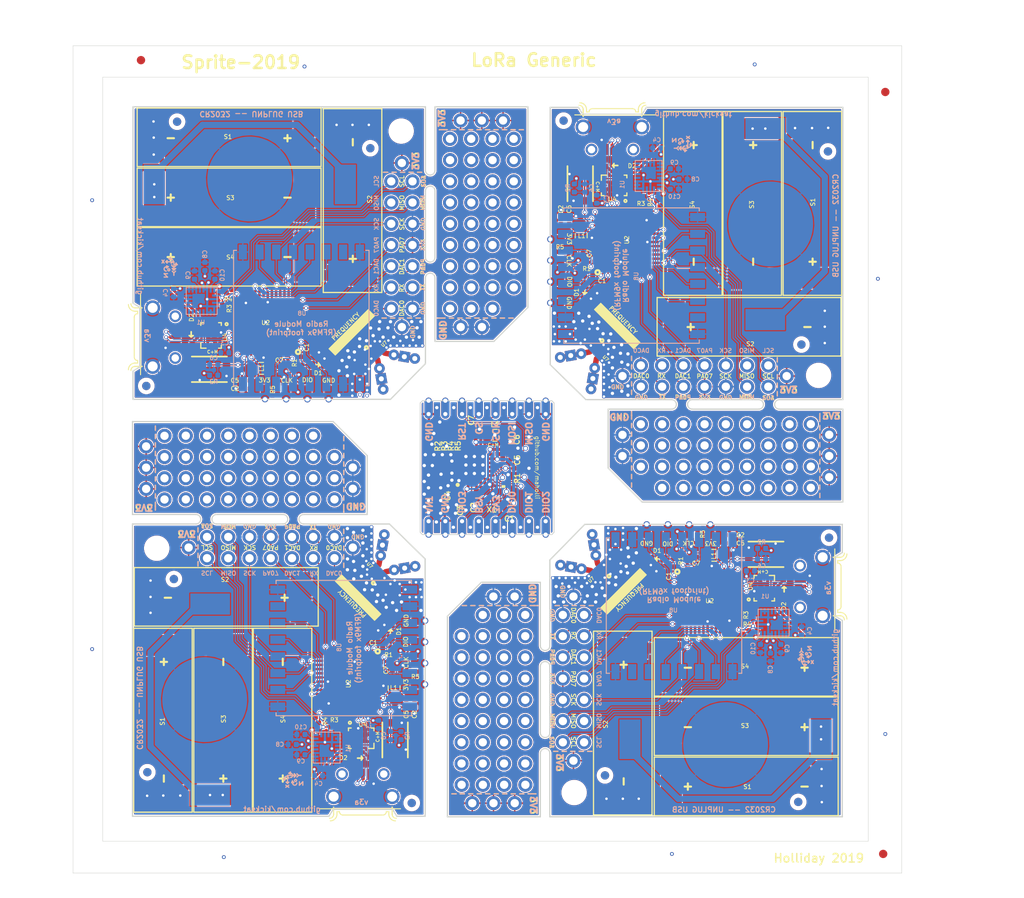
<source format=kicad_pcb>
(kicad_pcb (version 20171130) (host pcbnew "(5.1.0)-1")
  (title_block (title "Project Title"))
  (layers (0 F.Cu signal) (31 B.Cu signal) (34 B.Paste user) (35 F.Paste user) (36 B.SilkS user) (37 F.SilkS user) (38 B.Mask user) (39 F.Mask user) (44 Edge.Cuts user))
  (net 0 "")
  (net 1 GND)
  (net 2 "Net-(C6-Pad2)")
  (net 3 /USB+)
  (net 4 /USB-)
  (net 5 VUSB)
  (net 6 /SWDIO)
  (net 7 /SWCLK)
  (net 8 /LED1)
  (net 9 MISO)
  (net 10 SCK)
  (net 11 MOSI)
  (net 12 SDA)
  (net 13 SCL)
  (net 14 "Net-(S1-Pad1)")
  (net 15 "Net-(J4-Pad1)")
  (net 16 "Net-(J5-Pad1)")
  (net 17 "Net-(J20-Pad1)")
  (net 18 "Net-(U4-PadB1)")
  (net 19 "Net-(D1-Pad1)")
  (net 20 PA23)
  (net 21 PA22)
  (net 22 PA21)
  (net 23 TX)
  (net 24 RX)
  (net 25 "Net-(L1-Pad1)")
  (net 26 "Net-(J13-Pad1)")
  (net 27 "Net-(J13-Pad2)")
  (net 28 "Net-(J13-Pad3)")
  (net 29 "Net-(J13-Pad4)")
  (net 30 "Net-(J14-Pad1)")
  (net 31 "Net-(J14-Pad2)")
  (net 32 "Net-(J14-Pad3)")
  (net 33 "Net-(J14-Pad4)")
  (net 34 "Net-(J15-Pad1)")
  (net 35 "Net-(J15-Pad2)")
  (net 36 "Net-(J15-Pad3)")
  (net 37 "Net-(J15-Pad4)")
  (net 38 "Net-(J16-Pad1)")
  (net 39 "Net-(J16-Pad2)")
  (net 40 "Net-(J16-Pad3)")
  (net 41 "Net-(J16-Pad4)")
  (net 42 "Net-(J17-Pad1)")
  (net 43 "Net-(J17-Pad2)")
  (net 44 "Net-(J17-Pad3)")
  (net 45 "Net-(J17-Pad4)")
  (net 46 "Net-(J18-Pad1)")
  (net 47 "Net-(J18-Pad2)")
  (net 48 "Net-(J18-Pad3)")
  (net 49 "Net-(J18-Pad4)")
  (net 50 "Net-(J19-Pad1)")
  (net 51 "Net-(J19-Pad2)")
  (net 52 "Net-(J19-Pad3)")
  (net 53 "Net-(J19-Pad4)")
  (net 54 "Net-(J20-Pad2)")
  (net 55 "Net-(J20-Pad3)")
  (net 56 "Net-(J20-Pad4)")
  (net 57 DAC0)
  (net 58 +3V3)
  (net 59 "Net-(C9-Pad2)")
  (net 60 "Net-(C10-Pad2)")
  (net 61 "Net-(U2-Pad24)")
  (net 62 "Net-(U2-Pad23)")
  (net 63 "Net-(U2-Pad22)")
  (net 64 "Net-(U2-Pad20)")
  (net 65 "Net-(ANT1-PadIN1)")
  (net 66 "Net-(D2-Pad1)")
  (net 67 "Net-(J2-Pad4)")
  (net 68 "Net-(J3-Pad1)")
  (net 69 "Net-(S2-Pad1)")
  (net 70 "Net-(U1-Pad9)")
  (net 71 "Net-(U1-Pad10)")
  (net 72 "Net-(U1-Pad11)")
  (net 73 "Net-(U1-Pad12)")
  (net 74 "Net-(U1-Pad13)")
  (net 75 "Net-(U2-Pad37)")
  (net 76 "Net-(U2-Pad27)")
  (net 77 "Net-(U2-Pad16)")
  (net 78 "Net-(C2-Pad1)")
  (net 79 "Net-(ANT2-PadIN1)")
  (net 80 "Net-(U8-Pad7)")
  (net 81 "Net-(U2-Pad11)")
  (net 82 "Net-(U2-Pad28)")
  (net 83 "Net-(U2-Pad29)")
  (net 84 RF_CS)
  (net 85 RF_RST)
  (net 86 RF_DIO3)
  (net 87 RF_BUSY)
  (net 88 RF_DIO0)
  (net 89 RF_DIO1)
  (net 90 RF_DIO2)
  (net 91 PA04)
  (net 92 DAC1)
  (net 93 PA07)
  (net 94 "Net-(U7-Pad1)")
  (net 95 /V_DCC)
  (net 96 /V_DCC2)
  (net 97 SX_RST)
  (net 98 SX_CS)
  (net 99 SX_DIO3)
  (net 100 SX_DIO2)
  (net 101 SX_DIO1)
  (net 102 SX_BUSY)
  (net 103 "Net-(C1-Pad2)")
  (net 104 "Net-(C2-Pad2)")
  (net 105 "Net-(C4-Pad1)")
  (net 106 "Net-(R1-Pad2)")
  (net 107 "Net-(R2-Pad2)")
  (net 108 "Net-(R3-Pad2)")
  (net 109 "Net-(R4-Pad2)")
  (net 110 "Net-(R5-Pad2)")
  (net 111 "Net-(J7-Pad1)")
  (net 112 "Net-(J9-Pad1)")
  (net 113 SX_DIO0)
  (net 114 "Net-(U1-Pad22)")
  (net 115 "Net-(U1-Pad6)")
  (net 116 "Net-(U1-Pad5)")
  (module custom-footprints:10118194-0001LF (layer F.Cu) (at 176.276 101.6 90)
    (fp_text reference J2 hide)
    (fp_text value 10118194-0001LF hide)
    (pad 13 smd rect (at 3.05 0 90) (size 1.5 1.55) (layers F.Cu F.Paste F.Mask))
    (pad 12 smd rect (at -3.05 0 90) (size 1.5 1.55) (layers F.Cu F.Paste F.Mask))
    (pad 11 smd rect (at 1 0 90) (size 1.5 1.55) (layers F.Cu F.Paste F.Mask))
    (pad 10 smd rect (at -1 0 90) (size 1.5 1.55) (layers F.Cu F.Paste F.Mask))
    (pad 9 thru_hole circle (at 3.5 0 90) (size 1.8 1.8) (drill 1.2) (layers *.Cu *.Mask) (net 1 GND))
    (pad 8 thru_hole circle (at -3.5 0 90) (size 1.8 1.8) (drill 1.2) (layers *.Cu *.Mask) (net 1 GND))
    (pad 7 thru_hole circle (at 2.5 -2.7 90) (size 1.408 1.408) (drill 0.9) (layers *.Cu *.Mask))
    (pad 6 thru_hole circle (at -2.5 -2.7 90) (size 1.408 1.408) (drill 0.9) (layers *.Cu *.Mask))
    (pad 5 smd rect (at 1.3 -2.675 270) (size 0.45 1.35) (layers F.Cu F.Paste F.Mask) (net 1 GND))
    (pad 4 smd rect (at 0.65 -2.675 270) (size 0.45 1.35) (layers F.Cu F.Paste F.Mask) (net 67 "Net-(J2-Pad4)"))
    (pad 3 smd rect (at 0 -2.675 270) (size 0.45 1.35) (layers F.Cu F.Paste F.Mask) (net 3 /USB+))
    (pad 2 smd rect (at -0.65 -2.675 270) (size 0.45 1.35) (layers F.Cu F.Paste F.Mask) (net 4 /USB-))
    (pad 1 smd rect (at -1.3 -2.675 270) (size 0.45 1.35) (layers F.Cu F.Paste F.Mask) (net 5 VUSB))
  )
  (module custom-footprints:10118194-0001LF (layer F.Cu) (at 151.13 46.609 180)
    (fp_text reference J2 hide)
    (fp_text value 10118194-0001LF hide)
    (pad 13 smd rect (at 3.05 0 180) (size 1.5 1.55) (layers F.Cu F.Paste F.Mask))
    (pad 12 smd rect (at -3.05 0 180) (size 1.5 1.55) (layers F.Cu F.Paste F.Mask))
    (pad 11 smd rect (at 1 0 180) (size 1.5 1.55) (layers F.Cu F.Paste F.Mask))
    (pad 10 smd rect (at -1 0 180) (size 1.5 1.55) (layers F.Cu F.Paste F.Mask))
    (pad 9 thru_hole circle (at 3.5 0 180) (size 1.8 1.8) (drill 1.2) (layers *.Cu *.Mask) (net 1 GND))
    (pad 8 thru_hole circle (at -3.5 0 180) (size 1.8 1.8) (drill 1.2) (layers *.Cu *.Mask) (net 1 GND))
    (pad 7 thru_hole circle (at 2.5 -2.7 180) (size 1.408 1.408) (drill 0.9) (layers *.Cu *.Mask))
    (pad 6 thru_hole circle (at -2.5 -2.7 180) (size 1.408 1.408) (drill 0.9) (layers *.Cu *.Mask))
    (pad 5 smd rect (at 1.3 -2.675) (size 0.45 1.35) (layers F.Cu F.Paste F.Mask) (net 1 GND))
    (pad 4 smd rect (at 0.65 -2.675) (size 0.45 1.35) (layers F.Cu F.Paste F.Mask) (net 67 "Net-(J2-Pad4)"))
    (pad 3 smd rect (at 0 -2.675) (size 0.45 1.35) (layers F.Cu F.Paste F.Mask) (net 3 /USB+))
    (pad 2 smd rect (at -0.65 -2.675) (size 0.45 1.35) (layers F.Cu F.Paste F.Mask) (net 4 /USB-))
    (pad 1 smd rect (at -1.3 -2.675) (size 0.45 1.35) (layers F.Cu F.Paste F.Mask) (net 5 VUSB))
  )
  (module custom-footprints:10118194-0001LF (layer F.Cu) (at 96.139 71.755 270)
    (fp_text reference J2 hide)
    (fp_text value 10118194-0001LF hide)
    (pad 13 smd rect (at 3.05 0 270) (size 1.5 1.55) (layers F.Cu F.Paste F.Mask))
    (pad 12 smd rect (at -3.05 0 270) (size 1.5 1.55) (layers F.Cu F.Paste F.Mask))
    (pad 11 smd rect (at 1 0 270) (size 1.5 1.55) (layers F.Cu F.Paste F.Mask))
    (pad 10 smd rect (at -1 0 270) (size 1.5 1.55) (layers F.Cu F.Paste F.Mask))
    (pad 9 thru_hole circle (at 3.5 0 270) (size 1.8 1.8) (drill 1.2) (layers *.Cu *.Mask) (net 1 GND))
    (pad 8 thru_hole circle (at -3.5 0 270) (size 1.8 1.8) (drill 1.2) (layers *.Cu *.Mask) (net 1 GND))
    (pad 7 thru_hole circle (at 2.5 -2.7 270) (size 1.408 1.408) (drill 0.9) (layers *.Cu *.Mask))
    (pad 6 thru_hole circle (at -2.5 -2.7 270) (size 1.408 1.408) (drill 0.9) (layers *.Cu *.Mask))
    (pad 5 smd rect (at 1.3 -2.675 90) (size 0.45 1.35) (layers F.Cu F.Paste F.Mask) (net 1 GND))
    (pad 4 smd rect (at 0.65 -2.675 90) (size 0.45 1.35) (layers F.Cu F.Paste F.Mask) (net 67 "Net-(J2-Pad4)"))
    (pad 3 smd rect (at 0 -2.675 90) (size 0.45 1.35) (layers F.Cu F.Paste F.Mask) (net 3 /USB+))
    (pad 2 smd rect (at -0.65 -2.675 90) (size 0.45 1.35) (layers F.Cu F.Paste F.Mask) (net 4 /USB-))
    (pad 1 smd rect (at -1.3 -2.675 90) (size 0.45 1.35) (layers F.Cu F.Paste F.Mask) (net 5 VUSB))
  )
  (module custom-footprints:10118194-0001LF (layer F.Cu) (at 121.285 126.746)
    (fp_text reference J2 hide)
    (fp_text value 10118194-0001LF hide)
    (pad 13 smd rect (at 3.05 0) (size 1.5 1.55) (layers F.Cu F.Paste F.Mask))
    (pad 12 smd rect (at -3.05 0) (size 1.5 1.55) (layers F.Cu F.Paste F.Mask))
    (pad 11 smd rect (at 1 0) (size 1.5 1.55) (layers F.Cu F.Paste F.Mask))
    (pad 10 smd rect (at -1 0) (size 1.5 1.55) (layers F.Cu F.Paste F.Mask))
    (pad 9 thru_hole circle (at 3.5 0) (size 1.8 1.8) (drill 1.2) (layers *.Cu *.Mask) (net 1 GND))
    (pad 8 thru_hole circle (at -3.5 0) (size 1.8 1.8) (drill 1.2) (layers *.Cu *.Mask) (net 1 GND))
    (pad 7 thru_hole circle (at 2.5 -2.7) (size 1.408 1.408) (drill 0.9) (layers *.Cu *.Mask))
    (pad 6 thru_hole circle (at -2.5 -2.7) (size 1.408 1.408) (drill 0.9) (layers *.Cu *.Mask))
    (pad 5 smd rect (at 1.3 -2.675 180) (size 0.45 1.35) (layers F.Cu F.Paste F.Mask) (net 1 GND))
    (pad 4 smd rect (at 0.65 -2.675 180) (size 0.45 1.35) (layers F.Cu F.Paste F.Mask) (net 67 "Net-(J2-Pad4)"))
    (pad 3 smd rect (at 0 -2.675 180) (size 0.45 1.35) (layers F.Cu F.Paste F.Mask) (net 3 /USB+))
    (pad 2 smd rect (at -0.65 -2.675 180) (size 0.45 1.35) (layers F.Cu F.Paste F.Mask) (net 4 /USB-))
    (pad 1 smd rect (at -1.3 -2.675 180) (size 0.45 1.35) (layers F.Cu F.Paste F.Mask) (net 5 VUSB))
  )
  (module custom-footprints:PinHeader_CUSTOM (layer F.Cu) (at 140.7033 117.7036 270)
    (fp_text reference J17 hide)
    (fp_text value Conn_01x04)
    (pad 1 thru_hole oval (at 0 0 270) (size 1.7 1.7) (drill 1) (layers *.Cu *.Mask) (net 42 "Net-(J17-Pad1)"))
    (pad 2 thru_hole oval (at 0 2.54 270) (size 1.7 1.7) (drill 1) (layers *.Cu *.Mask) (net 43 "Net-(J17-Pad2)"))
    (pad 3 thru_hole oval (at 0 5.08 270) (size 1.7 1.7) (drill 1) (layers *.Cu *.Mask) (net 44 "Net-(J17-Pad3)"))
    (pad 4 thru_hole oval (at 0 7.62 270) (size 1.7 1.7) (drill 1) (layers *.Cu *.Mask) (net 45 "Net-(J17-Pad4)"))
  )
  (module custom-footprints:PinHeader_CUSTOM (layer F.Cu) (at 140.7033 115.1636 270)
    (fp_text reference J16 hide)
    (fp_text value Conn_01x04)
    (pad 1 thru_hole oval (at 0 0 270) (size 1.7 1.7) (drill 1) (layers *.Cu *.Mask) (net 38 "Net-(J16-Pad1)"))
    (pad 2 thru_hole oval (at 0 2.54 270) (size 1.7 1.7) (drill 1) (layers *.Cu *.Mask) (net 39 "Net-(J16-Pad2)"))
    (pad 3 thru_hole oval (at 0 5.08 270) (size 1.7 1.7) (drill 1) (layers *.Cu *.Mask) (net 40 "Net-(J16-Pad3)"))
    (pad 4 thru_hole oval (at 0 7.62 270) (size 1.7 1.7) (drill 1) (layers *.Cu *.Mask) (net 41 "Net-(J16-Pad4)"))
  )
  (module custom-footprints:PinHeader_CUSTOM (layer F.Cu) (at 140.7033 120.2436 270)
    (fp_text reference J18 hide)
    (fp_text value Conn_01x04)
    (pad 1 thru_hole oval (at 0 0 270) (size 1.7 1.7) (drill 1) (layers *.Cu *.Mask) (net 46 "Net-(J18-Pad1)"))
    (pad 2 thru_hole oval (at 0 2.54 270) (size 1.7 1.7) (drill 1) (layers *.Cu *.Mask) (net 47 "Net-(J18-Pad2)"))
    (pad 3 thru_hole oval (at 0 5.08 270) (size 1.7 1.7) (drill 1) (layers *.Cu *.Mask) (net 48 "Net-(J18-Pad3)"))
    (pad 4 thru_hole oval (at 0 7.62 270) (size 1.7 1.7) (drill 1) (layers *.Cu *.Mask) (net 49 "Net-(J18-Pad4)"))
  )
  (module custom-footprints:PinHeader_CUSTOM3 (layer F.Cu) (at 147.7391 115.1636 270)
    (fp_text reference J22 hide)
    (fp_text value Conn_01x02)
    (pad 2 thru_hole oval (at 0 2.54 270) (size 1.7 1.7) (drill 1) (layers *.Cu *.Mask) (net 1 GND))
    (pad 1 thru_hole oval (at 0 0 270) (size 1.7 1.7) (drill 1) (layers *.Cu *.Mask) (net 10 SCK))
  )
  (module custom-footprints:PinHeader_CUSTOM (layer F.Cu) (at 140.716 125.33122 270)
    (fp_text reference J19 hide)
    (fp_text value Conn_01x04)
    (pad 1 thru_hole oval (at 0 0 270) (size 1.7 1.7) (drill 1) (layers *.Cu *.Mask) (net 50 "Net-(J19-Pad1)"))
    (pad 2 thru_hole oval (at 0 2.54 270) (size 1.7 1.7) (drill 1) (layers *.Cu *.Mask) (net 51 "Net-(J19-Pad2)"))
    (pad 3 thru_hole oval (at 0 5.08 270) (size 1.7 1.7) (drill 1) (layers *.Cu *.Mask) (net 52 "Net-(J19-Pad3)"))
    (pad 4 thru_hole oval (at 0 7.62 270) (size 1.7 1.7) (drill 1) (layers *.Cu *.Mask) (net 53 "Net-(J19-Pad4)"))
  )
  (module custom-footprints:PinHeader_CUSTOM (layer F.Cu) (at 140.7033 107.5436 270)
    (fp_text reference J15 hide)
    (fp_text value Conn_01x04)
    (pad 1 thru_hole oval (at 0 0 270) (size 1.7 1.7) (drill 1) (layers *.Cu *.Mask) (net 34 "Net-(J15-Pad1)"))
    (pad 2 thru_hole oval (at 0 2.54 270) (size 1.7 1.7) (drill 1) (layers *.Cu *.Mask) (net 35 "Net-(J15-Pad2)"))
    (pad 3 thru_hole oval (at 0 5.08 270) (size 1.7 1.7) (drill 1) (layers *.Cu *.Mask) (net 36 "Net-(J15-Pad3)"))
    (pad 4 thru_hole oval (at 0 7.62 270) (size 1.7 1.7) (drill 1) (layers *.Cu *.Mask) (net 37 "Net-(J15-Pad4)"))
  )
  (module custom-footprints:PinHeader_CUSTOM (layer F.Cu) (at 140.7033 112.6236 270)
    (fp_text reference J14 hide)
    (fp_text value Conn_01x04)
    (pad 1 thru_hole oval (at 0 0 270) (size 1.7 1.7) (drill 1) (layers *.Cu *.Mask) (net 30 "Net-(J14-Pad1)"))
    (pad 2 thru_hole oval (at 0 2.54 270) (size 1.7 1.7) (drill 1) (layers *.Cu *.Mask) (net 31 "Net-(J14-Pad2)"))
    (pad 3 thru_hole oval (at 0 5.08 270) (size 1.7 1.7) (drill 1) (layers *.Cu *.Mask) (net 32 "Net-(J14-Pad3)"))
    (pad 4 thru_hole oval (at 0 7.62 270) (size 1.7 1.7) (drill 1) (layers *.Cu *.Mask) (net 33 "Net-(J14-Pad4)"))
  )
  (module custom-footprints:PinHeader_CUSTOM3 (layer F.Cu) (at 147.7391 107.5436 270)
    (fp_text reference J21 hide)
    (fp_text value Conn_01x02)
    (pad 1 thru_hole oval (at 0 0 270) (size 1.7 1.7) (drill 1) (layers *.Cu *.Mask) (net 24 RX))
    (pad 2 thru_hole oval (at 0 2.54 270) (size 1.7 1.7) (drill 1) (layers *.Cu *.Mask) (net 23 TX))
  )
  (module custom-footprints:PinHeader_CUSTOM (layer F.Cu) (at 140.7033 122.7836 270)
    (fp_text reference J20 hide)
    (fp_text value Conn_01x04)
    (pad 1 thru_hole oval (at 0 0 270) (size 1.7 1.7) (drill 1) (layers *.Cu *.Mask) (net 17 "Net-(J20-Pad1)"))
    (pad 2 thru_hole oval (at 0 2.54 270) (size 1.7 1.7) (drill 1) (layers *.Cu *.Mask) (net 54 "Net-(J20-Pad2)"))
    (pad 3 thru_hole oval (at 0 5.08 270) (size 1.7 1.7) (drill 1) (layers *.Cu *.Mask) (net 55 "Net-(J20-Pad3)"))
    (pad 4 thru_hole oval (at 0 7.62 270) (size 1.7 1.7) (drill 1) (layers *.Cu *.Mask) (net 56 "Net-(J20-Pad4)"))
  )
  (module Capacitor_SMD:C_0402_1005Metric (layer F.Cu) (at 165.1 96.4184)
    (fp_text reference C5 (at 1.3462 -0.0016) (layer F.SilkS) (effects (font (size 0.508 0.508) (thickness 0.0889))))
    (fp_text value 1uF)
    (pad 1 smd roundrect (at -0.485 0) (size 0.59 0.64) (layers F.Cu F.Paste F.Mask) (net 78 "Net-(C2-Pad1)"))
    (pad 2 smd roundrect (at 0.485 0) (size 0.59 0.64) (layers F.Cu F.Paste F.Mask) (net 1 GND))
  )
  (module "" (layer F.Cu) (at 146.55038 126.25772 180)
    (fp_text reference @HOLE0 hide)
    (fp_text value "" (at 0 0 180) (layer F.SilkS) (effects (font (size 1.27 1.27))))
    (pad "" np_thru_hole circle (at 0 0 180) (size 2.8 2.8) (drill 2.8) (layers *.Cu *.Mask))
  )
  (module Capacitor_SMD:C_0402_1005Metric (layer F.Cu) (at 157.06344 100.25126 90)
    (fp_text reference C1 (at -0.10414 0.79756 90) (layer F.SilkS) (effects (font (size 0.508 0.508) (thickness 0.0889))))
    (fp_text value 0.1uF)
    (pad 1 smd roundrect (at -0.485 0 90) (size 0.59 0.64) (layers F.Cu F.Paste F.Mask) (net 58 +3V3))
    (pad 2 smd roundrect (at 0.485 0 90) (size 0.59 0.64) (layers F.Cu F.Paste F.Mask) (net 1 GND))
  )
  (module custom-footprints:PinHeader_CUSTOM3 (layer F.Cu) (at 147.7391 117.7036 270)
    (fp_text reference J23 hide)
    (fp_text value Conn_01x02)
    (pad 1 thru_hole oval (at 0 0 270) (size 1.7 1.7) (drill 1) (layers *.Cu *.Mask) (net 9 MISO))
    (pad 2 thru_hole oval (at 0 2.54 270) (size 1.7 1.7) (drill 1) (layers *.Cu *.Mask) (net 11 MOSI))
  )
  (module Fiducial:Fiducial_1mm_Dia_2mm_Outer (layer F.Cu) (at 173.355 127.381 180)
    (fp_text reference REF** hide)
    (fp_text value Fiducial_1mm_Dia_2mm_Outer)
    (pad "" smd circle (at 0 0 180) (size 1 1) (layers F.Cu F.Mask) (clearance 0.5))
  )
  (module custom-footprints:PinHeader_CUSTOM3 (layer F.Cu) (at 147.7391 110.0836 270)
    (fp_text reference J24 hide)
    (fp_text value Conn_01x02)
    (pad 1 thru_hole oval (at 0 0 270) (size 1.7 1.7) (drill 1) (layers *.Cu *.Mask) (net 92 DAC1))
    (pad 2 thru_hole oval (at 0 2.54 270) (size 1.7 1.7) (drill 1) (layers *.Cu *.Mask) (net 91 PA04))
  )
  (module custom-footprints:PinHeader_CUSTOM3 (layer F.Cu) (at 147.7391 120.2436 270)
    (fp_text reference J26 hide)
    (fp_text value Conn_01x02)
    (pad 1 thru_hole oval (at 0 0 270) (size 1.7 1.7) (drill 1) (layers *.Cu *.Mask) (net 13 SCL))
    (pad 2 thru_hole oval (at 0 2.54 270) (size 1.7 1.7) (drill 1) (layers *.Cu *.Mask) (net 12 SDA))
  )
  (module custom-footprints:balun0603 (layer F.Cu) (at 149.479 99.822 135)
    (fp_text reference U7 (at -0.053882 -1.311117 -135) (layer F.SilkS) (effects (font (size 0.381 0.381) (thickness 0.0889))))
    (fp_text value HHM17139B2)
    (pad 2 smd rect (at 0 0.5 135) (size 0.3 0.5) (layers F.Cu F.Paste F.Mask) (net 1 GND))
    (pad 3 smd rect (at 0.55 0.5 135) (size 0.3 0.5) (layers F.Cu F.Paste F.Mask) (net 65 "Net-(ANT1-PadIN1)"))
    (pad 1 smd rect (at -0.55 0.5 135) (size 0.3 0.5) (layers F.Cu F.Paste F.Mask) (net 94 "Net-(U7-Pad1)"))
    (pad 4 smd rect (at 0.55 -0.5 135) (size 0.3 0.5) (layers F.Cu F.Paste F.Mask) (net 79 "Net-(ANT2-PadIN1)"))
    (pad 6 smd rect (at -0.55 -0.5 135) (size 0.3 0.5) (layers F.Cu F.Paste F.Mask) (net 1 GND))
    (pad 5 smd rect (at 0 -0.5 135) (size 0.3 0.5) (layers F.Cu F.Paste F.Mask) (net 1 GND))
  )
  (module custom-footprints:PinHeader_CUSTOM3 (layer F.Cu) (at 147.7391 105.0036 270)
    (fp_text reference J27 hide)
    (fp_text value Conn_01x02)
    (pad 2 thru_hole oval (at 0 2.54 270) (size 1.7 1.7) (drill 1) (layers *.Cu *.Mask) (net 1 GND))
    (pad 1 thru_hole oval (at 0 0 270) (size 1.7 1.7) (drill 1) (layers *.Cu *.Mask) (net 57 DAC0))
  )
  (module Fiducial:Fiducial_1mm_Dia_2mm_Outer (layer B.Cu) (at 173.355 127.381 180)
    (fp_text reference REF** hide)
    (fp_text value Fiducial_1mm_Dia_2mm_Outer)
    (pad "" smd circle (at 0 0 180) (size 1 1) (layers B.Cu B.Mask) (clearance 0.5))
  )
  (module Sprite:ANTENNA (layer F.Cu) (at 146.1749 99.2584 350)
    (fp_text reference ANT2 hide)
    (fp_text value ANTENNA hide)
    (pad IN3 thru_hole circle (at -1.27 0 350) (size 1.27 1.27) (drill 0.6) (layers *.Cu *.Mask) (net 79 "Net-(ANT2-PadIN1)"))
    (pad IN2 thru_hole circle (at 1.27 0 170) (size 1.27 1.27) (drill 0.6) (layers *.Cu *.Mask) (net 79 "Net-(ANT2-PadIN1)"))
    (pad IN1 thru_hole rect (at 0 0 170) (size 1.27 1.27) (drill 0.6) (layers *.Cu *.Mask) (net 79 "Net-(ANT2-PadIN1)"))
  )
  (module custom-footprints:PinHeader_CUSTOM3 (layer F.Cu) (at 147.7391 112.6236 270)
    (fp_text reference J25 hide)
    (fp_text value Conn_01x02)
    (pad 1 thru_hole oval (at 0 0 270) (size 1.7 1.7) (drill 1) (layers *.Cu *.Mask) (net 93 PA07))
    (pad 2 thru_hole oval (at 0 2.54 270) (size 1.7 1.7) (drill 1) (layers *.Cu *.Mask) (net 58 +3V3))
  )
  (module Fiducial:Fiducial_1mm_Dia_2mm_Outer (layer F.Cu) (at 177.038 95.758 180)
    (fp_text reference REF** hide)
    (fp_text value Fiducial_1mm_Dia_2mm_Outer)
    (pad "" smd circle (at 0 0 180) (size 1 1) (layers F.Cu F.Mask) (clearance 0.5))
  )
  (module Fiducial:Fiducial_1mm_Dia_2mm_Outer (layer B.Cu) (at 177.038 95.758 180)
    (fp_text reference REF** hide)
    (fp_text value Fiducial_1mm_Dia_2mm_Outer)
    (pad "" smd circle (at 0 0 180) (size 1 1) (layers B.Cu B.Mask) (clearance 0.5))
  )
  (module Sprite:ANTENNA (layer F.Cu) (at 148.9265 96.6084 280)
    (fp_text reference ANT1 hide)
    (fp_text value ANTENNA hide)
    (pad IN3 thru_hole circle (at -1.27 0 280) (size 1.27 1.27) (drill 0.6) (layers *.Cu *.Mask) (net 65 "Net-(ANT1-PadIN1)"))
    (pad IN2 thru_hole circle (at 1.27 0 100) (size 1.27 1.27) (drill 0.6) (layers *.Cu *.Mask) (net 65 "Net-(ANT1-PadIN1)"))
    (pad IN1 thru_hole rect (at 0 0 100) (size 1.27 1.27) (drill 0.6) (layers *.Cu *.Mask) (net 65 "Net-(ANT1-PadIN1)"))
  )
  (module Fiducial:Fiducial_1mm_Dia_2mm_Outer (layer B.Cu) (at 150.241 124.206 180)
    (fp_text reference REF** hide)
    (fp_text value Fiducial_1mm_Dia_2mm_Outer)
    (pad "" smd circle (at 0 0 180) (size 1 1) (layers B.Cu B.Mask) (clearance 0.5))
  )
  (module Fiducial:Fiducial_1mm_Dia_2mm_Outer (layer F.Cu) (at 150.241 124.206 180)
    (fp_text reference REF** hide)
    (fp_text value Fiducial_1mm_Dia_2mm_Outer)
    (pad "" smd circle (at 0 0 180) (size 1 1) (layers F.Cu F.Mask) (clearance 0.5))
  )
  (module Capacitor_SMD:C_0402_1005Metric (layer F.Cu) (at 161.1376 97.5868 90)
    (fp_text reference C7 (at -1.2446 0 -180) (layer F.SilkS) (effects (font (size 0.508 0.508) (thickness 0.0889))))
    (fp_text value 10uF)
    (pad 2 smd roundrect (at 0.485 0 90) (size 0.59 0.64) (layers F.Cu F.Paste F.Mask) (net 1 GND))
    (pad 1 smd roundrect (at -0.485 0 90) (size 0.59 0.64) (layers F.Cu F.Paste F.Mask) (net 58 +3V3))
  )
  (module Capacitor_SMD:C_0402_1005Metric (layer F.Cu) (at 165.1 95.43288)
    (fp_text reference C2 (at 1.3462 -0.0016) (layer F.SilkS) (effects (font (size 0.508 0.508) (thickness 0.0889))))
    (fp_text value 10uF)
    (pad 1 smd roundrect (at -0.485 0) (size 0.59 0.64) (layers F.Cu F.Paste F.Mask) (net 78 "Net-(C2-Pad1)"))
    (pad 2 smd roundrect (at 0.485 0) (size 0.59 0.64) (layers F.Cu F.Paste F.Mask) (net 1 GND))
  )
  (module Capacitor_SMD:C_0402_1005Metric (layer B.Cu) (at 167.64 99.7204)
    (fp_text reference C3 (at 0 1.17) (layer B.SilkS) (effects (font (size 0.508 0.508) (thickness 0.0889)) (justify mirror)))
    (fp_text value 1uF)
    (pad 1 smd roundrect (at -0.485 0) (size 0.59 0.64) (layers B.Cu B.Paste B.Mask) (net 58 +3V3))
    (pad 2 smd roundrect (at 0.485 0) (size 0.59 0.64) (layers B.Cu B.Paste B.Mask) (net 1 GND))
  )
  (module custom-footprints:PinHeader_CUSTOM2 (layer F.Cu) (at 146.4691 102.803896 180)
    (fp_text reference J10 hide)
    (fp_text value Conn_01x01)
    (pad 1 thru_hole oval (at 0 0 180) (size 1.7 1.7) (drill 1) (layers *.Cu *.Mask) (net 1 GND))
  )
  (module Inductor_SMD:L_0805_2012Metric (layer F.Cu) (at 163.2712 97.8662)
    (fp_text reference L1 (at -0.0254 0.0508 90) (layer F.SilkS) (effects (font (size 0.508 0.508) (thickness 0.0889))))
    (fp_text value 10uH)
    (pad 1 smd roundrect (at -0.9375 0) (size 0.975 1.4) (layers F.Cu F.Paste F.Mask) (net 25 "Net-(L1-Pad1)"))
    (pad 2 smd roundrect (at 0.9375 0) (size 0.975 1.4) (layers F.Cu F.Paste F.Mask) (net 78 "Net-(C2-Pad1)"))
  )
  (module Diode_SMD:D_SOD-323 (layer F.Cu) (at 171.6532 101.854 270)
    (fp_text reference D2 (at 2.0828 0.0254 270) (layer F.SilkS) (effects (font (size 0.508 0.508) (thickness 0.0889))))
    (fp_text value RB550V)
    (pad 2 smd rect (at 1.05 0 270) (size 0.6 0.45) (layers F.Cu F.Paste F.Mask) (net 5 VUSB))
    (pad 1 smd rect (at -1.05 0 270) (size 0.6 0.45) (layers F.Cu F.Paste F.Mask) (net 66 "Net-(D2-Pad1)"))
  )
  (module LED_SMD:LED_0603_1608Metric (layer F.Cu) (at 156.4894 98.2726 180)
    (fp_text reference D1 (at 0.00762 0.9652) (layer F.SilkS) (effects (font (size 0.508 0.508) (thickness 0.0889))))
    (fp_text value GREEN)
    (pad 2 smd roundrect (at 0.7875 0 180) (size 0.875 0.95) (layers F.Cu F.Paste F.Mask) (net 1 GND))
    (pad 1 smd roundrect (at -0.7875 0 180) (size 0.875 0.95) (layers F.Cu F.Paste F.Mask) (net 19 "Net-(D1-Pad1)"))
  )
  (module custom-footprints:castellated_small_1side (layer F.Cu) (at 157.76702 95.5421 90)
    (fp_text reference J1 hide)
    (fp_text value Conn_01x01)
    (pad 1 thru_hole circle (at 1.387 0 90) (size 0.75 0.75) (drill 0.5) (layers *.Cu *.Mask) (net 6 /SWDIO))
    (pad 1 smd custom (at 0.762 0 90) (size 1.25 1) (layers F.Cu F.Paste F.Mask) (net 6 /SWDIO) (options (clearance outline) (anchor rect)) (primitives (gr_circle (center -0.625 0) (end -0.125 0) (width 0))))
  )
  (module custom-footprints:castellated_small_1side (layer F.Cu) (at 162.8394 95.5548 90)
    (fp_text reference J29 hide)
    (fp_text value Conn_01x01)
    (pad 1 thru_hole circle (at 1.387 0 90) (size 0.75 0.75) (drill 0.5) (layers *.Cu *.Mask) (net 58 +3V3))
    (pad 1 smd custom (at 0.762 0 90) (size 1.25 1) (layers F.Cu F.Paste F.Mask) (net 58 +3V3) (options (clearance outline) (anchor rect)) (primitives (gr_circle (center -0.625 0) (end -0.125 0) (width 0))))
  )
  (module custom-footprints:BAT-HLD-001 (layer B.Cu) (at 164.65804 120.0023 180)
    (fp_text reference U3 hide)
    (fp_text value BAT-HLD-001 hide)
    (pad 1 smd rect (at -11.43 0.127 180) (size 2.54 4.75) (layers B.Cu B.Paste B.Mask) (net 66 "Net-(D2-Pad1)"))
    (pad 3 smd rect (at 11.43 0.127 180) (size 2.54 4.75) (layers B.Cu B.Paste B.Mask) (net 66 "Net-(D2-Pad1)"))
    (pad 2 smd circle (at -0.01016 -0.5207 180) (size 10.16 10.16) (layers B.Cu B.Paste B.Mask) (net 1 GND))
  )
  (module custom-footprints:castellated_small_1side (layer F.Cu) (at 155.22702 95.5421 90)
    (fp_text reference J30 hide)
    (fp_text value Conn_01x01)
    (pad 1 thru_hole circle (at 1.387 0 90) (size 0.75 0.75) (drill 0.5) (layers *.Cu *.Mask) (net 1 GND))
    (pad 1 smd custom (at 0.762 0 90) (size 1.25 1) (layers F.Cu F.Paste F.Mask) (net 1 GND) (options (clearance outline) (anchor rect)) (primitives (gr_circle (center -0.625 0) (end -0.125 0) (width 0))))
  )
  (module RF_Module:HOPERF_RFM9XW_SMD (layer B.Cu) (at 158.496 103.886 90)
    (fp_text reference U8 (at -0.5588 -0.0762 -180) (layer B.SilkS) (effects (font (size 0.508 0.508) (thickness 0.0889)) (justify mirror)))
    (fp_text value RFM95W-915S2)
    (pad 1 smd rect (at -7.9 7 90) (size 1.8 1) (layers B.Cu B.Paste B.Mask) (net 1 GND))
    (pad 2 smd rect (at -7.9 5 90) (size 1.8 1) (layers B.Cu B.Paste B.Mask) (net 9 MISO))
    (pad 3 smd rect (at -7.9 3 90) (size 1.8 1) (layers B.Cu B.Paste B.Mask) (net 11 MOSI))
    (pad 4 smd rect (at -7.9 1 90) (size 1.8 1) (layers B.Cu B.Paste B.Mask) (net 10 SCK))
    (pad 5 smd rect (at -7.9 -1 90) (size 1.8 1) (layers B.Cu B.Paste B.Mask) (net 84 RF_CS))
    (pad 6 smd rect (at -7.9 -3 90) (size 1.8 1) (layers B.Cu B.Paste B.Mask) (net 85 RF_RST))
    (pad 7 smd rect (at -7.9 -5 90) (size 1.8 1) (layers B.Cu B.Paste B.Mask) (net 80 "Net-(U8-Pad7)"))
    (pad 8 smd rect (at -7.9 -7 90) (size 1.8 1) (layers B.Cu B.Paste B.Mask) (net 1 GND))
    (pad 9 smd rect (at 7.9 -7 90) (size 1.8 1) (layers B.Cu B.Paste B.Mask) (net 94 "Net-(U7-Pad1)"))
    (pad 10 smd rect (at 7.9 -5 90) (size 1.8 1) (layers B.Cu B.Paste B.Mask) (net 1 GND))
    (pad 11 smd rect (at 7.9 -3 90) (size 1.8 1) (layers B.Cu B.Paste B.Mask) (net 86 RF_DIO3))
    (pad 12 smd rect (at 7.9 -1 90) (size 1.8 1) (layers B.Cu B.Paste B.Mask) (net 87 RF_BUSY))
    (pad 13 smd rect (at 7.9 1 90) (size 1.8 1) (layers B.Cu B.Paste B.Mask) (net 58 +3V3))
    (pad 14 smd rect (at 7.9 3 90) (size 1.8 1) (layers B.Cu B.Paste B.Mask) (net 88 RF_DIO0))
    (pad 15 smd rect (at 7.9 5 90) (size 1.8 1) (layers B.Cu B.Paste B.Mask) (net 89 RF_DIO1))
    (pad 16 smd rect (at 7.9 7 90) (size 1.8 1) (layers B.Cu B.Paste B.Mask) (net 90 RF_DIO2))
  )
  (module custom-footprints:castellated_small_1side (layer F.Cu) (at 160.30702 95.5421 90)
    (fp_text reference J28 hide)
    (fp_text value Conn_01x01)
    (pad 1 thru_hole circle (at 1.387 0 90) (size 0.75 0.75) (drill 0.5) (layers *.Cu *.Mask) (net 7 /SWCLK))
    (pad 1 smd custom (at 0.762 0 90) (size 1.25 1) (layers F.Cu F.Paste F.Mask) (net 7 /SWCLK) (options (clearance outline) (anchor rect)) (primitives (gr_circle (center -0.625 0) (end -0.125 0) (width 0))))
  )
  (module Resistor_SMD:R_0402_1005Metric (layer F.Cu) (at 161.3408 95.28048 90)
    (fp_text reference R5 (at -0.04572 0.5842 -90) (layer F.SilkS) (effects (font (size 0.508 0.508) (thickness 0.0889))))
    (fp_text value 10K)
    (pad 1 smd roundrect (at -0.485 0 90) (size 0.59 0.64) (layers F.Cu F.Paste F.Mask) (net 58 +3V3))
    (pad 2 smd roundrect (at 0.485 0 90) (size 0.59 0.64) (layers F.Cu F.Paste F.Mask) (net 7 /SWCLK))
  )
  (module Capacitor_SMD:C_0402_1005Metric (layer B.Cu) (at 170.03268 110.06074 90)
    (fp_text reference C8 (at -1.47066 -0.00508 90) (layer B.SilkS) (effects (font (size 0.508 0.508) (thickness 0.0889)) (justify mirror)))
    (fp_text value 0.1uF)
    (pad 1 smd roundrect (at -0.485 0 90) (size 0.59 0.64) (layers B.Cu B.Paste B.Mask) (net 1 GND))
    (pad 2 smd roundrect (at 0.485 0 90) (size 0.59 0.64) (layers B.Cu B.Paste B.Mask) (net 58 +3V3))
  )
  (module custom-footprints:PinHeader_CUSTOM2 (layer F.Cu) (at 139.4333 102.803896 180)
    (fp_text reference J9 hide)
    (fp_text value Conn_01x01)
    (pad 1 thru_hole oval (at 0 0 180) (size 1.7 1.7) (drill 1) (layers *.Cu *.Mask) (net 1 GND))
  )
  (module custom-footprints:KXOB22-12X1F (layer F.Cu) (at 152.40762 117.9449 270)
    (fp_text reference S2 (at 0.15 2.10312 270) (layer F.SilkS) (effects (font (size 0.508 0.508) (thickness 0.0889))))
    (fp_text value KXOB22-04X3F)
    (fp_text user + (at -6.98 0 270) (layer F.SilkS) (effects (font (thickness 0.25))))
    (fp_text user - (at 6.98 0 270) (layer F.SilkS) (effects (font (thickness 0.25))))
    (pad 2 smd rect (at 9.05 0) (size 6 2.5) (layers F.Cu F.Paste F.Mask) (net 1 GND))
    (pad 1 smd rect (at -8.95 0) (size 6 2.5) (layers F.Cu F.Paste F.Mask) (net 69 "Net-(S2-Pad1)"))
  )
  (module custom-footprints:PinHeader_CUSTOM2 (layer F.Cu) (at 134.366 127.525844 180)
    (fp_text reference J12 hide)
    (fp_text value Conn_01x01)
    (pad 1 thru_hole oval (at 0 0 180) (size 1.7 1.7) (drill 1) (layers *.Cu *.Mask) (net 58 +3V3))
  )
  (module custom-footprints:PinHeader_CUSTOM (layer F.Cu) (at 140.7033 110.0836 270)
    (fp_text reference J13 hide)
    (fp_text value Conn_01x04)
    (pad 1 thru_hole oval (at 0 0 270) (size 1.7 1.7) (drill 1) (layers *.Cu *.Mask) (net 26 "Net-(J13-Pad1)"))
    (pad 2 thru_hole oval (at 0 2.54 270) (size 1.7 1.7) (drill 1) (layers *.Cu *.Mask) (net 27 "Net-(J13-Pad2)"))
    (pad 3 thru_hole oval (at 0 5.08 270) (size 1.7 1.7) (drill 1) (layers *.Cu *.Mask) (net 28 "Net-(J13-Pad3)"))
    (pad 4 thru_hole oval (at 0 7.62 270) (size 1.7 1.7) (drill 1) (layers *.Cu *.Mask) (net 29 "Net-(J13-Pad4)"))
  )
  (module custom-footprints:PinHeader_CUSTOM2 (layer F.Cu) (at 136.8933 102.803896 180)
    (fp_text reference J11 hide)
    (fp_text value Conn_01x01)
    (pad 1 thru_hole oval (at 0 0 180) (size 1.7 1.7) (drill 1) (layers *.Cu *.Mask) (net 1 GND))
  )
  (module Resistor_SMD:R_0402_1005Metric (layer B.Cu) (at 168.97096 97.03816)
    (fp_text reference R2 (at 0 -0.762) (layer B.SilkS) (effects (font (size 0.508 0.508) (thickness 0.0889)) (justify mirror)))
    (fp_text value 10K)
    (pad 1 smd roundrect (at -0.485 0) (size 0.59 0.64) (layers B.Cu B.Paste B.Mask) (net 2 "Net-(C6-Pad2)"))
    (pad 2 smd roundrect (at 0.485 0) (size 0.59 0.64) (layers B.Cu B.Paste B.Mask) (net 58 +3V3))
  )
  (module Resistor_SMD:R_0402_1005Metric (layer F.Cu) (at 167.9448 106.9086 180)
    (fp_text reference R4 (at 0.7112 0.7874) (layer F.SilkS) (effects (font (size 0.508 0.508) (thickness 0.0889))))
    (fp_text value 10K)
    (pad 1 smd roundrect (at -0.485 0 180) (size 0.59 0.64) (layers F.Cu F.Paste F.Mask) (net 58 +3V3))
    (pad 2 smd roundrect (at 0.485 0 180) (size 0.59 0.64) (layers F.Cu F.Paste F.Mask) (net 12 SDA))
  )
  (module ATSAMD51G19A-MU:QFN50P700X700X90-49N-D (layer F.Cu) (at 162.7632 103.3272)
    (fp_text reference U2 (at 0 0) (layer F.SilkS) (effects (font (size 0.508 0.508) (thickness 0.0889))))
    (fp_text value ATSAMD51G_TQFN48 hide)
    (pad 49 smd rect (at 0 0) (size 5.25 5.25) (layers F.Cu F.Paste F.Mask) (net 1 GND))
    (pad 48 smd rect (at -2.75 -3.45) (size 0.3 0.85) (layers F.Cu F.Paste F.Mask) (net 8 /LED1))
    (pad 47 smd rect (at -2.25 -3.45) (size 0.3 0.85) (layers F.Cu F.Paste F.Mask) (net 88 RF_DIO0))
    (pad 46 smd rect (at -1.75 -3.45) (size 0.3 0.85) (layers F.Cu F.Paste F.Mask) (net 6 /SWDIO))
    (pad 45 smd rect (at -1.25 -3.45) (size 0.3 0.85) (layers F.Cu F.Paste F.Mask) (net 7 /SWCLK))
    (pad 44 smd rect (at -0.75 -3.45) (size 0.3 0.85) (layers F.Cu F.Paste F.Mask) (net 58 +3V3))
    (pad 43 smd rect (at -0.25 -3.45) (size 0.3 0.85) (layers F.Cu F.Paste F.Mask) (net 25 "Net-(L1-Pad1)"))
    (pad 42 smd rect (at 0.25 -3.45) (size 0.3 0.85) (layers F.Cu F.Paste F.Mask) (net 1 GND))
    (pad 41 smd rect (at 0.75 -3.45) (size 0.3 0.85) (layers F.Cu F.Paste F.Mask) (net 78 "Net-(C2-Pad1)"))
    (pad 40 smd rect (at 1.25 -3.45) (size 0.3 0.85) (layers F.Cu F.Paste F.Mask) (net 2 "Net-(C6-Pad2)"))
    (pad 39 smd rect (at 1.75 -3.45) (size 0.3 0.85) (layers F.Cu F.Paste F.Mask) (net 89 RF_DIO1))
    (pad 38 smd rect (at 2.25 -3.45) (size 0.3 0.85) (layers F.Cu F.Paste F.Mask) (net 90 RF_DIO2))
    (pad 37 smd rect (at 2.75 -3.45) (size 0.3 0.85) (layers F.Cu F.Paste F.Mask) (net 75 "Net-(U2-Pad37)"))
    (pad 36 smd rect (at 3.45 -2.75 90) (size 0.3 0.85) (layers F.Cu F.Paste F.Mask) (net 58 +3V3))
    (pad 35 smd rect (at 3.45 -2.25 90) (size 0.3 0.85) (layers F.Cu F.Paste F.Mask) (net 1 GND))
    (pad 34 smd rect (at 3.45 -1.75 90) (size 0.3 0.85) (layers F.Cu F.Paste F.Mask) (net 3 /USB+))
    (pad 33 smd rect (at 3.45 -1.25 90) (size 0.3 0.85) (layers F.Cu F.Paste F.Mask) (net 4 /USB-))
    (pad 32 smd rect (at 3.45 -0.75 90) (size 0.3 0.85) (layers F.Cu F.Paste F.Mask) (net 20 PA23))
    (pad 31 smd rect (at 3.45 -0.25 90) (size 0.3 0.85) (layers F.Cu F.Paste F.Mask) (net 21 PA22))
    (pad 30 smd rect (at 3.45 0.25 90) (size 0.3 0.85) (layers F.Cu F.Paste F.Mask) (net 22 PA21))
    (pad 29 smd rect (at 3.45 0.75 90) (size 0.3 0.85) (layers F.Cu F.Paste F.Mask) (net 83 "Net-(U2-Pad29)"))
    (pad 28 smd rect (at 3.45 1.25 90) (size 0.3 0.85) (layers F.Cu F.Paste F.Mask) (net 82 "Net-(U2-Pad28)"))
    (pad 27 smd rect (at 3.45 1.75 90) (size 0.3 0.85) (layers F.Cu F.Paste F.Mask) (net 76 "Net-(U2-Pad27)"))
    (pad 26 smd rect (at 3.45 2.25 90) (size 0.3 0.85) (layers F.Cu F.Paste F.Mask) (net 13 SCL))
    (pad 25 smd rect (at 3.45 2.75 90) (size 0.3 0.85) (layers F.Cu F.Paste F.Mask) (net 12 SDA))
    (pad 24 smd rect (at 2.75 3.45) (size 0.3 0.85) (layers F.Cu F.Paste F.Mask) (net 61 "Net-(U2-Pad24)"))
    (pad 23 smd rect (at 2.25 3.45) (size 0.3 0.85) (layers F.Cu F.Paste F.Mask) (net 62 "Net-(U2-Pad23)"))
    (pad 22 smd rect (at 1.75 3.45) (size 0.3 0.85) (layers F.Cu F.Paste F.Mask) (net 63 "Net-(U2-Pad22)"))
    (pad 21 smd rect (at 1.25 3.45) (size 0.3 0.85) (layers F.Cu F.Paste F.Mask) (net 85 RF_RST))
    (pad 20 smd rect (at 0.75 3.45) (size 0.3 0.85) (layers F.Cu F.Paste F.Mask) (net 64 "Net-(U2-Pad20)"))
    (pad 19 smd rect (at 0.25 3.45) (size 0.3 0.85) (layers F.Cu F.Paste F.Mask) (net 84 RF_CS))
    (pad 18 smd rect (at -0.25 3.45) (size 0.3 0.85) (layers F.Cu F.Paste F.Mask) (net 1 GND))
    (pad 17 smd rect (at -0.75 3.45) (size 0.3 0.85) (layers F.Cu F.Paste F.Mask) (net 58 +3V3))
    (pad 16 smd rect (at -1.25 3.45) (size 0.3 0.85) (layers F.Cu F.Paste F.Mask) (net 77 "Net-(U2-Pad16)"))
    (pad 15 smd rect (at -1.75 3.45) (size 0.3 0.85) (layers F.Cu F.Paste F.Mask) (net 9 MISO))
    (pad 14 smd rect (at -2.25 3.45) (size 0.3 0.85) (layers F.Cu F.Paste F.Mask) (net 10 SCK))
    (pad 13 smd rect (at -2.75 3.45) (size 0.3 0.85) (layers F.Cu F.Paste F.Mask) (net 11 MOSI))
    (pad 12 smd rect (at -3.45 2.75 90) (size 0.3 0.85) (layers F.Cu F.Paste F.Mask) (net 93 PA07))
    (pad 11 smd rect (at -3.45 2.25 90) (size 0.3 0.85) (layers F.Cu F.Paste F.Mask) (net 81 "Net-(U2-Pad11)"))
    (pad 10 smd rect (at -3.45 1.75 90) (size 0.3 0.85) (layers F.Cu F.Paste F.Mask) (net 92 DAC1))
    (pad 9 smd rect (at -3.45 1.25 90) (size 0.3 0.85) (layers F.Cu F.Paste F.Mask) (net 91 PA04))
    (pad 8 smd rect (at -3.45 0.75 90) (size 0.3 0.85) (layers F.Cu F.Paste F.Mask) (net 24 RX))
    (pad 7 smd rect (at -3.45 0.25 90) (size 0.3 0.85) (layers F.Cu F.Paste F.Mask) (net 23 TX))
    (pad 6 smd rect (at -3.45 -0.25 90) (size 0.3 0.85) (layers F.Cu F.Paste F.Mask) (net 58 +3V3))
    (pad 5 smd rect (at -3.45 -0.75 90) (size 0.3 0.85) (layers F.Cu F.Paste F.Mask) (net 1 GND))
    (pad 4 smd rect (at -3.45 -1.25 90) (size 0.3 0.85) (layers F.Cu F.Paste F.Mask) (net 58 +3V3))
    (pad 3 smd rect (at -3.45 -1.75 90) (size 0.3 0.85) (layers F.Cu F.Paste F.Mask) (net 57 DAC0))
    (pad 2 smd rect (at -3.45 -2.25 90) (size 0.3 0.85) (layers F.Cu F.Paste F.Mask) (net 86 RF_DIO3))
    (pad 1 smd rect (at -3.45 -2.75 90) (size 0.3 0.85) (layers F.Cu F.Paste F.Mask) (net 87 RF_BUSY))
  )
  (module Capacitor_SMD:C_0402_1005Metric (layer B.Cu) (at 173.7614 106.9086 270)
    (fp_text reference C4 (at 0 -0.9652 90) (layer B.SilkS) (effects (font (size 0.508 0.508) (thickness 0.0889)) (justify mirror)))
    (fp_text value 10uF)
    (pad 1 smd roundrect (at -0.485 0 270) (size 0.59 0.64) (layers B.Cu B.Paste B.Mask) (net 1 GND))
    (pad 2 smd roundrect (at 0.485 0 270) (size 0.59 0.64) (layers B.Cu B.Paste B.Mask) (net 58 +3V3))
  )
  (module custom-footprints:PinHeader_CUSTOM2 (layer F.Cu) (at 138.1633 105.0036 180)
    (fp_text reference J4 hide)
    (fp_text value Conn_01x01)
    (pad 1 thru_hole oval (at 0 0 180) (size 1.7 1.7) (drill 1) (layers *.Cu *.Mask) (net 15 "Net-(J4-Pad1)"))
  )
  (module Capacitor_SMD:C_0402_1005Metric (layer B.Cu) (at 168.8338 109.0168 90)
    (fp_text reference C10 (at 0 -0.889 90) (layer B.SilkS) (effects (font (size 0.508 0.508) (thickness 0.0889)) (justify mirror)))
    (fp_text value 0.1uF)
    (pad 1 smd roundrect (at -0.485 0 90) (size 0.59 0.64) (layers B.Cu B.Paste B.Mask) (net 1 GND))
    (pad 2 smd roundrect (at 0.485 0 90) (size 0.59 0.64) (layers B.Cu B.Paste B.Mask) (net 60 "Net-(C10-Pad2)"))
  )
  (module custom-footprints:PinHeader_CUSTOM2 (layer F.Cu) (at 136.906 127.525844 180)
    (fp_text reference J7 hide)
    (fp_text value Conn_01x01)
    (pad 1 thru_hole oval (at 0 0 180) (size 1.7 1.7) (drill 1) (layers *.Cu *.Mask) (net 58 +3V3))
  )
  (module Sprite:LGA24-8X4 (layer B.Cu) (at 170.4134 105.92742)
    (fp_text reference U1 (at -0.462 -2.85422 -180) (layer B.SilkS) (effects (font (size 0.508 0.508) (thickness 0.0889)) (justify left bottom mirror)))
    (fp_text value LSM9DS1 hide)
    (pad 1 smd rect (at -1.505 1.365 270) (size 0.75 0.27) (layers B.Cu B.Paste B.Mask) (net 58 +3V3))
    (pad 2 smd rect (at -1.615 0.645 180) (size 0.75 0.27) (layers B.Cu B.Paste B.Mask) (net 13 SCL))
    (pad 3 smd rect (at -1.615 0.215 180) (size 0.75 0.27) (layers B.Cu B.Paste B.Mask) (net 58 +3V3))
    (pad 4 smd rect (at -1.615 -0.215 180) (size 0.75 0.27) (layers B.Cu B.Paste B.Mask) (net 12 SDA))
    (pad 5 smd rect (at -1.615 -0.645 180) (size 0.75 0.27) (layers B.Cu B.Paste B.Mask) (net 58 +3V3))
    (pad 6 smd rect (at -1.505 -1.365 90) (size 0.75 0.27) (layers B.Cu B.Paste B.Mask) (net 58 +3V3))
    (pad 7 smd rect (at -1.075 -1.365 90) (size 0.75 0.27) (layers B.Cu B.Paste B.Mask) (net 58 +3V3))
    (pad 8 smd rect (at -0.645 -1.365 90) (size 0.75 0.27) (layers B.Cu B.Paste B.Mask) (net 58 +3V3))
    (pad 9 smd rect (at -0.215 -1.365 90) (size 0.75 0.27) (layers B.Cu B.Paste B.Mask) (net 70 "Net-(U1-Pad9)"))
    (pad 10 smd rect (at 0.215 -1.365 90) (size 0.75 0.27) (layers B.Cu B.Paste B.Mask) (net 71 "Net-(U1-Pad10)"))
    (pad 11 smd rect (at 0.645 -1.365 90) (size 0.75 0.27) (layers B.Cu B.Paste B.Mask) (net 72 "Net-(U1-Pad11)"))
    (pad 12 smd rect (at 1.075 -1.365 90) (size 0.75 0.27) (layers B.Cu B.Paste B.Mask) (net 73 "Net-(U1-Pad12)"))
    (pad 13 smd rect (at 1.505 -1.365 90) (size 0.75 0.27) (layers B.Cu B.Paste B.Mask) (net 74 "Net-(U1-Pad13)"))
    (pad 14 smd rect (at 1.615 -0.645) (size 0.75 0.27) (layers B.Cu B.Paste B.Mask) (net 1 GND))
    (pad 15 smd rect (at 1.615 -0.215) (size 0.75 0.27) (layers B.Cu B.Paste B.Mask) (net 1 GND))
    (pad 16 smd rect (at 1.615 0.215) (size 0.75 0.27) (layers B.Cu B.Paste B.Mask) (net 1 GND))
    (pad 17 smd rect (at 1.615 0.645) (size 0.75 0.27) (layers B.Cu B.Paste B.Mask) (net 1 GND))
    (pad 18 smd rect (at 1.505 1.365 270) (size 0.75 0.27) (layers B.Cu B.Paste B.Mask) (net 1 GND))
    (pad 19 smd rect (at 1.075 1.365 270) (size 0.75 0.27) (layers B.Cu B.Paste B.Mask) (net 1 GND))
    (pad 20 smd rect (at 0.645 1.365 270) (size 0.75 0.27) (layers B.Cu B.Paste B.Mask) (net 1 GND))
    (pad 21 smd rect (at 0.215 1.365 270) (size 0.75 0.27) (layers B.Cu B.Paste B.Mask) (net 59 "Net-(C9-Pad2)"))
    (pad 22 smd rect (at -0.215 1.365 270) (size 0.75 0.27) (layers B.Cu B.Paste B.Mask) (net 58 +3V3))
    (pad 23 smd rect (at -0.645 1.365 270) (size 0.75 0.27) (layers B.Cu B.Paste B.Mask) (net 58 +3V3))
    (pad 24 smd rect (at -1.075 1.365 270) (size 0.75 0.27) (layers B.Cu B.Paste B.Mask) (net 60 "Net-(C10-Pad2)"))
  )
  (module Resistor_SMD:R_0402_1005Metric (layer F.Cu) (at 158.5214 98.7552 270)
    (fp_text reference R1 (at -0.2286 -0.7874 270) (layer F.SilkS) (effects (font (size 0.508 0.508) (thickness 0.0889))))
    (fp_text value 330)
    (pad 1 smd roundrect (at -0.485 0 270) (size 0.59 0.64) (layers F.Cu F.Paste F.Mask) (net 19 "Net-(D1-Pad1)"))
    (pad 2 smd roundrect (at 0.485 0 270) (size 0.59 0.64) (layers F.Cu F.Paste F.Mask) (net 8 /LED1))
  )
  (module custom-footprints:PinHeader_CUSTOM2 (layer F.Cu) (at 135.6233 105.0036 180)
    (fp_text reference J5 hide)
    (fp_text value Conn_01x01)
    (pad 1 thru_hole oval (at 0 0 180) (size 1.7 1.7) (drill 1) (layers *.Cu *.Mask) (net 16 "Net-(J5-Pad1)"))
  )
  (module "Adafruit Feather M4 Express:BTN_KMR2_4.6X2.8" (layer F.Cu) (at 169.4942 97.74936 180)
    (fp_text reference SW1 hide)
    (fp_text value "KMR231NG LFS" hide)
    (pad A smd rect (at 2.05 -0.8 180) (size 0.9 0.9) (layers F.Cu F.Paste F.Mask) (net 2 "Net-(C6-Pad2)"))
    (pad B smd rect (at 2.05 0.8 180) (size 0.9 0.9) (layers F.Cu F.Paste F.Mask) (net 1 GND))
    (pad B' smd rect (at -2.05 0.8 180) (size 0.9 0.9) (layers F.Cu F.Paste F.Mask) (net 1 GND))
    (pad A' smd rect (at -2.05 -0.8 180) (size 0.9 0.9) (layers F.Cu F.Paste F.Mask) (net 2 "Net-(C6-Pad2)"))
  )
  (module custom-footprints:KXOB22-12X1F (layer F.Cu) (at 167.132 118.364 180)
    (fp_text reference S3 (at 0.15 0.1 180) (layer F.SilkS) (effects (font (size 0.508 0.508) (thickness 0.0889))))
    (fp_text value KXOB22-04X3F)
    (fp_text user + (at -6.98 0 180) (layer F.SilkS) (effects (font (thickness 0.25))))
    (fp_text user - (at 6.98 0 180) (layer F.SilkS) (effects (font (thickness 0.25))))
    (pad 2 smd rect (at 9.05 0 270) (size 6 2.5) (layers F.Cu F.Paste F.Mask) (net 14 "Net-(S1-Pad1)"))
    (pad 1 smd rect (at -8.95 0 270) (size 6 2.5) (layers F.Cu F.Paste F.Mask) (net 66 "Net-(D2-Pad1)"))
  )
  (module Capacitor_SMD:C_0402_1005Metric (layer B.Cu) (at 168.97096 98.30816 180)
    (fp_text reference C6 (at 0 -0.8128 180) (layer B.SilkS) (effects (font (size 0.508 0.508) (thickness 0.0889)) (justify mirror)))
    (fp_text value 1uF)
    (pad 2 smd roundrect (at 0.485 0 180) (size 0.59 0.64) (layers B.Cu B.Paste B.Mask) (net 2 "Net-(C6-Pad2)"))
    (pad 1 smd roundrect (at -0.485 0 180) (size 0.59 0.64) (layers B.Cu B.Paste B.Mask) (net 1 GND))
  )
  (module custom-footprints:TPS82740ASIPR (layer F.Cu) (at 169.291 101.8032 270)
    (fp_text reference U4 (at -0.2032 1.651 270) (layer F.SilkS) (effects (font (size 0.508 0.508) (thickness 0.0889))))
    (fp_text value TPS82740BSIPR hide)
    (pad C3 smd circle (at 1.000001 0.799998 270) (size 0.299999 0.299999) (layers F.Cu) (net 66 "Net-(D2-Pad1)"))
    (pad C2 smd circle (at 0 0.799998 270) (size 0.299999 0.299999) (layers F.Cu) (net 1 GND))
    (pad C1 smd circle (at -0.999998 0.799998 270) (size 0.299999 0.299999) (layers F.Cu) (net 58 +3V3))
    (pad B3 smd circle (at 1.000001 -0.000003 270) (size 0.299999 0.299999) (layers F.Cu) (net 66 "Net-(D2-Pad1)"))
    (pad B2 smd circle (at 0 0 270) (size 0.299999 0.299999) (layers F.Cu) (net 1 GND))
    (pad B1 smd circle (at -0.999998 -0.000003 270) (size 0.299999 0.299999) (layers F.Cu) (net 18 "Net-(U4-PadB1)"))
    (pad A3 smd circle (at 1.000001 -0.800001 270) (size 0.299999 0.299999) (layers F.Cu) (net 66 "Net-(D2-Pad1)"))
    (pad A2 smd circle (at 0 -0.800001 270) (size 0.299999 0.299999) (layers F.Cu) (net 66 "Net-(D2-Pad1)"))
    (pad A1 smd circle (at -0.999998 -0.800001 270) (size 0.299999 0.299999) (layers F.Cu) (net 66 "Net-(D2-Pad1)"))
  )
  (module custom-footprints:PinHeader_CUSTOM2 (layer F.Cu) (at 139.446 127.525844 180)
    (fp_text reference J8 hide)
    (fp_text value Conn_01x01)
    (pad 1 thru_hole oval (at 0 0 180) (size 1.7 1.7) (drill 1) (layers *.Cu *.Mask) (net 58 +3V3))
  )
  (module custom-footprints:PinHeader_CUSTOM2 (layer F.Cu) (at 146.4691 122.443304 180)
    (fp_text reference J6 hide)
    (fp_text value Conn_01x01)
    (pad 1 thru_hole oval (at 0 0 180) (size 1.7 1.7) (drill 1) (layers *.Cu *.Mask) (net 58 +3V3))
  )
  (module Capacitor_SMD:C_0402_1005Metric (layer B.Cu) (at 171.2722 109.0168 90)
    (fp_text reference C9 (at 0 0.762 90) (layer B.SilkS) (effects (font (size 0.508 0.508) (thickness 0.0889)) (justify mirror)))
    (fp_text value 10nF)
    (pad 1 smd roundrect (at -0.485 0 90) (size 0.59 0.64) (layers B.Cu B.Paste B.Mask) (net 1 GND))
    (pad 2 smd roundrect (at 0.485 0 90) (size 0.59 0.64) (layers B.Cu B.Paste B.Mask) (net 59 "Net-(C9-Pad2)"))
  )
  (module custom-footprints:KXOB22-12X1F (layer F.Cu) (at 167.132 125.476)
    (fp_text reference S1 (at 0.15 0.1) (layer F.SilkS) (effects (font (size 0.508 0.508) (thickness 0.0889))))
    (fp_text value KXOB22-04X3F)
    (fp_text user + (at -6.98 0) (layer F.SilkS) (effects (font (thickness 0.25))))
    (fp_text user - (at 6.98 0) (layer F.SilkS) (effects (font (thickness 0.25))))
    (pad 2 smd rect (at 9.05 0 90) (size 6 2.5) (layers F.Cu F.Paste F.Mask) (net 1 GND))
    (pad 1 smd rect (at -8.95 0 90) (size 6 2.5) (layers F.Cu F.Paste F.Mask) (net 14 "Net-(S1-Pad1)"))
  )
  (module custom-footprints:PinHeader_CUSTOM2 (layer F.Cu) (at 140.7033 105.0036 180)
    (fp_text reference J3 hide)
    (fp_text value Conn_01x01)
    (pad 1 thru_hole oval (at 0 0 180) (size 1.7 1.7) (drill 1) (layers *.Cu *.Mask) (net 68 "Net-(J3-Pad1)"))
  )
  (module Resistor_SMD:R_0402_1005Metric (layer F.Cu) (at 167.9321 104.97566 270)
    (fp_text reference R3 (at 0.04064 0.82296 270) (layer F.SilkS) (effects (font (size 0.508 0.508) (thickness 0.0889))))
    (fp_text value 10K)
    (pad 1 smd roundrect (at -0.485 0 270) (size 0.59 0.64) (layers F.Cu F.Paste F.Mask) (net 58 +3V3))
    (pad 2 smd roundrect (at 0.485 0 270) (size 0.59 0.64) (layers F.Cu F.Paste F.Mask) (net 13 SCL))
  )
  (module custom-footprints:KXOB22-12X1F (layer F.Cu) (at 167.132 111.252 180)
    (fp_text reference S4 (at 0.15 0.1 180) (layer F.SilkS) (effects (font (size 0.508 0.508) (thickness 0.0889))))
    (fp_text value KXOB22-04X3F)
    (fp_text user + (at -6.98 0 180) (layer F.SilkS) (effects (font (thickness 0.25))))
    (fp_text user - (at 6.98 0 180) (layer F.SilkS) (effects (font (thickness 0.25))))
    (pad 2 smd rect (at 9.05 0 270) (size 6 2.5) (layers F.Cu F.Paste F.Mask) (net 69 "Net-(S2-Pad1)"))
    (pad 1 smd rect (at -8.95 0 270) (size 6 2.5) (layers F.Cu F.Paste F.Mask) (net 66 "Net-(D2-Pad1)"))
  )
  (module Capacitor_SMD:C_0402_1005Metric (layer B.Cu) (at 156.4386 49.1236)
    (fp_text reference C4 (at 0 -0.9652 180) (layer B.SilkS) (effects (font (size 0.508 0.508) (thickness 0.0889)) (justify mirror)))
    (fp_text value 10uF)
    (pad 1 smd roundrect (at -0.485 0) (size 0.59 0.64) (layers B.Cu B.Paste B.Mask) (net 1 GND))
    (pad 2 smd roundrect (at 0.485 0) (size 0.59 0.64) (layers B.Cu B.Paste B.Mask) (net 58 +3V3))
  )
  (module "Adafruit Feather M4 Express:BTN_KMR2_4.6X2.8" (layer F.Cu) (at 147.27936 53.3908 270)
    (fp_text reference SW1 hide)
    (fp_text value "KMR231NG LFS" hide)
    (pad A smd rect (at 2.05 -0.8 270) (size 0.9 0.9) (layers F.Cu F.Paste F.Mask) (net 2 "Net-(C6-Pad2)"))
    (pad B smd rect (at 2.05 0.8 270) (size 0.9 0.9) (layers F.Cu F.Paste F.Mask) (net 1 GND))
    (pad B' smd rect (at -2.05 0.8 270) (size 0.9 0.9) (layers F.Cu F.Paste F.Mask) (net 1 GND))
    (pad A' smd rect (at -2.05 -0.8 270) (size 0.9 0.9) (layers F.Cu F.Paste F.Mask) (net 2 "Net-(C6-Pad2)"))
  )
  (module Capacitor_SMD:C_0402_1005Metric (layer B.Cu) (at 147.83816 53.91404 270)
    (fp_text reference C6 (at 0 -0.8128 270) (layer B.SilkS) (effects (font (size 0.508 0.508) (thickness 0.0889)) (justify mirror)))
    (fp_text value 1uF)
    (pad 2 smd roundrect (at 0.485 0 270) (size 0.59 0.64) (layers B.Cu B.Paste B.Mask) (net 2 "Net-(C6-Pad2)"))
    (pad 1 smd roundrect (at -0.485 0 270) (size 0.59 0.64) (layers B.Cu B.Paste B.Mask) (net 1 GND))
  )
  (module Capacitor_SMD:C_0402_1005Metric (layer B.Cu) (at 158.5468 51.6128 180)
    (fp_text reference C9 (at 0 0.762 180) (layer B.SilkS) (effects (font (size 0.508 0.508) (thickness 0.0889)) (justify mirror)))
    (fp_text value 10nF)
    (pad 1 smd roundrect (at -0.485 0 180) (size 0.59 0.64) (layers B.Cu B.Paste B.Mask) (net 1 GND))
    (pad 2 smd roundrect (at 0.485 0 180) (size 0.59 0.64) (layers B.Cu B.Paste B.Mask) (net 59 "Net-(C9-Pad2)"))
  )
  (module Capacitor_SMD:C_0402_1005Metric (layer B.Cu) (at 159.59074 52.85232 180)
    (fp_text reference C8 (at -1.47066 -0.00508 180) (layer B.SilkS) (effects (font (size 0.508 0.508) (thickness 0.0889)) (justify mirror)))
    (fp_text value 0.1uF)
    (pad 1 smd roundrect (at -0.485 0 180) (size 0.59 0.64) (layers B.Cu B.Paste B.Mask) (net 1 GND))
    (pad 2 smd roundrect (at 0.485 0 180) (size 0.59 0.64) (layers B.Cu B.Paste B.Mask) (net 58 +3V3))
  )
  (module Sprite:LGA24-8X4 (layer B.Cu) (at 155.45742 52.4716 90)
    (fp_text reference U1 (at -0.462 -2.85422 -90) (layer B.SilkS) (effects (font (size 0.508 0.508) (thickness 0.0889)) (justify left bottom mirror)))
    (fp_text value LSM9DS1 hide)
    (pad 1 smd rect (at -1.505 1.365) (size 0.75 0.27) (layers B.Cu B.Paste B.Mask) (net 58 +3V3))
    (pad 2 smd rect (at -1.615 0.645 270) (size 0.75 0.27) (layers B.Cu B.Paste B.Mask) (net 13 SCL))
    (pad 3 smd rect (at -1.615 0.215 270) (size 0.75 0.27) (layers B.Cu B.Paste B.Mask) (net 58 +3V3))
    (pad 4 smd rect (at -1.615 -0.215 270) (size 0.75 0.27) (layers B.Cu B.Paste B.Mask) (net 12 SDA))
    (pad 5 smd rect (at -1.615 -0.645 270) (size 0.75 0.27) (layers B.Cu B.Paste B.Mask) (net 58 +3V3))
    (pad 6 smd rect (at -1.505 -1.365 180) (size 0.75 0.27) (layers B.Cu B.Paste B.Mask) (net 58 +3V3))
    (pad 7 smd rect (at -1.075 -1.365 180) (size 0.75 0.27) (layers B.Cu B.Paste B.Mask) (net 58 +3V3))
    (pad 8 smd rect (at -0.645 -1.365 180) (size 0.75 0.27) (layers B.Cu B.Paste B.Mask) (net 58 +3V3))
    (pad 9 smd rect (at -0.215 -1.365 180) (size 0.75 0.27) (layers B.Cu B.Paste B.Mask) (net 70 "Net-(U1-Pad9)"))
    (pad 10 smd rect (at 0.215 -1.365 180) (size 0.75 0.27) (layers B.Cu B.Paste B.Mask) (net 71 "Net-(U1-Pad10)"))
    (pad 11 smd rect (at 0.645 -1.365 180) (size 0.75 0.27) (layers B.Cu B.Paste B.Mask) (net 72 "Net-(U1-Pad11)"))
    (pad 12 smd rect (at 1.075 -1.365 180) (size 0.75 0.27) (layers B.Cu B.Paste B.Mask) (net 73 "Net-(U1-Pad12)"))
    (pad 13 smd rect (at 1.505 -1.365 180) (size 0.75 0.27) (layers B.Cu B.Paste B.Mask) (net 74 "Net-(U1-Pad13)"))
    (pad 14 smd rect (at 1.615 -0.645 90) (size 0.75 0.27) (layers B.Cu B.Paste B.Mask) (net 1 GND))
    (pad 15 smd rect (at 1.615 -0.215 90) (size 0.75 0.27) (layers B.Cu B.Paste B.Mask) (net 1 GND))
    (pad 16 smd rect (at 1.615 0.215 90) (size 0.75 0.27) (layers B.Cu B.Paste B.Mask) (net 1 GND))
    (pad 17 smd rect (at 1.615 0.645 90) (size 0.75 0.27) (layers B.Cu B.Paste B.Mask) (net 1 GND))
    (pad 18 smd rect (at 1.505 1.365) (size 0.75 0.27) (layers B.Cu B.Paste B.Mask) (net 1 GND))
    (pad 19 smd rect (at 1.075 1.365) (size 0.75 0.27) (layers B.Cu B.Paste B.Mask) (net 1 GND))
    (pad 20 smd rect (at 0.645 1.365) (size 0.75 0.27) (layers B.Cu B.Paste B.Mask) (net 1 GND))
    (pad 21 smd rect (at 0.215 1.365) (size 0.75 0.27) (layers B.Cu B.Paste B.Mask) (net 59 "Net-(C9-Pad2)"))
    (pad 22 smd rect (at -0.215 1.365) (size 0.75 0.27) (layers B.Cu B.Paste B.Mask) (net 58 +3V3))
    (pad 23 smd rect (at -0.645 1.365) (size 0.75 0.27) (layers B.Cu B.Paste B.Mask) (net 58 +3V3))
    (pad 24 smd rect (at -1.075 1.365) (size 0.75 0.27) (layers B.Cu B.Paste B.Mask) (net 60 "Net-(C10-Pad2)"))
  )
  (module Resistor_SMD:R_0402_1005Metric (layer B.Cu) (at 146.56816 53.91404 90)
    (fp_text reference R2 (at 0 -0.762 90) (layer B.SilkS) (effects (font (size 0.508 0.508) (thickness 0.0889)) (justify mirror)))
    (fp_text value 10K)
    (pad 1 smd roundrect (at -0.485 0 90) (size 0.59 0.64) (layers B.Cu B.Paste B.Mask) (net 2 "Net-(C6-Pad2)"))
    (pad 2 smd roundrect (at 0.485 0 90) (size 0.59 0.64) (layers B.Cu B.Paste B.Mask) (net 58 +3V3))
  )
  (module Capacitor_SMD:C_0402_1005Metric (layer B.Cu) (at 158.5468 54.0512 180)
    (fp_text reference C10 (at 0 -0.889 180) (layer B.SilkS) (effects (font (size 0.508 0.508) (thickness 0.0889)) (justify mirror)))
    (fp_text value 0.1uF)
    (pad 1 smd roundrect (at -0.485 0 180) (size 0.59 0.64) (layers B.Cu B.Paste B.Mask) (net 1 GND))
    (pad 2 smd roundrect (at 0.485 0 180) (size 0.59 0.64) (layers B.Cu B.Paste B.Mask) (net 60 "Net-(C10-Pad2)"))
  )
  (module Resistor_SMD:R_0402_1005Metric (layer F.Cu) (at 148.2852 64.3636)
    (fp_text reference R1 (at -0.2286 -0.7874) (layer F.SilkS) (effects (font (size 0.508 0.508) (thickness 0.0889))))
    (fp_text value 330)
    (pad 1 smd roundrect (at -0.485 0) (size 0.59 0.64) (layers F.Cu F.Paste F.Mask) (net 19 "Net-(D1-Pad1)"))
    (pad 2 smd roundrect (at 0.485 0) (size 0.59 0.64) (layers F.Cu F.Paste F.Mask) (net 8 /LED1))
  )
  (module Resistor_SMD:R_0402_1005Metric (layer F.Cu) (at 144.81048 61.5442 180)
    (fp_text reference R5 (at -0.04572 0.5842) (layer F.SilkS) (effects (font (size 0.508 0.508) (thickness 0.0889))))
    (fp_text value 10K)
    (pad 1 smd roundrect (at -0.485 0 180) (size 0.59 0.64) (layers F.Cu F.Paste F.Mask) (net 58 +3V3))
    (pad 2 smd roundrect (at 0.485 0 180) (size 0.59 0.64) (layers F.Cu F.Paste F.Mask) (net 7 /SWCLK))
  )
  (module Resistor_SMD:R_0402_1005Metric (layer F.Cu) (at 154.50566 54.9529)
    (fp_text reference R3 (at 0.04064 0.82296) (layer F.SilkS) (effects (font (size 0.508 0.508) (thickness 0.0889))))
    (fp_text value 10K)
    (pad 1 smd roundrect (at -0.485 0) (size 0.59 0.64) (layers F.Cu F.Paste F.Mask) (net 58 +3V3))
    (pad 2 smd roundrect (at 0.485 0) (size 0.59 0.64) (layers F.Cu F.Paste F.Mask) (net 13 SCL))
  )
  (module custom-footprints:PinHeader_CUSTOM2 (layer F.Cu) (at 171.973304 76.4159 270)
    (fp_text reference J6 hide)
    (fp_text value Conn_01x01)
    (pad 1 thru_hole oval (at 0 0 270) (size 1.7 1.7) (drill 1) (layers *.Cu *.Mask) (net 58 +3V3))
  )
  (module custom-footprints:PinHeader_CUSTOM (layer F.Cu) (at 159.6136 82.1817)
    (fp_text reference J13 hide)
    (fp_text value Conn_01x04)
    (pad 1 thru_hole oval (at 0 0) (size 1.7 1.7) (drill 1) (layers *.Cu *.Mask) (net 26 "Net-(J13-Pad1)"))
    (pad 2 thru_hole oval (at 0 2.54) (size 1.7 1.7) (drill 1) (layers *.Cu *.Mask) (net 27 "Net-(J13-Pad2)"))
    (pad 3 thru_hole oval (at 0 5.08) (size 1.7 1.7) (drill 1) (layers *.Cu *.Mask) (net 28 "Net-(J13-Pad3)"))
    (pad 4 thru_hole oval (at 0 7.62) (size 1.7 1.7) (drill 1) (layers *.Cu *.Mask) (net 29 "Net-(J13-Pad4)"))
  )
  (module custom-footprints:PinHeader_CUSTOM3 (layer F.Cu) (at 159.6136 75.1459)
    (fp_text reference J24 hide)
    (fp_text value Conn_01x02)
    (pad 1 thru_hole oval (at 0 0) (size 1.7 1.7) (drill 1) (layers *.Cu *.Mask) (net 92 DAC1))
    (pad 2 thru_hole oval (at 0 2.54) (size 1.7 1.7) (drill 1) (layers *.Cu *.Mask) (net 91 PA04))
  )
  (module custom-footprints:PinHeader_CUSTOM (layer F.Cu) (at 169.7736 82.1817)
    (fp_text reference J18 hide)
    (fp_text value Conn_01x04)
    (pad 1 thru_hole oval (at 0 0) (size 1.7 1.7) (drill 1) (layers *.Cu *.Mask) (net 46 "Net-(J18-Pad1)"))
    (pad 2 thru_hole oval (at 0 2.54) (size 1.7 1.7) (drill 1) (layers *.Cu *.Mask) (net 47 "Net-(J18-Pad2)"))
    (pad 3 thru_hole oval (at 0 5.08) (size 1.7 1.7) (drill 1) (layers *.Cu *.Mask) (net 48 "Net-(J18-Pad3)"))
    (pad 4 thru_hole oval (at 0 7.62) (size 1.7 1.7) (drill 1) (layers *.Cu *.Mask) (net 49 "Net-(J18-Pad4)"))
  )
  (module custom-footprints:PinHeader_CUSTOM2 (layer F.Cu) (at 152.333896 85.9917 270)
    (fp_text reference J11 hide)
    (fp_text value Conn_01x01)
    (pad 1 thru_hole oval (at 0 0 270) (size 1.7 1.7) (drill 1) (layers *.Cu *.Mask) (net 1 GND))
  )
  (module custom-footprints:PinHeader_CUSTOM (layer F.Cu) (at 157.0736 82.1817)
    (fp_text reference J15 hide)
    (fp_text value Conn_01x04)
    (pad 1 thru_hole oval (at 0 0) (size 1.7 1.7) (drill 1) (layers *.Cu *.Mask) (net 34 "Net-(J15-Pad1)"))
    (pad 2 thru_hole oval (at 0 2.54) (size 1.7 1.7) (drill 1) (layers *.Cu *.Mask) (net 35 "Net-(J15-Pad2)"))
    (pad 3 thru_hole oval (at 0 5.08) (size 1.7 1.7) (drill 1) (layers *.Cu *.Mask) (net 36 "Net-(J15-Pad3)"))
    (pad 4 thru_hole oval (at 0 7.62) (size 1.7 1.7) (drill 1) (layers *.Cu *.Mask) (net 37 "Net-(J15-Pad4)"))
  )
  (module custom-footprints:PinHeader_CUSTOM2 (layer F.Cu) (at 154.5336 87.2617 270)
    (fp_text reference J5 hide)
    (fp_text value Conn_01x01)
    (pad 1 thru_hole oval (at 0 0 270) (size 1.7 1.7) (drill 1) (layers *.Cu *.Mask) (net 16 "Net-(J5-Pad1)"))
  )
  (module custom-footprints:PinHeader_CUSTOM2 (layer F.Cu) (at 177.055844 83.439 270)
    (fp_text reference J8 hide)
    (fp_text value Conn_01x01)
    (pad 1 thru_hole oval (at 0 0 270) (size 1.7 1.7) (drill 1) (layers *.Cu *.Mask) (net 58 +3V3))
  )
  (module custom-footprints:PinHeader_CUSTOM (layer F.Cu) (at 164.6936 82.1817)
    (fp_text reference J16 hide)
    (fp_text value Conn_01x04)
    (pad 1 thru_hole oval (at 0 0) (size 1.7 1.7) (drill 1) (layers *.Cu *.Mask) (net 38 "Net-(J16-Pad1)"))
    (pad 2 thru_hole oval (at 0 2.54) (size 1.7 1.7) (drill 1) (layers *.Cu *.Mask) (net 39 "Net-(J16-Pad2)"))
    (pad 3 thru_hole oval (at 0 5.08) (size 1.7 1.7) (drill 1) (layers *.Cu *.Mask) (net 40 "Net-(J16-Pad3)"))
    (pad 4 thru_hole oval (at 0 7.62) (size 1.7 1.7) (drill 1) (layers *.Cu *.Mask) (net 41 "Net-(J16-Pad4)"))
  )
  (module Fiducial:Fiducial_1mm_Dia_2mm_Outer (layer F.Cu) (at 145.288 45.847 270)
    (fp_text reference REF** hide)
    (fp_text value Fiducial_1mm_Dia_2mm_Outer)
    (pad "" smd circle (at 0 0 270) (size 1 1) (layers F.Cu F.Mask) (clearance 0.5))
  )
  (module custom-footprints:PinHeader_CUSTOM2 (layer F.Cu) (at 152.333896 83.4517 270)
    (fp_text reference J9 hide)
    (fp_text value Conn_01x01)
    (pad 1 thru_hole oval (at 0 0 270) (size 1.7 1.7) (drill 1) (layers *.Cu *.Mask) (net 1 GND))
  )
  (module custom-footprints:PinHeader_CUSTOM2 (layer F.Cu) (at 177.055844 88.519 270)
    (fp_text reference J12 hide)
    (fp_text value Conn_01x01)
    (pad 1 thru_hole oval (at 0 0 270) (size 1.7 1.7) (drill 1) (layers *.Cu *.Mask) (net 58 +3V3))
  )
  (module custom-footprints:PinHeader_CUSTOM3 (layer F.Cu) (at 157.0736 75.1459)
    (fp_text reference J21 hide)
    (fp_text value Conn_01x02)
    (pad 1 thru_hole oval (at 0 0) (size 1.7 1.7) (drill 1) (layers *.Cu *.Mask) (net 24 RX))
    (pad 2 thru_hole oval (at 0 2.54) (size 1.7 1.7) (drill 1) (layers *.Cu *.Mask) (net 23 TX))
  )
  (module custom-footprints:PinHeader_CUSTOM3 (layer F.Cu) (at 164.6936 75.1459)
    (fp_text reference J22 hide)
    (fp_text value Conn_01x02)
    (pad 2 thru_hole oval (at 0 2.54) (size 1.7 1.7) (drill 1) (layers *.Cu *.Mask) (net 1 GND))
    (pad 1 thru_hole oval (at 0 0) (size 1.7 1.7) (drill 1) (layers *.Cu *.Mask) (net 10 SCK))
  )
  (module "" (layer F.Cu) (at 175.78772 76.33462 270)
    (fp_text reference @HOLE0 hide)
    (fp_text value "" (at 0 0 270) (layer F.SilkS) (effects (font (size 1.27 1.27))))
    (pad "" np_thru_hole circle (at 0 0 270) (size 2.8 2.8) (drill 2.8) (layers *.Cu *.Mask))
  )
  (module custom-footprints:PinHeader_CUSTOM (layer F.Cu) (at 167.2336 82.1817)
    (fp_text reference J17 hide)
    (fp_text value Conn_01x04)
    (pad 1 thru_hole oval (at 0 0) (size 1.7 1.7) (drill 1) (layers *.Cu *.Mask) (net 42 "Net-(J17-Pad1)"))
    (pad 2 thru_hole oval (at 0 2.54) (size 1.7 1.7) (drill 1) (layers *.Cu *.Mask) (net 43 "Net-(J17-Pad2)"))
    (pad 3 thru_hole oval (at 0 5.08) (size 1.7 1.7) (drill 1) (layers *.Cu *.Mask) (net 44 "Net-(J17-Pad3)"))
    (pad 4 thru_hole oval (at 0 7.62) (size 1.7 1.7) (drill 1) (layers *.Cu *.Mask) (net 45 "Net-(J17-Pad4)"))
  )
  (module custom-footprints:PinHeader_CUSTOM (layer F.Cu) (at 172.3136 82.1817)
    (fp_text reference J20 hide)
    (fp_text value Conn_01x04)
    (pad 1 thru_hole oval (at 0 0) (size 1.7 1.7) (drill 1) (layers *.Cu *.Mask) (net 17 "Net-(J20-Pad1)"))
    (pad 2 thru_hole oval (at 0 2.54) (size 1.7 1.7) (drill 1) (layers *.Cu *.Mask) (net 54 "Net-(J20-Pad2)"))
    (pad 3 thru_hole oval (at 0 5.08) (size 1.7 1.7) (drill 1) (layers *.Cu *.Mask) (net 55 "Net-(J20-Pad3)"))
    (pad 4 thru_hole oval (at 0 7.62) (size 1.7 1.7) (drill 1) (layers *.Cu *.Mask) (net 56 "Net-(J20-Pad4)"))
  )
  (module custom-footprints:PinHeader_CUSTOM (layer F.Cu) (at 174.86122 82.169)
    (fp_text reference J19 hide)
    (fp_text value Conn_01x04)
    (pad 1 thru_hole oval (at 0 0) (size 1.7 1.7) (drill 1) (layers *.Cu *.Mask) (net 50 "Net-(J19-Pad1)"))
    (pad 2 thru_hole oval (at 0 2.54) (size 1.7 1.7) (drill 1) (layers *.Cu *.Mask) (net 51 "Net-(J19-Pad2)"))
    (pad 3 thru_hole oval (at 0 5.08) (size 1.7 1.7) (drill 1) (layers *.Cu *.Mask) (net 52 "Net-(J19-Pad3)"))
    (pad 4 thru_hole oval (at 0 7.62) (size 1.7 1.7) (drill 1) (layers *.Cu *.Mask) (net 53 "Net-(J19-Pad4)"))
  )
  (module custom-footprints:PinHeader_CUSTOM (layer F.Cu) (at 162.1536 82.1817)
    (fp_text reference J14 hide)
    (fp_text value Conn_01x04)
    (pad 1 thru_hole oval (at 0 0) (size 1.7 1.7) (drill 1) (layers *.Cu *.Mask) (net 30 "Net-(J14-Pad1)"))
    (pad 2 thru_hole oval (at 0 2.54) (size 1.7 1.7) (drill 1) (layers *.Cu *.Mask) (net 31 "Net-(J14-Pad2)"))
    (pad 3 thru_hole oval (at 0 5.08) (size 1.7 1.7) (drill 1) (layers *.Cu *.Mask) (net 32 "Net-(J14-Pad3)"))
    (pad 4 thru_hole oval (at 0 7.62) (size 1.7 1.7) (drill 1) (layers *.Cu *.Mask) (net 33 "Net-(J14-Pad4)"))
  )
  (module custom-footprints:PinHeader_CUSTOM3 (layer F.Cu) (at 167.2336 75.1459)
    (fp_text reference J23 hide)
    (fp_text value Conn_01x02)
    (pad 1 thru_hole oval (at 0 0) (size 1.7 1.7) (drill 1) (layers *.Cu *.Mask) (net 9 MISO))
    (pad 2 thru_hole oval (at 0 2.54) (size 1.7 1.7) (drill 1) (layers *.Cu *.Mask) (net 11 MOSI))
  )
  (module custom-footprints:PinHeader_CUSTOM3 (layer F.Cu) (at 154.5336 75.1459)
    (fp_text reference J27 hide)
    (fp_text value Conn_01x02)
    (pad 2 thru_hole oval (at 0 2.54) (size 1.7 1.7) (drill 1) (layers *.Cu *.Mask) (net 1 GND))
    (pad 1 thru_hole oval (at 0 0) (size 1.7 1.7) (drill 1) (layers *.Cu *.Mask) (net 57 DAC0))
  )
  (module Fiducial:Fiducial_1mm_Dia_2mm_Outer (layer B.Cu) (at 176.911 49.53 270)
    (fp_text reference REF** hide)
    (fp_text value Fiducial_1mm_Dia_2mm_Outer)
    (pad "" smd circle (at 0 0 270) (size 1 1) (layers B.Cu B.Mask) (clearance 0.5))
  )
  (module custom-footprints:PinHeader_CUSTOM3 (layer F.Cu) (at 169.7736 75.1459)
    (fp_text reference J26 hide)
    (fp_text value Conn_01x02)
    (pad 1 thru_hole oval (at 0 0) (size 1.7 1.7) (drill 1) (layers *.Cu *.Mask) (net 13 SCL))
    (pad 2 thru_hole oval (at 0 2.54) (size 1.7 1.7) (drill 1) (layers *.Cu *.Mask) (net 12 SDA))
  )
  (module ATSAMD51G19A-MU:QFN50P700X700X90-49N-D (layer F.Cu) (at 152.8572 60.1218 90)
    (fp_text reference U2 (at 0 0 90) (layer F.SilkS) (effects (font (size 0.508 0.508) (thickness 0.0889))))
    (fp_text value ATSAMD51G_TQFN48 hide)
    (pad 49 smd rect (at 0 0 90) (size 5.25 5.25) (layers F.Cu F.Paste F.Mask) (net 1 GND))
    (pad 48 smd rect (at -2.75 -3.45 90) (size 0.3 0.85) (layers F.Cu F.Paste F.Mask) (net 8 /LED1))
    (pad 47 smd rect (at -2.25 -3.45 90) (size 0.3 0.85) (layers F.Cu F.Paste F.Mask) (net 88 RF_DIO0))
    (pad 46 smd rect (at -1.75 -3.45 90) (size 0.3 0.85) (layers F.Cu F.Paste F.Mask) (net 6 /SWDIO))
    (pad 45 smd rect (at -1.25 -3.45 90) (size 0.3 0.85) (layers F.Cu F.Paste F.Mask) (net 7 /SWCLK))
    (pad 44 smd rect (at -0.75 -3.45 90) (size 0.3 0.85) (layers F.Cu F.Paste F.Mask) (net 58 +3V3))
    (pad 43 smd rect (at -0.25 -3.45 90) (size 0.3 0.85) (layers F.Cu F.Paste F.Mask) (net 25 "Net-(L1-Pad1)"))
    (pad 42 smd rect (at 0.25 -3.45 90) (size 0.3 0.85) (layers F.Cu F.Paste F.Mask) (net 1 GND))
    (pad 41 smd rect (at 0.75 -3.45 90) (size 0.3 0.85) (layers F.Cu F.Paste F.Mask) (net 78 "Net-(C2-Pad1)"))
    (pad 40 smd rect (at 1.25 -3.45 90) (size 0.3 0.85) (layers F.Cu F.Paste F.Mask) (net 2 "Net-(C6-Pad2)"))
    (pad 39 smd rect (at 1.75 -3.45 90) (size 0.3 0.85) (layers F.Cu F.Paste F.Mask) (net 89 RF_DIO1))
    (pad 38 smd rect (at 2.25 -3.45 90) (size 0.3 0.85) (layers F.Cu F.Paste F.Mask) (net 90 RF_DIO2))
    (pad 37 smd rect (at 2.75 -3.45 90) (size 0.3 0.85) (layers F.Cu F.Paste F.Mask) (net 75 "Net-(U2-Pad37)"))
    (pad 36 smd rect (at 3.45 -2.75 180) (size 0.3 0.85) (layers F.Cu F.Paste F.Mask) (net 58 +3V3))
    (pad 35 smd rect (at 3.45 -2.25 180) (size 0.3 0.85) (layers F.Cu F.Paste F.Mask) (net 1 GND))
    (pad 34 smd rect (at 3.45 -1.75 180) (size 0.3 0.85) (layers F.Cu F.Paste F.Mask) (net 3 /USB+))
    (pad 33 smd rect (at 3.45 -1.25 180) (size 0.3 0.85) (layers F.Cu F.Paste F.Mask) (net 4 /USB-))
    (pad 32 smd rect (at 3.45 -0.75 180) (size 0.3 0.85) (layers F.Cu F.Paste F.Mask) (net 20 PA23))
    (pad 31 smd rect (at 3.45 -0.25 180) (size 0.3 0.85) (layers F.Cu F.Paste F.Mask) (net 21 PA22))
    (pad 30 smd rect (at 3.45 0.25 180) (size 0.3 0.85) (layers F.Cu F.Paste F.Mask) (net 22 PA21))
    (pad 29 smd rect (at 3.45 0.75 180) (size 0.3 0.85) (layers F.Cu F.Paste F.Mask) (net 83 "Net-(U2-Pad29)"))
    (pad 28 smd rect (at 3.45 1.25 180) (size 0.3 0.85) (layers F.Cu F.Paste F.Mask) (net 82 "Net-(U2-Pad28)"))
    (pad 27 smd rect (at 3.45 1.75 180) (size 0.3 0.85) (layers F.Cu F.Paste F.Mask) (net 76 "Net-(U2-Pad27)"))
    (pad 26 smd rect (at 3.45 2.25 180) (size 0.3 0.85) (layers F.Cu F.Paste F.Mask) (net 13 SCL))
    (pad 25 smd rect (at 3.45 2.75 180) (size 0.3 0.85) (layers F.Cu F.Paste F.Mask) (net 12 SDA))
    (pad 24 smd rect (at 2.75 3.45 90) (size 0.3 0.85) (layers F.Cu F.Paste F.Mask) (net 61 "Net-(U2-Pad24)"))
    (pad 23 smd rect (at 2.25 3.45 90) (size 0.3 0.85) (layers F.Cu F.Paste F.Mask) (net 62 "Net-(U2-Pad23)"))
    (pad 22 smd rect (at 1.75 3.45 90) (size 0.3 0.85) (layers F.Cu F.Paste F.Mask) (net 63 "Net-(U2-Pad22)"))
    (pad 21 smd rect (at 1.25 3.45 90) (size 0.3 0.85) (layers F.Cu F.Paste F.Mask) (net 85 RF_RST))
    (pad 20 smd rect (at 0.75 3.45 90) (size 0.3 0.85) (layers F.Cu F.Paste F.Mask) (net 64 "Net-(U2-Pad20)"))
    (pad 19 smd rect (at 0.25 3.45 90) (size 0.3 0.85) (layers F.Cu F.Paste F.Mask) (net 84 RF_CS))
    (pad 18 smd rect (at -0.25 3.45 90) (size 0.3 0.85) (layers F.Cu F.Paste F.Mask) (net 1 GND))
    (pad 17 smd rect (at -0.75 3.45 90) (size 0.3 0.85) (layers F.Cu F.Paste F.Mask) (net 58 +3V3))
    (pad 16 smd rect (at -1.25 3.45 90) (size 0.3 0.85) (layers F.Cu F.Paste F.Mask) (net 77 "Net-(U2-Pad16)"))
    (pad 15 smd rect (at -1.75 3.45 90) (size 0.3 0.85) (layers F.Cu F.Paste F.Mask) (net 9 MISO))
    (pad 14 smd rect (at -2.25 3.45 90) (size 0.3 0.85) (layers F.Cu F.Paste F.Mask) (net 10 SCK))
    (pad 13 smd rect (at -2.75 3.45 90) (size 0.3 0.85) (layers F.Cu F.Paste F.Mask) (net 11 MOSI))
    (pad 12 smd rect (at -3.45 2.75 180) (size 0.3 0.85) (layers F.Cu F.Paste F.Mask) (net 93 PA07))
    (pad 11 smd rect (at -3.45 2.25 180) (size 0.3 0.85) (layers F.Cu F.Paste F.Mask) (net 81 "Net-(U2-Pad11)"))
    (pad 10 smd rect (at -3.45 1.75 180) (size 0.3 0.85) (layers F.Cu F.Paste F.Mask) (net 92 DAC1))
    (pad 9 smd rect (at -3.45 1.25 180) (size 0.3 0.85) (layers F.Cu F.Paste F.Mask) (net 91 PA04))
    (pad 8 smd rect (at -3.45 0.75 180) (size 0.3 0.85) (layers F.Cu F.Paste F.Mask) (net 24 RX))
    (pad 7 smd rect (at -3.45 0.25 180) (size 0.3 0.85) (layers F.Cu F.Paste F.Mask) (net 23 TX))
    (pad 6 smd rect (at -3.45 -0.25 180) (size 0.3 0.85) (layers F.Cu F.Paste F.Mask) (net 58 +3V3))
    (pad 5 smd rect (at -3.45 -0.75 180) (size 0.3 0.85) (layers F.Cu F.Paste F.Mask) (net 1 GND))
    (pad 4 smd rect (at -3.45 -1.25 180) (size 0.3 0.85) (layers F.Cu F.Paste F.Mask) (net 58 +3V3))
    (pad 3 smd rect (at -3.45 -1.75 180) (size 0.3 0.85) (layers F.Cu F.Paste F.Mask) (net 57 DAC0))
    (pad 2 smd rect (at -3.45 -2.25 180) (size 0.3 0.85) (layers F.Cu F.Paste F.Mask) (net 86 RF_DIO3))
    (pad 1 smd rect (at -3.45 -2.75 180) (size 0.3 0.85) (layers F.Cu F.Paste F.Mask) (net 87 RF_BUSY))
  )
  (module custom-footprints:KXOB22-12X1F (layer F.Cu) (at 167.894 55.753 270)
    (fp_text reference S3 (at 0.15 0.1 270) (layer F.SilkS) (effects (font (size 0.508 0.508) (thickness 0.0889))))
    (fp_text value KXOB22-04X3F)
    (fp_text user + (at -6.98 0 270) (layer F.SilkS) (effects (font (thickness 0.25))))
    (fp_text user - (at 6.98 0 270) (layer F.SilkS) (effects (font (thickness 0.25))))
    (pad 2 smd rect (at 9.05 0) (size 6 2.5) (layers F.Cu F.Paste F.Mask) (net 14 "Net-(S1-Pad1)"))
    (pad 1 smd rect (at -8.95 0) (size 6 2.5) (layers F.Cu F.Paste F.Mask) (net 66 "Net-(D2-Pad1)"))
  )
  (module custom-footprints:KXOB22-12X1F (layer F.Cu) (at 175.006 55.753 90)
    (fp_text reference S1 (at 0.15 0.1 90) (layer F.SilkS) (effects (font (size 0.508 0.508) (thickness 0.0889))))
    (fp_text value KXOB22-04X3F)
    (fp_text user + (at -6.98 0 90) (layer F.SilkS) (effects (font (thickness 0.25))))
    (fp_text user - (at 6.98 0 90) (layer F.SilkS) (effects (font (thickness 0.25))))
    (pad 2 smd rect (at 9.05 0 180) (size 6 2.5) (layers F.Cu F.Paste F.Mask) (net 1 GND))
    (pad 1 smd rect (at -8.95 0 180) (size 6 2.5) (layers F.Cu F.Paste F.Mask) (net 14 "Net-(S1-Pad1)"))
  )
  (module custom-footprints:KXOB22-12X1F (layer F.Cu) (at 167.4749 70.47738)
    (fp_text reference S2 (at 0.15 2.10312) (layer F.SilkS) (effects (font (size 0.508 0.508) (thickness 0.0889))))
    (fp_text value KXOB22-04X3F)
    (fp_text user + (at -6.98 0) (layer F.SilkS) (effects (font (thickness 0.25))))
    (fp_text user - (at 6.98 0) (layer F.SilkS) (effects (font (thickness 0.25))))
    (pad 2 smd rect (at 9.05 0 90) (size 6 2.5) (layers F.Cu F.Paste F.Mask) (net 1 GND))
    (pad 1 smd rect (at -8.95 0 90) (size 6 2.5) (layers F.Cu F.Paste F.Mask) (net 69 "Net-(S2-Pad1)"))
  )
  (module Resistor_SMD:R_0402_1005Metric (layer F.Cu) (at 156.4386 54.9402 270)
    (fp_text reference R4 (at 0.7112 0.7874 90) (layer F.SilkS) (effects (font (size 0.508 0.508) (thickness 0.0889))))
    (fp_text value 10K)
    (pad 1 smd roundrect (at -0.485 0 270) (size 0.59 0.64) (layers F.Cu F.Paste F.Mask) (net 58 +3V3))
    (pad 2 smd roundrect (at 0.485 0 270) (size 0.59 0.64) (layers F.Cu F.Paste F.Mask) (net 12 SDA))
  )
  (module custom-footprints:KXOB22-12X1F (layer F.Cu) (at 160.782 55.753 270)
    (fp_text reference S4 (at 0.15 0.1 270) (layer F.SilkS) (effects (font (size 0.508 0.508) (thickness 0.0889))))
    (fp_text value KXOB22-04X3F)
    (fp_text user + (at -6.98 0 270) (layer F.SilkS) (effects (font (thickness 0.25))))
    (fp_text user - (at 6.98 0 270) (layer F.SilkS) (effects (font (thickness 0.25))))
    (pad 2 smd rect (at 9.05 0) (size 6 2.5) (layers F.Cu F.Paste F.Mask) (net 69 "Net-(S2-Pad1)"))
    (pad 1 smd rect (at -8.95 0) (size 6 2.5) (layers F.Cu F.Paste F.Mask) (net 66 "Net-(D2-Pad1)"))
  )
  (module Fiducial:Fiducial_1mm_Dia_2mm_Outer (layer B.Cu) (at 145.288 45.847 270)
    (fp_text reference REF** hide)
    (fp_text value Fiducial_1mm_Dia_2mm_Outer)
    (pad "" smd circle (at 0 0 270) (size 1 1) (layers B.Cu B.Mask) (clearance 0.5))
  )
  (module custom-footprints:TPS82740ASIPR (layer F.Cu) (at 151.3332 53.594)
    (fp_text reference U4 (at -0.2032 1.651) (layer F.SilkS) (effects (font (size 0.508 0.508) (thickness 0.0889))))
    (fp_text value TPS82740BSIPR hide)
    (pad C3 smd circle (at 1.000001 0.799998) (size 0.299999 0.299999) (layers F.Cu) (net 66 "Net-(D2-Pad1)"))
    (pad C2 smd circle (at 0 0.799998) (size 0.299999 0.299999) (layers F.Cu) (net 1 GND))
    (pad C1 smd circle (at -0.999998 0.799998) (size 0.299999 0.299999) (layers F.Cu) (net 58 +3V3))
    (pad B3 smd circle (at 1.000001 -0.000003) (size 0.299999 0.299999) (layers F.Cu) (net 66 "Net-(D2-Pad1)"))
    (pad B2 smd circle (at 0 0) (size 0.299999 0.299999) (layers F.Cu) (net 1 GND))
    (pad B1 smd circle (at -0.999998 -0.000003) (size 0.299999 0.299999) (layers F.Cu) (net 18 "Net-(U4-PadB1)"))
    (pad A3 smd circle (at 1.000001 -0.800001) (size 0.299999 0.299999) (layers F.Cu) (net 66 "Net-(D2-Pad1)"))
    (pad A2 smd circle (at 0 -0.800001) (size 0.299999 0.299999) (layers F.Cu) (net 66 "Net-(D2-Pad1)"))
    (pad A1 smd circle (at -0.999998 -0.800001) (size 0.299999 0.299999) (layers F.Cu) (net 66 "Net-(D2-Pad1)"))
  )
  (module custom-footprints:PinHeader_CUSTOM3 (layer F.Cu) (at 162.1536 75.1459)
    (fp_text reference J25 hide)
    (fp_text value Conn_01x02)
    (pad 1 thru_hole oval (at 0 0) (size 1.7 1.7) (drill 1) (layers *.Cu *.Mask) (net 93 PA07))
    (pad 2 thru_hole oval (at 0 2.54) (size 1.7 1.7) (drill 1) (layers *.Cu *.Mask) (net 58 +3V3))
  )
  (module custom-footprints:PinHeader_CUSTOM2 (layer F.Cu) (at 154.5336 82.1817 270)
    (fp_text reference J3 hide)
    (fp_text value Conn_01x01)
    (pad 1 thru_hole oval (at 0 0 270) (size 1.7 1.7) (drill 1) (layers *.Cu *.Mask) (net 68 "Net-(J3-Pad1)"))
  )
  (module custom-footprints:PinHeader_CUSTOM2 (layer F.Cu) (at 154.5336 84.7217 270)
    (fp_text reference J4 hide)
    (fp_text value Conn_01x01)
    (pad 1 thru_hole oval (at 0 0 270) (size 1.7 1.7) (drill 1) (layers *.Cu *.Mask) (net 15 "Net-(J4-Pad1)"))
  )
  (module custom-footprints:PinHeader_CUSTOM2 (layer F.Cu) (at 177.055844 85.979 270)
    (fp_text reference J7 hide)
    (fp_text value Conn_01x01)
    (pad 1 thru_hole oval (at 0 0 270) (size 1.7 1.7) (drill 1) (layers *.Cu *.Mask) (net 58 +3V3))
  )
  (module custom-footprints:balun0603 (layer F.Cu) (at 149.352 73.406 225)
    (fp_text reference U7 (at -0.053882 -1.311117 -45) (layer F.SilkS) (effects (font (size 0.381 0.381) (thickness 0.0889))))
    (fp_text value HHM17139B2)
    (pad 2 smd rect (at 0 0.5 225) (size 0.3 0.5) (layers F.Cu F.Paste F.Mask) (net 1 GND))
    (pad 3 smd rect (at 0.55 0.5 225) (size 0.3 0.5) (layers F.Cu F.Paste F.Mask) (net 65 "Net-(ANT1-PadIN1)"))
    (pad 1 smd rect (at -0.55 0.5 225) (size 0.3 0.5) (layers F.Cu F.Paste F.Mask) (net 94 "Net-(U7-Pad1)"))
    (pad 4 smd rect (at 0.55 -0.5 225) (size 0.3 0.5) (layers F.Cu F.Paste F.Mask) (net 79 "Net-(ANT2-PadIN1)"))
    (pad 6 smd rect (at -0.55 -0.5 225) (size 0.3 0.5) (layers F.Cu F.Paste F.Mask) (net 1 GND))
    (pad 5 smd rect (at 0 -0.5 225) (size 0.3 0.5) (layers F.Cu F.Paste F.Mask) (net 1 GND))
  )
  (module Capacitor_SMD:C_0402_1005Metric (layer B.Cu) (at 149.2504 55.245 90)
    (fp_text reference C3 (at 0 1.17 90) (layer B.SilkS) (effects (font (size 0.508 0.508) (thickness 0.0889)) (justify mirror)))
    (fp_text value 1uF)
    (pad 1 smd roundrect (at -0.485 0 90) (size 0.59 0.64) (layers B.Cu B.Paste B.Mask) (net 58 +3V3))
    (pad 2 smd roundrect (at 0.485 0 90) (size 0.59 0.64) (layers B.Cu B.Paste B.Mask) (net 1 GND))
  )
  (module Fiducial:Fiducial_1mm_Dia_2mm_Outer (layer B.Cu) (at 173.736 72.644 270)
    (fp_text reference REF** hide)
    (fp_text value Fiducial_1mm_Dia_2mm_Outer)
    (pad "" smd circle (at 0 0 270) (size 1 1) (layers B.Cu B.Mask) (clearance 0.5))
  )
  (module Capacitor_SMD:C_0402_1005Metric (layer F.Cu) (at 145.9484 57.785 90)
    (fp_text reference C5 (at 1.3462 -0.0016 90) (layer F.SilkS) (effects (font (size 0.508 0.508) (thickness 0.0889))))
    (fp_text value 1uF)
    (pad 1 smd roundrect (at -0.485 0 90) (size 0.59 0.64) (layers F.Cu F.Paste F.Mask) (net 78 "Net-(C2-Pad1)"))
    (pad 2 smd roundrect (at 0.485 0 90) (size 0.59 0.64) (layers F.Cu F.Paste F.Mask) (net 1 GND))
  )
  (module LED_SMD:LED_0603_1608Metric (layer F.Cu) (at 147.8026 66.3956 270)
    (fp_text reference D1 (at 0.00762 0.9652 90) (layer F.SilkS) (effects (font (size 0.508 0.508) (thickness 0.0889))))
    (fp_text value GREEN)
    (pad 2 smd roundrect (at 0.7875 0 270) (size 0.875 0.95) (layers F.Cu F.Paste F.Mask) (net 1 GND))
    (pad 1 smd roundrect (at -0.7875 0 270) (size 0.875 0.95) (layers F.Cu F.Paste F.Mask) (net 19 "Net-(D1-Pad1)"))
  )
  (module custom-footprints:castellated_small_1side (layer F.Cu) (at 145.0721 67.65798 180)
    (fp_text reference J30 hide)
    (fp_text value Conn_01x01)
    (pad 1 thru_hole circle (at 1.387 0 180) (size 0.75 0.75) (drill 0.5) (layers *.Cu *.Mask) (net 1 GND))
    (pad 1 smd custom (at 0.762 0 180) (size 1.25 1) (layers F.Cu F.Paste F.Mask) (net 1 GND) (options (clearance outline) (anchor rect)) (primitives (gr_circle (center -0.625 0) (end -0.125 0) (width 0))))
  )
  (module Fiducial:Fiducial_1mm_Dia_2mm_Outer (layer F.Cu) (at 173.736 72.644 270)
    (fp_text reference REF** hide)
    (fp_text value Fiducial_1mm_Dia_2mm_Outer)
    (pad "" smd circle (at 0 0 270) (size 1 1) (layers F.Cu F.Mask) (clearance 0.5))
  )
  (module Sprite:ANTENNA (layer F.Cu) (at 146.1384 73.9585 10)
    (fp_text reference ANT1 hide)
    (fp_text value ANTENNA hide)
    (pad IN3 thru_hole circle (at -1.27 0 10) (size 1.27 1.27) (drill 0.6) (layers *.Cu *.Mask) (net 65 "Net-(ANT1-PadIN1)"))
    (pad IN2 thru_hole circle (at 1.27 0 190) (size 1.27 1.27) (drill 0.6) (layers *.Cu *.Mask) (net 65 "Net-(ANT1-PadIN1)"))
    (pad IN1 thru_hole rect (at 0 0 190) (size 1.27 1.27) (drill 0.6) (layers *.Cu *.Mask) (net 65 "Net-(ANT1-PadIN1)"))
  )
  (module RF_Module:HOPERF_RFM9XW_SMD (layer B.Cu) (at 153.416 64.389 180)
    (fp_text reference U8 (at -0.5588 -0.0762 -90) (layer B.SilkS) (effects (font (size 0.508 0.508) (thickness 0.0889)) (justify mirror)))
    (fp_text value RFM95W-915S2)
    (pad 1 smd rect (at -7.9 7 180) (size 1.8 1) (layers B.Cu B.Paste B.Mask) (net 1 GND))
    (pad 2 smd rect (at -7.9 5 180) (size 1.8 1) (layers B.Cu B.Paste B.Mask) (net 9 MISO))
    (pad 3 smd rect (at -7.9 3 180) (size 1.8 1) (layers B.Cu B.Paste B.Mask) (net 11 MOSI))
    (pad 4 smd rect (at -7.9 1 180) (size 1.8 1) (layers B.Cu B.Paste B.Mask) (net 10 SCK))
    (pad 5 smd rect (at -7.9 -1 180) (size 1.8 1) (layers B.Cu B.Paste B.Mask) (net 84 RF_CS))
    (pad 6 smd rect (at -7.9 -3 180) (size 1.8 1) (layers B.Cu B.Paste B.Mask) (net 85 RF_RST))
    (pad 7 smd rect (at -7.9 -5 180) (size 1.8 1) (layers B.Cu B.Paste B.Mask) (net 80 "Net-(U8-Pad7)"))
    (pad 8 smd rect (at -7.9 -7 180) (size 1.8 1) (layers B.Cu B.Paste B.Mask) (net 1 GND))
    (pad 9 smd rect (at 7.9 -7 180) (size 1.8 1) (layers B.Cu B.Paste B.Mask) (net 94 "Net-(U7-Pad1)"))
    (pad 10 smd rect (at 7.9 -5 180) (size 1.8 1) (layers B.Cu B.Paste B.Mask) (net 1 GND))
    (pad 11 smd rect (at 7.9 -3 180) (size 1.8 1) (layers B.Cu B.Paste B.Mask) (net 86 RF_DIO3))
    (pad 12 smd rect (at 7.9 -1 180) (size 1.8 1) (layers B.Cu B.Paste B.Mask) (net 87 RF_BUSY))
    (pad 13 smd rect (at 7.9 1 180) (size 1.8 1) (layers B.Cu B.Paste B.Mask) (net 58 +3V3))
    (pad 14 smd rect (at 7.9 3 180) (size 1.8 1) (layers B.Cu B.Paste B.Mask) (net 88 RF_DIO0))
    (pad 15 smd rect (at 7.9 5 180) (size 1.8 1) (layers B.Cu B.Paste B.Mask) (net 89 RF_DIO1))
    (pad 16 smd rect (at 7.9 7 180) (size 1.8 1) (layers B.Cu B.Paste B.Mask) (net 90 RF_DIO2))
  )
  (module Capacitor_SMD:C_0402_1005Metric (layer F.Cu) (at 149.78126 65.82156 180)
    (fp_text reference C1 (at -0.10414 0.79756 180) (layer F.SilkS) (effects (font (size 0.508 0.508) (thickness 0.0889))))
    (fp_text value 0.1uF)
    (pad 1 smd roundrect (at -0.485 0 180) (size 0.59 0.64) (layers F.Cu F.Paste F.Mask) (net 58 +3V3))
    (pad 2 smd roundrect (at 0.485 0 180) (size 0.59 0.64) (layers F.Cu F.Paste F.Mask) (net 1 GND))
  )
  (module Capacitor_SMD:C_0402_1005Metric (layer F.Cu) (at 147.1168 61.7474 180)
    (fp_text reference C7 (at -1.2446 0 -90) (layer F.SilkS) (effects (font (size 0.508 0.508) (thickness 0.0889))))
    (fp_text value 10uF)
    (pad 2 smd roundrect (at 0.485 0 180) (size 0.59 0.64) (layers F.Cu F.Paste F.Mask) (net 1 GND))
    (pad 1 smd roundrect (at -0.485 0 180) (size 0.59 0.64) (layers F.Cu F.Paste F.Mask) (net 58 +3V3))
  )
  (module Diode_SMD:D_SOD-323 (layer F.Cu) (at 151.384 51.2318)
    (fp_text reference D2 (at 2.0828 0.0254) (layer F.SilkS) (effects (font (size 0.508 0.508) (thickness 0.0889))))
    (fp_text value RB550V)
    (pad 2 smd rect (at 1.05 0) (size 0.6 0.45) (layers F.Cu F.Paste F.Mask) (net 5 VUSB))
    (pad 1 smd rect (at -1.05 0) (size 0.6 0.45) (layers F.Cu F.Paste F.Mask) (net 66 "Net-(D2-Pad1)"))
  )
  (module Inductor_SMD:L_0805_2012Metric (layer F.Cu) (at 147.3962 59.6138 90)
    (fp_text reference L1 (at -0.0254 0.0508 180) (layer F.SilkS) (effects (font (size 0.508 0.508) (thickness 0.0889))))
    (fp_text value 10uH)
    (pad 1 smd roundrect (at -0.9375 0 90) (size 0.975 1.4) (layers F.Cu F.Paste F.Mask) (net 25 "Net-(L1-Pad1)"))
    (pad 2 smd roundrect (at 0.9375 0 90) (size 0.975 1.4) (layers F.Cu F.Paste F.Mask) (net 78 "Net-(C2-Pad1)"))
  )
  (module Capacitor_SMD:C_0402_1005Metric (layer F.Cu) (at 144.96288 57.785 90)
    (fp_text reference C2 (at 1.3462 -0.0016 90) (layer F.SilkS) (effects (font (size 0.508 0.508) (thickness 0.0889))))
    (fp_text value 10uF)
    (pad 1 smd roundrect (at -0.485 0 90) (size 0.59 0.64) (layers F.Cu F.Paste F.Mask) (net 78 "Net-(C2-Pad1)"))
    (pad 2 smd roundrect (at 0.485 0 90) (size 0.59 0.64) (layers F.Cu F.Paste F.Mask) (net 1 GND))
  )
  (module Sprite:ANTENNA (layer F.Cu) (at 148.7884 76.7101 80)
    (fp_text reference ANT2 hide)
    (fp_text value ANTENNA hide)
    (pad IN3 thru_hole circle (at -1.27 0 80) (size 1.27 1.27) (drill 0.6) (layers *.Cu *.Mask) (net 79 "Net-(ANT2-PadIN1)"))
    (pad IN2 thru_hole circle (at 1.27 0 260) (size 1.27 1.27) (drill 0.6) (layers *.Cu *.Mask) (net 79 "Net-(ANT2-PadIN1)"))
    (pad IN1 thru_hole rect (at 0 0 260) (size 1.27 1.27) (drill 0.6) (layers *.Cu *.Mask) (net 79 "Net-(ANT2-PadIN1)"))
  )
  (module custom-footprints:castellated_small_1side (layer F.Cu) (at 145.0721 62.57798 180)
    (fp_text reference J28 hide)
    (fp_text value Conn_01x01)
    (pad 1 thru_hole circle (at 1.387 0 180) (size 0.75 0.75) (drill 0.5) (layers *.Cu *.Mask) (net 7 /SWCLK))
    (pad 1 smd custom (at 0.762 0 180) (size 1.25 1) (layers F.Cu F.Paste F.Mask) (net 7 /SWCLK) (options (clearance outline) (anchor rect)) (primitives (gr_circle (center -0.625 0) (end -0.125 0) (width 0))))
  )
  (module custom-footprints:BAT-HLD-001 (layer B.Cu) (at 169.5323 58.22696 270)
    (fp_text reference U3 hide)
    (fp_text value BAT-HLD-001 hide)
    (pad 1 smd rect (at -11.43 0.127 270) (size 2.54 4.75) (layers B.Cu B.Paste B.Mask) (net 66 "Net-(D2-Pad1)"))
    (pad 3 smd rect (at 11.43 0.127 270) (size 2.54 4.75) (layers B.Cu B.Paste B.Mask) (net 66 "Net-(D2-Pad1)"))
    (pad 2 smd circle (at -0.01016 -0.5207 270) (size 10.16 10.16) (layers B.Cu B.Paste B.Mask) (net 1 GND))
  )
  (module custom-footprints:castellated_small_1side (layer F.Cu) (at 145.0721 65.11798 180)
    (fp_text reference J1 hide)
    (fp_text value Conn_01x01)
    (pad 1 thru_hole circle (at 1.387 0 180) (size 0.75 0.75) (drill 0.5) (layers *.Cu *.Mask) (net 6 /SWDIO))
    (pad 1 smd custom (at 0.762 0 180) (size 1.25 1) (layers F.Cu F.Paste F.Mask) (net 6 /SWDIO) (options (clearance outline) (anchor rect)) (primitives (gr_circle (center -0.625 0) (end -0.125 0) (width 0))))
  )
  (module custom-footprints:PinHeader_CUSTOM2 (layer F.Cu) (at 152.333896 76.4159 270)
    (fp_text reference J10 hide)
    (fp_text value Conn_01x01)
    (pad 1 thru_hole oval (at 0 0 270) (size 1.7 1.7) (drill 1) (layers *.Cu *.Mask) (net 1 GND))
  )
  (module custom-footprints:castellated_small_1side (layer F.Cu) (at 145.0848 60.0456 180)
    (fp_text reference J29 hide)
    (fp_text value Conn_01x01)
    (pad 1 thru_hole circle (at 1.387 0 180) (size 0.75 0.75) (drill 0.5) (layers *.Cu *.Mask) (net 58 +3V3))
    (pad 1 smd custom (at 0.762 0 180) (size 1.25 1) (layers F.Cu F.Paste F.Mask) (net 58 +3V3) (options (clearance outline) (anchor rect)) (primitives (gr_circle (center -0.625 0) (end -0.125 0) (width 0))))
  )
  (module Fiducial:Fiducial_1mm_Dia_2mm_Outer (layer F.Cu) (at 176.911 49.53 270)
    (fp_text reference REF** hide)
    (fp_text value Fiducial_1mm_Dia_2mm_Outer)
    (pad "" smd circle (at 0 0 270) (size 1 1) (layers F.Cu F.Mask) (clearance 0.5))
  )
  (module Fiducial:Fiducial_1mm_Dia_2.54mm_Outer_CopperTop (layer F.Cu) (at 94.742 38.608)
    (fp_text reference REF** hide)
    (fp_text value Fiducial_1mm_Dia_2.54mm_Outer_CopperTop)
    (pad ~ smd circle (at 0 0) (size 1 1) (layers F.Cu F.Mask) (clearance 0.77))
  )
  (module Fiducial:Fiducial_1mm_Dia_2.54mm_Outer_CopperTop (layer F.Cu) (at 183.768 42.418)
    (fp_text reference REF** hide)
    (fp_text value Fiducial_1mm_Dia_2.54mm_Outer_CopperTop)
    (pad ~ smd circle (at 0 0) (size 1 1) (layers F.Cu F.Mask) (clearance 0.77))
  )
  (module Fiducial:Fiducial_1mm_Dia_2.54mm_Outer_CopperTop (layer F.Cu) (at 183.514 133.604)
    (fp_text reference REF** hide)
    (fp_text value Fiducial_1mm_Dia_2.54mm_Outer_CopperTop)
    (pad ~ smd circle (at 0 0) (size 1 1) (layers F.Cu F.Mask) (clearance 0.77))
  )
  (module custom-footprints:BAT-HLD-001 (layer B.Cu) (at 107.75696 53.3527)
    (fp_text reference U3 hide)
    (fp_text value BAT-HLD-001 hide)
    (pad 2 smd circle (at -0.01016 -0.5207) (size 10.16 10.16) (layers B.Cu B.Paste B.Mask) (net 1 GND))
    (pad 3 smd rect (at 11.43 0.127) (size 2.54 4.75) (layers B.Cu B.Paste B.Mask) (net 66 "Net-(D2-Pad1)"))
    (pad 1 smd rect (at -11.43 0.127) (size 2.54 4.75) (layers B.Cu B.Paste B.Mask) (net 66 "Net-(D2-Pad1)"))
  )
  (module RF_Module:HOPERF_RFM9XW_SMD (layer B.Cu) (at 113.919 69.469 270)
    (fp_text reference U8 (at -0.5588 -0.0762) (layer B.SilkS) (effects (font (size 0.508 0.508) (thickness 0.0889)) (justify mirror)))
    (fp_text value RFM95W-915S2)
    (pad 16 smd rect (at 7.9 7 270) (size 1.8 1) (layers B.Cu B.Paste B.Mask) (net 90 RF_DIO2))
    (pad 15 smd rect (at 7.9 5 270) (size 1.8 1) (layers B.Cu B.Paste B.Mask) (net 89 RF_DIO1))
    (pad 14 smd rect (at 7.9 3 270) (size 1.8 1) (layers B.Cu B.Paste B.Mask) (net 88 RF_DIO0))
    (pad 13 smd rect (at 7.9 1 270) (size 1.8 1) (layers B.Cu B.Paste B.Mask) (net 58 +3V3))
    (pad 12 smd rect (at 7.9 -1 270) (size 1.8 1) (layers B.Cu B.Paste B.Mask) (net 87 RF_BUSY))
    (pad 11 smd rect (at 7.9 -3 270) (size 1.8 1) (layers B.Cu B.Paste B.Mask) (net 86 RF_DIO3))
    (pad 10 smd rect (at 7.9 -5 270) (size 1.8 1) (layers B.Cu B.Paste B.Mask) (net 1 GND))
    (pad 9 smd rect (at 7.9 -7 270) (size 1.8 1) (layers B.Cu B.Paste B.Mask) (net 94 "Net-(U7-Pad1)"))
    (pad 8 smd rect (at -7.9 -7 270) (size 1.8 1) (layers B.Cu B.Paste B.Mask) (net 1 GND))
    (pad 7 smd rect (at -7.9 -5 270) (size 1.8 1) (layers B.Cu B.Paste B.Mask) (net 80 "Net-(U8-Pad7)"))
    (pad 6 smd rect (at -7.9 -3 270) (size 1.8 1) (layers B.Cu B.Paste B.Mask) (net 85 RF_RST))
    (pad 5 smd rect (at -7.9 -1 270) (size 1.8 1) (layers B.Cu B.Paste B.Mask) (net 84 RF_CS))
    (pad 4 smd rect (at -7.9 1 270) (size 1.8 1) (layers B.Cu B.Paste B.Mask) (net 10 SCK))
    (pad 3 smd rect (at -7.9 3 270) (size 1.8 1) (layers B.Cu B.Paste B.Mask) (net 11 MOSI))
    (pad 2 smd rect (at -7.9 5 270) (size 1.8 1) (layers B.Cu B.Paste B.Mask) (net 9 MISO))
    (pad 1 smd rect (at -7.9 7 270) (size 1.8 1) (layers B.Cu B.Paste B.Mask) (net 1 GND))
  )
  (module custom-footprints:castellated_small_1side (layer F.Cu) (at 117.18798 77.8129 270)
    (fp_text reference J30 hide)
    (fp_text value Conn_01x01)
    (pad 1 smd custom (at 0.762 0 270) (size 1.25 1) (layers F.Cu F.Paste F.Mask) (net 1 GND) (options (clearance outline) (anchor rect)) (primitives (gr_circle (center -0.625 0) (end -0.125 0) (width 0))))
    (pad 1 thru_hole circle (at 1.387 0 270) (size 0.75 0.75) (drill 0.5) (layers *.Cu *.Mask) (net 1 GND))
  )
  (module custom-footprints:castellated_small_1side (layer F.Cu) (at 109.5756 77.8002 270)
    (fp_text reference J29 hide)
    (fp_text value Conn_01x01)
    (pad 1 smd custom (at 0.762 0 270) (size 1.25 1) (layers F.Cu F.Paste F.Mask) (net 58 +3V3) (options (clearance outline) (anchor rect)) (primitives (gr_circle (center -0.625 0) (end -0.125 0) (width 0))))
    (pad 1 thru_hole circle (at 1.387 0 270) (size 0.75 0.75) (drill 0.5) (layers *.Cu *.Mask) (net 58 +3V3))
  )
  (module custom-footprints:castellated_small_1side (layer F.Cu) (at 112.10798 77.8129 270)
    (fp_text reference J28 hide)
    (fp_text value Conn_01x01)
    (pad 1 smd custom (at 0.762 0 270) (size 1.25 1) (layers F.Cu F.Paste F.Mask) (net 7 /SWCLK) (options (clearance outline) (anchor rect)) (primitives (gr_circle (center -0.625 0) (end -0.125 0) (width 0))))
    (pad 1 thru_hole circle (at 1.387 0 270) (size 0.75 0.75) (drill 0.5) (layers *.Cu *.Mask) (net 7 /SWCLK))
  )
  (module custom-footprints:castellated_small_1side (layer F.Cu) (at 114.64798 77.8129 270)
    (fp_text reference J1 hide)
    (fp_text value Conn_01x01)
    (pad 1 smd custom (at 0.762 0 270) (size 1.25 1) (layers F.Cu F.Paste F.Mask) (net 6 /SWDIO) (options (clearance outline) (anchor rect)) (primitives (gr_circle (center -0.625 0) (end -0.125 0) (width 0))))
    (pad 1 thru_hole circle (at 1.387 0 270) (size 0.75 0.75) (drill 0.5) (layers *.Cu *.Mask) (net 6 /SWDIO))
  )
  (module LED_SMD:LED_0603_1608Metric (layer F.Cu) (at 115.9256 75.0824)
    (fp_text reference D1 (at 0.00762 0.9652 180) (layer F.SilkS) (effects (font (size 0.508 0.508) (thickness 0.0889))))
    (fp_text value GREEN)
    (pad 1 smd roundrect (at -0.7875 0) (size 0.875 0.95) (layers F.Cu F.Paste F.Mask) (net 19 "Net-(D1-Pad1)"))
    (pad 2 smd roundrect (at 0.7875 0) (size 0.875 0.95) (layers F.Cu F.Paste F.Mask) (net 1 GND))
  )
  (module custom-footprints:balun0603 (layer F.Cu) (at 122.936 73.533 315)
    (fp_text reference U7 (at -0.053882 -1.311117 45) (layer F.SilkS) (effects (font (size 0.381 0.381) (thickness 0.0889))))
    (fp_text value HHM17139B2)
    (pad 5 smd rect (at 0 -0.5 315) (size 0.3 0.5) (layers F.Cu F.Paste F.Mask) (net 1 GND))
    (pad 6 smd rect (at -0.55 -0.5 315) (size 0.3 0.5) (layers F.Cu F.Paste F.Mask) (net 1 GND))
    (pad 4 smd rect (at 0.55 -0.5 315) (size 0.3 0.5) (layers F.Cu F.Paste F.Mask) (net 79 "Net-(ANT2-PadIN1)"))
    (pad 1 smd rect (at -0.55 0.5 315) (size 0.3 0.5) (layers F.Cu F.Paste F.Mask) (net 94 "Net-(U7-Pad1)"))
    (pad 3 smd rect (at 0.55 0.5 315) (size 0.3 0.5) (layers F.Cu F.Paste F.Mask) (net 65 "Net-(ANT1-PadIN1)"))
    (pad 2 smd rect (at 0 0.5 315) (size 0.3 0.5) (layers F.Cu F.Paste F.Mask) (net 1 GND))
  )
  (module Diode_SMD:D_SOD-323 (layer F.Cu) (at 100.7618 71.501 90)
    (fp_text reference D2 (at 2.0828 0.0254 90) (layer F.SilkS) (effects (font (size 0.508 0.508) (thickness 0.0889))))
    (fp_text value RB550V)
    (pad 1 smd rect (at -1.05 0 90) (size 0.6 0.45) (layers F.Cu F.Paste F.Mask) (net 66 "Net-(D2-Pad1)"))
    (pad 2 smd rect (at 1.05 0 90) (size 0.6 0.45) (layers F.Cu F.Paste F.Mask) (net 5 VUSB))
  )
  (module Inductor_SMD:L_0805_2012Metric (layer F.Cu) (at 109.1438 75.4888 180)
    (fp_text reference L1 (at -0.0254 0.0508 270) (layer F.SilkS) (effects (font (size 0.508 0.508) (thickness 0.0889))))
    (fp_text value 10uH)
    (pad 2 smd roundrect (at 0.9375 0 180) (size 0.975 1.4) (layers F.Cu F.Paste F.Mask) (net 78 "Net-(C2-Pad1)"))
    (pad 1 smd roundrect (at -0.9375 0 180) (size 0.975 1.4) (layers F.Cu F.Paste F.Mask) (net 25 "Net-(L1-Pad1)"))
  )
  (module custom-footprints:PinHeader_CUSTOM2 (layer F.Cu) (at 125.9459 70.551104)
    (fp_text reference J10 hide)
    (fp_text value Conn_01x01)
    (pad 1 thru_hole oval (at 0 0) (size 1.7 1.7) (drill 1) (layers *.Cu *.Mask) (net 1 GND))
  )
  (module Sprite:ANTENNA (layer F.Cu) (at 126.2401 74.0966 170)
    (fp_text reference ANT2 hide)
    (fp_text value ANTENNA hide)
    (pad IN1 thru_hole rect (at 0 0 350) (size 1.27 1.27) (drill 0.6) (layers *.Cu *.Mask) (net 79 "Net-(ANT2-PadIN1)"))
    (pad IN2 thru_hole circle (at 1.27 0 350) (size 1.27 1.27) (drill 0.6) (layers *.Cu *.Mask) (net 79 "Net-(ANT2-PadIN1)"))
    (pad IN3 thru_hole circle (at -1.27 0 170) (size 1.27 1.27) (drill 0.6) (layers *.Cu *.Mask) (net 79 "Net-(ANT2-PadIN1)"))
  )
  (module Capacitor_SMD:C_0402_1005Metric (layer F.Cu) (at 107.315 76.9366 180)
    (fp_text reference C5 (at 1.3462 -0.0016 180) (layer F.SilkS) (effects (font (size 0.508 0.508) (thickness 0.0889))))
    (fp_text value 1uF)
    (pad 2 smd roundrect (at 0.485 0 180) (size 0.59 0.64) (layers F.Cu F.Paste F.Mask) (net 1 GND))
    (pad 1 smd roundrect (at -0.485 0 180) (size 0.59 0.64) (layers F.Cu F.Paste F.Mask) (net 78 "Net-(C2-Pad1)"))
  )
  (module Capacitor_SMD:C_0402_1005Metric (layer B.Cu) (at 104.775 73.6346 180)
    (fp_text reference C3 (at 0 1.17 180) (layer B.SilkS) (effects (font (size 0.508 0.508) (thickness 0.0889)) (justify mirror)))
    (fp_text value 1uF)
    (pad 2 smd roundrect (at 0.485 0 180) (size 0.59 0.64) (layers B.Cu B.Paste B.Mask) (net 1 GND))
    (pad 1 smd roundrect (at -0.485 0 180) (size 0.59 0.64) (layers B.Cu B.Paste B.Mask) (net 58 +3V3))
  )
  (module Capacitor_SMD:C_0402_1005Metric (layer F.Cu) (at 107.315 77.92212 180)
    (fp_text reference C2 (at 1.3462 -0.0016 180) (layer F.SilkS) (effects (font (size 0.508 0.508) (thickness 0.0889))))
    (fp_text value 10uF)
    (pad 2 smd roundrect (at 0.485 0 180) (size 0.59 0.64) (layers F.Cu F.Paste F.Mask) (net 1 GND))
    (pad 1 smd roundrect (at -0.485 0 180) (size 0.59 0.64) (layers F.Cu F.Paste F.Mask) (net 78 "Net-(C2-Pad1)"))
  )
  (module Capacitor_SMD:C_0402_1005Metric (layer F.Cu) (at 111.2774 75.7682 270)
    (fp_text reference C7 (at -1.2446 0) (layer F.SilkS) (effects (font (size 0.508 0.508) (thickness 0.0889))))
    (fp_text value 10uF)
    (pad 1 smd roundrect (at -0.485 0 270) (size 0.59 0.64) (layers F.Cu F.Paste F.Mask) (net 58 +3V3))
    (pad 2 smd roundrect (at 0.485 0 270) (size 0.59 0.64) (layers F.Cu F.Paste F.Mask) (net 1 GND))
  )
  (module Capacitor_SMD:C_0402_1005Metric (layer F.Cu) (at 115.35156 73.10374 270)
    (fp_text reference C1 (at -0.10414 0.79756 270) (layer F.SilkS) (effects (font (size 0.508 0.508) (thickness 0.0889))))
    (fp_text value 0.1uF)
    (pad 2 smd roundrect (at 0.485 0 270) (size 0.59 0.64) (layers F.Cu F.Paste F.Mask) (net 1 GND))
    (pad 1 smd roundrect (at -0.485 0 270) (size 0.59 0.64) (layers F.Cu F.Paste F.Mask) (net 58 +3V3))
  )
  (module Sprite:ANTENNA (layer F.Cu) (at 123.4885 76.7466 100)
    (fp_text reference ANT1 hide)
    (fp_text value ANTENNA hide)
    (pad IN1 thru_hole rect (at 0 0 280) (size 1.27 1.27) (drill 0.6) (layers *.Cu *.Mask) (net 65 "Net-(ANT1-PadIN1)"))
    (pad IN2 thru_hole circle (at 1.27 0 280) (size 1.27 1.27) (drill 0.6) (layers *.Cu *.Mask) (net 65 "Net-(ANT1-PadIN1)"))
    (pad IN3 thru_hole circle (at -1.27 0 100) (size 1.27 1.27) (drill 0.6) (layers *.Cu *.Mask) (net 65 "Net-(ANT1-PadIN1)"))
  )
  (module Fiducial:Fiducial_1mm_Dia_2mm_Outer (layer F.Cu) (at 122.174 49.149)
    (fp_text reference REF** hide)
    (fp_text value Fiducial_1mm_Dia_2mm_Outer)
    (pad "" smd circle (at 0 0) (size 1 1) (layers F.Cu F.Mask) (clearance 0.5))
  )
  (module Fiducial:Fiducial_1mm_Dia_2mm_Outer (layer B.Cu) (at 122.174 49.149)
    (fp_text reference REF** hide)
    (fp_text value Fiducial_1mm_Dia_2mm_Outer)
    (pad "" smd circle (at 0 0) (size 1 1) (layers B.Cu B.Mask) (clearance 0.5))
  )
  (module Fiducial:Fiducial_1mm_Dia_2mm_Outer (layer F.Cu) (at 99.06 45.974)
    (fp_text reference REF** hide)
    (fp_text value Fiducial_1mm_Dia_2mm_Outer)
    (pad "" smd circle (at 0 0) (size 1 1) (layers F.Cu F.Mask) (clearance 0.5))
  )
  (module Fiducial:Fiducial_1mm_Dia_2mm_Outer (layer B.Cu) (at 99.06 45.974)
    (fp_text reference REF** hide)
    (fp_text value Fiducial_1mm_Dia_2mm_Outer)
    (pad "" smd circle (at 0 0) (size 1 1) (layers B.Cu B.Mask) (clearance 0.5))
  )
  (module Fiducial:Fiducial_1mm_Dia_2mm_Outer (layer B.Cu) (at 95.377 77.597)
    (fp_text reference REF** hide)
    (fp_text value Fiducial_1mm_Dia_2mm_Outer)
    (pad "" smd circle (at 0 0) (size 1 1) (layers B.Cu B.Mask) (clearance 0.5))
  )
  (module "" (layer F.Cu) (at 125.86462 47.09728)
    (fp_text reference @HOLE0 hide)
    (fp_text value "" (at 0 0) (layer F.SilkS) (effects (font (size 1.27 1.27))))
    (pad "" np_thru_hole circle (at 0 0) (size 2.8 2.8) (drill 2.8) (layers *.Cu *.Mask))
  )
  (module Fiducial:Fiducial_1mm_Dia_2mm_Outer (layer F.Cu) (at 95.377 77.597)
    (fp_text reference REF** hide)
    (fp_text value Fiducial_1mm_Dia_2mm_Outer)
    (pad "" smd circle (at 0 0) (size 1 1) (layers F.Cu F.Mask) (clearance 0.5))
  )
  (module custom-footprints:PinHeader_CUSTOM3 (layer F.Cu) (at 124.6759 60.7314 90)
    (fp_text reference J25 hide)
    (fp_text value Conn_01x02)
    (pad 2 thru_hole oval (at 0 2.54 90) (size 1.7 1.7) (drill 1) (layers *.Cu *.Mask) (net 58 +3V3))
    (pad 1 thru_hole oval (at 0 0 90) (size 1.7 1.7) (drill 1) (layers *.Cu *.Mask) (net 93 PA07))
  )
  (module custom-footprints:PinHeader_CUSTOM3 (layer F.Cu) (at 124.6759 68.3514 90)
    (fp_text reference J27 hide)
    (fp_text value Conn_01x02)
    (pad 1 thru_hole oval (at 0 0 90) (size 1.7 1.7) (drill 1) (layers *.Cu *.Mask) (net 57 DAC0))
    (pad 2 thru_hole oval (at 0 2.54 90) (size 1.7 1.7) (drill 1) (layers *.Cu *.Mask) (net 1 GND))
  )
  (module custom-footprints:PinHeader_CUSTOM3 (layer F.Cu) (at 124.6759 53.1114 90)
    (fp_text reference J26 hide)
    (fp_text value Conn_01x02)
    (pad 2 thru_hole oval (at 0 2.54 90) (size 1.7 1.7) (drill 1) (layers *.Cu *.Mask) (net 12 SDA))
    (pad 1 thru_hole oval (at 0 0 90) (size 1.7 1.7) (drill 1) (layers *.Cu *.Mask) (net 13 SCL))
  )
  (module custom-footprints:PinHeader_CUSTOM3 (layer F.Cu) (at 124.6759 63.2714 90)
    (fp_text reference J24 hide)
    (fp_text value Conn_01x02)
    (pad 2 thru_hole oval (at 0 2.54 90) (size 1.7 1.7) (drill 1) (layers *.Cu *.Mask) (net 91 PA04))
    (pad 1 thru_hole oval (at 0 0 90) (size 1.7 1.7) (drill 1) (layers *.Cu *.Mask) (net 92 DAC1))
  )
  (module custom-footprints:PinHeader_CUSTOM3 (layer F.Cu) (at 124.6759 55.6514 90)
    (fp_text reference J23 hide)
    (fp_text value Conn_01x02)
    (pad 2 thru_hole oval (at 0 2.54 90) (size 1.7 1.7) (drill 1) (layers *.Cu *.Mask) (net 11 MOSI))
    (pad 1 thru_hole oval (at 0 0 90) (size 1.7 1.7) (drill 1) (layers *.Cu *.Mask) (net 9 MISO))
  )
  (module custom-footprints:PinHeader_CUSTOM3 (layer F.Cu) (at 124.6759 58.1914 90)
    (fp_text reference J22 hide)
    (fp_text value Conn_01x02)
    (pad 1 thru_hole oval (at 0 0 90) (size 1.7 1.7) (drill 1) (layers *.Cu *.Mask) (net 10 SCK))
    (pad 2 thru_hole oval (at 0 2.54 90) (size 1.7 1.7) (drill 1) (layers *.Cu *.Mask) (net 1 GND))
  )
  (module custom-footprints:PinHeader_CUSTOM3 (layer F.Cu) (at 124.6759 65.8114 90)
    (fp_text reference J21 hide)
    (fp_text value Conn_01x02)
    (pad 2 thru_hole oval (at 0 2.54 90) (size 1.7 1.7) (drill 1) (layers *.Cu *.Mask) (net 23 TX))
    (pad 1 thru_hole oval (at 0 0 90) (size 1.7 1.7) (drill 1) (layers *.Cu *.Mask) (net 24 RX))
  )
  (module custom-footprints:PinHeader_CUSTOM (layer F.Cu) (at 131.7117 50.5714 90)
    (fp_text reference J20 hide)
    (fp_text value Conn_01x04)
    (pad 4 thru_hole oval (at 0 7.62 90) (size 1.7 1.7) (drill 1) (layers *.Cu *.Mask) (net 56 "Net-(J20-Pad4)"))
    (pad 3 thru_hole oval (at 0 5.08 90) (size 1.7 1.7) (drill 1) (layers *.Cu *.Mask) (net 55 "Net-(J20-Pad3)"))
    (pad 2 thru_hole oval (at 0 2.54 90) (size 1.7 1.7) (drill 1) (layers *.Cu *.Mask) (net 54 "Net-(J20-Pad2)"))
    (pad 1 thru_hole oval (at 0 0 90) (size 1.7 1.7) (drill 1) (layers *.Cu *.Mask) (net 17 "Net-(J20-Pad1)"))
  )
  (module custom-footprints:PinHeader_CUSTOM (layer F.Cu) (at 131.699 48.02378 90)
    (fp_text reference J19 hide)
    (fp_text value Conn_01x04)
    (pad 4 thru_hole oval (at 0 7.62 90) (size 1.7 1.7) (drill 1) (layers *.Cu *.Mask) (net 53 "Net-(J19-Pad4)"))
    (pad 3 thru_hole oval (at 0 5.08 90) (size 1.7 1.7) (drill 1) (layers *.Cu *.Mask) (net 52 "Net-(J19-Pad3)"))
    (pad 2 thru_hole oval (at 0 2.54 90) (size 1.7 1.7) (drill 1) (layers *.Cu *.Mask) (net 51 "Net-(J19-Pad2)"))
    (pad 1 thru_hole oval (at 0 0 90) (size 1.7 1.7) (drill 1) (layers *.Cu *.Mask) (net 50 "Net-(J19-Pad1)"))
  )
  (module custom-footprints:PinHeader_CUSTOM (layer F.Cu) (at 131.7117 53.1114 90)
    (fp_text reference J18 hide)
    (fp_text value Conn_01x04)
    (pad 4 thru_hole oval (at 0 7.62 90) (size 1.7 1.7) (drill 1) (layers *.Cu *.Mask) (net 49 "Net-(J18-Pad4)"))
    (pad 3 thru_hole oval (at 0 5.08 90) (size 1.7 1.7) (drill 1) (layers *.Cu *.Mask) (net 48 "Net-(J18-Pad3)"))
    (pad 2 thru_hole oval (at 0 2.54 90) (size 1.7 1.7) (drill 1) (layers *.Cu *.Mask) (net 47 "Net-(J18-Pad2)"))
    (pad 1 thru_hole oval (at 0 0 90) (size 1.7 1.7) (drill 1) (layers *.Cu *.Mask) (net 46 "Net-(J18-Pad1)"))
  )
  (module custom-footprints:PinHeader_CUSTOM (layer F.Cu) (at 131.7117 55.6514 90)
    (fp_text reference J17 hide)
    (fp_text value Conn_01x04)
    (pad 4 thru_hole oval (at 0 7.62 90) (size 1.7 1.7) (drill 1) (layers *.Cu *.Mask) (net 45 "Net-(J17-Pad4)"))
    (pad 3 thru_hole oval (at 0 5.08 90) (size 1.7 1.7) (drill 1) (layers *.Cu *.Mask) (net 44 "Net-(J17-Pad3)"))
    (pad 2 thru_hole oval (at 0 2.54 90) (size 1.7 1.7) (drill 1) (layers *.Cu *.Mask) (net 43 "Net-(J17-Pad2)"))
    (pad 1 thru_hole oval (at 0 0 90) (size 1.7 1.7) (drill 1) (layers *.Cu *.Mask) (net 42 "Net-(J17-Pad1)"))
  )
  (module custom-footprints:PinHeader_CUSTOM (layer F.Cu) (at 131.7117 58.1914 90)
    (fp_text reference J16 hide)
    (fp_text value Conn_01x04)
    (pad 4 thru_hole oval (at 0 7.62 90) (size 1.7 1.7) (drill 1) (layers *.Cu *.Mask) (net 41 "Net-(J16-Pad4)"))
    (pad 3 thru_hole oval (at 0 5.08 90) (size 1.7 1.7) (drill 1) (layers *.Cu *.Mask) (net 40 "Net-(J16-Pad3)"))
    (pad 2 thru_hole oval (at 0 2.54 90) (size 1.7 1.7) (drill 1) (layers *.Cu *.Mask) (net 39 "Net-(J16-Pad2)"))
    (pad 1 thru_hole oval (at 0 0 90) (size 1.7 1.7) (drill 1) (layers *.Cu *.Mask) (net 38 "Net-(J16-Pad1)"))
  )
  (module custom-footprints:PinHeader_CUSTOM (layer F.Cu) (at 131.7117 65.8114 90)
    (fp_text reference J15 hide)
    (fp_text value Conn_01x04)
    (pad 4 thru_hole oval (at 0 7.62 90) (size 1.7 1.7) (drill 1) (layers *.Cu *.Mask) (net 37 "Net-(J15-Pad4)"))
    (pad 3 thru_hole oval (at 0 5.08 90) (size 1.7 1.7) (drill 1) (layers *.Cu *.Mask) (net 36 "Net-(J15-Pad3)"))
    (pad 2 thru_hole oval (at 0 2.54 90) (size 1.7 1.7) (drill 1) (layers *.Cu *.Mask) (net 35 "Net-(J15-Pad2)"))
    (pad 1 thru_hole oval (at 0 0 90) (size 1.7 1.7) (drill 1) (layers *.Cu *.Mask) (net 34 "Net-(J15-Pad1)"))
  )
  (module custom-footprints:PinHeader_CUSTOM (layer F.Cu) (at 131.7117 60.7314 90)
    (fp_text reference J14 hide)
    (fp_text value Conn_01x04)
    (pad 4 thru_hole oval (at 0 7.62 90) (size 1.7 1.7) (drill 1) (layers *.Cu *.Mask) (net 33 "Net-(J14-Pad4)"))
    (pad 3 thru_hole oval (at 0 5.08 90) (size 1.7 1.7) (drill 1) (layers *.Cu *.Mask) (net 32 "Net-(J14-Pad3)"))
    (pad 2 thru_hole oval (at 0 2.54 90) (size 1.7 1.7) (drill 1) (layers *.Cu *.Mask) (net 31 "Net-(J14-Pad2)"))
    (pad 1 thru_hole oval (at 0 0 90) (size 1.7 1.7) (drill 1) (layers *.Cu *.Mask) (net 30 "Net-(J14-Pad1)"))
  )
  (module custom-footprints:PinHeader_CUSTOM (layer F.Cu) (at 131.7117 63.2714 90)
    (fp_text reference J13 hide)
    (fp_text value Conn_01x04)
    (pad 4 thru_hole oval (at 0 7.62 90) (size 1.7 1.7) (drill 1) (layers *.Cu *.Mask) (net 29 "Net-(J13-Pad4)"))
    (pad 3 thru_hole oval (at 0 5.08 90) (size 1.7 1.7) (drill 1) (layers *.Cu *.Mask) (net 28 "Net-(J13-Pad3)"))
    (pad 2 thru_hole oval (at 0 2.54 90) (size 1.7 1.7) (drill 1) (layers *.Cu *.Mask) (net 27 "Net-(J13-Pad2)"))
    (pad 1 thru_hole oval (at 0 0 90) (size 1.7 1.7) (drill 1) (layers *.Cu *.Mask) (net 26 "Net-(J13-Pad1)"))
  )
  (module custom-footprints:PinHeader_CUSTOM2 (layer F.Cu) (at 138.049 45.829156)
    (fp_text reference J12 hide)
    (fp_text value Conn_01x01)
    (pad 1 thru_hole oval (at 0 0) (size 1.7 1.7) (drill 1) (layers *.Cu *.Mask) (net 58 +3V3))
  )
  (module custom-footprints:PinHeader_CUSTOM2 (layer F.Cu) (at 135.5217 70.551104)
    (fp_text reference J11 hide)
    (fp_text value Conn_01x01)
    (pad 1 thru_hole oval (at 0 0) (size 1.7 1.7) (drill 1) (layers *.Cu *.Mask) (net 1 GND))
  )
  (module custom-footprints:PinHeader_CUSTOM2 (layer F.Cu) (at 132.9817 70.551104)
    (fp_text reference J9 hide)
    (fp_text value Conn_01x01)
    (pad 1 thru_hole oval (at 0 0) (size 1.7 1.7) (drill 1) (layers *.Cu *.Mask) (net 1 GND))
  )
  (module custom-footprints:PinHeader_CUSTOM2 (layer F.Cu) (at 132.969 45.829156)
    (fp_text reference J8 hide)
    (fp_text value Conn_01x01)
    (pad 1 thru_hole oval (at 0 0) (size 1.7 1.7) (drill 1) (layers *.Cu *.Mask) (net 58 +3V3))
  )
  (module custom-footprints:PinHeader_CUSTOM2 (layer F.Cu) (at 135.509 45.829156)
    (fp_text reference J7 hide)
    (fp_text value Conn_01x01)
    (pad 1 thru_hole oval (at 0 0) (size 1.7 1.7) (drill 1) (layers *.Cu *.Mask) (net 58 +3V3))
  )
  (module custom-footprints:PinHeader_CUSTOM2 (layer F.Cu) (at 125.9459 50.911696)
    (fp_text reference J6 hide)
    (fp_text value Conn_01x01)
    (pad 1 thru_hole oval (at 0 0) (size 1.7 1.7) (drill 1) (layers *.Cu *.Mask) (net 58 +3V3))
  )
  (module custom-footprints:PinHeader_CUSTOM2 (layer F.Cu) (at 136.7917 68.3514)
    (fp_text reference J5 hide)
    (fp_text value Conn_01x01)
    (pad 1 thru_hole oval (at 0 0) (size 1.7 1.7) (drill 1) (layers *.Cu *.Mask) (net 16 "Net-(J5-Pad1)"))
  )
  (module custom-footprints:PinHeader_CUSTOM2 (layer F.Cu) (at 134.2517 68.3514)
    (fp_text reference J4 hide)
    (fp_text value Conn_01x01)
    (pad 1 thru_hole oval (at 0 0) (size 1.7 1.7) (drill 1) (layers *.Cu *.Mask) (net 15 "Net-(J4-Pad1)"))
  )
  (module custom-footprints:PinHeader_CUSTOM2 (layer F.Cu) (at 131.7117 68.3514)
    (fp_text reference J3 hide)
    (fp_text value Conn_01x01)
    (pad 1 thru_hole oval (at 0 0) (size 1.7 1.7) (drill 1) (layers *.Cu *.Mask) (net 68 "Net-(J3-Pad1)"))
  )
  (module custom-footprints:KXOB22-12X1F (layer F.Cu) (at 105.283 62.103)
    (fp_text reference S4 (at 0.15 0.1) (layer F.SilkS) (effects (font (size 0.508 0.508) (thickness 0.0889))))
    (fp_text value KXOB22-04X3F)
    (fp_text user - (at 6.98 0) (layer F.SilkS) (effects (font (thickness 0.25))))
    (fp_text user + (at -6.98 0) (layer F.SilkS) (effects (font (thickness 0.25))))
    (pad 1 smd rect (at -8.95 0 90) (size 6 2.5) (layers F.Cu F.Paste F.Mask) (net 66 "Net-(D2-Pad1)"))
    (pad 2 smd rect (at 9.05 0 90) (size 6 2.5) (layers F.Cu F.Paste F.Mask) (net 69 "Net-(S2-Pad1)"))
  )
  (module custom-footprints:TPS82740ASIPR (layer F.Cu) (at 103.124 71.5518 90)
    (fp_text reference U4 (at -0.2032 1.651 90) (layer F.SilkS) (effects (font (size 0.508 0.508) (thickness 0.0889))))
    (fp_text value TPS82740BSIPR hide)
    (pad A1 smd circle (at -0.999998 -0.800001 90) (size 0.299999 0.299999) (layers F.Cu) (net 66 "Net-(D2-Pad1)"))
    (pad A2 smd circle (at 0 -0.800001 90) (size 0.299999 0.299999) (layers F.Cu) (net 66 "Net-(D2-Pad1)"))
    (pad A3 smd circle (at 1.000001 -0.800001 90) (size 0.299999 0.299999) (layers F.Cu) (net 66 "Net-(D2-Pad1)"))
    (pad B1 smd circle (at -0.999998 -0.000003 90) (size 0.299999 0.299999) (layers F.Cu) (net 18 "Net-(U4-PadB1)"))
    (pad B2 smd circle (at 0 0 90) (size 0.299999 0.299999) (layers F.Cu) (net 1 GND))
    (pad B3 smd circle (at 1.000001 -0.000003 90) (size 0.299999 0.299999) (layers F.Cu) (net 66 "Net-(D2-Pad1)"))
    (pad C1 smd circle (at -0.999998 0.799998 90) (size 0.299999 0.299999) (layers F.Cu) (net 58 +3V3))
    (pad C2 smd circle (at 0 0.799998 90) (size 0.299999 0.299999) (layers F.Cu) (net 1 GND))
    (pad C3 smd circle (at 1.000001 0.799998 90) (size 0.299999 0.299999) (layers F.Cu) (net 66 "Net-(D2-Pad1)"))
  )
  (module Resistor_SMD:R_0402_1005Metric (layer F.Cu) (at 104.4702 66.4464)
    (fp_text reference R4 (at 0.7112 0.7874 180) (layer F.SilkS) (effects (font (size 0.508 0.508) (thickness 0.0889))))
    (fp_text value 10K)
    (pad 2 smd roundrect (at 0.485 0) (size 0.59 0.64) (layers F.Cu F.Paste F.Mask) (net 12 SDA))
    (pad 1 smd roundrect (at -0.485 0) (size 0.59 0.64) (layers F.Cu F.Paste F.Mask) (net 58 +3V3))
  )
  (module custom-footprints:KXOB22-12X1F (layer F.Cu) (at 120.00738 55.4101 90)
    (fp_text reference S2 (at 0.15 2.10312 90) (layer F.SilkS) (effects (font (size 0.508 0.508) (thickness 0.0889))))
    (fp_text value KXOB22-04X3F)
    (fp_text user - (at 6.98 0 90) (layer F.SilkS) (effects (font (thickness 0.25))))
    (fp_text user + (at -6.98 0 90) (layer F.SilkS) (effects (font (thickness 0.25))))
    (pad 1 smd rect (at -8.95 0 180) (size 6 2.5) (layers F.Cu F.Paste F.Mask) (net 69 "Net-(S2-Pad1)"))
    (pad 2 smd rect (at 9.05 0 180) (size 6 2.5) (layers F.Cu F.Paste F.Mask) (net 1 GND))
  )
  (module custom-footprints:KXOB22-12X1F (layer F.Cu) (at 105.283 47.879 180)
    (fp_text reference S1 (at 0.15 0.1 180) (layer F.SilkS) (effects (font (size 0.508 0.508) (thickness 0.0889))))
    (fp_text value KXOB22-04X3F)
    (fp_text user - (at 6.98 0 180) (layer F.SilkS) (effects (font (thickness 0.25))))
    (fp_text user + (at -6.98 0 180) (layer F.SilkS) (effects (font (thickness 0.25))))
    (pad 1 smd rect (at -8.95 0 270) (size 6 2.5) (layers F.Cu F.Paste F.Mask) (net 14 "Net-(S1-Pad1)"))
    (pad 2 smd rect (at 9.05 0 270) (size 6 2.5) (layers F.Cu F.Paste F.Mask) (net 1 GND))
  )
  (module custom-footprints:KXOB22-12X1F (layer F.Cu) (at 105.283 54.991)
    (fp_text reference S3 (at 0.15 0.1) (layer F.SilkS) (effects (font (size 0.508 0.508) (thickness 0.0889))))
    (fp_text value KXOB22-04X3F)
    (fp_text user - (at 6.98 0) (layer F.SilkS) (effects (font (thickness 0.25))))
    (fp_text user + (at -6.98 0) (layer F.SilkS) (effects (font (thickness 0.25))))
    (pad 1 smd rect (at -8.95 0 90) (size 6 2.5) (layers F.Cu F.Paste F.Mask) (net 66 "Net-(D2-Pad1)"))
    (pad 2 smd rect (at 9.05 0 90) (size 6 2.5) (layers F.Cu F.Paste F.Mask) (net 14 "Net-(S1-Pad1)"))
  )
  (module ATSAMD51G19A-MU:QFN50P700X700X90-49N-D (layer F.Cu) (at 109.6518 70.0278 180)
    (fp_text reference U2 (at 0 0 180) (layer F.SilkS) (effects (font (size 0.508 0.508) (thickness 0.0889))))
    (fp_text value ATSAMD51G_TQFN48 hide)
    (pad 1 smd rect (at -3.45 -2.75 270) (size 0.3 0.85) (layers F.Cu F.Paste F.Mask) (net 87 RF_BUSY))
    (pad 2 smd rect (at -3.45 -2.25 270) (size 0.3 0.85) (layers F.Cu F.Paste F.Mask) (net 86 RF_DIO3))
    (pad 3 smd rect (at -3.45 -1.75 270) (size 0.3 0.85) (layers F.Cu F.Paste F.Mask) (net 57 DAC0))
    (pad 4 smd rect (at -3.45 -1.25 270) (size 0.3 0.85) (layers F.Cu F.Paste F.Mask) (net 58 +3V3))
    (pad 5 smd rect (at -3.45 -0.75 270) (size 0.3 0.85) (layers F.Cu F.Paste F.Mask) (net 1 GND))
    (pad 6 smd rect (at -3.45 -0.25 270) (size 0.3 0.85) (layers F.Cu F.Paste F.Mask) (net 58 +3V3))
    (pad 7 smd rect (at -3.45 0.25 270) (size 0.3 0.85) (layers F.Cu F.Paste F.Mask) (net 23 TX))
    (pad 8 smd rect (at -3.45 0.75 270) (size 0.3 0.85) (layers F.Cu F.Paste F.Mask) (net 24 RX))
    (pad 9 smd rect (at -3.45 1.25 270) (size 0.3 0.85) (layers F.Cu F.Paste F.Mask) (net 91 PA04))
    (pad 10 smd rect (at -3.45 1.75 270) (size 0.3 0.85) (layers F.Cu F.Paste F.Mask) (net 92 DAC1))
    (pad 11 smd rect (at -3.45 2.25 270) (size 0.3 0.85) (layers F.Cu F.Paste F.Mask) (net 81 "Net-(U2-Pad11)"))
    (pad 12 smd rect (at -3.45 2.75 270) (size 0.3 0.85) (layers F.Cu F.Paste F.Mask) (net 93 PA07))
    (pad 13 smd rect (at -2.75 3.45 180) (size 0.3 0.85) (layers F.Cu F.Paste F.Mask) (net 11 MOSI))
    (pad 14 smd rect (at -2.25 3.45 180) (size 0.3 0.85) (layers F.Cu F.Paste F.Mask) (net 10 SCK))
    (pad 15 smd rect (at -1.75 3.45 180) (size 0.3 0.85) (layers F.Cu F.Paste F.Mask) (net 9 MISO))
    (pad 16 smd rect (at -1.25 3.45 180) (size 0.3 0.85) (layers F.Cu F.Paste F.Mask) (net 77 "Net-(U2-Pad16)"))
    (pad 17 smd rect (at -0.75 3.45 180) (size 0.3 0.85) (layers F.Cu F.Paste F.Mask) (net 58 +3V3))
    (pad 18 smd rect (at -0.25 3.45 180) (size 0.3 0.85) (layers F.Cu F.Paste F.Mask) (net 1 GND))
    (pad 19 smd rect (at 0.25 3.45 180) (size 0.3 0.85) (layers F.Cu F.Paste F.Mask) (net 84 RF_CS))
    (pad 20 smd rect (at 0.75 3.45 180) (size 0.3 0.85) (layers F.Cu F.Paste F.Mask) (net 64 "Net-(U2-Pad20)"))
    (pad 21 smd rect (at 1.25 3.45 180) (size 0.3 0.85) (layers F.Cu F.Paste F.Mask) (net 85 RF_RST))
    (pad 22 smd rect (at 1.75 3.45 180) (size 0.3 0.85) (layers F.Cu F.Paste F.Mask) (net 63 "Net-(U2-Pad22)"))
    (pad 23 smd rect (at 2.25 3.45 180) (size 0.3 0.85) (layers F.Cu F.Paste F.Mask) (net 62 "Net-(U2-Pad23)"))
    (pad 24 smd rect (at 2.75 3.45 180) (size 0.3 0.85) (layers F.Cu F.Paste F.Mask) (net 61 "Net-(U2-Pad24)"))
    (pad 25 smd rect (at 3.45 2.75 270) (size 0.3 0.85) (layers F.Cu F.Paste F.Mask) (net 12 SDA))
    (pad 26 smd rect (at 3.45 2.25 270) (size 0.3 0.85) (layers F.Cu F.Paste F.Mask) (net 13 SCL))
    (pad 27 smd rect (at 3.45 1.75 270) (size 0.3 0.85) (layers F.Cu F.Paste F.Mask) (net 76 "Net-(U2-Pad27)"))
    (pad 28 smd rect (at 3.45 1.25 270) (size 0.3 0.85) (layers F.Cu F.Paste F.Mask) (net 82 "Net-(U2-Pad28)"))
    (pad 29 smd rect (at 3.45 0.75 270) (size 0.3 0.85) (layers F.Cu F.Paste F.Mask) (net 83 "Net-(U2-Pad29)"))
    (pad 30 smd rect (at 3.45 0.25 270) (size 0.3 0.85) (layers F.Cu F.Paste F.Mask) (net 22 PA21))
    (pad 31 smd rect (at 3.45 -0.25 270) (size 0.3 0.85) (layers F.Cu F.Paste F.Mask) (net 21 PA22))
    (pad 32 smd rect (at 3.45 -0.75 270) (size 0.3 0.85) (layers F.Cu F.Paste F.Mask) (net 20 PA23))
    (pad 33 smd rect (at 3.45 -1.25 270) (size 0.3 0.85) (layers F.Cu F.Paste F.Mask) (net 4 /USB-))
    (pad 34 smd rect (at 3.45 -1.75 270) (size 0.3 0.85) (layers F.Cu F.Paste F.Mask) (net 3 /USB+))
    (pad 35 smd rect (at 3.45 -2.25 270) (size 0.3 0.85) (layers F.Cu F.Paste F.Mask) (net 1 GND))
    (pad 36 smd rect (at 3.45 -2.75 270) (size 0.3 0.85) (layers F.Cu F.Paste F.Mask) (net 58 +3V3))
    (pad 37 smd rect (at 2.75 -3.45 180) (size 0.3 0.85) (layers F.Cu F.Paste F.Mask) (net 75 "Net-(U2-Pad37)"))
    (pad 38 smd rect (at 2.25 -3.45 180) (size 0.3 0.85) (layers F.Cu F.Paste F.Mask) (net 90 RF_DIO2))
    (pad 39 smd rect (at 1.75 -3.45 180) (size 0.3 0.85) (layers F.Cu F.Paste F.Mask) (net 89 RF_DIO1))
    (pad 40 smd rect (at 1.25 -3.45 180) (size 0.3 0.85) (layers F.Cu F.Paste F.Mask) (net 2 "Net-(C6-Pad2)"))
    (pad 41 smd rect (at 0.75 -3.45 180) (size 0.3 0.85) (layers F.Cu F.Paste F.Mask) (net 78 "Net-(C2-Pad1)"))
    (pad 42 smd rect (at 0.25 -3.45 180) (size 0.3 0.85) (layers F.Cu F.Paste F.Mask) (net 1 GND))
    (pad 43 smd rect (at -0.25 -3.45 180) (size 0.3 0.85) (layers F.Cu F.Paste F.Mask) (net 25 "Net-(L1-Pad1)"))
    (pad 44 smd rect (at -0.75 -3.45 180) (size 0.3 0.85) (layers F.Cu F.Paste F.Mask) (net 58 +3V3))
    (pad 45 smd rect (at -1.25 -3.45 180) (size 0.3 0.85) (layers F.Cu F.Paste F.Mask) (net 7 /SWCLK))
    (pad 46 smd rect (at -1.75 -3.45 180) (size 0.3 0.85) (layers F.Cu F.Paste F.Mask) (net 6 /SWDIO))
    (pad 47 smd rect (at -2.25 -3.45 180) (size 0.3 0.85) (layers F.Cu F.Paste F.Mask) (net 88 RF_DIO0))
    (pad 48 smd rect (at -2.75 -3.45 180) (size 0.3 0.85) (layers F.Cu F.Paste F.Mask) (net 8 /LED1))
    (pad 49 smd rect (at 0 0 180) (size 5.25 5.25) (layers F.Cu F.Paste F.Mask) (net 1 GND))
  )
  (module Capacitor_SMD:C_0402_1005Metric (layer B.Cu) (at 103.44404 75.04684)
    (fp_text reference C6 (at 0 -0.8128) (layer B.SilkS) (effects (font (size 0.508 0.508) (thickness 0.0889)) (justify mirror)))
    (fp_text value 1uF)
    (pad 1 smd roundrect (at -0.485 0) (size 0.59 0.64) (layers B.Cu B.Paste B.Mask) (net 1 GND))
    (pad 2 smd roundrect (at 0.485 0) (size 0.59 0.64) (layers B.Cu B.Paste B.Mask) (net 2 "Net-(C6-Pad2)"))
  )
  (module Resistor_SMD:R_0402_1005Metric (layer B.Cu) (at 103.44404 76.31684 180)
    (fp_text reference R2 (at 0 -0.762 180) (layer B.SilkS) (effects (font (size 0.508 0.508) (thickness 0.0889)) (justify mirror)))
    (fp_text value 10K)
    (pad 2 smd roundrect (at 0.485 0 180) (size 0.59 0.64) (layers B.Cu B.Paste B.Mask) (net 58 +3V3))
    (pad 1 smd roundrect (at -0.485 0 180) (size 0.59 0.64) (layers B.Cu B.Paste B.Mask) (net 2 "Net-(C6-Pad2)"))
  )
  (module Resistor_SMD:R_0402_1005Metric (layer F.Cu) (at 111.0742 78.07452 270)
    (fp_text reference R5 (at -0.04572 0.5842 90) (layer F.SilkS) (effects (font (size 0.508 0.508) (thickness 0.0889))))
    (fp_text value 10K)
    (pad 2 smd roundrect (at 0.485 0 270) (size 0.59 0.64) (layers F.Cu F.Paste F.Mask) (net 7 /SWCLK))
    (pad 1 smd roundrect (at -0.485 0 270) (size 0.59 0.64) (layers F.Cu F.Paste F.Mask) (net 58 +3V3))
  )
  (module "Adafruit Feather M4 Express:BTN_KMR2_4.6X2.8" (layer F.Cu) (at 102.9208 75.60564)
    (fp_text reference SW1 hide)
    (fp_text value "KMR231NG LFS" hide)
    (pad A' smd rect (at -2.05 -0.8) (size 0.9 0.9) (layers F.Cu F.Paste F.Mask) (net 2 "Net-(C6-Pad2)"))
    (pad B' smd rect (at -2.05 0.8) (size 0.9 0.9) (layers F.Cu F.Paste F.Mask) (net 1 GND))
    (pad B smd rect (at 2.05 0.8) (size 0.9 0.9) (layers F.Cu F.Paste F.Mask) (net 1 GND))
    (pad A smd rect (at 2.05 -0.8) (size 0.9 0.9) (layers F.Cu F.Paste F.Mask) (net 2 "Net-(C6-Pad2)"))
  )
  (module Resistor_SMD:R_0402_1005Metric (layer F.Cu) (at 104.4829 68.37934 90)
    (fp_text reference R3 (at 0.04064 0.82296 90) (layer F.SilkS) (effects (font (size 0.508 0.508) (thickness 0.0889))))
    (fp_text value 10K)
    (pad 2 smd roundrect (at 0.485 0 90) (size 0.59 0.64) (layers F.Cu F.Paste F.Mask) (net 13 SCL))
    (pad 1 smd roundrect (at -0.485 0 90) (size 0.59 0.64) (layers F.Cu F.Paste F.Mask) (net 58 +3V3))
  )
  (module Resistor_SMD:R_0402_1005Metric (layer F.Cu) (at 113.8936 74.5998 90)
    (fp_text reference R1 (at -0.2286 -0.7874 90) (layer F.SilkS) (effects (font (size 0.508 0.508) (thickness 0.0889))))
    (fp_text value 330)
    (pad 2 smd roundrect (at 0.485 0 90) (size 0.59 0.64) (layers F.Cu F.Paste F.Mask) (net 8 /LED1))
    (pad 1 smd roundrect (at -0.485 0 90) (size 0.59 0.64) (layers F.Cu F.Paste F.Mask) (net 19 "Net-(D1-Pad1)"))
  )
  (module Capacitor_SMD:C_0402_1005Metric (layer B.Cu) (at 103.5812 64.3382 270)
    (fp_text reference C10 (at 0 -0.889 270) (layer B.SilkS) (effects (font (size 0.508 0.508) (thickness 0.0889)) (justify mirror)))
    (fp_text value 0.1uF)
    (pad 2 smd roundrect (at 0.485 0 270) (size 0.59 0.64) (layers B.Cu B.Paste B.Mask) (net 60 "Net-(C10-Pad2)"))
    (pad 1 smd roundrect (at -0.485 0 270) (size 0.59 0.64) (layers B.Cu B.Paste B.Mask) (net 1 GND))
  )
  (module Capacitor_SMD:C_0402_1005Metric (layer B.Cu) (at 101.1428 64.3382 270)
    (fp_text reference C9 (at 0 0.762 270) (layer B.SilkS) (effects (font (size 0.508 0.508) (thickness 0.0889)) (justify mirror)))
    (fp_text value 10nF)
    (pad 2 smd roundrect (at 0.485 0 270) (size 0.59 0.64) (layers B.Cu B.Paste B.Mask) (net 59 "Net-(C9-Pad2)"))
    (pad 1 smd roundrect (at -0.485 0 270) (size 0.59 0.64) (layers B.Cu B.Paste B.Mask) (net 1 GND))
  )
  (module Capacitor_SMD:C_0402_1005Metric (layer B.Cu) (at 102.38232 63.29426 270)
    (fp_text reference C8 (at -1.47066 -0.00508 270) (layer B.SilkS) (effects (font (size 0.508 0.508) (thickness 0.0889)) (justify mirror)))
    (fp_text value 0.1uF)
    (pad 2 smd roundrect (at 0.485 0 270) (size 0.59 0.64) (layers B.Cu B.Paste B.Mask) (net 58 +3V3))
    (pad 1 smd roundrect (at -0.485 0 270) (size 0.59 0.64) (layers B.Cu B.Paste B.Mask) (net 1 GND))
  )
  (module Capacitor_SMD:C_0402_1005Metric (layer B.Cu) (at 98.6536 66.4464 90)
    (fp_text reference C4 (at 0 -0.9652 270) (layer B.SilkS) (effects (font (size 0.508 0.508) (thickness 0.0889)) (justify mirror)))
    (fp_text value 10uF)
    (pad 2 smd roundrect (at 0.485 0 90) (size 0.59 0.64) (layers B.Cu B.Paste B.Mask) (net 58 +3V3))
    (pad 1 smd roundrect (at -0.485 0 90) (size 0.59 0.64) (layers B.Cu B.Paste B.Mask) (net 1 GND))
  )
  (module Sprite:LGA24-8X4 (layer B.Cu) (at 102.0016 67.42758 180)
    (fp_text reference U1 (at -0.462 -2.85422) (layer B.SilkS) (effects (font (size 0.508 0.508) (thickness 0.0889)) (justify left bottom mirror)))
    (fp_text value LSM9DS1 hide)
    (pad 24 smd rect (at -1.075 1.365 90) (size 0.75 0.27) (layers B.Cu B.Paste B.Mask) (net 60 "Net-(C10-Pad2)"))
    (pad 23 smd rect (at -0.645 1.365 90) (size 0.75 0.27) (layers B.Cu B.Paste B.Mask) (net 58 +3V3))
    (pad 22 smd rect (at -0.215 1.365 90) (size 0.75 0.27) (layers B.Cu B.Paste B.Mask) (net 58 +3V3))
    (pad 21 smd rect (at 0.215 1.365 90) (size 0.75 0.27) (layers B.Cu B.Paste B.Mask) (net 59 "Net-(C9-Pad2)"))
    (pad 20 smd rect (at 0.645 1.365 90) (size 0.75 0.27) (layers B.Cu B.Paste B.Mask) (net 1 GND))
    (pad 19 smd rect (at 1.075 1.365 90) (size 0.75 0.27) (layers B.Cu B.Paste B.Mask) (net 1 GND))
    (pad 18 smd rect (at 1.505 1.365 90) (size 0.75 0.27) (layers B.Cu B.Paste B.Mask) (net 1 GND))
    (pad 17 smd rect (at 1.615 0.645 180) (size 0.75 0.27) (layers B.Cu B.Paste B.Mask) (net 1 GND))
    (pad 16 smd rect (at 1.615 0.215 180) (size 0.75 0.27) (layers B.Cu B.Paste B.Mask) (net 1 GND))
    (pad 15 smd rect (at 1.615 -0.215 180) (size 0.75 0.27) (layers B.Cu B.Paste B.Mask) (net 1 GND))
    (pad 14 smd rect (at 1.615 -0.645 180) (size 0.75 0.27) (layers B.Cu B.Paste B.Mask) (net 1 GND))
    (pad 13 smd rect (at 1.505 -1.365 270) (size 0.75 0.27) (layers B.Cu B.Paste B.Mask) (net 74 "Net-(U1-Pad13)"))
    (pad 12 smd rect (at 1.075 -1.365 270) (size 0.75 0.27) (layers B.Cu B.Paste B.Mask) (net 73 "Net-(U1-Pad12)"))
    (pad 11 smd rect (at 0.645 -1.365 270) (size 0.75 0.27) (layers B.Cu B.Paste B.Mask) (net 72 "Net-(U1-Pad11)"))
    (pad 10 smd rect (at 0.215 -1.365 270) (size 0.75 0.27) (layers B.Cu B.Paste B.Mask) (net 71 "Net-(U1-Pad10)"))
    (pad 9 smd rect (at -0.215 -1.365 270) (size 0.75 0.27) (layers B.Cu B.Paste B.Mask) (net 70 "Net-(U1-Pad9)"))
    (pad 8 smd rect (at -0.645 -1.365 270) (size 0.75 0.27) (layers B.Cu B.Paste B.Mask) (net 58 +3V3))
    (pad 7 smd rect (at -1.075 -1.365 270) (size 0.75 0.27) (layers B.Cu B.Paste B.Mask) (net 58 +3V3))
    (pad 6 smd rect (at -1.505 -1.365 270) (size 0.75 0.27) (layers B.Cu B.Paste B.Mask) (net 58 +3V3))
    (pad 5 smd rect (at -1.615 -0.645) (size 0.75 0.27) (layers B.Cu B.Paste B.Mask) (net 58 +3V3))
    (pad 4 smd rect (at -1.615 -0.215) (size 0.75 0.27) (layers B.Cu B.Paste B.Mask) (net 12 SDA))
    (pad 3 smd rect (at -1.615 0.215) (size 0.75 0.27) (layers B.Cu B.Paste B.Mask) (net 58 +3V3))
    (pad 2 smd rect (at -1.615 0.645) (size 0.75 0.27) (layers B.Cu B.Paste B.Mask) (net 13 SCL))
    (pad 1 smd rect (at -1.505 1.365 90) (size 0.75 0.27) (layers B.Cu B.Paste B.Mask) (net 58 +3V3))
  )
  (module custom-footprints:BAT-HLD-001 (layer B.Cu) (at 102.8827 115.12804 90)
    (fp_text reference U3 hide)
    (fp_text value BAT-HLD-001 hide)
    (pad 2 smd circle (at -0.01016 -0.5207 90) (size 10.16 10.16) (layers B.Cu B.Paste B.Mask) (net 1 GND))
    (pad 3 smd rect (at 11.43 0.127 90) (size 2.54 4.75) (layers B.Cu B.Paste B.Mask) (net 66 "Net-(D2-Pad1)"))
    (pad 1 smd rect (at -11.43 0.127 90) (size 2.54 4.75) (layers B.Cu B.Paste B.Mask) (net 66 "Net-(D2-Pad1)"))
  )
  (module RF_Module:HOPERF_RFM9XW_SMD (layer B.Cu) (at 118.999 108.966)
    (fp_text reference U8 (at -0.5588 -0.0762 -270) (layer B.SilkS) (effects (font (size 0.508 0.508) (thickness 0.0889)) (justify mirror)))
    (fp_text value RFM95W-915S2)
    (pad 16 smd rect (at 7.9 7) (size 1.8 1) (layers B.Cu B.Paste B.Mask) (net 90 RF_DIO2))
    (pad 15 smd rect (at 7.9 5) (size 1.8 1) (layers B.Cu B.Paste B.Mask) (net 89 RF_DIO1))
    (pad 14 smd rect (at 7.9 3) (size 1.8 1) (layers B.Cu B.Paste B.Mask) (net 88 RF_DIO0))
    (pad 13 smd rect (at 7.9 1) (size 1.8 1) (layers B.Cu B.Paste B.Mask) (net 58 +3V3))
    (pad 12 smd rect (at 7.9 -1) (size 1.8 1) (layers B.Cu B.Paste B.Mask) (net 87 RF_BUSY))
    (pad 11 smd rect (at 7.9 -3) (size 1.8 1) (layers B.Cu B.Paste B.Mask) (net 86 RF_DIO3))
    (pad 10 smd rect (at 7.9 -5) (size 1.8 1) (layers B.Cu B.Paste B.Mask) (net 1 GND))
    (pad 9 smd rect (at 7.9 -7) (size 1.8 1) (layers B.Cu B.Paste B.Mask) (net 94 "Net-(U7-Pad1)"))
    (pad 8 smd rect (at -7.9 -7) (size 1.8 1) (layers B.Cu B.Paste B.Mask) (net 1 GND))
    (pad 7 smd rect (at -7.9 -5) (size 1.8 1) (layers B.Cu B.Paste B.Mask) (net 80 "Net-(U8-Pad7)"))
    (pad 6 smd rect (at -7.9 -3) (size 1.8 1) (layers B.Cu B.Paste B.Mask) (net 85 RF_RST))
    (pad 5 smd rect (at -7.9 -1) (size 1.8 1) (layers B.Cu B.Paste B.Mask) (net 84 RF_CS))
    (pad 4 smd rect (at -7.9 1) (size 1.8 1) (layers B.Cu B.Paste B.Mask) (net 10 SCK))
    (pad 3 smd rect (at -7.9 3) (size 1.8 1) (layers B.Cu B.Paste B.Mask) (net 11 MOSI))
    (pad 2 smd rect (at -7.9 5) (size 1.8 1) (layers B.Cu B.Paste B.Mask) (net 9 MISO))
    (pad 1 smd rect (at -7.9 7) (size 1.8 1) (layers B.Cu B.Paste B.Mask) (net 1 GND))
  )
  (module custom-footprints:castellated_small_1side (layer F.Cu) (at 127.3429 105.69702)
    (fp_text reference J30 hide)
    (fp_text value Conn_01x01)
    (pad 1 smd custom (at 0.762 0) (size 1.25 1) (layers F.Cu F.Paste F.Mask) (net 1 GND) (options (clearance outline) (anchor rect)) (primitives (gr_circle (center -0.625 0) (end -0.125 0) (width 0))))
    (pad 1 thru_hole circle (at 1.387 0) (size 0.75 0.75) (drill 0.5) (layers *.Cu *.Mask) (net 1 GND))
  )
  (module custom-footprints:castellated_small_1side (layer F.Cu) (at 127.3302 113.3094)
    (fp_text reference J29 hide)
    (fp_text value Conn_01x01)
    (pad 1 smd custom (at 0.762 0) (size 1.25 1) (layers F.Cu F.Paste F.Mask) (net 58 +3V3) (options (clearance outline) (anchor rect)) (primitives (gr_circle (center -0.625 0) (end -0.125 0) (width 0))))
    (pad 1 thru_hole circle (at 1.387 0) (size 0.75 0.75) (drill 0.5) (layers *.Cu *.Mask) (net 58 +3V3))
  )
  (module custom-footprints:castellated_small_1side (layer F.Cu) (at 127.3429 110.77702)
    (fp_text reference J28 hide)
    (fp_text value Conn_01x01)
    (pad 1 smd custom (at 0.762 0) (size 1.25 1) (layers F.Cu F.Paste F.Mask) (net 7 /SWCLK) (options (clearance outline) (anchor rect)) (primitives (gr_circle (center -0.625 0) (end -0.125 0) (width 0))))
    (pad 1 thru_hole circle (at 1.387 0) (size 0.75 0.75) (drill 0.5) (layers *.Cu *.Mask) (net 7 /SWCLK))
  )
  (module custom-footprints:castellated_small_1side (layer F.Cu) (at 127.3429 108.23702)
    (fp_text reference J1 hide)
    (fp_text value Conn_01x01)
    (pad 1 smd custom (at 0.762 0) (size 1.25 1) (layers F.Cu F.Paste F.Mask) (net 6 /SWDIO) (options (clearance outline) (anchor rect)) (primitives (gr_circle (center -0.625 0) (end -0.125 0) (width 0))))
    (pad 1 thru_hole circle (at 1.387 0) (size 0.75 0.75) (drill 0.5) (layers *.Cu *.Mask) (net 6 /SWDIO))
  )
  (module LED_SMD:LED_0603_1608Metric (layer F.Cu) (at 124.6124 106.9594 90)
    (fp_text reference D1 (at 0.00762 0.9652 270) (layer F.SilkS) (effects (font (size 0.508 0.508) (thickness 0.0889))))
    (fp_text value GREEN)
    (pad 1 smd roundrect (at -0.7875 0 90) (size 0.875 0.95) (layers F.Cu F.Paste F.Mask) (net 19 "Net-(D1-Pad1)"))
    (pad 2 smd roundrect (at 0.7875 0 90) (size 0.875 0.95) (layers F.Cu F.Paste F.Mask) (net 1 GND))
  )
  (module custom-footprints:balun0603 (layer F.Cu) (at 123.063 99.949 45)
    (fp_text reference U7 (at -0.053882 -1.311117 -225) (layer F.SilkS) (effects (font (size 0.381 0.381) (thickness 0.0889))))
    (fp_text value HHM17139B2)
    (pad 5 smd rect (at 0 -0.5 45) (size 0.3 0.5) (layers F.Cu F.Paste F.Mask) (net 1 GND))
    (pad 6 smd rect (at -0.55 -0.5 45) (size 0.3 0.5) (layers F.Cu F.Paste F.Mask) (net 1 GND))
    (pad 4 smd rect (at 0.55 -0.5 45) (size 0.3 0.5) (layers F.Cu F.Paste F.Mask) (net 79 "Net-(ANT2-PadIN1)"))
    (pad 1 smd rect (at -0.55 0.5 45) (size 0.3 0.5) (layers F.Cu F.Paste F.Mask) (net 94 "Net-(U7-Pad1)"))
    (pad 3 smd rect (at 0.55 0.5 45) (size 0.3 0.5) (layers F.Cu F.Paste F.Mask) (net 65 "Net-(ANT1-PadIN1)"))
    (pad 2 smd rect (at 0 0.5 45) (size 0.3 0.5) (layers F.Cu F.Paste F.Mask) (net 1 GND))
  )
  (module Diode_SMD:D_SOD-323 (layer F.Cu) (at 121.031 122.1232 180)
    (fp_text reference D2 (at 2.0828 0.0254 180) (layer F.SilkS) (effects (font (size 0.508 0.508) (thickness 0.0889))))
    (fp_text value RB550V)
    (pad 1 smd rect (at -1.05 0 180) (size 0.6 0.45) (layers F.Cu F.Paste F.Mask) (net 66 "Net-(D2-Pad1)"))
    (pad 2 smd rect (at 1.05 0 180) (size 0.6 0.45) (layers F.Cu F.Paste F.Mask) (net 5 VUSB))
  )
  (module Inductor_SMD:L_0805_2012Metric (layer F.Cu) (at 125.0188 113.7412 270)
    (fp_text reference L1 (at -0.0254 0.0508) (layer F.SilkS) (effects (font (size 0.508 0.508) (thickness 0.0889))))
    (fp_text value 10uH)
    (pad 2 smd roundrect (at 0.9375 0 270) (size 0.975 1.4) (layers F.Cu F.Paste F.Mask) (net 78 "Net-(C2-Pad1)"))
    (pad 1 smd roundrect (at -0.9375 0 270) (size 0.975 1.4) (layers F.Cu F.Paste F.Mask) (net 25 "Net-(L1-Pad1)"))
  )
  (module custom-footprints:PinHeader_CUSTOM2 (layer F.Cu) (at 120.081104 96.9391 90)
    (fp_text reference J10 hide)
    (fp_text value Conn_01x01)
    (pad 1 thru_hole oval (at 0 0 90) (size 1.7 1.7) (drill 1) (layers *.Cu *.Mask) (net 1 GND))
  )
  (module Sprite:ANTENNA (layer F.Cu) (at 123.6266 96.6449 260)
    (fp_text reference ANT2 hide)
    (fp_text value ANTENNA hide)
    (pad IN1 thru_hole rect (at 0 0 80) (size 1.27 1.27) (drill 0.6) (layers *.Cu *.Mask) (net 79 "Net-(ANT2-PadIN1)"))
    (pad IN2 thru_hole circle (at 1.27 0 80) (size 1.27 1.27) (drill 0.6) (layers *.Cu *.Mask) (net 79 "Net-(ANT2-PadIN1)"))
    (pad IN3 thru_hole circle (at -1.27 0 260) (size 1.27 1.27) (drill 0.6) (layers *.Cu *.Mask) (net 79 "Net-(ANT2-PadIN1)"))
  )
  (module Capacitor_SMD:C_0402_1005Metric (layer F.Cu) (at 126.4666 115.57 270)
    (fp_text reference C5 (at 1.3462 -0.0016 270) (layer F.SilkS) (effects (font (size 0.508 0.508) (thickness 0.0889))))
    (fp_text value 1uF)
    (pad 2 smd roundrect (at 0.485 0 270) (size 0.59 0.64) (layers F.Cu F.Paste F.Mask) (net 1 GND))
    (pad 1 smd roundrect (at -0.485 0 270) (size 0.59 0.64) (layers F.Cu F.Paste F.Mask) (net 78 "Net-(C2-Pad1)"))
  )
  (module Capacitor_SMD:C_0402_1005Metric (layer B.Cu) (at 123.1646 118.11 270)
    (fp_text reference C3 (at 0 1.17 270) (layer B.SilkS) (effects (font (size 0.508 0.508) (thickness 0.0889)) (justify mirror)))
    (fp_text value 1uF)
    (pad 2 smd roundrect (at 0.485 0 270) (size 0.59 0.64) (layers B.Cu B.Paste B.Mask) (net 1 GND))
    (pad 1 smd roundrect (at -0.485 0 270) (size 0.59 0.64) (layers B.Cu B.Paste B.Mask) (net 58 +3V3))
  )
  (module Capacitor_SMD:C_0402_1005Metric (layer F.Cu) (at 127.45212 115.57 270)
    (fp_text reference C2 (at 1.3462 -0.0016 270) (layer F.SilkS) (effects (font (size 0.508 0.508) (thickness 0.0889))))
    (fp_text value 10uF)
    (pad 2 smd roundrect (at 0.485 0 270) (size 0.59 0.64) (layers F.Cu F.Paste F.Mask) (net 1 GND))
    (pad 1 smd roundrect (at -0.485 0 270) (size 0.59 0.64) (layers F.Cu F.Paste F.Mask) (net 78 "Net-(C2-Pad1)"))
  )
  (module Capacitor_SMD:C_0402_1005Metric (layer F.Cu) (at 125.2982 111.6076)
    (fp_text reference C7 (at -1.2446 0 -270) (layer F.SilkS) (effects (font (size 0.508 0.508) (thickness 0.0889))))
    (fp_text value 10uF)
    (pad 1 smd roundrect (at -0.485 0) (size 0.59 0.64) (layers F.Cu F.Paste F.Mask) (net 58 +3V3))
    (pad 2 smd roundrect (at 0.485 0) (size 0.59 0.64) (layers F.Cu F.Paste F.Mask) (net 1 GND))
  )
  (module Capacitor_SMD:C_0402_1005Metric (layer F.Cu) (at 122.63374 107.53344)
    (fp_text reference C1 (at -0.10414 0.79756) (layer F.SilkS) (effects (font (size 0.508 0.508) (thickness 0.0889))))
    (fp_text value 0.1uF)
    (pad 2 smd roundrect (at 0.485 0) (size 0.59 0.64) (layers F.Cu F.Paste F.Mask) (net 1 GND))
    (pad 1 smd roundrect (at -0.485 0) (size 0.59 0.64) (layers F.Cu F.Paste F.Mask) (net 58 +3V3))
  )
  (module Sprite:ANTENNA (layer F.Cu) (at 126.2766 99.3965 190)
    (fp_text reference ANT1 hide)
    (fp_text value ANTENNA hide)
    (pad IN1 thru_hole rect (at 0 0 10) (size 1.27 1.27) (drill 0.6) (layers *.Cu *.Mask) (net 65 "Net-(ANT1-PadIN1)"))
    (pad IN2 thru_hole circle (at 1.27 0 10) (size 1.27 1.27) (drill 0.6) (layers *.Cu *.Mask) (net 65 "Net-(ANT1-PadIN1)"))
    (pad IN3 thru_hole circle (at -1.27 0 190) (size 1.27 1.27) (drill 0.6) (layers *.Cu *.Mask) (net 65 "Net-(ANT1-PadIN1)"))
  )
  (module Fiducial:Fiducial_1mm_Dia_2mm_Outer (layer F.Cu) (at 98.679 100.711 90)
    (fp_text reference REF** hide)
    (fp_text value Fiducial_1mm_Dia_2mm_Outer)
    (pad "" smd circle (at 0 0 90) (size 1 1) (layers F.Cu F.Mask) (clearance 0.5))
  )
  (module Fiducial:Fiducial_1mm_Dia_2mm_Outer (layer B.Cu) (at 98.679 100.711 90)
    (fp_text reference REF** hide)
    (fp_text value Fiducial_1mm_Dia_2mm_Outer)
    (pad "" smd circle (at 0 0 90) (size 1 1) (layers B.Cu B.Mask) (clearance 0.5))
  )
  (module Fiducial:Fiducial_1mm_Dia_2mm_Outer (layer F.Cu) (at 95.504 123.825 90)
    (fp_text reference REF** hide)
    (fp_text value Fiducial_1mm_Dia_2mm_Outer)
    (pad "" smd circle (at 0 0 90) (size 1 1) (layers F.Cu F.Mask) (clearance 0.5))
  )
  (module Fiducial:Fiducial_1mm_Dia_2mm_Outer (layer B.Cu) (at 95.504 123.825 90)
    (fp_text reference REF** hide)
    (fp_text value Fiducial_1mm_Dia_2mm_Outer)
    (pad "" smd circle (at 0 0 90) (size 1 1) (layers B.Cu B.Mask) (clearance 0.5))
  )
  (module Fiducial:Fiducial_1mm_Dia_2mm_Outer (layer B.Cu) (at 127.127 127.508 90)
    (fp_text reference REF** hide)
    (fp_text value Fiducial_1mm_Dia_2mm_Outer)
    (pad "" smd circle (at 0 0 90) (size 1 1) (layers B.Cu B.Mask) (clearance 0.5))
  )
  (module "" (layer F.Cu) (at 96.62728 97.02038 90)
    (fp_text reference @HOLE0 hide)
    (fp_text value "" (at 0 0 90) (layer F.SilkS) (effects (font (size 1.27 1.27))))
    (pad "" np_thru_hole circle (at 0 0 90) (size 2.8 2.8) (drill 2.8) (layers *.Cu *.Mask))
  )
  (module Fiducial:Fiducial_1mm_Dia_2mm_Outer (layer F.Cu) (at 127.127 127.508 90)
    (fp_text reference REF** hide)
    (fp_text value Fiducial_1mm_Dia_2mm_Outer)
    (pad "" smd circle (at 0 0 90) (size 1 1) (layers F.Cu F.Mask) (clearance 0.5))
  )
  (module custom-footprints:PinHeader_CUSTOM3 (layer F.Cu) (at 110.2614 98.2091 180)
    (fp_text reference J25 hide)
    (fp_text value Conn_01x02)
    (pad 2 thru_hole oval (at 0 2.54 180) (size 1.7 1.7) (drill 1) (layers *.Cu *.Mask) (net 58 +3V3))
    (pad 1 thru_hole oval (at 0 0 180) (size 1.7 1.7) (drill 1) (layers *.Cu *.Mask) (net 93 PA07))
  )
  (module custom-footprints:PinHeader_CUSTOM3 (layer F.Cu) (at 117.8814 98.2091 180)
    (fp_text reference J27 hide)
    (fp_text value Conn_01x02)
    (pad 1 thru_hole oval (at 0 0 180) (size 1.7 1.7) (drill 1) (layers *.Cu *.Mask) (net 57 DAC0))
    (pad 2 thru_hole oval (at 0 2.54 180) (size 1.7 1.7) (drill 1) (layers *.Cu *.Mask) (net 1 GND))
  )
  (module custom-footprints:PinHeader_CUSTOM3 (layer F.Cu) (at 102.6414 98.2091 180)
    (fp_text reference J26 hide)
    (fp_text value Conn_01x02)
    (pad 2 thru_hole oval (at 0 2.54 180) (size 1.7 1.7) (drill 1) (layers *.Cu *.Mask) (net 12 SDA))
    (pad 1 thru_hole oval (at 0 0 180) (size 1.7 1.7) (drill 1) (layers *.Cu *.Mask) (net 13 SCL))
  )
  (module custom-footprints:PinHeader_CUSTOM3 (layer F.Cu) (at 112.8014 98.2091 180)
    (fp_text reference J24 hide)
    (fp_text value Conn_01x02)
    (pad 2 thru_hole oval (at 0 2.54 180) (size 1.7 1.7) (drill 1) (layers *.Cu *.Mask) (net 91 PA04))
    (pad 1 thru_hole oval (at 0 0 180) (size 1.7 1.7) (drill 1) (layers *.Cu *.Mask) (net 92 DAC1))
  )
  (module custom-footprints:PinHeader_CUSTOM3 (layer F.Cu) (at 105.1814 98.2091 180)
    (fp_text reference J23 hide)
    (fp_text value Conn_01x02)
    (pad 2 thru_hole oval (at 0 2.54 180) (size 1.7 1.7) (drill 1) (layers *.Cu *.Mask) (net 11 MOSI))
    (pad 1 thru_hole oval (at 0 0 180) (size 1.7 1.7) (drill 1) (layers *.Cu *.Mask) (net 9 MISO))
  )
  (module custom-footprints:PinHeader_CUSTOM3 (layer F.Cu) (at 107.7214 98.2091 180)
    (fp_text reference J22 hide)
    (fp_text value Conn_01x02)
    (pad 1 thru_hole oval (at 0 0 180) (size 1.7 1.7) (drill 1) (layers *.Cu *.Mask) (net 10 SCK))
    (pad 2 thru_hole oval (at 0 2.54 180) (size 1.7 1.7) (drill 1) (layers *.Cu *.Mask) (net 1 GND))
  )
  (module custom-footprints:PinHeader_CUSTOM3 (layer F.Cu) (at 115.3414 98.2091 180)
    (fp_text reference J21 hide)
    (fp_text value Conn_01x02)
    (pad 2 thru_hole oval (at 0 2.54 180) (size 1.7 1.7) (drill 1) (layers *.Cu *.Mask) (net 23 TX))
    (pad 1 thru_hole oval (at 0 0 180) (size 1.7 1.7) (drill 1) (layers *.Cu *.Mask) (net 24 RX))
  )
  (module custom-footprints:PinHeader_CUSTOM (layer F.Cu) (at 100.1014 91.1733 180)
    (fp_text reference J20 hide)
    (fp_text value Conn_01x04)
    (pad 4 thru_hole oval (at 0 7.62 180) (size 1.7 1.7) (drill 1) (layers *.Cu *.Mask) (net 56 "Net-(J20-Pad4)"))
    (pad 3 thru_hole oval (at 0 5.08 180) (size 1.7 1.7) (drill 1) (layers *.Cu *.Mask) (net 55 "Net-(J20-Pad3)"))
    (pad 2 thru_hole oval (at 0 2.54 180) (size 1.7 1.7) (drill 1) (layers *.Cu *.Mask) (net 54 "Net-(J20-Pad2)"))
    (pad 1 thru_hole oval (at 0 0 180) (size 1.7 1.7) (drill 1) (layers *.Cu *.Mask) (net 17 "Net-(J20-Pad1)"))
  )
  (module custom-footprints:PinHeader_CUSTOM (layer F.Cu) (at 97.55378 91.186 180)
    (fp_text reference J19 hide)
    (fp_text value Conn_01x04)
    (pad 4 thru_hole oval (at 0 7.62 180) (size 1.7 1.7) (drill 1) (layers *.Cu *.Mask) (net 53 "Net-(J19-Pad4)"))
    (pad 3 thru_hole oval (at 0 5.08 180) (size 1.7 1.7) (drill 1) (layers *.Cu *.Mask) (net 52 "Net-(J19-Pad3)"))
    (pad 2 thru_hole oval (at 0 2.54 180) (size 1.7 1.7) (drill 1) (layers *.Cu *.Mask) (net 51 "Net-(J19-Pad2)"))
    (pad 1 thru_hole oval (at 0 0 180) (size 1.7 1.7) (drill 1) (layers *.Cu *.Mask) (net 50 "Net-(J19-Pad1)"))
  )
  (module custom-footprints:PinHeader_CUSTOM (layer F.Cu) (at 102.6414 91.1733 180)
    (fp_text reference J18 hide)
    (fp_text value Conn_01x04)
    (pad 4 thru_hole oval (at 0 7.62 180) (size 1.7 1.7) (drill 1) (layers *.Cu *.Mask) (net 49 "Net-(J18-Pad4)"))
    (pad 3 thru_hole oval (at 0 5.08 180) (size 1.7 1.7) (drill 1) (layers *.Cu *.Mask) (net 48 "Net-(J18-Pad3)"))
    (pad 2 thru_hole oval (at 0 2.54 180) (size 1.7 1.7) (drill 1) (layers *.Cu *.Mask) (net 47 "Net-(J18-Pad2)"))
    (pad 1 thru_hole oval (at 0 0 180) (size 1.7 1.7) (drill 1) (layers *.Cu *.Mask) (net 46 "Net-(J18-Pad1)"))
  )
  (module custom-footprints:PinHeader_CUSTOM (layer F.Cu) (at 105.1814 91.1733 180)
    (fp_text reference J17 hide)
    (fp_text value Conn_01x04)
    (pad 4 thru_hole oval (at 0 7.62 180) (size 1.7 1.7) (drill 1) (layers *.Cu *.Mask) (net 45 "Net-(J17-Pad4)"))
    (pad 3 thru_hole oval (at 0 5.08 180) (size 1.7 1.7) (drill 1) (layers *.Cu *.Mask) (net 44 "Net-(J17-Pad3)"))
    (pad 2 thru_hole oval (at 0 2.54 180) (size 1.7 1.7) (drill 1) (layers *.Cu *.Mask) (net 43 "Net-(J17-Pad2)"))
    (pad 1 thru_hole oval (at 0 0 180) (size 1.7 1.7) (drill 1) (layers *.Cu *.Mask) (net 42 "Net-(J17-Pad1)"))
  )
  (module custom-footprints:PinHeader_CUSTOM (layer F.Cu) (at 107.7214 91.1733 180)
    (fp_text reference J16 hide)
    (fp_text value Conn_01x04)
    (pad 4 thru_hole oval (at 0 7.62 180) (size 1.7 1.7) (drill 1) (layers *.Cu *.Mask) (net 41 "Net-(J16-Pad4)"))
    (pad 3 thru_hole oval (at 0 5.08 180) (size 1.7 1.7) (drill 1) (layers *.Cu *.Mask) (net 40 "Net-(J16-Pad3)"))
    (pad 2 thru_hole oval (at 0 2.54 180) (size 1.7 1.7) (drill 1) (layers *.Cu *.Mask) (net 39 "Net-(J16-Pad2)"))
    (pad 1 thru_hole oval (at 0 0 180) (size 1.7 1.7) (drill 1) (layers *.Cu *.Mask) (net 38 "Net-(J16-Pad1)"))
  )
  (module custom-footprints:PinHeader_CUSTOM (layer F.Cu) (at 115.3414 91.1733 180)
    (fp_text reference J15 hide)
    (fp_text value Conn_01x04)
    (pad 4 thru_hole oval (at 0 7.62 180) (size 1.7 1.7) (drill 1) (layers *.Cu *.Mask) (net 37 "Net-(J15-Pad4)"))
    (pad 3 thru_hole oval (at 0 5.08 180) (size 1.7 1.7) (drill 1) (layers *.Cu *.Mask) (net 36 "Net-(J15-Pad3)"))
    (pad 2 thru_hole oval (at 0 2.54 180) (size 1.7 1.7) (drill 1) (layers *.Cu *.Mask) (net 35 "Net-(J15-Pad2)"))
    (pad 1 thru_hole oval (at 0 0 180) (size 1.7 1.7) (drill 1) (layers *.Cu *.Mask) (net 34 "Net-(J15-Pad1)"))
  )
  (module custom-footprints:PinHeader_CUSTOM (layer F.Cu) (at 110.2614 91.1733 180)
    (fp_text reference J14 hide)
    (fp_text value Conn_01x04)
    (pad 4 thru_hole oval (at 0 7.62 180) (size 1.7 1.7) (drill 1) (layers *.Cu *.Mask) (net 33 "Net-(J14-Pad4)"))
    (pad 3 thru_hole oval (at 0 5.08 180) (size 1.7 1.7) (drill 1) (layers *.Cu *.Mask) (net 32 "Net-(J14-Pad3)"))
    (pad 2 thru_hole oval (at 0 2.54 180) (size 1.7 1.7) (drill 1) (layers *.Cu *.Mask) (net 31 "Net-(J14-Pad2)"))
    (pad 1 thru_hole oval (at 0 0 180) (size 1.7 1.7) (drill 1) (layers *.Cu *.Mask) (net 30 "Net-(J14-Pad1)"))
  )
  (module custom-footprints:PinHeader_CUSTOM (layer F.Cu) (at 112.8014 91.1733 180)
    (fp_text reference J13 hide)
    (fp_text value Conn_01x04)
    (pad 4 thru_hole oval (at 0 7.62 180) (size 1.7 1.7) (drill 1) (layers *.Cu *.Mask) (net 29 "Net-(J13-Pad4)"))
    (pad 3 thru_hole oval (at 0 5.08 180) (size 1.7 1.7) (drill 1) (layers *.Cu *.Mask) (net 28 "Net-(J13-Pad3)"))
    (pad 2 thru_hole oval (at 0 2.54 180) (size 1.7 1.7) (drill 1) (layers *.Cu *.Mask) (net 27 "Net-(J13-Pad2)"))
    (pad 1 thru_hole oval (at 0 0 180) (size 1.7 1.7) (drill 1) (layers *.Cu *.Mask) (net 26 "Net-(J13-Pad1)"))
  )
  (module custom-footprints:PinHeader_CUSTOM2 (layer F.Cu) (at 95.359156 84.836 90)
    (fp_text reference J12 hide)
    (fp_text value Conn_01x01)
    (pad 1 thru_hole oval (at 0 0 90) (size 1.7 1.7) (drill 1) (layers *.Cu *.Mask) (net 58 +3V3))
  )
  (module custom-footprints:PinHeader_CUSTOM2 (layer F.Cu) (at 120.081104 87.3633 90)
    (fp_text reference J11 hide)
    (fp_text value Conn_01x01)
    (pad 1 thru_hole oval (at 0 0 90) (size 1.7 1.7) (drill 1) (layers *.Cu *.Mask) (net 1 GND))
  )
  (module custom-footprints:PinHeader_CUSTOM2 (layer F.Cu) (at 120.081104 89.9033 90)
    (fp_text reference J9 hide)
    (fp_text value Conn_01x01)
    (pad 1 thru_hole oval (at 0 0 90) (size 1.7 1.7) (drill 1) (layers *.Cu *.Mask) (net 1 GND))
  )
  (module custom-footprints:PinHeader_CUSTOM2 (layer F.Cu) (at 95.359156 89.916 90)
    (fp_text reference J8 hide)
    (fp_text value Conn_01x01)
    (pad 1 thru_hole oval (at 0 0 90) (size 1.7 1.7) (drill 1) (layers *.Cu *.Mask) (net 58 +3V3))
  )
  (module custom-footprints:PinHeader_CUSTOM2 (layer F.Cu) (at 95.359156 87.376 90)
    (fp_text reference J7 hide)
    (fp_text value Conn_01x01)
    (pad 1 thru_hole oval (at 0 0 90) (size 1.7 1.7) (drill 1) (layers *.Cu *.Mask) (net 58 +3V3))
  )
  (module custom-footprints:PinHeader_CUSTOM2 (layer F.Cu) (at 100.441696 96.9391 90)
    (fp_text reference J6 hide)
    (fp_text value Conn_01x01)
    (pad 1 thru_hole oval (at 0 0 90) (size 1.7 1.7) (drill 1) (layers *.Cu *.Mask) (net 58 +3V3))
  )
  (module custom-footprints:PinHeader_CUSTOM2 (layer F.Cu) (at 117.8814 86.0933 90)
    (fp_text reference J5 hide)
    (fp_text value Conn_01x01)
    (pad 1 thru_hole oval (at 0 0 90) (size 1.7 1.7) (drill 1) (layers *.Cu *.Mask) (net 16 "Net-(J5-Pad1)"))
  )
  (module custom-footprints:PinHeader_CUSTOM2 (layer F.Cu) (at 117.8814 88.6333 90)
    (fp_text reference J4 hide)
    (fp_text value Conn_01x01)
    (pad 1 thru_hole oval (at 0 0 90) (size 1.7 1.7) (drill 1) (layers *.Cu *.Mask) (net 15 "Net-(J4-Pad1)"))
  )
  (module custom-footprints:PinHeader_CUSTOM2 (layer F.Cu) (at 117.8814 91.1733 90)
    (fp_text reference J3 hide)
    (fp_text value Conn_01x01)
    (pad 1 thru_hole oval (at 0 0 90) (size 1.7 1.7) (drill 1) (layers *.Cu *.Mask) (net 68 "Net-(J3-Pad1)"))
  )
  (module custom-footprints:KXOB22-12X1F (layer F.Cu) (at 111.633 117.602 90)
    (fp_text reference S4 (at 0.15 0.1 90) (layer F.SilkS) (effects (font (size 0.508 0.508) (thickness 0.0889))))
    (fp_text value KXOB22-04X3F)
    (fp_text user - (at 6.98 0 90) (layer F.SilkS) (effects (font (thickness 0.25))))
    (fp_text user + (at -6.98 0 90) (layer F.SilkS) (effects (font (thickness 0.25))))
    (pad 1 smd rect (at -8.95 0 180) (size 6 2.5) (layers F.Cu F.Paste F.Mask) (net 66 "Net-(D2-Pad1)"))
    (pad 2 smd rect (at 9.05 0 180) (size 6 2.5) (layers F.Cu F.Paste F.Mask) (net 69 "Net-(S2-Pad1)"))
  )
  (module custom-footprints:TPS82740ASIPR (layer F.Cu) (at 121.0818 119.761 180)
    (fp_text reference U4 (at -0.2032 1.651 180) (layer F.SilkS) (effects (font (size 0.508 0.508) (thickness 0.0889))))
    (fp_text value TPS82740BSIPR hide)
    (pad A1 smd circle (at -0.999998 -0.800001 180) (size 0.299999 0.299999) (layers F.Cu) (net 66 "Net-(D2-Pad1)"))
    (pad A2 smd circle (at 0 -0.800001 180) (size 0.299999 0.299999) (layers F.Cu) (net 66 "Net-(D2-Pad1)"))
    (pad A3 smd circle (at 1.000001 -0.800001 180) (size 0.299999 0.299999) (layers F.Cu) (net 66 "Net-(D2-Pad1)"))
    (pad B1 smd circle (at -0.999998 -0.000003 180) (size 0.299999 0.299999) (layers F.Cu) (net 18 "Net-(U4-PadB1)"))
    (pad B2 smd circle (at 0 0 180) (size 0.299999 0.299999) (layers F.Cu) (net 1 GND))
    (pad B3 smd circle (at 1.000001 -0.000003 180) (size 0.299999 0.299999) (layers F.Cu) (net 66 "Net-(D2-Pad1)"))
    (pad C1 smd circle (at -0.999998 0.799998 180) (size 0.299999 0.299999) (layers F.Cu) (net 58 +3V3))
    (pad C2 smd circle (at 0 0.799998 180) (size 0.299999 0.299999) (layers F.Cu) (net 1 GND))
    (pad C3 smd circle (at 1.000001 0.799998 180) (size 0.299999 0.299999) (layers F.Cu) (net 66 "Net-(D2-Pad1)"))
  )
  (module Resistor_SMD:R_0402_1005Metric (layer F.Cu) (at 115.9764 118.4148 90)
    (fp_text reference R4 (at 0.7112 0.7874 270) (layer F.SilkS) (effects (font (size 0.508 0.508) (thickness 0.0889))))
    (fp_text value 10K)
    (pad 2 smd roundrect (at 0.485 0 90) (size 0.59 0.64) (layers F.Cu F.Paste F.Mask) (net 12 SDA))
    (pad 1 smd roundrect (at -0.485 0 90) (size 0.59 0.64) (layers F.Cu F.Paste F.Mask) (net 58 +3V3))
  )
  (module custom-footprints:KXOB22-12X1F (layer F.Cu) (at 104.9401 102.87762 180)
    (fp_text reference S2 (at 0.15 2.10312 180) (layer F.SilkS) (effects (font (size 0.508 0.508) (thickness 0.0889))))
    (fp_text value KXOB22-04X3F)
    (fp_text user - (at 6.98 0 180) (layer F.SilkS) (effects (font (thickness 0.25))))
    (fp_text user + (at -6.98 0 180) (layer F.SilkS) (effects (font (thickness 0.25))))
    (pad 1 smd rect (at -8.95 0 270) (size 6 2.5) (layers F.Cu F.Paste F.Mask) (net 69 "Net-(S2-Pad1)"))
    (pad 2 smd rect (at 9.05 0 270) (size 6 2.5) (layers F.Cu F.Paste F.Mask) (net 1 GND))
  )
  (module custom-footprints:KXOB22-12X1F (layer F.Cu) (at 97.409 117.602 270)
    (fp_text reference S1 (at 0.15 0.1 270) (layer F.SilkS) (effects (font (size 0.508 0.508) (thickness 0.0889))))
    (fp_text value KXOB22-04X3F)
    (fp_text user - (at 6.98 0 270) (layer F.SilkS) (effects (font (thickness 0.25))))
    (fp_text user + (at -6.98 0 270) (layer F.SilkS) (effects (font (thickness 0.25))))
    (pad 1 smd rect (at -8.95 0) (size 6 2.5) (layers F.Cu F.Paste F.Mask) (net 14 "Net-(S1-Pad1)"))
    (pad 2 smd rect (at 9.05 0) (size 6 2.5) (layers F.Cu F.Paste F.Mask) (net 1 GND))
  )
  (module custom-footprints:KXOB22-12X1F (layer F.Cu) (at 104.521 117.602 90)
    (fp_text reference S3 (at 0.15 0.1 90) (layer F.SilkS) (effects (font (size 0.508 0.508) (thickness 0.0889))))
    (fp_text value KXOB22-04X3F)
    (fp_text user - (at 6.98 0 90) (layer F.SilkS) (effects (font (thickness 0.25))))
    (fp_text user + (at -6.98 0 90) (layer F.SilkS) (effects (font (thickness 0.25))))
    (pad 1 smd rect (at -8.95 0 180) (size 6 2.5) (layers F.Cu F.Paste F.Mask) (net 66 "Net-(D2-Pad1)"))
    (pad 2 smd rect (at 9.05 0 180) (size 6 2.5) (layers F.Cu F.Paste F.Mask) (net 14 "Net-(S1-Pad1)"))
  )
  (module ATSAMD51G19A-MU:QFN50P700X700X90-49N-D (layer F.Cu) (at 119.5578 113.2332 270)
    (fp_text reference U2 (at 0 0 270) (layer F.SilkS) (effects (font (size 0.508 0.508) (thickness 0.0889))))
    (fp_text value ATSAMD51G_TQFN48 hide)
    (pad 1 smd rect (at -3.45 -2.75) (size 0.3 0.85) (layers F.Cu F.Paste F.Mask) (net 87 RF_BUSY))
    (pad 2 smd rect (at -3.45 -2.25) (size 0.3 0.85) (layers F.Cu F.Paste F.Mask) (net 86 RF_DIO3))
    (pad 3 smd rect (at -3.45 -1.75) (size 0.3 0.85) (layers F.Cu F.Paste F.Mask) (net 57 DAC0))
    (pad 4 smd rect (at -3.45 -1.25) (size 0.3 0.85) (layers F.Cu F.Paste F.Mask) (net 58 +3V3))
    (pad 5 smd rect (at -3.45 -0.75) (size 0.3 0.85) (layers F.Cu F.Paste F.Mask) (net 1 GND))
    (pad 6 smd rect (at -3.45 -0.25) (size 0.3 0.85) (layers F.Cu F.Paste F.Mask) (net 58 +3V3))
    (pad 7 smd rect (at -3.45 0.25) (size 0.3 0.85) (layers F.Cu F.Paste F.Mask) (net 23 TX))
    (pad 8 smd rect (at -3.45 0.75) (size 0.3 0.85) (layers F.Cu F.Paste F.Mask) (net 24 RX))
    (pad 9 smd rect (at -3.45 1.25) (size 0.3 0.85) (layers F.Cu F.Paste F.Mask) (net 91 PA04))
    (pad 10 smd rect (at -3.45 1.75) (size 0.3 0.85) (layers F.Cu F.Paste F.Mask) (net 92 DAC1))
    (pad 11 smd rect (at -3.45 2.25) (size 0.3 0.85) (layers F.Cu F.Paste F.Mask) (net 81 "Net-(U2-Pad11)"))
    (pad 12 smd rect (at -3.45 2.75) (size 0.3 0.85) (layers F.Cu F.Paste F.Mask) (net 93 PA07))
    (pad 13 smd rect (at -2.75 3.45 270) (size 0.3 0.85) (layers F.Cu F.Paste F.Mask) (net 11 MOSI))
    (pad 14 smd rect (at -2.25 3.45 270) (size 0.3 0.85) (layers F.Cu F.Paste F.Mask) (net 10 SCK))
    (pad 15 smd rect (at -1.75 3.45 270) (size 0.3 0.85) (layers F.Cu F.Paste F.Mask) (net 9 MISO))
    (pad 16 smd rect (at -1.25 3.45 270) (size 0.3 0.85) (layers F.Cu F.Paste F.Mask) (net 77 "Net-(U2-Pad16)"))
    (pad 17 smd rect (at -0.75 3.45 270) (size 0.3 0.85) (layers F.Cu F.Paste F.Mask) (net 58 +3V3))
    (pad 18 smd rect (at -0.25 3.45 270) (size 0.3 0.85) (layers F.Cu F.Paste F.Mask) (net 1 GND))
    (pad 19 smd rect (at 0.25 3.45 270) (size 0.3 0.85) (layers F.Cu F.Paste F.Mask) (net 84 RF_CS))
    (pad 20 smd rect (at 0.75 3.45 270) (size 0.3 0.85) (layers F.Cu F.Paste F.Mask) (net 64 "Net-(U2-Pad20)"))
    (pad 21 smd rect (at 1.25 3.45 270) (size 0.3 0.85) (layers F.Cu F.Paste F.Mask) (net 85 RF_RST))
    (pad 22 smd rect (at 1.75 3.45 270) (size 0.3 0.85) (layers F.Cu F.Paste F.Mask) (net 63 "Net-(U2-Pad22)"))
    (pad 23 smd rect (at 2.25 3.45 270) (size 0.3 0.85) (layers F.Cu F.Paste F.Mask) (net 62 "Net-(U2-Pad23)"))
    (pad 24 smd rect (at 2.75 3.45 270) (size 0.3 0.85) (layers F.Cu F.Paste F.Mask) (net 61 "Net-(U2-Pad24)"))
    (pad 25 smd rect (at 3.45 2.75) (size 0.3 0.85) (layers F.Cu F.Paste F.Mask) (net 12 SDA))
    (pad 26 smd rect (at 3.45 2.25) (size 0.3 0.85) (layers F.Cu F.Paste F.Mask) (net 13 SCL))
    (pad 27 smd rect (at 3.45 1.75) (size 0.3 0.85) (layers F.Cu F.Paste F.Mask) (net 76 "Net-(U2-Pad27)"))
    (pad 28 smd rect (at 3.45 1.25) (size 0.3 0.85) (layers F.Cu F.Paste F.Mask) (net 82 "Net-(U2-Pad28)"))
    (pad 29 smd rect (at 3.45 0.75) (size 0.3 0.85) (layers F.Cu F.Paste F.Mask) (net 83 "Net-(U2-Pad29)"))
    (pad 30 smd rect (at 3.45 0.25) (size 0.3 0.85) (layers F.Cu F.Paste F.Mask) (net 22 PA21))
    (pad 31 smd rect (at 3.45 -0.25) (size 0.3 0.85) (layers F.Cu F.Paste F.Mask) (net 21 PA22))
    (pad 32 smd rect (at 3.45 -0.75) (size 0.3 0.85) (layers F.Cu F.Paste F.Mask) (net 20 PA23))
    (pad 33 smd rect (at 3.45 -1.25) (size 0.3 0.85) (layers F.Cu F.Paste F.Mask) (net 4 /USB-))
    (pad 34 smd rect (at 3.45 -1.75) (size 0.3 0.85) (layers F.Cu F.Paste F.Mask) (net 3 /USB+))
    (pad 35 smd rect (at 3.45 -2.25) (size 0.3 0.85) (layers F.Cu F.Paste F.Mask) (net 1 GND))
    (pad 36 smd rect (at 3.45 -2.75) (size 0.3 0.85) (layers F.Cu F.Paste F.Mask) (net 58 +3V3))
    (pad 37 smd rect (at 2.75 -3.45 270) (size 0.3 0.85) (layers F.Cu F.Paste F.Mask) (net 75 "Net-(U2-Pad37)"))
    (pad 38 smd rect (at 2.25 -3.45 270) (size 0.3 0.85) (layers F.Cu F.Paste F.Mask) (net 90 RF_DIO2))
    (pad 39 smd rect (at 1.75 -3.45 270) (size 0.3 0.85) (layers F.Cu F.Paste F.Mask) (net 89 RF_DIO1))
    (pad 40 smd rect (at 1.25 -3.45 270) (size 0.3 0.85) (layers F.Cu F.Paste F.Mask) (net 2 "Net-(C6-Pad2)"))
    (pad 41 smd rect (at 0.75 -3.45 270) (size 0.3 0.85) (layers F.Cu F.Paste F.Mask) (net 78 "Net-(C2-Pad1)"))
    (pad 42 smd rect (at 0.25 -3.45 270) (size 0.3 0.85) (layers F.Cu F.Paste F.Mask) (net 1 GND))
    (pad 43 smd rect (at -0.25 -3.45 270) (size 0.3 0.85) (layers F.Cu F.Paste F.Mask) (net 25 "Net-(L1-Pad1)"))
    (pad 44 smd rect (at -0.75 -3.45 270) (size 0.3 0.85) (layers F.Cu F.Paste F.Mask) (net 58 +3V3))
    (pad 45 smd rect (at -1.25 -3.45 270) (size 0.3 0.85) (layers F.Cu F.Paste F.Mask) (net 7 /SWCLK))
    (pad 46 smd rect (at -1.75 -3.45 270) (size 0.3 0.85) (layers F.Cu F.Paste F.Mask) (net 6 /SWDIO))
    (pad 47 smd rect (at -2.25 -3.45 270) (size 0.3 0.85) (layers F.Cu F.Paste F.Mask) (net 88 RF_DIO0))
    (pad 48 smd rect (at -2.75 -3.45 270) (size 0.3 0.85) (layers F.Cu F.Paste F.Mask) (net 8 /LED1))
    (pad 49 smd rect (at 0 0 270) (size 5.25 5.25) (layers F.Cu F.Paste F.Mask) (net 1 GND))
  )
  (module Capacitor_SMD:C_0402_1005Metric (layer B.Cu) (at 124.57684 119.44096 90)
    (fp_text reference C6 (at 0 -0.8128 90) (layer B.SilkS) (effects (font (size 0.508 0.508) (thickness 0.0889)) (justify mirror)))
    (fp_text value 1uF)
    (pad 1 smd roundrect (at -0.485 0 90) (size 0.59 0.64) (layers B.Cu B.Paste B.Mask) (net 1 GND))
    (pad 2 smd roundrect (at 0.485 0 90) (size 0.59 0.64) (layers B.Cu B.Paste B.Mask) (net 2 "Net-(C6-Pad2)"))
  )
  (module Resistor_SMD:R_0402_1005Metric (layer B.Cu) (at 125.84684 119.44096 270)
    (fp_text reference R2 (at 0 -0.762 270) (layer B.SilkS) (effects (font (size 0.508 0.508) (thickness 0.0889)) (justify mirror)))
    (fp_text value 10K)
    (pad 2 smd roundrect (at 0.485 0 270) (size 0.59 0.64) (layers B.Cu B.Paste B.Mask) (net 58 +3V3))
    (pad 1 smd roundrect (at -0.485 0 270) (size 0.59 0.64) (layers B.Cu B.Paste B.Mask) (net 2 "Net-(C6-Pad2)"))
  )
  (module Resistor_SMD:R_0402_1005Metric (layer F.Cu) (at 127.60452 111.8108)
    (fp_text reference R5 (at -0.04572 0.5842 -180) (layer F.SilkS) (effects (font (size 0.508 0.508) (thickness 0.0889))))
    (fp_text value 10K)
    (pad 2 smd roundrect (at 0.485 0) (size 0.59 0.64) (layers F.Cu F.Paste F.Mask) (net 7 /SWCLK))
    (pad 1 smd roundrect (at -0.485 0) (size 0.59 0.64) (layers F.Cu F.Paste F.Mask) (net 58 +3V3))
  )
  (module "Adafruit Feather M4 Express:BTN_KMR2_4.6X2.8" (layer F.Cu) (at 125.13564 119.9642 90)
    (fp_text reference SW1 hide)
    (fp_text value "KMR231NG LFS" hide)
    (pad A' smd rect (at -2.05 -0.8 90) (size 0.9 0.9) (layers F.Cu F.Paste F.Mask) (net 2 "Net-(C6-Pad2)"))
    (pad B' smd rect (at -2.05 0.8 90) (size 0.9 0.9) (layers F.Cu F.Paste F.Mask) (net 1 GND))
    (pad B smd rect (at 2.05 0.8 90) (size 0.9 0.9) (layers F.Cu F.Paste F.Mask) (net 1 GND))
    (pad A smd rect (at 2.05 -0.8 90) (size 0.9 0.9) (layers F.Cu F.Paste F.Mask) (net 2 "Net-(C6-Pad2)"))
  )
  (module Resistor_SMD:R_0402_1005Metric (layer F.Cu) (at 117.90934 118.4021 180)
    (fp_text reference R3 (at 0.04064 0.82296 180) (layer F.SilkS) (effects (font (size 0.508 0.508) (thickness 0.0889))))
    (fp_text value 10K)
    (pad 2 smd roundrect (at 0.485 0 180) (size 0.59 0.64) (layers F.Cu F.Paste F.Mask) (net 13 SCL))
    (pad 1 smd roundrect (at -0.485 0 180) (size 0.59 0.64) (layers F.Cu F.Paste F.Mask) (net 58 +3V3))
  )
  (module Resistor_SMD:R_0402_1005Metric (layer F.Cu) (at 124.1298 108.9914 180)
    (fp_text reference R1 (at -0.2286 -0.7874 180) (layer F.SilkS) (effects (font (size 0.508 0.508) (thickness 0.0889))))
    (fp_text value 330)
    (pad 2 smd roundrect (at 0.485 0 180) (size 0.59 0.64) (layers F.Cu F.Paste F.Mask) (net 8 /LED1))
    (pad 1 smd roundrect (at -0.485 0 180) (size 0.59 0.64) (layers F.Cu F.Paste F.Mask) (net 19 "Net-(D1-Pad1)"))
  )
  (module Capacitor_SMD:C_0402_1005Metric (layer B.Cu) (at 113.8682 119.3038)
    (fp_text reference C10 (at 0 -0.889) (layer B.SilkS) (effects (font (size 0.508 0.508) (thickness 0.0889)) (justify mirror)))
    (fp_text value 0.1uF)
    (pad 2 smd roundrect (at 0.485 0) (size 0.59 0.64) (layers B.Cu B.Paste B.Mask) (net 60 "Net-(C10-Pad2)"))
    (pad 1 smd roundrect (at -0.485 0) (size 0.59 0.64) (layers B.Cu B.Paste B.Mask) (net 1 GND))
  )
  (module Capacitor_SMD:C_0402_1005Metric (layer B.Cu) (at 113.8682 121.7422)
    (fp_text reference C9 (at 0 0.762) (layer B.SilkS) (effects (font (size 0.508 0.508) (thickness 0.0889)) (justify mirror)))
    (fp_text value 10nF)
    (pad 2 smd roundrect (at 0.485 0) (size 0.59 0.64) (layers B.Cu B.Paste B.Mask) (net 59 "Net-(C9-Pad2)"))
    (pad 1 smd roundrect (at -0.485 0) (size 0.59 0.64) (layers B.Cu B.Paste B.Mask) (net 1 GND))
  )
  (module Capacitor_SMD:C_0402_1005Metric (layer B.Cu) (at 112.82426 120.50268)
    (fp_text reference C8 (at -1.47066 -0.00508) (layer B.SilkS) (effects (font (size 0.508 0.508) (thickness 0.0889)) (justify mirror)))
    (fp_text value 0.1uF)
    (pad 2 smd roundrect (at 0.485 0) (size 0.59 0.64) (layers B.Cu B.Paste B.Mask) (net 58 +3V3))
    (pad 1 smd roundrect (at -0.485 0) (size 0.59 0.64) (layers B.Cu B.Paste B.Mask) (net 1 GND))
  )
  (module Capacitor_SMD:C_0402_1005Metric (layer B.Cu) (at 115.9764 124.2314 180)
    (fp_text reference C4 (at 0 -0.9652) (layer B.SilkS) (effects (font (size 0.508 0.508) (thickness 0.0889)) (justify mirror)))
    (fp_text value 10uF)
    (pad 2 smd roundrect (at 0.485 0 180) (size 0.59 0.64) (layers B.Cu B.Paste B.Mask) (net 58 +3V3))
    (pad 1 smd roundrect (at -0.485 0 180) (size 0.59 0.64) (layers B.Cu B.Paste B.Mask) (net 1 GND))
  )
  (module Sprite:LGA24-8X4 (layer B.Cu) (at 116.95758 120.8834 270)
    (fp_text reference U1 (at -0.462 -2.85422 90) (layer B.SilkS) (effects (font (size 0.508 0.508) (thickness 0.0889)) (justify left bottom mirror)))
    (fp_text value LSM9DS1 hide)
    (pad 24 smd rect (at -1.075 1.365 180) (size 0.75 0.27) (layers B.Cu B.Paste B.Mask) (net 60 "Net-(C10-Pad2)"))
    (pad 23 smd rect (at -0.645 1.365 180) (size 0.75 0.27) (layers B.Cu B.Paste B.Mask) (net 58 +3V3))
    (pad 22 smd rect (at -0.215 1.365 180) (size 0.75 0.27) (layers B.Cu B.Paste B.Mask) (net 58 +3V3))
    (pad 21 smd rect (at 0.215 1.365 180) (size 0.75 0.27) (layers B.Cu B.Paste B.Mask) (net 59 "Net-(C9-Pad2)"))
    (pad 20 smd rect (at 0.645 1.365 180) (size 0.75 0.27) (layers B.Cu B.Paste B.Mask) (net 1 GND))
    (pad 19 smd rect (at 1.075 1.365 180) (size 0.75 0.27) (layers B.Cu B.Paste B.Mask) (net 1 GND))
    (pad 18 smd rect (at 1.505 1.365 180) (size 0.75 0.27) (layers B.Cu B.Paste B.Mask) (net 1 GND))
    (pad 17 smd rect (at 1.615 0.645 270) (size 0.75 0.27) (layers B.Cu B.Paste B.Mask) (net 1 GND))
    (pad 16 smd rect (at 1.615 0.215 270) (size 0.75 0.27) (layers B.Cu B.Paste B.Mask) (net 1 GND))
    (pad 15 smd rect (at 1.615 -0.215 270) (size 0.75 0.27) (layers B.Cu B.Paste B.Mask) (net 1 GND))
    (pad 14 smd rect (at 1.615 -0.645 270) (size 0.75 0.27) (layers B.Cu B.Paste B.Mask) (net 1 GND))
    (pad 13 smd rect (at 1.505 -1.365) (size 0.75 0.27) (layers B.Cu B.Paste B.Mask) (net 74 "Net-(U1-Pad13)"))
    (pad 12 smd rect (at 1.075 -1.365) (size 0.75 0.27) (layers B.Cu B.Paste B.Mask) (net 73 "Net-(U1-Pad12)"))
    (pad 11 smd rect (at 0.645 -1.365) (size 0.75 0.27) (layers B.Cu B.Paste B.Mask) (net 72 "Net-(U1-Pad11)"))
    (pad 10 smd rect (at 0.215 -1.365) (size 0.75 0.27) (layers B.Cu B.Paste B.Mask) (net 71 "Net-(U1-Pad10)"))
    (pad 9 smd rect (at -0.215 -1.365) (size 0.75 0.27) (layers B.Cu B.Paste B.Mask) (net 70 "Net-(U1-Pad9)"))
    (pad 8 smd rect (at -0.645 -1.365) (size 0.75 0.27) (layers B.Cu B.Paste B.Mask) (net 58 +3V3))
    (pad 7 smd rect (at -1.075 -1.365) (size 0.75 0.27) (layers B.Cu B.Paste B.Mask) (net 58 +3V3))
    (pad 6 smd rect (at -1.505 -1.365) (size 0.75 0.27) (layers B.Cu B.Paste B.Mask) (net 58 +3V3))
    (pad 5 smd rect (at -1.615 -0.645 90) (size 0.75 0.27) (layers B.Cu B.Paste B.Mask) (net 58 +3V3))
    (pad 4 smd rect (at -1.615 -0.215 90) (size 0.75 0.27) (layers B.Cu B.Paste B.Mask) (net 12 SDA))
    (pad 3 smd rect (at -1.615 0.215 90) (size 0.75 0.27) (layers B.Cu B.Paste B.Mask) (net 58 +3V3))
    (pad 2 smd rect (at -1.615 0.645 90) (size 0.75 0.27) (layers B.Cu B.Paste B.Mask) (net 13 SCL))
    (pad 1 smd rect (at -1.505 1.365 180) (size 0.75 0.27) (layers B.Cu B.Paste B.Mask) (net 58 +3V3))
  )
  (module custom-footprints:2450FM07D0034T (layer F.Cu) (at 131.064 87.3125 180)
    (fp_text reference U2 hide)
    (fp_text value 2450FM07D0034T hide)
    (pad 1 smd rect (at -0.6 0 270) (size 0.55 0.55) (layers F.Cu F.Paste F.Mask) (net 114 "Net-(U1-Pad22)"))
    (pad 2 smd rect (at 0 0.35 180) (size 0.3 0.5) (layers F.Cu F.Paste F.Mask) (net 1 GND))
    (pad 3 smd rect (at 0.6 0 270) (size 0.55 0.55) (layers F.Cu F.Paste F.Mask) (net 112 "Net-(J9-Pad1)"))
    (pad 4 smd rect (at 0 -0.35 180) (size 0.3 0.5) (layers F.Cu F.Paste F.Mask) (net 1 GND))
  )
  (module custom-footprints:QFN50P400X400X80-25N-D (layer F.Cu) (at 134.62 87.0585 90)
    (fp_text reference U1 hide)
    (fp_text value SX1280IMLTRT hide)
    (pad 1 smd rect (at -1.95 -1.25 180) (size 0.3 0.85) (layers F.Cu F.Paste F.Mask) (net 105 "Net-(C4-Pad1)"))
    (pad 2 smd rect (at -1.95 -0.75 180) (size 0.3 0.85) (layers F.Cu F.Paste F.Mask) (net 95 /V_DCC))
    (pad 3 smd rect (at -1.95 -0.25 180) (size 0.3 0.85) (layers F.Cu F.Paste F.Mask) (net 106 "Net-(R1-Pad2)"))
    (pad 4 smd rect (at -1.95 0.25 180) (size 0.3 0.85) (layers F.Cu F.Paste F.Mask) (net 78 "Net-(C2-Pad1)"))
    (pad 5 smd rect (at -1.95 0.75 180) (size 0.3 0.85) (layers F.Cu F.Paste F.Mask) (net 116 "Net-(U1-Pad5)"))
    (pad 6 smd rect (at -1.95 1.25 180) (size 0.3 0.85) (layers F.Cu F.Paste F.Mask) (net 115 "Net-(U1-Pad6)"))
    (pad 7 smd rect (at -1.25 1.95 90) (size 0.3 0.85) (layers F.Cu F.Paste F.Mask) (net 102 SX_BUSY))
    (pad 8 smd rect (at -0.75 1.95 90) (size 0.3 0.85) (layers F.Cu F.Paste F.Mask) (net 101 SX_DIO1))
    (pad 9 smd rect (at -0.25 1.95 90) (size 0.3 0.85) (layers F.Cu F.Paste F.Mask) (net 100 SX_DIO2))
    (pad 10 smd rect (at 0.25 1.95 90) (size 0.3 0.85) (layers F.Cu F.Paste F.Mask) (net 99 SX_DIO3))
    (pad 11 smd rect (at 0.75 1.95 90) (size 0.3 0.85) (layers F.Cu F.Paste F.Mask) (net 58 +3V3))
    (pad 12 smd rect (at 1.25 1.95 90) (size 0.3 0.85) (layers F.Cu F.Paste F.Mask) (net 95 /V_DCC))
    (pad 13 smd rect (at 1.95 1.25 180) (size 0.3 0.85) (layers F.Cu F.Paste F.Mask) (net 1 GND))
    (pad 14 smd rect (at 1.95 0.75 180) (size 0.3 0.85) (layers F.Cu F.Paste F.Mask) (net 96 /V_DCC2))
    (pad 15 smd rect (at 1.95 0.25 180) (size 0.3 0.85) (layers F.Cu F.Paste F.Mask) (net 58 +3V3))
    (pad 16 smd rect (at 1.95 -0.25 180) (size 0.3 0.85) (layers F.Cu F.Paste F.Mask) (net 110 "Net-(R5-Pad2)"))
    (pad 17 smd rect (at 1.95 -0.75 180) (size 0.3 0.85) (layers F.Cu F.Paste F.Mask) (net 109 "Net-(R4-Pad2)"))
    (pad 18 smd rect (at 1.95 -1.25 180) (size 0.3 0.85) (layers F.Cu F.Paste F.Mask) (net 108 "Net-(R3-Pad2)"))
    (pad 19 smd rect (at 1.25 -1.95 90) (size 0.3 0.85) (layers F.Cu F.Paste F.Mask) (net 107 "Net-(R2-Pad2)"))
    (pad 20 smd rect (at 0.75 -1.95 90) (size 0.3 0.85) (layers F.Cu F.Paste F.Mask) (net 1 GND))
    (pad 21 smd rect (at 0.25 -1.95 90) (size 0.3 0.85) (layers F.Cu F.Paste F.Mask) (net 1 GND))
    (pad 22 smd rect (at -0.25 -1.95 90) (size 0.3 0.85) (layers F.Cu F.Paste F.Mask) (net 114 "Net-(U1-Pad22)"))
    (pad 23 smd rect (at -0.75 -1.95 90) (size 0.3 0.85) (layers F.Cu F.Paste F.Mask) (net 1 GND))
    (pad 24 smd rect (at -1.25 -1.95 90) (size 0.3 0.85) (layers F.Cu F.Paste F.Mask) (net 1 GND))
    (pad 25 smd rect (at 0 0 90) (size 2.65 2.65) (layers F.Cu F.Paste F.Mask) (net 1 GND))
  )
  (module Crystal:Crystal_SMD_2016-4Pin_2.0x1.6mm (layer F.Cu) (at 136.7282 90.805 180)
    (fp_text reference X1 (at 0.0254 -1.6002) (layer F.SilkS) (effects (font (size 0.635 0.635) (thickness 0.127))))
    (fp_text value "52.000 MHz")
    (pad 4 smd rect (at -0.7 -0.55 180) (size 0.9 0.8) (layers F.Cu F.Paste F.Mask) (net 103 "Net-(C1-Pad2)"))
    (pad 3 smd rect (at 0.7 -0.55 180) (size 0.9 0.8) (layers F.Cu F.Paste F.Mask) (net 104 "Net-(C2-Pad2)"))
    (pad 2 smd rect (at 0.7 0.55 180) (size 0.9 0.8) (layers F.Cu F.Paste F.Mask) (net 1 GND))
    (pad 1 smd rect (at -0.7 0.55 180) (size 0.9 0.8) (layers F.Cu F.Paste F.Mask) (net 1 GND))
  )
  (module custom-footprints:castellated (layer F.Cu) (at 143.14424 93.7897 270)
    (fp_text reference J16 hide)
    (fp_text value Conn_01x01)
    (pad 1 smd custom (at 0.762 0 270) (size 1.65 1) (layers B.Cu F.Paste F.Mask) (net 100 SX_DIO2) (options (clearance outline) (anchor rect)) (primitives (gr_circle (center -0.825 0) (end -0.325 0) (width 0))))
    (pad 1 thru_hole circle (at 1.6 0 270) (size 0.75 0.75) (drill 0.5) (layers *.Cu *.Mask) (net 100 SX_DIO2))
    (pad 1 smd custom (at 0.762 0 270) (size 1.65 1) (layers F.Cu F.Paste F.Mask) (net 100 SX_DIO2) (options (clearance outline) (anchor rect)) (primitives (gr_circle (center -0.825 0) (end -0.325 0) (width 0))))
    (pad 1 thru_hole circle (at 0 0 270) (size 0.75 0.75) (drill 0.5) (layers *.Cu *.Mask) (net 100 SX_DIO2))
  )
  (module custom-footprints:castellated (layer F.Cu) (at 141.14424 93.7897 270)
    (fp_text reference J15 hide)
    (fp_text value Conn_01x01)
    (pad 1 smd custom (at 0.762 0 270) (size 1.65 1) (layers B.Cu F.Paste F.Mask) (net 101 SX_DIO1) (options (clearance outline) (anchor rect)) (primitives (gr_circle (center -0.825 0) (end -0.325 0) (width 0))))
    (pad 1 thru_hole circle (at 1.6 0 270) (size 0.75 0.75) (drill 0.5) (layers *.Cu *.Mask) (net 101 SX_DIO1))
    (pad 1 smd custom (at 0.762 0 270) (size 1.65 1) (layers F.Cu F.Paste F.Mask) (net 101 SX_DIO1) (options (clearance outline) (anchor rect)) (primitives (gr_circle (center -0.825 0) (end -0.325 0) (width 0))))
    (pad 1 thru_hole circle (at 0 0 270) (size 0.75 0.75) (drill 0.5) (layers *.Cu *.Mask) (net 101 SX_DIO1))
  )
  (module custom-footprints:castellated (layer F.Cu) (at 135.14424 93.7897 270)
    (fp_text reference J12 hide)
    (fp_text value Conn_01x01)
    (pad 1 smd custom (at 0.762 0 270) (size 1.65 1) (layers B.Cu F.Paste F.Mask) (net 102 SX_BUSY) (options (clearance outline) (anchor rect)) (primitives (gr_circle (center -0.825 0) (end -0.325 0) (width 0))))
    (pad 1 thru_hole circle (at 1.6 0 270) (size 0.75 0.75) (drill 0.5) (layers *.Cu *.Mask) (net 102 SX_BUSY))
    (pad 1 smd custom (at 0.762 0 270) (size 1.65 1) (layers F.Cu F.Paste F.Mask) (net 102 SX_BUSY) (options (clearance outline) (anchor rect)) (primitives (gr_circle (center -0.825 0) (end -0.325 0) (width 0))))
    (pad 1 thru_hole circle (at 0 0 270) (size 0.75 0.75) (drill 0.5) (layers *.Cu *.Mask) (net 102 SX_BUSY))
  )
  (module custom-footprints:castellated (layer F.Cu) (at 139.14424 93.7897 270)
    (fp_text reference J14 hide)
    (fp_text value Conn_01x01)
    (pad 1 smd custom (at 0.762 0 270) (size 1.65 1) (layers B.Cu F.Paste F.Mask) (net 113 SX_DIO0) (options (clearance outline) (anchor rect)) (primitives (gr_circle (center -0.825 0) (end -0.325 0) (width 0))))
    (pad 1 thru_hole circle (at 1.6 0 270) (size 0.75 0.75) (drill 0.5) (layers *.Cu *.Mask) (net 113 SX_DIO0))
    (pad 1 smd custom (at 0.762 0 270) (size 1.65 1) (layers F.Cu F.Paste F.Mask) (net 113 SX_DIO0) (options (clearance outline) (anchor rect)) (primitives (gr_circle (center -0.825 0) (end -0.325 0) (width 0))))
    (pad 1 thru_hole circle (at 0 0 270) (size 0.75 0.75) (drill 0.5) (layers *.Cu *.Mask) (net 113 SX_DIO0))
  )
  (module custom-footprints:castellated (layer F.Cu) (at 133.14424 93.7897 270)
    (fp_text reference J11 hide)
    (fp_text value Conn_01x01)
    (pad 1 smd custom (at 0.762 0 270) (size 1.65 1) (layers B.Cu F.Paste F.Mask) (net 99 SX_DIO3) (options (clearance outline) (anchor rect)) (primitives (gr_circle (center -0.825 0) (end -0.325 0) (width 0))))
    (pad 1 thru_hole circle (at 1.6 0 270) (size 0.75 0.75) (drill 0.5) (layers *.Cu *.Mask) (net 99 SX_DIO3))
    (pad 1 smd custom (at 0.762 0 270) (size 1.65 1) (layers F.Cu F.Paste F.Mask) (net 99 SX_DIO3) (options (clearance outline) (anchor rect)) (primitives (gr_circle (center -0.825 0) (end -0.325 0) (width 0))))
    (pad 1 thru_hole circle (at 0 0 270) (size 0.75 0.75) (drill 0.5) (layers *.Cu *.Mask) (net 99 SX_DIO3))
  )
  (module custom-footprints:castellated (layer F.Cu) (at 131.14424 80.9623 90)
    (fp_text reference J7 hide)
    (fp_text value Conn_01x01)
    (pad 1 smd custom (at 0.762 0 90) (size 1.65 1) (layers B.Cu F.Paste F.Mask) (net 111 "Net-(J7-Pad1)") (options (clearance outline) (anchor rect)) (primitives (gr_circle (center -0.825 0) (end -0.325 0) (width 0))))
    (pad 1 thru_hole circle (at 1.6 0 90) (size 0.75 0.75) (drill 0.5) (layers *.Cu *.Mask) (net 111 "Net-(J7-Pad1)"))
    (pad 1 smd custom (at 0.762 0 90) (size 1.65 1) (layers F.Cu F.Paste F.Mask) (net 111 "Net-(J7-Pad1)") (options (clearance outline) (anchor rect)) (primitives (gr_circle (center -0.825 0) (end -0.325 0) (width 0))))
    (pad 1 thru_hole circle (at 0 0 90) (size 0.75 0.75) (drill 0.5) (layers *.Cu *.Mask) (net 111 "Net-(J7-Pad1)"))
  )
  (module custom-footprints:castellated (layer F.Cu) (at 137.14424 93.7897 270)
    (fp_text reference J13 hide)
    (fp_text value Conn_01x01)
    (pad 1 smd custom (at 0.762 0 270) (size 1.65 1) (layers B.Cu F.Paste F.Mask) (net 58 +3V3) (options (clearance outline) (anchor rect)) (primitives (gr_circle (center -0.825 0) (end -0.325 0) (width 0))))
    (pad 1 thru_hole circle (at 1.6 0 270) (size 0.75 0.75) (drill 0.5) (layers *.Cu *.Mask) (net 58 +3V3))
    (pad 1 smd custom (at 0.762 0 270) (size 1.65 1) (layers F.Cu F.Paste F.Mask) (net 58 +3V3) (options (clearance outline) (anchor rect)) (primitives (gr_circle (center -0.825 0) (end -0.325 0) (width 0))))
    (pad 1 thru_hole circle (at 0 0 270) (size 0.75 0.75) (drill 0.5) (layers *.Cu *.Mask) (net 58 +3V3))
  )
  (module custom-footprints:castellated (layer F.Cu) (at 131.14424 93.7897 270)
    (fp_text reference J10 hide)
    (fp_text value Conn_01x01)
    (pad 1 smd custom (at 0.762 0 270) (size 1.65 1) (layers B.Cu F.Paste F.Mask) (net 1 GND) (options (clearance outline) (anchor rect)) (primitives (gr_circle (center -0.825 0) (end -0.325 0) (width 0))))
    (pad 1 thru_hole circle (at 1.6 0 270) (size 0.75 0.75) (drill 0.5) (layers *.Cu *.Mask) (net 1 GND))
    (pad 1 smd custom (at 0.762 0 270) (size 1.65 1) (layers F.Cu F.Paste F.Mask) (net 1 GND) (options (clearance outline) (anchor rect)) (primitives (gr_circle (center -0.825 0) (end -0.325 0) (width 0))))
    (pad 1 thru_hole circle (at 0 0 270) (size 0.75 0.75) (drill 0.5) (layers *.Cu *.Mask) (net 1 GND))
  )
  (module custom-footprints:castellated (layer F.Cu) (at 133.14424 80.9623 90)
    (fp_text reference J6 hide)
    (fp_text value Conn_01x01)
    (pad 1 smd custom (at 0.762 0 90) (size 1.65 1) (layers B.Cu F.Paste F.Mask) (net 97 SX_RST) (options (clearance outline) (anchor rect)) (primitives (gr_circle (center -0.825 0) (end -0.325 0) (width 0))))
    (pad 1 thru_hole circle (at 1.6 0 90) (size 0.75 0.75) (drill 0.5) (layers *.Cu *.Mask) (net 97 SX_RST))
    (pad 1 smd custom (at 0.762 0 90) (size 1.65 1) (layers F.Cu F.Paste F.Mask) (net 97 SX_RST) (options (clearance outline) (anchor rect)) (primitives (gr_circle (center -0.825 0) (end -0.325 0) (width 0))))
    (pad 1 thru_hole circle (at 0 0 90) (size 0.75 0.75) (drill 0.5) (layers *.Cu *.Mask) (net 97 SX_RST))
  )
  (module custom-footprints:castellated (layer F.Cu) (at 129.14424 80.9623 90)
    (fp_text reference J8 hide)
    (fp_text value Conn_01x01)
    (pad 1 smd custom (at 0.762 0 90) (size 1.65 1) (layers B.Cu F.Paste F.Mask) (net 1 GND) (options (clearance outline) (anchor rect)) (primitives (gr_circle (center -0.825 0) (end -0.325 0) (width 0))))
    (pad 1 thru_hole circle (at 1.6 0 90) (size 0.75 0.75) (drill 0.5) (layers *.Cu *.Mask) (net 1 GND))
    (pad 1 smd custom (at 0.762 0 90) (size 1.65 1) (layers F.Cu F.Paste F.Mask) (net 1 GND) (options (clearance outline) (anchor rect)) (primitives (gr_circle (center -0.825 0) (end -0.325 0) (width 0))))
    (pad 1 thru_hole circle (at 0 0 90) (size 0.75 0.75) (drill 0.5) (layers *.Cu *.Mask) (net 1 GND))
  )
  (module custom-footprints:castellated (layer F.Cu) (at 129.14424 93.7897 270)
    (fp_text reference J9 hide)
    (fp_text value Conn_01x01)
    (pad 1 smd custom (at 0.762 0 270) (size 1.65 1) (layers B.Cu F.Paste F.Mask) (net 112 "Net-(J9-Pad1)") (options (clearance outline) (anchor rect)) (primitives (gr_circle (center -0.825 0) (end -0.325 0) (width 0))))
    (pad 1 thru_hole circle (at 1.6 0 270) (size 0.75 0.75) (drill 0.5) (layers *.Cu *.Mask) (net 112 "Net-(J9-Pad1)"))
    (pad 1 smd custom (at 0.762 0 270) (size 1.65 1) (layers F.Cu F.Paste F.Mask) (net 112 "Net-(J9-Pad1)") (options (clearance outline) (anchor rect)) (primitives (gr_circle (center -0.825 0) (end -0.325 0) (width 0))))
    (pad 1 thru_hole circle (at 0 0 270) (size 0.75 0.75) (drill 0.5) (layers *.Cu *.Mask) (net 112 "Net-(J9-Pad1)"))
  )
  (module custom-footprints:castellated (layer F.Cu) (at 135.14424 80.9623 90)
    (fp_text reference J5 hide)
    (fp_text value Conn_01x01)
    (pad 1 smd custom (at 0.762 0 90) (size 1.65 1) (layers B.Cu F.Paste F.Mask) (net 98 SX_CS) (options (clearance outline) (anchor rect)) (primitives (gr_circle (center -0.825 0) (end -0.325 0) (width 0))))
    (pad 1 thru_hole circle (at 1.6 0 90) (size 0.75 0.75) (drill 0.5) (layers *.Cu *.Mask) (net 98 SX_CS))
    (pad 1 smd custom (at 0.762 0 90) (size 1.65 1) (layers F.Cu F.Paste F.Mask) (net 98 SX_CS) (options (clearance outline) (anchor rect)) (primitives (gr_circle (center -0.825 0) (end -0.325 0) (width 0))))
    (pad 1 thru_hole circle (at 0 0 90) (size 0.75 0.75) (drill 0.5) (layers *.Cu *.Mask) (net 98 SX_CS))
  )
  (module custom-footprints:castellated (layer F.Cu) (at 143.14424 80.9623 90)
    (fp_text reference J1 hide)
    (fp_text value Conn_01x01)
    (pad 1 smd custom (at 0.762 0 90) (size 1.65 1) (layers B.Cu F.Paste F.Mask) (net 1 GND) (options (clearance outline) (anchor rect)) (primitives (gr_circle (center -0.825 0) (end -0.325 0) (width 0))))
    (pad 1 thru_hole circle (at 1.6 0 90) (size 0.75 0.75) (drill 0.5) (layers *.Cu *.Mask) (net 1 GND))
    (pad 1 smd custom (at 0.762 0 90) (size 1.65 1) (layers F.Cu F.Paste F.Mask) (net 1 GND) (options (clearance outline) (anchor rect)) (primitives (gr_circle (center -0.825 0) (end -0.325 0) (width 0))))
    (pad 1 thru_hole circle (at 0 0 90) (size 0.75 0.75) (drill 0.5) (layers *.Cu *.Mask) (net 1 GND))
  )
  (module custom-footprints:castellated (layer F.Cu) (at 137.14424 80.9623 90)
    (fp_text reference J4 hide)
    (fp_text value Conn_01x01)
    (pad 1 smd custom (at 0.762 0 90) (size 1.65 1) (layers B.Cu F.Paste F.Mask) (net 10 SCK) (options (clearance outline) (anchor rect)) (primitives (gr_circle (center -0.825 0) (end -0.325 0) (width 0))))
    (pad 1 thru_hole circle (at 1.6 0 90) (size 0.75 0.75) (drill 0.5) (layers *.Cu *.Mask) (net 10 SCK))
    (pad 1 smd custom (at 0.762 0 90) (size 1.65 1) (layers F.Cu F.Paste F.Mask) (net 10 SCK) (options (clearance outline) (anchor rect)) (primitives (gr_circle (center -0.825 0) (end -0.325 0) (width 0))))
    (pad 1 thru_hole circle (at 0 0 90) (size 0.75 0.75) (drill 0.5) (layers *.Cu *.Mask) (net 10 SCK))
  )
  (module custom-footprints:castellated (layer F.Cu) (at 139.14424 80.9623 90)
    (fp_text reference J3 hide)
    (fp_text value Conn_01x01)
    (pad 1 smd custom (at 0.762 0 90) (size 1.65 1) (layers B.Cu F.Paste F.Mask) (net 11 MOSI) (options (clearance outline) (anchor rect)) (primitives (gr_circle (center -0.825 0) (end -0.325 0) (width 0))))
    (pad 1 thru_hole circle (at 1.6 0 90) (size 0.75 0.75) (drill 0.5) (layers *.Cu *.Mask) (net 11 MOSI))
    (pad 1 smd custom (at 0.762 0 90) (size 1.65 1) (layers F.Cu F.Paste F.Mask) (net 11 MOSI) (options (clearance outline) (anchor rect)) (primitives (gr_circle (center -0.825 0) (end -0.325 0) (width 0))))
    (pad 1 thru_hole circle (at 0 0 90) (size 0.75 0.75) (drill 0.5) (layers *.Cu *.Mask) (net 11 MOSI))
  )
  (module custom-footprints:castellated (layer F.Cu) (at 141.14424 80.9623 90)
    (fp_text reference J2 hide)
    (fp_text value Conn_01x01)
    (pad 1 smd custom (at 0.762 0 90) (size 1.65 1) (layers B.Cu F.Paste F.Mask) (net 9 MISO) (options (clearance outline) (anchor rect)) (primitives (gr_circle (center -0.825 0) (end -0.325 0) (width 0))))
    (pad 1 thru_hole circle (at 1.6 0 90) (size 0.75 0.75) (drill 0.5) (layers *.Cu *.Mask) (net 9 MISO))
    (pad 1 smd custom (at 0.762 0 90) (size 1.65 1) (layers F.Cu F.Paste F.Mask) (net 9 MISO) (options (clearance outline) (anchor rect)) (primitives (gr_circle (center -0.825 0) (end -0.325 0) (width 0))))
    (pad 1 thru_hole circle (at 0 0 90) (size 0.75 0.75) (drill 0.5) (layers *.Cu *.Mask) (net 9 MISO))
  )
  (module Resistor_SMD:R_0402_1005Metric (layer F.Cu) (at 133.35 83.2485 270)
    (fp_text reference R5 (at 1.5367 0.6985 270) (layer F.SilkS) (effects (font (size 0.635 0.635) (thickness 0.127))))
    (fp_text value 1k)
    (pad 2 smd roundrect (at 0.485 0 270) (size 0.59 0.64) (layers F.Cu F.Paste F.Mask) (net 110 "Net-(R5-Pad2)"))
    (pad 1 smd roundrect (at -0.485 0 270) (size 0.59 0.64) (layers F.Cu F.Paste F.Mask) (net 9 MISO))
  )
  (module Resistor_SMD:R_0402_1005Metric (layer F.Cu) (at 132.4102 83.2485 270)
    (fp_text reference R4 (at 1.5367 0.5715 270) (layer F.SilkS) (effects (font (size 0.635 0.635) (thickness 0.127))))
    (fp_text value 1k)
    (pad 2 smd roundrect (at 0.485 0 270) (size 0.59 0.64) (layers F.Cu F.Paste F.Mask) (net 109 "Net-(R4-Pad2)"))
    (pad 1 smd roundrect (at -0.485 0 270) (size 0.59 0.64) (layers F.Cu F.Paste F.Mask) (net 11 MOSI))
  )
  (module Resistor_SMD:R_0402_1005Metric (layer F.Cu) (at 131.4704 83.2485 270)
    (fp_text reference R3 (at 1.5367 0.4191 270) (layer F.SilkS) (effects (font (size 0.635 0.635) (thickness 0.127))))
    (fp_text value 1k)
    (pad 2 smd roundrect (at 0.485 0 270) (size 0.59 0.64) (layers F.Cu F.Paste F.Mask) (net 108 "Net-(R3-Pad2)"))
    (pad 1 smd roundrect (at -0.485 0 270) (size 0.59 0.64) (layers F.Cu F.Paste F.Mask) (net 10 SCK))
  )
  (module Resistor_SMD:R_0402_1005Metric (layer F.Cu) (at 130.5306 83.2485 270)
    (fp_text reference R2 (at 1.5621 0.2921 270) (layer F.SilkS) (effects (font (size 0.635 0.635) (thickness 0.127))))
    (fp_text value 1k)
    (pad 2 smd roundrect (at 0.485 0 270) (size 0.59 0.64) (layers F.Cu F.Paste F.Mask) (net 107 "Net-(R2-Pad2)"))
    (pad 1 smd roundrect (at -0.485 0 270) (size 0.59 0.64) (layers F.Cu F.Paste F.Mask) (net 98 SX_CS))
  )
  (module Resistor_SMD:R_0402_1005Metric (layer F.Cu) (at 139.827 87.4522 180)
    (fp_text reference R1 (at 0.0762 -1.1938 -90) (layer F.SilkS) (effects (font (size 0.635 0.635) (thickness 0.127))))
    (fp_text value 1k)
    (pad 2 smd roundrect (at 0.485 0 180) (size 0.59 0.64) (layers F.Cu F.Paste F.Mask) (net 106 "Net-(R1-Pad2)"))
    (pad 1 smd roundrect (at -0.485 0 180) (size 0.59 0.64) (layers F.Cu F.Paste F.Mask) (net 97 SX_RST))
  )
  (module Inductor_SMD:L_0805_2012Metric (layer F.Cu) (at 137.08126 83.49488)
    (fp_text reference L1 (at 0.02794 -1.30048) (layer F.SilkS) (effects (font (size 0.635 0.635) (thickness 0.127))))
    (fp_text value 15uH)
    (pad 2 smd roundrect (at 0.9375 0) (size 0.975 1.4) (layers F.Cu F.Paste F.Mask) (net 95 /V_DCC))
    (pad 1 smd roundrect (at -0.9375 0) (size 0.975 1.4) (layers F.Cu F.Paste F.Mask) (net 96 /V_DCC2))
  )
  (module Capacitor_SMD:C_0402_1005Metric (layer F.Cu) (at 134.493 83.2485 90)
    (fp_text reference C7 (at 1.5367 -0.254 90) (layer F.SilkS) (effects (font (size 0.635 0.635) (thickness 0.127))))
    (fp_text value 0.1uF)
    (pad 2 smd roundrect (at 0.485 0 90) (size 0.59 0.64) (layers F.Cu F.Paste F.Mask) (net 1 GND))
    (pad 1 smd roundrect (at -0.485 0 90) (size 0.59 0.64) (layers F.Cu F.Paste F.Mask) (net 58 +3V3))
  )
  (module Capacitor_SMD:C_0402_1005Metric (layer F.Cu) (at 138.5062 85.0265)
    (fp_text reference C6 (at 1.1938 -1.0033 90) (layer F.SilkS) (effects (font (size 0.635 0.635) (thickness 0.127))))
    (fp_text value 470nF)
    (pad 2 smd roundrect (at 0.485 0) (size 0.59 0.64) (layers F.Cu F.Paste F.Mask) (net 1 GND))
    (pad 1 smd roundrect (at -0.485 0) (size 0.59 0.64) (layers F.Cu F.Paste F.Mask) (net 95 /V_DCC))
  )
  (module Capacitor_SMD:C_0402_1005Metric (layer F.Cu) (at 138.50112 86.31428)
    (fp_text reference C5 (at 1.24968 0.14732 90) (layer F.SilkS) (effects (font (size 0.635 0.635) (thickness 0.127))))
    (fp_text value 0.1uF)
    (pad 2 smd roundrect (at 0.485 0) (size 0.59 0.64) (layers F.Cu F.Paste F.Mask) (net 1 GND))
    (pad 1 smd roundrect (at -0.485 0) (size 0.59 0.64) (layers F.Cu F.Paste F.Mask) (net 58 +3V3))
  )
  (module Capacitor_SMD:C_0402_1005Metric (layer F.Cu) (at 132.4737 90.551 270)
    (fp_text reference C4 (at 0.2032 1.0541 270) (layer F.SilkS) (effects (font (size 0.635 0.635) (thickness 0.127))))
    (fp_text value 10nF)
    (pad 2 smd roundrect (at 0.485 0 270) (size 0.59 0.64) (layers F.Cu F.Paste F.Mask) (net 1 GND))
    (pad 1 smd roundrect (at -0.485 0 270) (size 0.59 0.64) (layers F.Cu F.Paste F.Mask) (net 105 "Net-(C4-Pad1)"))
  )
  (module Capacitor_SMD:C_0402_1005Metric (layer F.Cu) (at 133.6167 91.186 90)
    (fp_text reference C3 (at -1.3208 -0.6985 90) (layer F.SilkS) (effects (font (size 0.635 0.635) (thickness 0.127))))
    (fp_text value 10nF)
    (pad 2 smd roundrect (at 0.485 0 90) (size 0.59 0.64) (layers F.Cu F.Paste F.Mask) (net 95 /V_DCC))
    (pad 1 smd roundrect (at -0.485 0 90) (size 0.59 0.64) (layers F.Cu F.Paste F.Mask) (net 1 GND))
  )
  (module Capacitor_SMD:C_0402_1005Metric (layer F.Cu) (at 134.874 90.678 270)
    (fp_text reference C2 (at 1.4732 0.3556 270) (layer F.SilkS) (effects (font (size 0.635 0.635) (thickness 0.127))))
    (fp_text value 1nF)
    (pad 2 smd roundrect (at 0.485 0 270) (size 0.59 0.64) (layers F.Cu F.Paste F.Mask) (net 104 "Net-(C2-Pad2)"))
    (pad 1 smd roundrect (at -0.485 0 270) (size 0.59 0.64) (layers F.Cu F.Paste F.Mask) (net 78 "Net-(C2-Pad1)"))
  )
  (module Capacitor_SMD:C_0402_1005Metric (layer F.Cu) (at 138.811 92.329 180)
    (fp_text reference C1 (at 0 -1.17 180) (layer F.SilkS) (effects (font (size 0.635 0.635) (thickness 0.127))))
    (fp_text value 100nF)
    (pad 2 smd roundrect (at 0.485 0 180) (size 0.59 0.64) (layers F.Cu F.Paste F.Mask) (net 103 "Net-(C1-Pad2)"))
    (pad 1 smd roundrect (at -0.485 0 180) (size 0.59 0.64) (layers F.Cu F.Paste F.Mask) (net 58 +3V3))
  )
  (gr_line (start 171.41444 101.7905) (end 171.66844 101.5873) (layer F.SilkS) (width 0.15))
  (gr_line (start 174.498 108.7882) (end 174.9044 108.7882) (layer B.SilkS) (width 0.15))
  (gr_line (start 174.498 109.1946) (end 174.9044 109.1946) (layer B.SilkS) (width 0.15))
  (gr_line (start 174.9044 109.1946) (end 174.498 108.7882) (layer B.SilkS) (width 0.15))
  (gr_line (start 171.66844 101.7905) (end 171.41444 101.7905) (layer F.SilkS) (width 0.15))
  (gr_line (start 173.736 109.2962) (end 173.9392 109.4994) (layer B.SilkS) (width 0.15))
  (gr_poly (pts (xy 154.432 99.441) (xy 149.733 104.14) (xy 150.495 104.902) (xy 155.194 100.203)) (layer F.SilkS) (width 0.1))
  (gr_line (start 171.66844 102.235) (end 171.66844 101.7905) (layer F.SilkS) (width 0.2032))
  (gr_line (start 171.66844 101.5873) (end 171.92244 101.7905) (layer F.SilkS) (width 0.15))
  (gr_line (start 174.9044 110.8202) (end 175.1584 110.4646) (layer B.SilkS) (width 0.15))
  (gr_line (start 173.5328 109.4994) (end 173.736 109.2962) (layer B.SilkS) (width 0.15))
  (gr_line (start 173.736 109.2962) (end 173.736 108.9914) (layer B.SilkS) (width 0.15))
  (gr_line (start 171.66844 101.6889) (end 171.66844 101.7397) (layer F.SilkS) (width 0.15))
  (gr_line (start 171.92244 101.7905) (end 171.71924 101.7905) (layer F.SilkS) (width 0.15))
  (gr_line (start 174.5996 109.872734) (end 174.5996 110.126734) (layer B.SilkS) (width 0.15))
  (gr_line (start 174.3964 110.025134) (end 174.5996 109.872734) (layer B.SilkS) (width 0.15))
  (gr_line (start 173.5328 109.8042) (end 173.736 109.601) (layer B.SilkS) (width 0.15))
  (gr_arc (start 174.6504 109.7534) (end 174.6504 110.0074) (angle -180) (layer B.SilkS) (width 0.15))
  (gr_line (start 156.3624 98.29292) (end 156.4132 98.29292) (layer F.SilkS) (width 0.15))
  (gr_line (start 173.9392 109.8042) (end 173.5328 109.8042) (layer B.SilkS) (width 0.15))
  (gr_line (start 174.5488 110.4646) (end 174.7012 110.617) (layer B.SilkS) (width 0.15))
  (gr_line (start 173.736 110.617) (end 174.7012 110.617) (layer B.SilkS) (width 0.15))
  (gr_line (start 173.3296 110.2614) (end 173.5836 110.2614) (layer B.SilkS) (width 0.15))
  (gr_line (start 174.3456 110.9726) (end 174.1424 111.125) (layer B.SilkS) (width 0.15))
  (gr_circle (center 174.3456 109.6518) (end 174.3964 109.6518) (layer B.SilkS) (width 0.15))
  (gr_line (start 174.1424 110.871) (end 174.3456 110.9726) (layer B.SilkS) (width 0.15))
  (gr_line (start 173.5836 110.2614) (end 173.482 110.4646) (layer B.SilkS) (width 0.15))
  (gr_line (start 174.7012 110.617) (end 174.5488 110.7694) (layer B.SilkS) (width 0.15))
  (gr_arc (start 174.0916 110.7186) (end 174.0916 110.4646) (angle -180) (layer B.SilkS) (width 0.15))
  (gr_line (start 174.1424 111.125) (end 174.1424 110.871) (layer B.SilkS) (width 0.15))
  (gr_line (start 174.5996 110.126734) (end 174.3964 110.025134) (layer B.SilkS) (width 0.15))
  (gr_line (start 175.1584 110.8202) (end 174.9044 110.4646) (layer B.SilkS) (width 0.15))
  (gr_arc (start 173.736 110.2614) (end 173.99 110.2614) (angle -180) (layer B.SilkS) (width 0.15))
  (gr_line (start 173.736 110.617) (end 173.736 109.601) (layer B.SilkS) (width 0.15))
  (gr_line (start 173.482 110.4646) (end 173.3296 110.2614) (layer B.SilkS) (width 0.15))
  (gr_line (start 174.5488 110.7694) (end 174.5488 110.4646) (layer B.SilkS) (width 0.15))
  (gr_line (start 173.736 109.601) (end 173.9392 109.8042) (layer B.SilkS) (width 0.15))
  (gr_line (start 140.7922 103.886) (end 140.2842 103.886) (layer F.SilkS) (width 0.15))
  (gr_line (start 134.4422 126.4158) (end 133.9342 126.4158) (layer B.SilkS) (width 0.15))
  (gr_line (start 134.6962 103.886) (end 134.1882 103.886) (layer F.SilkS) (width 0.15))
  (gr_line (start 133.6802 103.886) (end 133.1722 103.886) (layer F.SilkS) (width 0.15))
  (gr_line (start 135.4582 126.4158) (end 134.9502 126.4158) (layer F.SilkS) (width 0.15))
  (gr_line (start 145.796 103.886) (end 145.288 103.886) (layer B.SilkS) (width 0.15))
  (gr_line (start 136.4742 126.4158) (end 135.9662 126.4158) (layer F.SilkS) (width 0.15))
  (gr_line (start 141.8082 103.886) (end 141.3002 103.886) (layer B.SilkS) (width 0.15))
  (gr_line (start 137.7442 103.886) (end 137.2362 103.886) (layer F.SilkS) (width 0.15))
  (gr_line (start 135.7122 103.886) (end 135.2042 103.886) (layer F.SilkS) (width 0.15))
  (gr_line (start 133.4262 126.4158) (end 132.9182 126.4158) (layer F.SilkS) (width 0.15))
  (gr_line (start 141.5542 126.4158) (end 141.0462 126.4158) (layer F.SilkS) (width 0.15))
  (gr_line (start 138.7602 103.886) (end 138.2522 103.886) (layer B.SilkS) (width 0.15))
  (gr_line (start 144.78 103.886) (end 144.272 103.886) (layer B.SilkS) (width 0.15))
  (gr_line (start 146.812 103.886) (end 146.304 103.886) (layer B.SilkS) (width 0.15))
  (gr_line (start 141.986 126.4158) (end 141.478 126.4158) (layer F.SilkS) (width 0.15))
  (gr_line (start 136.7282 103.886) (end 136.2202 103.886) (layer B.SilkS) (width 0.15))
  (gr_line (start 141.5542 126.4158) (end 141.0462 126.4158) (layer B.SilkS) (width 0.15))
  (gr_line (start 135.4582 126.4158) (end 134.9502 126.4158) (layer B.SilkS) (width 0.15))
  (gr_line (start 136.4742 126.4158) (end 135.9662 126.4158) (layer B.SilkS) (width 0.15))
  (gr_line (start 138.5062 126.4158) (end 137.9982 126.4158) (layer F.SilkS) (width 0.15))
  (gr_line (start 140.5382 126.4158) (end 140.0302 126.4158) (layer F.SilkS) (width 0.15))
  (gr_line (start 139.5222 126.4158) (end 139.0142 126.4158) (layer B.SilkS) (width 0.15))
  (gr_line (start 134.6962 103.886) (end 134.1882 103.886) (layer B.SilkS) (width 0.15))
  (gr_line (start 133.6802 103.886) (end 133.1722 103.886) (layer B.SilkS) (width 0.15))
  (gr_line (start 140.7922 103.886) (end 140.2842 103.886) (layer B.SilkS) (width 0.15))
  (gr_line (start 148.844 103.886) (end 148.336 103.886) (layer B.SilkS) (width 0.15))
  (gr_line (start 141.986 126.4158) (end 141.478 126.4158) (layer B.SilkS) (width 0.15))
  (gr_line (start 147.828 103.886) (end 147.32 103.886) (layer B.SilkS) (width 0.15))
  (gr_line (start 142.24 103.886) (end 141.732 103.886) (layer B.SilkS) (width 0.15))
  (gr_line (start 137.4902 126.4158) (end 136.9822 126.4158) (layer B.SilkS) (width 0.15))
  (gr_line (start 143.6497 98.425) (end 147.828 94.1584) (layer Edge.Cuts) (width 0.15))
  (gr_line (start 139.7762 103.886) (end 139.2682 103.886) (layer B.SilkS) (width 0.15))
  (gr_line (start 133.4262 126.4158) (end 132.9182 126.4158) (layer B.SilkS) (width 0.15))
  (gr_line (start 132.4356 126.4158) (end 131.9276 126.4158) (layer B.SilkS) (width 0.15))
  (gr_line (start 140.5382 126.4158) (end 140.0302 126.4158) (layer B.SilkS) (width 0.15))
  (gr_line (start 135.7122 103.886) (end 135.2042 103.886) (layer B.SilkS) (width 0.15))
  (gr_line (start 139.7762 103.886) (end 139.2682 103.886) (layer F.SilkS) (width 0.15))
  (gr_line (start 139.5222 126.4158) (end 139.0142 126.4158) (layer F.SilkS) (width 0.15))
  (gr_line (start 132.4356 126.4158) (end 131.9276 126.4158) (layer F.SilkS) (width 0.15))
  (gr_line (start 137.7442 103.886) (end 137.2362 103.886) (layer B.SilkS) (width 0.15))
  (gr_line (start 137.4902 126.4158) (end 136.9822 126.4158) (layer F.SilkS) (width 0.15))
  (gr_line (start 138.5062 126.4158) (end 137.9982 126.4158) (layer B.SilkS) (width 0.15))
  (gr_line (start 141.8082 103.886) (end 141.3002 103.886) (layer F.SilkS) (width 0.15))
  (gr_line (start 134.4422 126.4158) (end 133.9342 126.4158) (layer F.SilkS) (width 0.15))
  (gr_line (start 136.7282 103.886) (end 136.2202 103.886) (layer F.SilkS) (width 0.15))
  (gr_text GND (at 145.161 102.2096 270) (layer F.SilkS) (effects (font (size 0.508 0.508) (thickness 0.1016))))
  (gr_text 3V3 (at 141.6812 127.7874 270) (layer B.SilkS) (effects (font (size 0.762 0.762) (thickness 0.1905)) (justify mirror)))
  (gr_text DAC1 (at 149.5171 110.0328 270) (layer B.SilkS) (effects (font (size 0.508 0.508) (thickness 0.1016)) (justify mirror)))
  (gr_text PA07 (at 149.4917 112.6363 270) (layer B.SilkS) (effects (font (size 0.508 0.508) (thickness 0.1016)) (justify mirror)))
  (gr_text GND (at 143.891 115.1382 270) (layer B.SilkS) (effects (font (size 0.508 0.508) (thickness 0.1016)) (justify mirror)))
  (gr_text MOSI (at 143.9418 117.6782 270) (layer B.SilkS) (effects (font (size 0.508 0.508) (thickness 0.1016)) (justify mirror)))
  (gr_text SCL (at 149.5044 120.2436 270) (layer B.SilkS) (effects (font (size 0.508 0.508) (thickness 0.1016)) (justify mirror)))
  (gr_text 3V3 (at 143.9037 112.6363 270) (layer B.SilkS) (effects (font (size 0.508 0.508) (thickness 0.1016)) (justify mirror)))
  (gr_text SCK (at 149.5044 115.1382 270) (layer B.SilkS) (effects (font (size 0.508 0.508) (thickness 0.1016)) (justify mirror)))
  (gr_text 3V3 (at 144.8142 122.678 270) (layer B.SilkS) (effects (font (size 0.762 0.762) (thickness 0.1905)) (justify mirror)))
  (gr_text GND (at 145.161 102.2096 270) (layer B.SilkS) (effects (font (size 0.508 0.508) (thickness 0.1016)) (justify mirror)))
  (gr_text MISO (at 149.5044 117.6782 270) (layer B.SilkS) (effects (font (size 0.508 0.508) (thickness 0.1016)) (justify mirror)))
  (gr_text SDA (at 143.8656 120.2436 270) (layer B.SilkS) (effects (font (size 0.508 0.508) (thickness 0.1016)) (justify mirror)))
  (gr_text GND (at 141.5288 102.4382 270) (layer B.SilkS) (effects (font (size 0.762 0.762) (thickness 0.1905)) (justify mirror)))
  (gr_text TX (at 143.9799 107.569 270) (layer F.SilkS) (effects (font (size 0.508 0.508) (thickness 0.1016))))
  (gr_text GND (at 143.9164 105.0544 270) (layer B.SilkS) (effects (font (size 0.508 0.508) (thickness 0.1016)) (justify mirror)))
  (gr_text 3V3 (at 162.8902 96.4438 180) (layer F.SilkS) (effects (font (size 0.508 0.508) (thickness 0.0889))))
  (gr_text v3a (at 176.9237 101.7905 90) (layer B.SilkS) (effects (font (size 0.635 0.635) (thickness 0.127)) (justify mirror)))
  (gr_text MISO (at 146.4564 117.6782 270) (layer F.SilkS) (effects (font (size 0.508 0.508) (thickness 0.1016))))
  (gr_text "CR2032 -- UNPLUG USB" (at 164.465 128.3081) (layer B.SilkS) (effects (font (size 0.635 0.635) (thickness 0.127)) (justify mirror)))
  (gr_text 3V3 (at 144.8142 122.678 270) (layer F.SilkS) (effects (font (size 0.762 0.762) (thickness 0.1905))))
  (gr_text PA04 (at 143.9291 110.0328 270) (layer F.SilkS) (effects (font (size 0.508 0.508) (thickness 0.1016))))
  (gr_text 3V3 (at 143.9037 112.6363 270) (layer F.SilkS) (effects (font (size 0.508 0.508) (thickness 0.1016))))
  (gr_text GND (at 155.2194 96.4184 180) (layer F.SilkS) (effects (font (size 0.508 0.508) (thickness 0.0889))))
  (gr_text FREQUENCY (at 153.162 102.87 225) (layer F.SilkS) (effects (font (size 0.508 0.508) (thickness 0.1016))))
  (gr_text GND (at 143.9164 105.0544 270) (layer F.SilkS) (effects (font (size 0.508 0.508) (thickness 0.1016))))
  (gr_text PA07 (at 146.4437 112.6363 270) (layer F.SilkS) (effects (font (size 0.508 0.508) (thickness 0.1016))))
  (gr_text github.com/kicksat (at 177.7746 111.2774 90) (layer B.SilkS) (effects (font (size 0.635 0.635) (thickness 0.127)) (justify mirror)))
  (gr_text DAC0 (at 149.5171 105.0544 270) (layer B.SilkS) (effects (font (size 0.508 0.508) (thickness 0.1016)) (justify mirror)))
  (gr_text SCK (at 146.4564 115.1382 270) (layer F.SilkS) (effects (font (size 0.508 0.508) (thickness 0.1016))))
  (gr_text SDA (at 143.8656 120.2436 270) (layer F.SilkS) (effects (font (size 0.508 0.508) (thickness 0.1016))))
  (gr_text DAC0 (at 146.4691 105.0544 270) (layer F.SilkS) (effects (font (size 0.508 0.508) (thickness 0.1016))))
  (gr_text GND (at 141.5288 102.4382 270) (layer F.SilkS) (effects (font (size 0.762 0.762) (thickness 0.1905))))
  (gr_text DAC1 (at 146.4691 110.0328 270) (layer F.SilkS) (effects (font (size 0.508 0.508) (thickness 0.1016))))
  (gr_text RX (at 149.5171 107.4674 270) (layer B.SilkS) (effects (font (size 0.508 0.508) (thickness 0.1016)) (justify mirror)))
  (gr_text TX (at 143.9799 107.569 270) (layer B.SilkS) (effects (font (size 0.508 0.508) (thickness 0.1016)) (justify mirror)))
  (gr_text 3V3 (at 141.6812 127.7874 270) (layer F.SilkS) (effects (font (size 0.762 0.762) (thickness 0.1905))))
  (gr_text DIO (at 157.7594 96.4692 180) (layer F.SilkS) (effects (font (size 0.508 0.508) (thickness 0.0889))))
  (gr_text C+M (at 169.11828 99.82962 180) (layer F.SilkS) (effects (font (size 0.381 0.381) (thickness 0.0762))))
  (gr_text MOSI (at 143.9418 117.6782 270) (layer F.SilkS) (effects (font (size 0.508 0.508) (thickness 0.1016))))
  (gr_text "Radio Module\n(RFM9x footprint)" (at 158.496 102.6668 180) (layer B.SilkS) (effects (font (size 0.635 0.635) (thickness 0.127)) (justify mirror)))
  (gr_text RX (at 146.4691 107.4674 270) (layer F.SilkS) (effects (font (size 0.508 0.508) (thickness 0.1016))))
  (gr_text GND (at 143.891 115.1382 270) (layer F.SilkS) (effects (font (size 0.508 0.508) (thickness 0.1016))))
  (gr_text SCL (at 146.4564 120.2436 270) (layer F.SilkS) (effects (font (size 0.508 0.508) (thickness 0.1016))))
  (gr_text CLK (at 160.2232 96.4184 180) (layer F.SilkS) (effects (font (size 0.508 0.508) (thickness 0.0889))))
  (gr_text PA04 (at 143.9291 110.0328 270) (layer B.SilkS) (effects (font (size 0.508 0.508) (thickness 0.1016)) (justify mirror)))
  (gr_line (start 142.5067 129.159) (end 131.3942 129.159) (layer Edge.Cuts) (width 0.15))
  (gr_line (start 178.6249 94.1584) (end 147.828 94.1584) (layer Edge.Cuts) (width 0.15))
  (gr_line (start 143.648956 98.425) (end 143.648956 108.6866) (layer Edge.Cuts) (width 0.15))
  (gr_line (start 142.5067 129.159) (end 142.507444 121.5644) (layer Edge.Cuts) (width 0.15))
  (gr_line (start 178.6249 97.536) (end 178.6249 94.1584) (layer Edge.Cuts) (width 0.15))
  (gr_line (start 177.8 105.156) (end 178.6249 105.664) (layer Edge.Cuts) (width 0.15))
  (gr_line (start 131.3942 105.156) (end 135.4582 101.092) (layer Edge.Cuts) (width 0.15))
  (gr_line (start 135.4582 101.092) (end 142.507444 101.092) (layer Edge.Cuts) (width 0.15))
  (gr_line (start 142.507444 108.6866) (end 142.507444 101.092) (layer Edge.Cuts) (width 0.15))
  (gr_line (start 178.6249 129.1584) (end 178.6249 105.664) (layer Edge.Cuts) (width 0.15))
  (gr_line (start 142.24 103.886) (end 141.732 103.886) (layer F.SilkS) (width 0.15))
  (gr_line (start 143.6497 129.1584) (end 178.6249 129.1584) (layer Edge.Cuts) (width 0.15))
  (gr_line (start 142.5067 119.1006) (end 142.5067 111.1504) (layer Edge.Cuts) (width 0.15))
  (gr_line (start 177.8 105.156) (end 177.8 98.044) (layer Edge.Cuts) (width 0.15))
  (gr_line (start 177.8 98.044) (end 178.6249 97.536) (layer Edge.Cuts) (width 0.15))
  (gr_line (start 131.3942 129.1584) (end 131.3942 105.156) (layer Edge.Cuts) (width 0.15))
  (gr_line (start 148.844 103.886) (end 148.336 103.886) (layer F.SilkS) (width 0.15))
  (gr_line (start 147.828 103.886) (end 147.32 103.886) (layer F.SilkS) (width 0.15))
  (gr_line (start 143.648956 121.5644) (end 143.6497 129.1584) (layer Edge.Cuts) (width 0.15))
  (gr_line (start 146.812 103.886) (end 146.304 103.886) (layer F.SilkS) (width 0.15))
  (gr_line (start 143.648956 111.1504) (end 143.648956 119.1006) (layer Edge.Cuts) (width 0.15))
  (gr_line (start 138.7602 103.886) (end 138.2522 103.886) (layer F.SilkS) (width 0.15))
  (gr_line (start 144.78 103.886) (end 144.272 103.886) (layer F.SilkS) (width 0.15))
  (gr_line (start 145.796 103.886) (end 145.288 103.886) (layer F.SilkS) (width 0.15))
  (gr_line (start 156.464 98.29292) (end 156.464 98.54692) (layer F.SilkS) (width 0.15))
  (gr_line (start 146.638 121.325) (end 146.13 121.325) (layer B.SilkS) (width 0.15))
  (gr_line (start 144.606 121.325) (end 144.098 121.325) (layer B.SilkS) (width 0.15))
  (gr_arc (start 143.0782 121.5644) (end 143.648956 121.5644) (angle -180) (layer Edge.Cuts) (width 0.15))
  (gr_line (start 156.464 98.54692) (end 156.2608 98.29292) (layer F.SilkS) (width 0.15))
  (gr_arc (start 143.0782 119.1006) (end 142.507444 119.1006) (angle -180) (layer Edge.Cuts) (width 0.15))
  (gr_line (start 148.67 121.325) (end 148.162 121.325) (layer F.SilkS) (width 0.15))
  (gr_circle (center 167.43172 103.15448) (end 167.28186 103.06558) (layer F.SilkS) (width 0.15))
  (gr_line (start 145.622 121.325) (end 145.114 121.325) (layer F.SilkS) (width 0.15))
  (gr_line (start 144.606 121.325) (end 144.098 121.325) (layer F.SilkS) (width 0.15))
  (gr_line (start 156.2608 98.29292) (end 156.464 98.03892) (layer F.SilkS) (width 0.15))
  (gr_arc (start 143.0782 111.1504) (end 143.648956 111.1504) (angle -180) (layer Edge.Cuts) (width 0.15))
  (gr_circle (center 167.43172 103.15448) (end 167.37076 103.14432) (layer F.SilkS) (width 0.15))
  (gr_line (start 156.718 98.29292) (end 156.464 98.29292) (layer F.SilkS) (width 0.15))
  (gr_line (start 145.622 121.325) (end 145.114 121.325) (layer B.SilkS) (width 0.15))
  (gr_line (start 147.654 121.325) (end 147.146 121.325) (layer F.SilkS) (width 0.15))
  (gr_line (start 156.464 98.03892) (end 156.464 98.24212) (layer F.SilkS) (width 0.15))
  (gr_line (start 146.638 121.325) (end 146.13 121.325) (layer F.SilkS) (width 0.15))
  (gr_line (start 148.67 121.325) (end 148.162 121.325) (layer B.SilkS) (width 0.15))
  (gr_line (start 147.654 121.325) (end 147.146 121.325) (layer B.SilkS) (width 0.15))
  (gr_arc (start 143.0782 108.6866) (end 142.507444 108.6866) (angle -180) (layer Edge.Cuts) (width 0.15))
  (gr_line (start 175.9458 89.4588) (end 175.9458 89.9668) (layer B.SilkS) (width 0.15))
  (gr_line (start 147.955 79.2353) (end 143.6884 75.057) (layer Edge.Cuts) (width 0.15))
  (gr_line (start 175.9458 86.4108) (end 175.9458 86.9188) (layer B.SilkS) (width 0.15))
  (gr_line (start 175.9458 82.3468) (end 175.9458 82.8548) (layer B.SilkS) (width 0.15))
  (gr_line (start 175.9458 85.3948) (end 175.9458 85.9028) (layer B.SilkS) (width 0.15))
  (gr_line (start 153.416 74.041) (end 153.416 74.549) (layer B.SilkS) (width 0.15))
  (gr_line (start 153.416 88.1888) (end 153.416 88.6968) (layer B.SilkS) (width 0.15))
  (gr_line (start 175.9458 86.4108) (end 175.9458 86.9188) (layer F.SilkS) (width 0.15))
  (gr_line (start 175.9458 80.899) (end 175.9458 81.407) (layer B.SilkS) (width 0.15))
  (gr_line (start 175.9458 81.3308) (end 175.9458 81.8388) (layer B.SilkS) (width 0.15))
  (gr_line (start 153.416 76.073) (end 153.416 76.581) (layer B.SilkS) (width 0.15))
  (gr_line (start 153.416 78.105) (end 153.416 78.613) (layer B.SilkS) (width 0.15))
  (gr_line (start 175.9458 88.4428) (end 175.9458 88.9508) (layer B.SilkS) (width 0.15))
  (gr_line (start 153.416 89.2048) (end 153.416 89.7128) (layer B.SilkS) (width 0.15))
  (gr_line (start 153.416 75.057) (end 153.416 75.565) (layer B.SilkS) (width 0.15))
  (gr_line (start 153.416 80.645) (end 153.416 81.153) (layer B.SilkS) (width 0.15))
  (gr_line (start 153.416 83.1088) (end 153.416 83.6168) (layer B.SilkS) (width 0.15))
  (gr_line (start 153.416 87.1728) (end 153.416 87.6808) (layer B.SilkS) (width 0.15))
  (gr_line (start 153.416 84.1248) (end 153.416 84.6328) (layer B.SilkS) (width 0.15))
  (gr_line (start 153.416 77.089) (end 153.416 77.597) (layer B.SilkS) (width 0.15))
  (gr_line (start 175.9458 87.4268) (end 175.9458 87.9348) (layer B.SilkS) (width 0.15))
  (gr_line (start 153.416 85.1408) (end 153.416 85.6488) (layer B.SilkS) (width 0.15))
  (gr_line (start 153.416 81.0768) (end 153.416 81.5848) (layer B.SilkS) (width 0.15))
  (gr_line (start 153.416 82.0928) (end 153.416 82.6008) (layer B.SilkS) (width 0.15))
  (gr_line (start 153.416 86.1568) (end 153.416 86.6648) (layer B.SilkS) (width 0.15))
  (gr_line (start 175.9458 90.4494) (end 175.9458 90.9574) (layer B.SilkS) (width 0.15))
  (gr_line (start 175.9458 84.3788) (end 175.9458 84.8868) (layer B.SilkS) (width 0.15))
  (gr_line (start 175.9458 83.3628) (end 175.9458 83.8708) (layer B.SilkS) (width 0.15))
  (gr_line (start 160.5026 48.5394) (end 160.655 48.7426) (layer B.SilkS) (width 0.15))
  (gr_line (start 147.82292 66.421) (end 148.07692 66.421) (layer F.SilkS) (width 0.15))
  (gr_line (start 147.56892 66.421) (end 147.77212 66.421) (layer F.SilkS) (width 0.15))
  (gr_line (start 147.82292 66.5226) (end 147.82292 66.4718) (layer F.SilkS) (width 0.15))
  (gr_poly (pts (xy 148.971 68.453) (xy 153.67 73.152) (xy 154.432 72.39) (xy 149.733 67.691)) (layer F.SilkS) (width 0.1))
  (gr_line (start 160.147 49.149) (end 160.147 48.1838) (layer B.SilkS) (width 0.15))
  (gr_line (start 159.656734 48.2854) (end 159.555134 48.4886) (layer B.SilkS) (width 0.15))
  (gr_line (start 159.9946 48.3362) (end 160.147 48.1838) (layer B.SilkS) (width 0.15))
  (gr_line (start 159.7914 49.3014) (end 159.9946 49.403) (layer B.SilkS) (width 0.15))
  (gr_line (start 160.401 48.7426) (end 160.5026 48.5394) (layer B.SilkS) (width 0.15))
  (gr_line (start 159.402734 48.2854) (end 159.656734 48.2854) (layer B.SilkS) (width 0.15))
  (gr_arc (start 159.2834 48.2346) (end 159.5374 48.2346) (angle -180) (layer B.SilkS) (width 0.15))
  (gr_line (start 160.2994 48.3362) (end 159.9946 48.3362) (layer B.SilkS) (width 0.15))
  (gr_line (start 159.3342 48.9458) (end 159.3342 49.3522) (layer B.SilkS) (width 0.15))
  (gr_line (start 159.0294 49.3522) (end 158.8262 49.149) (layer B.SilkS) (width 0.15))
  (gr_line (start 151.3205 51.21656) (end 151.3205 51.47056) (layer F.SilkS) (width 0.15))
  (gr_line (start 151.2189 51.21656) (end 151.2697 51.21656) (layer F.SilkS) (width 0.15))
  (gr_line (start 160.147 48.1838) (end 160.2994 48.3362) (layer B.SilkS) (width 0.15))
  (gr_arc (start 160.2486 48.7934) (end 159.9946 48.7934) (angle -180) (layer B.SilkS) (width 0.15))
  (gr_line (start 159.555134 48.4886) (end 159.402734 48.2854) (layer B.SilkS) (width 0.15))
  (gr_line (start 151.1173 51.21656) (end 151.3205 50.96256) (layer F.SilkS) (width 0.15))
  (gr_line (start 159.9946 49.403) (end 159.7914 49.5554) (layer B.SilkS) (width 0.15))
  (gr_line (start 158.8262 49.149) (end 159.0294 48.9458) (layer B.SilkS) (width 0.15))
  (gr_line (start 170.855 78.279) (end 170.855 78.787) (layer F.SilkS) (width 0.15))
  (gr_arc (start 158.2166 79.8068) (end 158.2166 80.377556) (angle -180) (layer Edge.Cuts) (width 0.15))
  (gr_line (start 151.765 51.21656) (end 151.3205 51.21656) (layer F.SilkS) (width 0.2032))
  (gr_line (start 159.3342 49.3522) (end 159.131 49.149) (layer B.SilkS) (width 0.15))
  (gr_line (start 158.8262 49.149) (end 158.5214 49.149) (layer B.SilkS) (width 0.15))
  (gr_arc (start 171.0944 79.8068) (end 171.0944 79.236044) (angle -180) (layer Edge.Cuts) (width 0.15))
  (gr_line (start 159.131 49.149) (end 159.3342 48.9458) (layer B.SilkS) (width 0.15))
  (gr_arc (start 159.7914 49.149) (end 159.7914 48.895) (angle -180) (layer B.SilkS) (width 0.15))
  (gr_line (start 151.3205 50.96256) (end 151.3205 51.16576) (layer F.SilkS) (width 0.15))
  (gr_line (start 158.7246 47.9806) (end 158.3182 48.387) (layer B.SilkS) (width 0.15))
  (gr_line (start 175.9458 90.4494) (end 175.9458 90.9574) (layer F.SilkS) (width 0.15))
  (gr_arc (start 160.6804 79.8068) (end 160.6804 79.236044) (angle -180) (layer Edge.Cuts) (width 0.15))
  (gr_line (start 148.07692 66.421) (end 147.82292 66.6242) (layer F.SilkS) (width 0.15))
  (gr_line (start 160.3502 47.9806) (end 159.9946 47.7266) (layer B.SilkS) (width 0.15))
  (gr_line (start 151.3205 51.47056) (end 151.1173 51.21656) (layer F.SilkS) (width 0.15))
  (gr_circle (center 152.68448 55.45328) (end 152.59558 55.60314) (layer F.SilkS) (width 0.15))
  (gr_circle (center 152.68448 55.45328) (end 152.67432 55.51424) (layer F.SilkS) (width 0.15))
  (gr_line (start 170.855 77.263) (end 170.855 77.771) (layer B.SilkS) (width 0.15))
  (gr_line (start 170.855 74.215) (end 170.855 74.723) (layer B.SilkS) (width 0.15))
  (gr_line (start 170.855 75.231) (end 170.855 75.739) (layer B.SilkS) (width 0.15))
  (gr_line (start 170.855 78.279) (end 170.855 78.787) (layer B.SilkS) (width 0.15))
  (gr_line (start 170.855 75.231) (end 170.855 75.739) (layer F.SilkS) (width 0.15))
  (gr_arc (start 168.6306 79.8068) (end 168.6306 80.377556) (angle -180) (layer Edge.Cuts) (width 0.15))
  (gr_line (start 160.655 48.7426) (end 160.401 48.7426) (layer B.SilkS) (width 0.15))
  (gr_circle (center 159.1818 48.5394) (end 159.1818 48.4886) (layer B.SilkS) (width 0.15))
  (gr_line (start 158.3182 48.387) (end 158.3182 47.9806) (layer B.SilkS) (width 0.15))
  (gr_line (start 160.3502 47.7266) (end 159.9946 47.9806) (layer B.SilkS) (width 0.15))
  (gr_line (start 170.855 76.247) (end 170.855 76.755) (layer B.SilkS) (width 0.15))
  (gr_line (start 170.855 76.247) (end 170.855 76.755) (layer F.SilkS) (width 0.15))
  (gr_line (start 170.855 74.215) (end 170.855 74.723) (layer F.SilkS) (width 0.15))
  (gr_line (start 159.7914 49.5554) (end 159.7914 49.3014) (layer B.SilkS) (width 0.15))
  (gr_line (start 170.855 77.263) (end 170.855 77.771) (layer F.SilkS) (width 0.15))
  (gr_line (start 160.147 49.149) (end 159.131 49.149) (layer B.SilkS) (width 0.15))
  (gr_line (start 147.82292 66.167) (end 147.82292 66.421) (layer F.SilkS) (width 0.15))
  (gr_line (start 147.82292 66.6242) (end 147.56892 66.421) (layer F.SilkS) (width 0.15))
  (gr_line (start 158.7246 48.387) (end 158.7246 47.9806) (layer B.SilkS) (width 0.15))
  (gr_line (start 153.416 88.1888) (end 153.416 88.6968) (layer F.SilkS) (width 0.15))
  (gr_line (start 153.416 78.105) (end 153.416 78.613) (layer F.SilkS) (width 0.15))
  (gr_line (start 153.416 85.1408) (end 153.416 85.6488) (layer F.SilkS) (width 0.15))
  (gr_line (start 175.9458 80.899) (end 175.9458 81.407) (layer F.SilkS) (width 0.15))
  (gr_line (start 175.9458 83.3628) (end 175.9458 83.8708) (layer F.SilkS) (width 0.15))
  (gr_line (start 175.9458 84.3788) (end 175.9458 84.8868) (layer F.SilkS) (width 0.15))
  (gr_line (start 175.9458 89.4588) (end 175.9458 89.9668) (layer F.SilkS) (width 0.15))
  (gr_line (start 175.9458 82.3468) (end 175.9458 82.8548) (layer F.SilkS) (width 0.15))
  (gr_line (start 153.416 84.1248) (end 153.416 84.6328) (layer F.SilkS) (width 0.15))
  (gr_line (start 153.416 76.073) (end 153.416 76.581) (layer F.SilkS) (width 0.15))
  (gr_line (start 153.416 83.1088) (end 153.416 83.6168) (layer F.SilkS) (width 0.15))
  (gr_line (start 153.416 86.1568) (end 153.416 86.6648) (layer F.SilkS) (width 0.15))
  (gr_line (start 175.9458 88.4428) (end 175.9458 88.9508) (layer F.SilkS) (width 0.15))
  (gr_line (start 153.416 89.2048) (end 153.416 89.7128) (layer F.SilkS) (width 0.15))
  (gr_line (start 175.9458 85.3948) (end 175.9458 85.9028) (layer F.SilkS) (width 0.15))
  (gr_line (start 168.6306 80.3783) (end 160.6804 80.3783) (layer Edge.Cuts) (width 0.15))
  (gr_line (start 153.416 80.645) (end 153.416 81.153) (layer F.SilkS) (width 0.15))
  (gr_line (start 153.416 74.041) (end 153.416 74.549) (layer F.SilkS) (width 0.15))
  (gr_line (start 153.416 75.057) (end 153.416 75.565) (layer F.SilkS) (width 0.15))
  (gr_line (start 175.9458 87.4268) (end 175.9458 87.9348) (layer F.SilkS) (width 0.15))
  (gr_line (start 153.416 77.089) (end 153.416 77.597) (layer F.SilkS) (width 0.15))
  (gr_line (start 153.416 87.1728) (end 153.416 87.6808) (layer F.SilkS) (width 0.15))
  (gr_line (start 175.9458 81.3308) (end 175.9458 81.8388) (layer F.SilkS) (width 0.15))
  (gr_line (start 153.416 81.0768) (end 153.416 81.5848) (layer F.SilkS) (width 0.15))
  (gr_line (start 153.416 82.0928) (end 153.416 82.6008) (layer F.SilkS) (width 0.15))
  (gr_line (start 150.622 87.4268) (end 150.622 80.377556) (layer Edge.Cuts) (width 0.15))
  (gr_line (start 158.2166 80.377556) (end 150.622 80.377556) (layer Edge.Cuts) (width 0.15))
  (gr_line (start 178.689 80.3783) (end 178.689 91.4908) (layer Edge.Cuts) (width 0.15))
  (gr_line (start 178.6884 79.2353) (end 178.6884 44.2601) (layer Edge.Cuts) (width 0.15))
  (gr_line (start 178.6884 91.4908) (end 154.686 91.4908) (layer Edge.Cuts) (width 0.15))
  (gr_line (start 147.955 79.236044) (end 158.2166 79.236044) (layer Edge.Cuts) (width 0.15))
  (gr_line (start 171.0944 79.236044) (end 178.6884 79.2353) (layer Edge.Cuts) (width 0.15))
  (gr_line (start 178.6884 44.2601) (end 155.194 44.2601) (layer Edge.Cuts) (width 0.15))
  (gr_line (start 160.6804 79.236044) (end 168.6306 79.236044) (layer Edge.Cuts) (width 0.15))
  (gr_line (start 154.686 45.085) (end 147.574 45.085) (layer Edge.Cuts) (width 0.15))
  (gr_line (start 147.574 45.085) (end 147.066 44.2601) (layer Edge.Cuts) (width 0.15))
  (gr_line (start 147.066 44.2601) (end 143.6884 44.2601) (layer Edge.Cuts) (width 0.15))
  (gr_line (start 178.689 80.3783) (end 171.0944 80.377556) (layer Edge.Cuts) (width 0.15))
  (gr_line (start 154.686 91.4908) (end 150.622 87.4268) (layer Edge.Cuts) (width 0.15))
  (gr_line (start 154.686 45.085) (end 155.194 44.2601) (layer Edge.Cuts) (width 0.15))
  (gr_line (start 143.6884 44.2601) (end 143.6884 75.057) (layer Edge.Cuts) (width 0.15))
  (gr_text GND (at 151.9682 81.3562) (layer B.SilkS) (effects (font (size 0.762 0.762) (thickness 0.1905)) (justify mirror)))
  (gr_text 3V3 (at 177.3174 81.2038) (layer B.SilkS) (effects (font (size 0.762 0.762) (thickness 0.1905)) (justify mirror)))
  (gr_text GND (at 151.7396 77.724) (layer F.SilkS) (effects (font (size 0.508 0.508) (thickness 0.1016))))
  (gr_text GND (at 151.7396 77.724) (layer B.SilkS) (effects (font (size 0.508 0.508) (thickness 0.1016)) (justify mirror)))
  (gr_text SDA (at 169.7736 79.0194) (layer B.SilkS) (effects (font (size 0.508 0.508) (thickness 0.1016)) (justify mirror)))
  (gr_text 3V3 (at 172.208 78.0708) (layer B.SilkS) (effects (font (size 0.762 0.762) (thickness 0.1905)) (justify mirror)))
  (gr_text v3a (at 151.3205 45.9613 180) (layer B.SilkS) (effects (font (size 0.635 0.635) (thickness 0.127)) (justify mirror)))
  (gr_text MISO (at 167.2082 76.4286) (layer F.SilkS) (effects (font (size 0.508 0.508) (thickness 0.1016))))
  (gr_text "Radio Module\n(RFM9x footprint)" (at 152.1968 64.389 270) (layer B.SilkS) (effects (font (size 0.635 0.635) (thickness 0.127)) (justify mirror)))
  (gr_text GND (at 164.6682 78.994) (layer F.SilkS) (effects (font (size 0.508 0.508) (thickness 0.1016))))
  (gr_text DAC0 (at 154.5844 73.3679) (layer B.SilkS) (effects (font (size 0.508 0.508) (thickness 0.1016)) (justify mirror)))
  (gr_text GND (at 154.5844 78.9686) (layer F.SilkS) (effects (font (size 0.508 0.508) (thickness 0.1016))))
  (gr_text DAC1 (at 159.5628 73.3679) (layer B.SilkS) (effects (font (size 0.508 0.508) (thickness 0.1016)) (justify mirror)))
  (gr_text SCL (at 169.7736 76.4286) (layer F.SilkS) (effects (font (size 0.508 0.508) (thickness 0.1016))))
  (gr_text 3V3 (at 162.1663 78.9813) (layer F.SilkS) (effects (font (size 0.508 0.508) (thickness 0.1016))))
  (gr_text SDA (at 169.7736 79.0194) (layer F.SilkS) (effects (font (size 0.508 0.508) (thickness 0.1016))))
  (gr_text DIO (at 145.9992 65.1256 270) (layer F.SilkS) (effects (font (size 0.508 0.508) (thickness 0.0889))))
  (gr_text 3V3 (at 177.3174 81.2038) (layer F.SilkS) (effects (font (size 0.762 0.762) (thickness 0.1905))))
  (gr_text DAC0 (at 154.5844 76.4159) (layer F.SilkS) (effects (font (size 0.508 0.508) (thickness 0.1016))))
  (gr_text TX (at 157.099 78.9051) (layer B.SilkS) (effects (font (size 0.508 0.508) (thickness 0.1016)) (justify mirror)))
  (gr_text PA04 (at 159.5628 78.9559) (layer B.SilkS) (effects (font (size 0.508 0.508) (thickness 0.1016)) (justify mirror)))
  (gr_text TX (at 157.099 78.9051) (layer F.SilkS) (effects (font (size 0.508 0.508) (thickness 0.1016))))
  (gr_text PA07 (at 162.1663 76.4413) (layer F.SilkS) (effects (font (size 0.508 0.508) (thickness 0.1016))))
  (gr_text C+M (at 149.35962 53.76672 270) (layer F.SilkS) (effects (font (size 0.381 0.381) (thickness 0.0762))))
  (gr_text PA07 (at 162.1663 73.3933) (layer B.SilkS) (effects (font (size 0.508 0.508) (thickness 0.1016)) (justify mirror)))
  (gr_text SCK (at 164.6682 73.3806) (layer B.SilkS) (effects (font (size 0.508 0.508) (thickness 0.1016)) (justify mirror)))
  (gr_text GND (at 151.9682 81.3562) (layer F.SilkS) (effects (font (size 0.762 0.762) (thickness 0.1905))))
  (gr_text 3V3 (at 162.1663 78.9813) (layer B.SilkS) (effects (font (size 0.508 0.508) (thickness 0.1016)) (justify mirror)))
  (gr_text 3V3 (at 172.208 78.0708) (layer F.SilkS) (effects (font (size 0.762 0.762) (thickness 0.1905))))
  (gr_text MOSI (at 167.2082 78.9432) (layer F.SilkS) (effects (font (size 0.508 0.508) (thickness 0.1016))))
  (gr_text "CR2032 -- UNPLUG USB" (at 177.8381 58.42 90) (layer B.SilkS) (effects (font (size 0.635 0.635) (thickness 0.127)) (justify mirror)))
  (gr_text RX (at 156.9974 76.4159) (layer F.SilkS) (effects (font (size 0.508 0.508) (thickness 0.1016))))
  (gr_text 3V3 (at 145.9738 59.9948 270) (layer F.SilkS) (effects (font (size 0.508 0.508) (thickness 0.0889))))
  (gr_text DAC1 (at 159.5628 76.4159) (layer F.SilkS) (effects (font (size 0.508 0.508) (thickness 0.1016))))
  (gr_text github.com/kicksat (at 160.8074 45.1104 180) (layer B.SilkS) (effects (font (size 0.635 0.635) (thickness 0.127)) (justify mirror)))
  (gr_text FREQUENCY (at 152.4 69.723 315) (layer F.SilkS) (effects (font (size 0.508 0.508) (thickness 0.1016))))
  (gr_text GND (at 164.6682 78.994) (layer B.SilkS) (effects (font (size 0.508 0.508) (thickness 0.1016)) (justify mirror)))
  (gr_text SCL (at 169.7736 73.3806) (layer B.SilkS) (effects (font (size 0.508 0.508) (thickness 0.1016)) (justify mirror)))
  (gr_text GND (at 145.9484 67.6656 270) (layer F.SilkS) (effects (font (size 0.508 0.508) (thickness 0.0889))))
  (gr_text MOSI (at 167.2082 78.9432) (layer B.SilkS) (effects (font (size 0.508 0.508) (thickness 0.1016)) (justify mirror)))
  (gr_text RX (at 156.9974 73.3679) (layer B.SilkS) (effects (font (size 0.508 0.508) (thickness 0.1016)) (justify mirror)))
  (gr_text GND (at 154.5844 78.9686) (layer B.SilkS) (effects (font (size 0.508 0.508) (thickness 0.1016)) (justify mirror)))
  (gr_text PA04 (at 159.5628 78.9559) (layer F.SilkS) (effects (font (size 0.508 0.508) (thickness 0.1016))))
  (gr_text SCK (at 164.6682 76.4286) (layer F.SilkS) (effects (font (size 0.508 0.508) (thickness 0.1016))))
  (gr_text MISO (at 167.2082 73.3806) (layer B.SilkS) (effects (font (size 0.508 0.508) (thickness 0.1016)) (justify mirror)))
  (gr_text CLK (at 145.9484 62.6618 270) (layer F.SilkS) (effects (font (size 0.508 0.508) (thickness 0.0889))))
  (gr_text "Holliday 2019" (at 170.306 134.112) (layer F.SilkS) (effects (font (size 1.016 1.016) (thickness 0.1778)) (justify left)))
  (gr_text Sprite-2019 (at 106.68 38.862) (layer F.SilkS) (effects (font (size 1.5 1.5) (thickness 0.3))))
  (gr_text "LoRa Generic" (at 141.732 38.608) (layer F.SilkS) (effects (font (size 1.5 1.5) (thickness 0.3))))
  (gr_line (start 181.736 132.08) (end 181.736 40.64) (layer Edge.Cuts) (width 0.0508))
  (gr_line (start 90.17 132.08) (end 181.736 132.08) (layer Edge.Cuts) (width 0.0508))
  (gr_line (start 90.17 40.64) (end 90.17 132.08) (layer Edge.Cuts) (width 0.0508))
  (gr_line (start 90.17 40.64) (end 181.736 40.64) (layer Edge.Cuts) (width 0.0508))
  (gr_line (start 86.614 36.89) (end 185.74 36.89) (layer Edge.Cuts) (width 0.0508))
  (gr_line (start 185.74 135.89) (end 185.74 36.89) (layer Edge.Cuts) (width 0.0508))
  (gr_line (start 86.614 135.89) (end 86.614 36.89) (layer Edge.Cuts) (width 0.0508))
  (gr_line (start 86.614 135.89) (end 185.74 135.89) (layer Edge.Cuts) (width 0.0508))
  (gr_text GND (at 127.254 71.1454 90) (layer F.SilkS) (effects (font (size 0.508 0.508) (thickness 0.1016))))
  (gr_text GND (at 127.254 71.1454 90) (layer B.SilkS) (effects (font (size 0.508 0.508) (thickness 0.1016)) (justify mirror)))
  (gr_text GND (at 130.8862 70.9168 90) (layer B.SilkS) (effects (font (size 0.762 0.762) (thickness 0.1905)) (justify mirror)))
  (gr_text 3V3 (at 130.7338 45.5676 90) (layer B.SilkS) (effects (font (size 0.762 0.762) (thickness 0.1905)) (justify mirror)))
  (gr_text 3V3 (at 127.6008 50.677 90) (layer B.SilkS) (effects (font (size 0.762 0.762) (thickness 0.1905)) (justify mirror)))
  (gr_text SDA (at 128.5494 53.1114 90) (layer B.SilkS) (effects (font (size 0.508 0.508) (thickness 0.1016)) (justify mirror)))
  (gr_text SCL (at 122.9106 53.1114 90) (layer B.SilkS) (effects (font (size 0.508 0.508) (thickness 0.1016)) (justify mirror)))
  (gr_text MOSI (at 128.4732 55.6768 90) (layer B.SilkS) (effects (font (size 0.508 0.508) (thickness 0.1016)) (justify mirror)))
  (gr_text MISO (at 122.9106 55.6768 90) (layer B.SilkS) (effects (font (size 0.508 0.508) (thickness 0.1016)) (justify mirror)))
  (gr_text SCK (at 122.9106 58.2168 90) (layer B.SilkS) (effects (font (size 0.508 0.508) (thickness 0.1016)) (justify mirror)))
  (gr_text GND (at 128.524 58.2168 90) (layer B.SilkS) (effects (font (size 0.508 0.508) (thickness 0.1016)) (justify mirror)))
  (gr_text 3V3 (at 128.5113 60.7187 90) (layer B.SilkS) (effects (font (size 0.508 0.508) (thickness 0.1016)) (justify mirror)))
  (gr_text PA07 (at 122.9233 60.7187 90) (layer B.SilkS) (effects (font (size 0.508 0.508) (thickness 0.1016)) (justify mirror)))
  (gr_text DAC1 (at 122.8979 63.3222 90) (layer B.SilkS) (effects (font (size 0.508 0.508) (thickness 0.1016)) (justify mirror)))
  (gr_text PA04 (at 128.4859 63.3222 90) (layer B.SilkS) (effects (font (size 0.508 0.508) (thickness 0.1016)) (justify mirror)))
  (gr_text TX (at 128.4351 65.786 90) (layer B.SilkS) (effects (font (size 0.508 0.508) (thickness 0.1016)) (justify mirror)))
  (gr_text RX (at 122.8979 65.8876 90) (layer B.SilkS) (effects (font (size 0.508 0.508) (thickness 0.1016)) (justify mirror)))
  (gr_text DAC0 (at 122.8979 68.3006 90) (layer B.SilkS) (effects (font (size 0.508 0.508) (thickness 0.1016)) (justify mirror)))
  (gr_text GND (at 128.4986 68.3006 90) (layer B.SilkS) (effects (font (size 0.508 0.508) (thickness 0.1016)) (justify mirror)))
  (gr_text "Radio Module\n(RFM9x footprint)" (at 113.919 70.6882) (layer B.SilkS) (effects (font (size 0.635 0.635) (thickness 0.127)) (justify mirror)))
  (gr_text GND (at 128.4986 68.3006 90) (layer F.SilkS) (effects (font (size 0.508 0.508) (thickness 0.1016))))
  (gr_text GND (at 128.524 58.2168 90) (layer F.SilkS) (effects (font (size 0.508 0.508) (thickness 0.1016))))
  (gr_text GND (at 117.1956 76.9366) (layer F.SilkS) (effects (font (size 0.508 0.508) (thickness 0.0889))))
  (gr_poly (pts (xy 117.983 73.914) (xy 122.682 69.215) (xy 121.92 68.453) (xy 117.221 73.152)) (layer F.SilkS) (width 0.1))
  (gr_line (start 100.74656 71.12) (end 100.74656 71.5645) (layer F.SilkS) (width 0.2032))
  (gr_line (start 101.00056 71.5645) (end 100.74656 71.7677) (layer F.SilkS) (width 0.15))
  (gr_line (start 100.74656 71.7677) (end 100.49256 71.5645) (layer F.SilkS) (width 0.15))
  (gr_line (start 100.49256 71.5645) (end 100.69576 71.5645) (layer F.SilkS) (width 0.15))
  (gr_line (start 100.74656 71.6661) (end 100.74656 71.6153) (layer F.SilkS) (width 0.15))
  (gr_line (start 100.74656 71.5645) (end 101.00056 71.5645) (layer F.SilkS) (width 0.15))
  (gr_text "CR2032 -- UNPLUG USB" (at 107.95 45.0469 180) (layer B.SilkS) (effects (font (size 0.635 0.635) (thickness 0.127)) (justify mirror)))
  (gr_text DAC0 (at 125.9459 68.3006 90) (layer F.SilkS) (effects (font (size 0.508 0.508) (thickness 0.1016))))
  (gr_text C+M (at 103.29672 73.52538) (layer F.SilkS) (effects (font (size 0.381 0.381) (thickness 0.0762))))
  (gr_text v3a (at 95.4913 71.5645 270) (layer B.SilkS) (effects (font (size 0.635 0.635) (thickness 0.127)) (justify mirror)))
  (gr_text FREQUENCY (at 119.253 70.485 45) (layer F.SilkS) (effects (font (size 0.508 0.508) (thickness 0.1016))))
  (gr_text github.com/kicksat (at 94.6404 62.0776 270) (layer B.SilkS) (effects (font (size 0.635 0.635) (thickness 0.127)) (justify mirror)))
  (gr_line (start 97.917 64.5668) (end 97.5106 64.5668) (layer B.SilkS) (width 0.15))
  (gr_line (start 97.5106 64.1604) (end 97.917 64.5668) (layer B.SilkS) (width 0.15))
  (gr_line (start 97.917 64.1604) (end 97.5106 64.1604) (layer B.SilkS) (width 0.15))
  (gr_line (start 98.679 64.0588) (end 98.679 64.3636) (layer B.SilkS) (width 0.15))
  (gr_line (start 98.679 64.0588) (end 98.4758 63.8556) (layer B.SilkS) (width 0.15))
  (gr_line (start 98.8822 63.8556) (end 98.679 64.0588) (layer B.SilkS) (width 0.15))
  (gr_line (start 97.5106 62.5348) (end 97.2566 62.8904) (layer B.SilkS) (width 0.15))
  (gr_line (start 97.2566 62.5348) (end 97.5106 62.8904) (layer B.SilkS) (width 0.15))
  (gr_circle (center 98.0694 63.7032) (end 98.0186 63.7032) (layer B.SilkS) (width 0.15))
  (gr_line (start 97.8154 63.228266) (end 98.0186 63.329866) (layer B.SilkS) (width 0.15))
  (gr_arc (start 97.7646 63.6016) (end 97.7646 63.3476) (angle -180) (layer B.SilkS) (width 0.15))
  (gr_line (start 98.0186 63.329866) (end 97.8154 63.482266) (layer B.SilkS) (width 0.15))
  (gr_line (start 97.8154 63.482266) (end 97.8154 63.228266) (layer B.SilkS) (width 0.15))
  (gr_line (start 98.0694 62.3824) (end 98.2726 62.23) (layer B.SilkS) (width 0.15))
  (gr_line (start 98.2726 62.23) (end 98.2726 62.484) (layer B.SilkS) (width 0.15))
  (gr_line (start 98.2726 62.484) (end 98.0694 62.3824) (layer B.SilkS) (width 0.15))
  (gr_line (start 98.8314 63.0936) (end 98.933 62.8904) (layer B.SilkS) (width 0.15))
  (gr_line (start 99.0854 63.0936) (end 98.8314 63.0936) (layer B.SilkS) (width 0.15))
  (gr_line (start 98.933 62.8904) (end 99.0854 63.0936) (layer B.SilkS) (width 0.15))
  (gr_arc (start 98.679 63.0936) (end 98.425 63.0936) (angle -180) (layer B.SilkS) (width 0.15))
  (gr_arc (start 98.3234 62.6364) (end 98.3234 62.8904) (angle -180) (layer B.SilkS) (width 0.15))
  (gr_line (start 98.8822 63.5508) (end 98.679 63.754) (layer B.SilkS) (width 0.15))
  (gr_line (start 98.4758 63.5508) (end 98.8822 63.5508) (layer B.SilkS) (width 0.15))
  (gr_line (start 98.679 63.754) (end 98.4758 63.5508) (layer B.SilkS) (width 0.15))
  (gr_line (start 98.679 62.738) (end 98.679 63.754) (layer B.SilkS) (width 0.15))
  (gr_line (start 97.8662 62.8904) (end 97.7138 62.738) (layer B.SilkS) (width 0.15))
  (gr_line (start 97.8662 62.5856) (end 97.8662 62.8904) (layer B.SilkS) (width 0.15))
  (gr_line (start 97.7138 62.738) (end 97.8662 62.5856) (layer B.SilkS) (width 0.15))
  (gr_line (start 98.679 62.738) (end 97.7138 62.738) (layer B.SilkS) (width 0.15))
  (gr_line (start 116.0526 75.06208) (end 116.0018 75.06208) (layer F.SilkS) (width 0.15))
  (gr_line (start 115.951 75.31608) (end 115.951 75.11288) (layer F.SilkS) (width 0.15))
  (gr_line (start 116.1542 75.06208) (end 115.951 75.31608) (layer F.SilkS) (width 0.15))
  (gr_line (start 115.951 74.80808) (end 116.1542 75.06208) (layer F.SilkS) (width 0.15))
  (gr_line (start 115.951 75.06208) (end 115.951 74.80808) (layer F.SilkS) (width 0.15))
  (gr_line (start 115.697 75.06208) (end 115.951 75.06208) (layer F.SilkS) (width 0.15))
  (gr_text 3V3 (at 109.5248 76.9112) (layer F.SilkS) (effects (font (size 0.508 0.508) (thickness 0.0889))))
  (gr_text CLK (at 112.1918 76.9366) (layer F.SilkS) (effects (font (size 0.508 0.508) (thickness 0.0889))))
  (gr_text DIO (at 114.6556 76.8858) (layer F.SilkS) (effects (font (size 0.508 0.508) (thickness 0.0889))))
  (gr_arc (start 129.3368 54.2544) (end 129.907556 54.2544) (angle -180) (layer Edge.Cuts) (width 0.15))
  (gr_arc (start 129.3368 51.7906) (end 128.766044 51.7906) (angle -180) (layer Edge.Cuts) (width 0.15))
  (gr_arc (start 129.3368 64.6684) (end 129.907556 64.6684) (angle -180) (layer Edge.Cuts) (width 0.15))
  (gr_arc (start 129.3368 62.2046) (end 128.766044 62.2046) (angle -180) (layer Edge.Cuts) (width 0.15))
  (gr_text 3V3 (at 128.5113 60.7187 90) (layer F.SilkS) (effects (font (size 0.508 0.508) (thickness 0.1016))))
  (gr_text PA07 (at 125.9713 60.7187 90) (layer F.SilkS) (effects (font (size 0.508 0.508) (thickness 0.1016))))
  (gr_text SDA (at 128.5494 53.1114 90) (layer F.SilkS) (effects (font (size 0.508 0.508) (thickness 0.1016))))
  (gr_text SCL (at 125.9586 53.1114 90) (layer F.SilkS) (effects (font (size 0.508 0.508) (thickness 0.1016))))
  (gr_text MOSI (at 128.4732 55.6768 90) (layer F.SilkS) (effects (font (size 0.508 0.508) (thickness 0.1016))))
  (gr_text MISO (at 125.9586 55.6768 90) (layer F.SilkS) (effects (font (size 0.508 0.508) (thickness 0.1016))))
  (gr_text SCK (at 125.9586 58.2168 90) (layer F.SilkS) (effects (font (size 0.508 0.508) (thickness 0.1016))))
  (gr_text DAC1 (at 125.9459 63.3222 90) (layer F.SilkS) (effects (font (size 0.508 0.508) (thickness 0.1016))))
  (gr_text PA04 (at 128.4859 63.3222 90) (layer F.SilkS) (effects (font (size 0.508 0.508) (thickness 0.1016))))
  (gr_text TX (at 128.4351 65.786 90) (layer F.SilkS) (effects (font (size 0.508 0.508) (thickness 0.1016))))
  (gr_text RX (at 125.9459 65.8876 90) (layer F.SilkS) (effects (font (size 0.508 0.508) (thickness 0.1016))))
  (gr_text 3V3 (at 127.6008 50.677 90) (layer F.SilkS) (effects (font (size 0.762 0.762) (thickness 0.1905))))
  (gr_line (start 124.761 52.03) (end 125.269 52.03) (layer F.SilkS) (width 0.15))
  (gr_line (start 127.809 52.03) (end 128.317 52.03) (layer F.SilkS) (width 0.15))
  (gr_line (start 126.793 52.03) (end 127.301 52.03) (layer F.SilkS) (width 0.15))
  (gr_line (start 123.745 52.03) (end 124.253 52.03) (layer F.SilkS) (width 0.15))
  (gr_line (start 125.777 52.03) (end 126.285 52.03) (layer F.SilkS) (width 0.15))
  (gr_line (start 127.809 52.03) (end 128.317 52.03) (layer B.SilkS) (width 0.15))
  (gr_line (start 124.761 52.03) (end 125.269 52.03) (layer B.SilkS) (width 0.15))
  (gr_line (start 125.777 52.03) (end 126.285 52.03) (layer B.SilkS) (width 0.15))
  (gr_line (start 123.745 52.03) (end 124.253 52.03) (layer B.SilkS) (width 0.15))
  (gr_line (start 126.793 52.03) (end 127.301 52.03) (layer B.SilkS) (width 0.15))
  (gr_circle (center 104.98328 70.20052) (end 105.04424 70.21068) (layer F.SilkS) (width 0.15))
  (gr_circle (center 104.98328 70.20052) (end 105.13314 70.28942) (layer F.SilkS) (width 0.15))
  (gr_line (start 139.9794 46.9392) (end 140.4874 46.9392) (layer F.SilkS) (width 0.15))
  (gr_line (start 139.9794 46.9392) (end 140.4874 46.9392) (layer B.SilkS) (width 0.15))
  (gr_text 3V3 (at 130.7338 45.5676 90) (layer F.SilkS) (effects (font (size 0.762 0.762) (thickness 0.1905))))
  (gr_text GND (at 130.8862 70.9168 90) (layer F.SilkS) (effects (font (size 0.762 0.762) (thickness 0.1905))))
  (gr_line (start 128.7653 74.93) (end 124.587 79.1966) (layer Edge.Cuts) (width 0.15))
  (gr_line (start 130.429 46.9392) (end 130.937 46.9392) (layer B.SilkS) (width 0.15))
  (gr_line (start 138.9888 46.9392) (end 139.4968 46.9392) (layer B.SilkS) (width 0.15))
  (gr_line (start 136.9568 46.9392) (end 137.4648 46.9392) (layer B.SilkS) (width 0.15))
  (gr_line (start 131.8768 46.9392) (end 132.3848 46.9392) (layer B.SilkS) (width 0.15))
  (gr_line (start 130.8608 46.9392) (end 131.3688 46.9392) (layer B.SilkS) (width 0.15))
  (gr_line (start 137.9728 46.9392) (end 138.4808 46.9392) (layer B.SilkS) (width 0.15))
  (gr_line (start 135.9408 46.9392) (end 136.4488 46.9392) (layer B.SilkS) (width 0.15))
  (gr_line (start 132.8928 46.9392) (end 133.4008 46.9392) (layer B.SilkS) (width 0.15))
  (gr_line (start 134.9248 46.9392) (end 135.4328 46.9392) (layer B.SilkS) (width 0.15))
  (gr_line (start 133.9088 46.9392) (end 134.4168 46.9392) (layer B.SilkS) (width 0.15))
  (gr_line (start 135.6868 69.469) (end 136.1948 69.469) (layer B.SilkS) (width 0.15))
  (gr_line (start 137.7188 69.469) (end 138.2268 69.469) (layer B.SilkS) (width 0.15))
  (gr_line (start 134.6708 69.469) (end 135.1788 69.469) (layer B.SilkS) (width 0.15))
  (gr_line (start 131.6228 69.469) (end 132.1308 69.469) (layer B.SilkS) (width 0.15))
  (gr_line (start 130.6068 69.469) (end 131.1148 69.469) (layer B.SilkS) (width 0.15))
  (gr_line (start 126.619 69.469) (end 127.127 69.469) (layer B.SilkS) (width 0.15))
  (gr_line (start 133.6548 69.469) (end 134.1628 69.469) (layer B.SilkS) (width 0.15))
  (gr_line (start 125.603 69.469) (end 126.111 69.469) (layer B.SilkS) (width 0.15))
  (gr_line (start 136.7028 69.469) (end 137.2108 69.469) (layer B.SilkS) (width 0.15))
  (gr_line (start 132.6388 69.469) (end 133.1468 69.469) (layer B.SilkS) (width 0.15))
  (gr_line (start 130.175 69.469) (end 130.683 69.469) (layer B.SilkS) (width 0.15))
  (gr_line (start 124.587 69.469) (end 125.095 69.469) (layer B.SilkS) (width 0.15))
  (gr_line (start 138.7348 69.469) (end 139.2428 69.469) (layer B.SilkS) (width 0.15))
  (gr_line (start 127.635 69.469) (end 128.143 69.469) (layer B.SilkS) (width 0.15))
  (gr_line (start 123.571 69.469) (end 124.079 69.469) (layer B.SilkS) (width 0.15))
  (gr_line (start 135.9408 46.9392) (end 136.4488 46.9392) (layer F.SilkS) (width 0.15))
  (gr_line (start 137.9728 46.9392) (end 138.4808 46.9392) (layer F.SilkS) (width 0.15))
  (gr_line (start 134.9248 46.9392) (end 135.4328 46.9392) (layer F.SilkS) (width 0.15))
  (gr_line (start 131.8768 46.9392) (end 132.3848 46.9392) (layer F.SilkS) (width 0.15))
  (gr_line (start 130.8608 46.9392) (end 131.3688 46.9392) (layer F.SilkS) (width 0.15))
  (gr_line (start 133.9088 46.9392) (end 134.4168 46.9392) (layer F.SilkS) (width 0.15))
  (gr_line (start 136.9568 46.9392) (end 137.4648 46.9392) (layer F.SilkS) (width 0.15))
  (gr_line (start 132.8928 46.9392) (end 133.4008 46.9392) (layer F.SilkS) (width 0.15))
  (gr_line (start 130.429 46.9392) (end 130.937 46.9392) (layer F.SilkS) (width 0.15))
  (gr_line (start 138.9888 46.9392) (end 139.4968 46.9392) (layer F.SilkS) (width 0.15))
  (gr_line (start 136.7028 69.469) (end 137.2108 69.469) (layer F.SilkS) (width 0.15))
  (gr_line (start 135.6868 69.469) (end 136.1948 69.469) (layer F.SilkS) (width 0.15))
  (gr_line (start 138.7348 69.469) (end 139.2428 69.469) (layer F.SilkS) (width 0.15))
  (gr_line (start 137.7188 69.469) (end 138.2268 69.469) (layer F.SilkS) (width 0.15))
  (gr_line (start 134.6708 69.469) (end 135.1788 69.469) (layer F.SilkS) (width 0.15))
  (gr_line (start 132.6388 69.469) (end 133.1468 69.469) (layer F.SilkS) (width 0.15))
  (gr_line (start 131.6228 69.469) (end 132.1308 69.469) (layer F.SilkS) (width 0.15))
  (gr_line (start 130.6068 69.469) (end 131.1148 69.469) (layer F.SilkS) (width 0.15))
  (gr_line (start 133.6548 69.469) (end 134.1628 69.469) (layer F.SilkS) (width 0.15))
  (gr_line (start 130.175 69.469) (end 130.683 69.469) (layer F.SilkS) (width 0.15))
  (gr_line (start 127.635 69.469) (end 128.143 69.469) (layer F.SilkS) (width 0.15))
  (gr_line (start 126.619 69.469) (end 127.127 69.469) (layer F.SilkS) (width 0.15))
  (gr_line (start 125.603 69.469) (end 126.111 69.469) (layer F.SilkS) (width 0.15))
  (gr_line (start 124.587 69.469) (end 125.095 69.469) (layer F.SilkS) (width 0.15))
  (gr_line (start 123.571 69.469) (end 124.079 69.469) (layer F.SilkS) (width 0.15))
  (gr_line (start 129.9083 54.2544) (end 129.9083 62.2046) (layer Edge.Cuts) (width 0.15))
  (gr_line (start 129.9083 44.196) (end 129.907556 51.7906) (layer Edge.Cuts) (width 0.15))
  (gr_line (start 129.907556 64.6684) (end 129.907556 72.263) (layer Edge.Cuts) (width 0.15))
  (gr_line (start 128.766044 74.93) (end 128.766044 64.6684) (layer Edge.Cuts) (width 0.15))
  (gr_line (start 128.766044 62.2046) (end 128.766044 54.2544) (layer Edge.Cuts) (width 0.15))
  (gr_line (start 128.766044 51.7906) (end 128.7653 44.1966) (layer Edge.Cuts) (width 0.15))
  (gr_line (start 136.9568 72.263) (end 129.907556 72.263) (layer Edge.Cuts) (width 0.15))
  (gr_line (start 141.0208 68.199) (end 136.9568 72.263) (layer Edge.Cuts) (width 0.15))
  (gr_line (start 141.0208 44.1966) (end 141.0208 68.199) (layer Edge.Cuts) (width 0.15))
  (gr_line (start 129.9083 44.196) (end 141.0208 44.196) (layer Edge.Cuts) (width 0.15))
  (gr_line (start 94.615 68.199) (end 93.7901 67.691) (layer Edge.Cuts) (width 0.15))
  (gr_line (start 94.615 75.311) (end 93.7901 75.819) (layer Edge.Cuts) (width 0.15))
  (gr_line (start 93.7901 75.819) (end 93.7901 79.1966) (layer Edge.Cuts) (width 0.15))
  (gr_line (start 94.615 68.199) (end 94.615 75.311) (layer Edge.Cuts) (width 0.15))
  (gr_line (start 93.7901 79.1966) (end 124.587 79.1966) (layer Edge.Cuts) (width 0.15))
  (gr_line (start 128.7653 44.1966) (end 93.7901 44.1966) (layer Edge.Cuts) (width 0.15))
  (gr_line (start 93.7901 44.1966) (end 93.7901 67.691) (layer Edge.Cuts) (width 0.15))
  (gr_text GND (at 120.6754 95.631 180) (layer F.SilkS) (effects (font (size 0.508 0.508) (thickness 0.1016))))
  (gr_text GND (at 120.6754 95.631 180) (layer B.SilkS) (effects (font (size 0.508 0.508) (thickness 0.1016)) (justify mirror)))
  (gr_text GND (at 120.4468 91.9988 180) (layer B.SilkS) (effects (font (size 0.762 0.762) (thickness 0.1905)) (justify mirror)))
  (gr_text 3V3 (at 95.0976 92.1512 180) (layer B.SilkS) (effects (font (size 0.762 0.762) (thickness 0.1905)) (justify mirror)))
  (gr_text 3V3 (at 100.207 95.2842 180) (layer B.SilkS) (effects (font (size 0.762 0.762) (thickness 0.1905)) (justify mirror)))
  (gr_text SDA (at 102.6414 94.3356 180) (layer B.SilkS) (effects (font (size 0.508 0.508) (thickness 0.1016)) (justify mirror)))
  (gr_text SCL (at 102.6414 99.9744 180) (layer B.SilkS) (effects (font (size 0.508 0.508) (thickness 0.1016)) (justify mirror)))
  (gr_text MOSI (at 105.2068 94.4118 180) (layer B.SilkS) (effects (font (size 0.508 0.508) (thickness 0.1016)) (justify mirror)))
  (gr_text MISO (at 105.2068 99.9744 180) (layer B.SilkS) (effects (font (size 0.508 0.508) (thickness 0.1016)) (justify mirror)))
  (gr_text SCK (at 107.7468 99.9744 180) (layer B.SilkS) (effects (font (size 0.508 0.508) (thickness 0.1016)) (justify mirror)))
  (gr_text GND (at 107.7468 94.361 180) (layer B.SilkS) (effects (font (size 0.508 0.508) (thickness 0.1016)) (justify mirror)))
  (gr_text 3V3 (at 110.2487 94.3737 180) (layer B.SilkS) (effects (font (size 0.508 0.508) (thickness 0.1016)) (justify mirror)))
  (gr_text PA07 (at 110.2487 99.9617 180) (layer B.SilkS) (effects (font (size 0.508 0.508) (thickness 0.1016)) (justify mirror)))
  (gr_text DAC1 (at 112.8522 99.9871 180) (layer B.SilkS) (effects (font (size 0.508 0.508) (thickness 0.1016)) (justify mirror)))
  (gr_text PA04 (at 112.8522 94.3991 180) (layer B.SilkS) (effects (font (size 0.508 0.508) (thickness 0.1016)) (justify mirror)))
  (gr_text TX (at 115.316 94.4499 180) (layer B.SilkS) (effects (font (size 0.508 0.508) (thickness 0.1016)) (justify mirror)))
  (gr_text RX (at 115.4176 99.9871 180) (layer B.SilkS) (effects (font (size 0.508 0.508) (thickness 0.1016)) (justify mirror)))
  (gr_text DAC0 (at 117.8306 99.9871 180) (layer B.SilkS) (effects (font (size 0.508 0.508) (thickness 0.1016)) (justify mirror)))
  (gr_text GND (at 117.8306 94.3864 180) (layer B.SilkS) (effects (font (size 0.508 0.508) (thickness 0.1016)) (justify mirror)))
  (gr_text "Radio Module\n(RFM9x footprint)" (at 120.2182 108.966 90) (layer B.SilkS) (effects (font (size 0.635 0.635) (thickness 0.127)) (justify mirror)))
  (gr_text GND (at 117.8306 94.3864 180) (layer F.SilkS) (effects (font (size 0.508 0.508) (thickness 0.1016))))
  (gr_text GND (at 107.7468 94.361 180) (layer F.SilkS) (effects (font (size 0.508 0.508) (thickness 0.1016))))
  (gr_text GND (at 126.4666 105.6894 90) (layer F.SilkS) (effects (font (size 0.508 0.508) (thickness 0.0889))))
  (gr_poly (pts (xy 123.444 104.902) (xy 118.745 100.203) (xy 117.983 100.965) (xy 122.682 105.664)) (layer F.SilkS) (width 0.1))
  (gr_line (start 120.65 122.13844) (end 121.0945 122.13844) (layer F.SilkS) (width 0.2032))
  (gr_line (start 121.0945 121.88444) (end 121.2977 122.13844) (layer F.SilkS) (width 0.15))
  (gr_line (start 121.2977 122.13844) (end 121.0945 122.39244) (layer F.SilkS) (width 0.15))
  (gr_line (start 121.0945 122.39244) (end 121.0945 122.18924) (layer F.SilkS) (width 0.15))
  (gr_line (start 121.1961 122.13844) (end 121.1453 122.13844) (layer F.SilkS) (width 0.15))
  (gr_line (start 121.0945 122.13844) (end 121.0945 121.88444) (layer F.SilkS) (width 0.15))
  (gr_text "CR2032 -- UNPLUG USB" (at 94.5769 114.935 270) (layer B.SilkS) (effects (font (size 0.635 0.635) (thickness 0.127)) (justify mirror)))
  (gr_text DAC0 (at 117.8306 96.9391 180) (layer F.SilkS) (effects (font (size 0.508 0.508) (thickness 0.1016))))
  (gr_text C+M (at 123.05538 119.58828 90) (layer F.SilkS) (effects (font (size 0.381 0.381) (thickness 0.0762))))
  (gr_text v3a (at 121.0945 127.3937) (layer B.SilkS) (effects (font (size 0.635 0.635) (thickness 0.127)) (justify mirror)))
  (gr_text FREQUENCY (at 120.015 103.632 135) (layer F.SilkS) (effects (font (size 0.508 0.508) (thickness 0.1016))))
  (gr_text github.com/kicksat (at 111.6076 128.2446) (layer B.SilkS) (effects (font (size 0.635 0.635) (thickness 0.127)) (justify mirror)))
  (gr_line (start 114.0968 124.968) (end 114.0968 125.3744) (layer B.SilkS) (width 0.15))
  (gr_line (start 113.6904 125.3744) (end 114.0968 124.968) (layer B.SilkS) (width 0.15))
  (gr_line (start 113.6904 124.968) (end 113.6904 125.3744) (layer B.SilkS) (width 0.15))
  (gr_line (start 113.5888 124.206) (end 113.8936 124.206) (layer B.SilkS) (width 0.15))
  (gr_line (start 113.5888 124.206) (end 113.3856 124.4092) (layer B.SilkS) (width 0.15))
  (gr_line (start 113.3856 124.0028) (end 113.5888 124.206) (layer B.SilkS) (width 0.15))
  (gr_line (start 112.0648 125.3744) (end 112.4204 125.6284) (layer B.SilkS) (width 0.15))
  (gr_line (start 112.0648 125.6284) (end 112.4204 125.3744) (layer B.SilkS) (width 0.15))
  (gr_circle (center 113.2332 124.8156) (end 113.2332 124.8664) (layer B.SilkS) (width 0.15))
  (gr_line (start 112.758266 125.0696) (end 112.859866 124.8664) (layer B.SilkS) (width 0.15))
  (gr_arc (start 113.1316 125.1204) (end 112.8776 125.1204) (angle -180) (layer B.SilkS) (width 0.15))
  (gr_line (start 112.859866 124.8664) (end 113.012266 125.0696) (layer B.SilkS) (width 0.15))
  (gr_line (start 113.012266 125.0696) (end 112.758266 125.0696) (layer B.SilkS) (width 0.15))
  (gr_line (start 111.9124 124.8156) (end 111.76 124.6124) (layer B.SilkS) (width 0.15))
  (gr_line (start 111.76 124.6124) (end 112.014 124.6124) (layer B.SilkS) (width 0.15))
  (gr_line (start 112.014 124.6124) (end 111.9124 124.8156) (layer B.SilkS) (width 0.15))
  (gr_line (start 112.6236 124.0536) (end 112.4204 123.952) (layer B.SilkS) (width 0.15))
  (gr_line (start 112.6236 123.7996) (end 112.6236 124.0536) (layer B.SilkS) (width 0.15))
  (gr_line (start 112.4204 123.952) (end 112.6236 123.7996) (layer B.SilkS) (width 0.15))
  (gr_arc (start 112.6236 124.206) (end 112.6236 124.46) (angle -180) (layer B.SilkS) (width 0.15))
  (gr_arc (start 112.1664 124.5616) (end 112.4204 124.5616) (angle -180) (layer B.SilkS) (width 0.15))
  (gr_line (start 113.0808 124.0028) (end 113.284 124.206) (layer B.SilkS) (width 0.15))
  (gr_line (start 113.0808 124.4092) (end 113.0808 124.0028) (layer B.SilkS) (width 0.15))
  (gr_line (start 113.284 124.206) (end 113.0808 124.4092) (layer B.SilkS) (width 0.15))
  (gr_line (start 112.268 124.206) (end 113.284 124.206) (layer B.SilkS) (width 0.15))
  (gr_line (start 112.4204 125.0188) (end 112.268 125.1712) (layer B.SilkS) (width 0.15))
  (gr_line (start 112.1156 125.0188) (end 112.4204 125.0188) (layer B.SilkS) (width 0.15))
  (gr_line (start 112.268 125.1712) (end 112.1156 125.0188) (layer B.SilkS) (width 0.15))
  (gr_line (start 112.268 124.206) (end 112.268 125.1712) (layer B.SilkS) (width 0.15))
  (gr_line (start 124.59208 106.8324) (end 124.59208 106.8832) (layer F.SilkS) (width 0.15))
  (gr_line (start 124.84608 106.934) (end 124.64288 106.934) (layer F.SilkS) (width 0.15))
  (gr_line (start 124.59208 106.7308) (end 124.84608 106.934) (layer F.SilkS) (width 0.15))
  (gr_line (start 124.33808 106.934) (end 124.59208 106.7308) (layer F.SilkS) (width 0.15))
  (gr_line (start 124.59208 106.934) (end 124.33808 106.934) (layer F.SilkS) (width 0.15))
  (gr_line (start 124.59208 107.188) (end 124.59208 106.934) (layer F.SilkS) (width 0.15))
  (gr_text 3V3 (at 126.4412 113.3602 90) (layer F.SilkS) (effects (font (size 0.508 0.508) (thickness 0.0889))))
  (gr_text CLK (at 126.4666 110.6932 90) (layer F.SilkS) (effects (font (size 0.508 0.508) (thickness 0.0889))))
  (gr_text DIO (at 126.4158 108.2294 90) (layer F.SilkS) (effects (font (size 0.508 0.508) (thickness 0.0889))))
  (gr_arc (start 103.7844 93.5482) (end 103.7844 92.977444) (angle -180) (layer Edge.Cuts) (width 0.15))
  (gr_arc (start 101.3206 93.5482) (end 101.3206 94.118956) (angle -180) (layer Edge.Cuts) (width 0.15))
  (gr_arc (start 114.1984 93.5482) (end 114.1984 92.977444) (angle -180) (layer Edge.Cuts) (width 0.15))
  (gr_arc (start 111.7346 93.5482) (end 111.7346 94.118956) (angle -180) (layer Edge.Cuts) (width 0.15))
  (gr_text 3V3 (at 110.2487 94.3737 180) (layer F.SilkS) (effects (font (size 0.508 0.508) (thickness 0.1016))))
  (gr_text PA07 (at 110.2487 96.9137 180) (layer F.SilkS) (effects (font (size 0.508 0.508) (thickness 0.1016))))
  (gr_text SDA (at 102.6414 94.3356 180) (layer F.SilkS) (effects (font (size 0.508 0.508) (thickness 0.1016))))
  (gr_text SCL (at 102.6414 96.9264 180) (layer F.SilkS) (effects (font (size 0.508 0.508) (thickness 0.1016))))
  (gr_text MOSI (at 105.2068 94.4118 180) (layer F.SilkS) (effects (font (size 0.508 0.508) (thickness 0.1016))))
  (gr_text MISO (at 105.2068 96.9264 180) (layer F.SilkS) (effects (font (size 0.508 0.508) (thickness 0.1016))))
  (gr_text SCK (at 107.7468 96.9264 180) (layer F.SilkS) (effects (font (size 0.508 0.508) (thickness 0.1016))))
  (gr_text DAC1 (at 112.8522 96.9391 180) (layer F.SilkS) (effects (font (size 0.508 0.508) (thickness 0.1016))))
  (gr_text PA04 (at 112.8522 94.3991 180) (layer F.SilkS) (effects (font (size 0.508 0.508) (thickness 0.1016))))
  (gr_text TX (at 115.316 94.4499 180) (layer F.SilkS) (effects (font (size 0.508 0.508) (thickness 0.1016))))
  (gr_text RX (at 115.4176 96.9391 180) (layer F.SilkS) (effects (font (size 0.508 0.508) (thickness 0.1016))))
  (gr_text 3V3 (at 100.207 95.2842 180) (layer F.SilkS) (effects (font (size 0.762 0.762) (thickness 0.1905))))
  (gr_line (start 101.56 98.124) (end 101.56 97.616) (layer F.SilkS) (width 0.15))
  (gr_line (start 101.56 95.076) (end 101.56 94.568) (layer F.SilkS) (width 0.15))
  (gr_line (start 101.56 96.092) (end 101.56 95.584) (layer F.SilkS) (width 0.15))
  (gr_line (start 101.56 99.14) (end 101.56 98.632) (layer F.SilkS) (width 0.15))
  (gr_line (start 101.56 97.108) (end 101.56 96.6) (layer F.SilkS) (width 0.15))
  (gr_line (start 101.56 95.076) (end 101.56 94.568) (layer B.SilkS) (width 0.15))
  (gr_line (start 101.56 98.124) (end 101.56 97.616) (layer B.SilkS) (width 0.15))
  (gr_line (start 101.56 97.108) (end 101.56 96.6) (layer B.SilkS) (width 0.15))
  (gr_line (start 101.56 99.14) (end 101.56 98.632) (layer B.SilkS) (width 0.15))
  (gr_line (start 101.56 96.092) (end 101.56 95.584) (layer B.SilkS) (width 0.15))
  (gr_circle (center 119.73052 117.90172) (end 119.74068 117.84076) (layer F.SilkS) (width 0.15))
  (gr_circle (center 119.73052 117.90172) (end 119.81942 117.75186) (layer F.SilkS) (width 0.15))
  (gr_line (start 96.4692 82.9056) (end 96.4692 82.3976) (layer F.SilkS) (width 0.15))
  (gr_line (start 96.4692 82.9056) (end 96.4692 82.3976) (layer B.SilkS) (width 0.15))
  (gr_text 3V3 (at 95.0976 92.1512 180) (layer F.SilkS) (effects (font (size 0.762 0.762) (thickness 0.1905))))
  (gr_text GND (at 120.4468 91.9988 180) (layer F.SilkS) (effects (font (size 0.762 0.762) (thickness 0.1905))))
  (gr_line (start 124.46 94.1197) (end 128.7266 98.298) (layer Edge.Cuts) (width 0.15))
  (gr_line (start 96.4692 92.456) (end 96.4692 91.948) (layer B.SilkS) (width 0.15))
  (gr_line (start 96.4692 83.8962) (end 96.4692 83.3882) (layer B.SilkS) (width 0.15))
  (gr_line (start 96.4692 85.9282) (end 96.4692 85.4202) (layer B.SilkS) (width 0.15))
  (gr_line (start 96.4692 91.0082) (end 96.4692 90.5002) (layer B.SilkS) (width 0.15))
  (gr_line (start 96.4692 92.0242) (end 96.4692 91.5162) (layer B.SilkS) (width 0.15))
  (gr_line (start 96.4692 84.9122) (end 96.4692 84.4042) (layer B.SilkS) (width 0.15))
  (gr_line (start 96.4692 86.9442) (end 96.4692 86.4362) (layer B.SilkS) (width 0.15))
  (gr_line (start 96.4692 89.9922) (end 96.4692 89.4842) (layer B.SilkS) (width 0.15))
  (gr_line (start 96.4692 87.9602) (end 96.4692 87.4522) (layer B.SilkS) (width 0.15))
  (gr_line (start 96.4692 88.9762) (end 96.4692 88.4682) (layer B.SilkS) (width 0.15))
  (gr_line (start 118.999 87.1982) (end 118.999 86.6902) (layer B.SilkS) (width 0.15))
  (gr_line (start 118.999 85.1662) (end 118.999 84.6582) (layer B.SilkS) (width 0.15))
  (gr_line (start 118.999 88.2142) (end 118.999 87.7062) (layer B.SilkS) (width 0.15))
  (gr_line (start 118.999 91.2622) (end 118.999 90.7542) (layer B.SilkS) (width 0.15))
  (gr_line (start 118.999 92.2782) (end 118.999 91.7702) (layer B.SilkS) (width 0.15))
  (gr_line (start 118.999 96.266) (end 118.999 95.758) (layer B.SilkS) (width 0.15))
  (gr_line (start 118.999 89.2302) (end 118.999 88.7222) (layer B.SilkS) (width 0.15))
  (gr_line (start 118.999 97.282) (end 118.999 96.774) (layer B.SilkS) (width 0.15))
  (gr_line (start 118.999 86.1822) (end 118.999 85.6742) (layer B.SilkS) (width 0.15))
  (gr_line (start 118.999 90.2462) (end 118.999 89.7382) (layer B.SilkS) (width 0.15))
  (gr_line (start 118.999 92.71) (end 118.999 92.202) (layer B.SilkS) (width 0.15))
  (gr_line (start 118.999 98.298) (end 118.999 97.79) (layer B.SilkS) (width 0.15))
  (gr_line (start 118.999 84.1502) (end 118.999 83.6422) (layer B.SilkS) (width 0.15))
  (gr_line (start 118.999 95.25) (end 118.999 94.742) (layer B.SilkS) (width 0.15))
  (gr_line (start 118.999 99.314) (end 118.999 98.806) (layer B.SilkS) (width 0.15))
  (gr_line (start 96.4692 86.9442) (end 96.4692 86.4362) (layer F.SilkS) (width 0.15))
  (gr_line (start 96.4692 84.9122) (end 96.4692 84.4042) (layer F.SilkS) (width 0.15))
  (gr_line (start 96.4692 87.9602) (end 96.4692 87.4522) (layer F.SilkS) (width 0.15))
  (gr_line (start 96.4692 91.0082) (end 96.4692 90.5002) (layer F.SilkS) (width 0.15))
  (gr_line (start 96.4692 92.0242) (end 96.4692 91.5162) (layer F.SilkS) (width 0.15))
  (gr_line (start 96.4692 88.9762) (end 96.4692 88.4682) (layer F.SilkS) (width 0.15))
  (gr_line (start 96.4692 85.9282) (end 96.4692 85.4202) (layer F.SilkS) (width 0.15))
  (gr_line (start 96.4692 89.9922) (end 96.4692 89.4842) (layer F.SilkS) (width 0.15))
  (gr_line (start 96.4692 92.456) (end 96.4692 91.948) (layer F.SilkS) (width 0.15))
  (gr_line (start 96.4692 83.8962) (end 96.4692 83.3882) (layer F.SilkS) (width 0.15))
  (gr_line (start 118.999 86.1822) (end 118.999 85.6742) (layer F.SilkS) (width 0.15))
  (gr_line (start 118.999 87.1982) (end 118.999 86.6902) (layer F.SilkS) (width 0.15))
  (gr_line (start 118.999 84.1502) (end 118.999 83.6422) (layer F.SilkS) (width 0.15))
  (gr_line (start 118.999 85.1662) (end 118.999 84.6582) (layer F.SilkS) (width 0.15))
  (gr_line (start 118.999 88.2142) (end 118.999 87.7062) (layer F.SilkS) (width 0.15))
  (gr_line (start 118.999 90.2462) (end 118.999 89.7382) (layer F.SilkS) (width 0.15))
  (gr_line (start 118.999 91.2622) (end 118.999 90.7542) (layer F.SilkS) (width 0.15))
  (gr_line (start 118.999 92.2782) (end 118.999 91.7702) (layer F.SilkS) (width 0.15))
  (gr_line (start 118.999 89.2302) (end 118.999 88.7222) (layer F.SilkS) (width 0.15))
  (gr_line (start 118.999 92.71) (end 118.999 92.202) (layer F.SilkS) (width 0.15))
  (gr_line (start 118.999 95.25) (end 118.999 94.742) (layer F.SilkS) (width 0.15))
  (gr_line (start 118.999 96.266) (end 118.999 95.758) (layer F.SilkS) (width 0.15))
  (gr_line (start 118.999 97.282) (end 118.999 96.774) (layer F.SilkS) (width 0.15))
  (gr_line (start 118.999 98.298) (end 118.999 97.79) (layer F.SilkS) (width 0.15))
  (gr_line (start 118.999 99.314) (end 118.999 98.806) (layer F.SilkS) (width 0.15))
  (gr_line (start 103.7844 92.9767) (end 111.7346 92.9767) (layer Edge.Cuts) (width 0.15))
  (gr_line (start 93.726 92.9767) (end 101.3206 92.977444) (layer Edge.Cuts) (width 0.15))
  (gr_line (start 114.1984 92.977444) (end 121.793 92.977444) (layer Edge.Cuts) (width 0.15))
  (gr_line (start 124.46 94.118956) (end 114.1984 94.118956) (layer Edge.Cuts) (width 0.15))
  (gr_line (start 111.7346 94.118956) (end 103.7844 94.118956) (layer Edge.Cuts) (width 0.15))
  (gr_line (start 101.3206 94.118956) (end 93.7266 94.1197) (layer Edge.Cuts) (width 0.15))
  (gr_line (start 121.793 85.9282) (end 121.793 92.977444) (layer Edge.Cuts) (width 0.15))
  (gr_line (start 117.729 81.8642) (end 121.793 85.9282) (layer Edge.Cuts) (width 0.15))
  (gr_line (start 93.7266 81.8642) (end 117.729 81.8642) (layer Edge.Cuts) (width 0.15))
  (gr_line (start 93.726 92.9767) (end 93.726 81.8642) (layer Edge.Cuts) (width 0.15))
  (gr_line (start 117.729 128.27) (end 117.221 129.0949) (layer Edge.Cuts) (width 0.15))
  (gr_line (start 124.841 128.27) (end 125.349 129.0949) (layer Edge.Cuts) (width 0.15))
  (gr_line (start 125.349 129.0949) (end 128.7266 129.0949) (layer Edge.Cuts) (width 0.15))
  (gr_line (start 117.729 128.27) (end 124.841 128.27) (layer Edge.Cuts) (width 0.15))
  (gr_line (start 128.7266 129.0949) (end 128.7266 98.298) (layer Edge.Cuts) (width 0.15))
  (gr_line (start 93.7266 94.1197) (end 93.7266 129.0949) (layer Edge.Cuts) (width 0.15))
  (gr_line (start 93.7266 129.0949) (end 117.221 129.0949) (layer Edge.Cuts) (width 0.15))
  (gr_line (start 144.145 95.123) (end 143.891 95.377) (layer Edge.Cuts) (width 0.1))
  (gr_line (start 128.397 95.377) (end 128.143 95.123) (layer Edge.Cuts) (width 0.1))
  (gr_line (start 128.143 79.629) (end 128.397 79.375) (layer Edge.Cuts) (width 0.1))
  (gr_line (start 143.891 79.375) (end 144.145 79.629) (layer Edge.Cuts) (width 0.1))
  (gr_text github.com/maholli (at 142.13586 91.185275 270) (layer F.SilkS) (effects (font (size 0.508 0.508) (thickness 0.0762)) (justify right)))
  (gr_text C+M (at 137.55878 84.6455) (layer F.SilkS) (effects (font (size 0.381 0.381) (thickness 0.0762)) (justify right)))
  (gr_text DIO0 (at 139.065 92.964 270) (layer B.SilkS) (effects (font (size 0.762 0.762) (thickness 0.1905)) (justify left mirror)))
  (gr_text DIO3 (at 133.096 92.964 270) (layer B.SilkS) (effects (font (size 0.762 0.762) (thickness 0.1905)) (justify left mirror)))
  (gr_text 3V3 (at 137.16 92.964 270) (layer B.SilkS) (effects (font (size 0.762 0.762) (thickness 0.1905)) (justify left mirror)))
  (gr_text BSY (at 135.128 92.964 270) (layer B.SilkS) (effects (font (size 0.762 0.762) (thickness 0.1905)) (justify left mirror)))
  (gr_text ANT (at 129.159 92.964 270) (layer B.SilkS) (effects (font (size 0.762 0.762) (thickness 0.1905)) (justify left mirror)))
  (gr_text GND (at 131.064 92.964 270) (layer B.SilkS) (effects (font (size 0.762 0.762) (thickness 0.1905)) (justify left mirror)))
  (gr_text DIO1 (at 141.097 92.964 270) (layer B.SilkS) (effects (font (size 0.762 0.762) (thickness 0.1905)) (justify left mirror)))
  (gr_text DIO2 (at 143.129 92.964 270) (layer B.SilkS) (effects (font (size 0.762 0.762) (thickness 0.1905)) (justify left mirror)))
  (gr_text GND (at 129.159 81.788 270) (layer B.SilkS) (effects (font (size 0.762 0.762) (thickness 0.1905)) (justify right mirror)))
  (gr_text GND (at 143.129 81.788 270) (layer B.SilkS) (effects (font (size 0.762 0.762) (thickness 0.1905)) (justify right mirror)))
  (gr_text MISO (at 141.097 81.788 270) (layer B.SilkS) (effects (font (size 0.762 0.762) (thickness 0.1905)) (justify right mirror)))
  (gr_text MOSI (at 139.065 81.788 270) (layer B.SilkS) (effects (font (size 0.762 0.762) (thickness 0.1905)) (justify right mirror)))
  (gr_text SCK (at 137.16 81.788 270) (layer B.SilkS) (effects (font (size 0.762 0.762) (thickness 0.1905)) (justify right mirror)))
  (gr_text CS (at 135.128 81.788 270) (layer B.SilkS) (effects (font (size 0.762 0.762) (thickness 0.1905)) (justify right mirror)))
  (gr_text RST (at 133.096 81.915 270) (layer B.SilkS) (effects (font (size 0.762 0.762) (thickness 0.1905)) (justify right mirror)))
  (gr_line (start 128.145 79.629) (end 128.145 95.123) (layer Edge.Cuts) (width 0.1))
  (gr_line (start 143.891 79.375) (end 128.397 79.375) (layer Edge.Cuts) (width 0.1))
  (gr_line (start 128.397 95.375) (end 143.891 95.375) (layer Edge.Cuts) (width 0.1))
  (gr_line (start 144.145 79.629) (end 144.145 95.123) (layer Edge.Cuts) (width 0.1))
  (via (at 104.648 133.985) (size 0.4572) (drill 0.254) (layers F.Cu B.Cu) (net 0))
  (via (at 88.9 109.093) (size 0.4572) (drill 0.254) (layers F.Cu B.Cu) (net 2))
  (via (at 88.9 55.372) (size 0.4572) (drill 0.254) (layers F.Cu B.Cu) (net 0))
  (via (at 114.3 39.37) (size 0.4572) (drill 0.254) (layers F.Cu B.Cu) (net 0))
  (via (at 168.148 39.116) (size 0.4572) (drill 0.254) (layers F.Cu B.Cu) (net 0))
  (via (at 183.769 119.253) (size 0.4572) (drill 0.254) (layers F.Cu B.Cu) (net 0))
  (via (at 158.242 133.604) (size 0.4572) (drill 0.254) (layers F.Cu B.Cu) (net 0))
  (via (at 182.88 64.77) (size 0.4572) (drill 0.254) (layers F.Cu B.Cu) (net 0))
  (via (at 123.317 72.263) (size 0.45) (drill 0.3) (layers F.Cu B.Cu) (net 1))
  (via (at 121.9962 46.355) (size 0.45) (drill 0.3) (layers F.Cu B.Cu) (net 1))
  (via (at 120.0404 46.355) (size 0.45) (drill 0.3) (layers F.Cu B.Cu) (net 1))
  (via (at 118.1354 46.355) (size 0.45) (drill 0.3) (layers F.Cu B.Cu) (net 1))
  (via (at 97.68332 73.04024) (size 0.45) (drill 0.3) (layers F.Cu B.Cu) (net 1))
  (segment (start 98.814 73.055) (end 97.69808 73.055) (width 0.3302) (layer F.Cu) (net 1))
  (segment (start 97.69808 73.055) (end 97.68332 73.04024) (width 0.127) (layer F.Cu) (net 1))
  (segment (start 103.9622 71.5518) (end 104.3178 71.1962) (width 0.254) (layer F.Cu) (net 1))
  (segment (start 103.923998 71.5518) (end 103.9622 71.5518) (width 0.254) (layer F.Cu) (net 1))
  (via (at 104.3178 71.1962) (size 0.45) (drill 0.3) (layers F.Cu B.Cu) (net 1))
  (segment (start 103.124 71.5518) (end 103.923998 71.5518) (width 0.1524) (layer F.Cu) (net 1))
  (via (at 121.78538 78.75524) (size 0.45) (drill 0.3) (layers F.Cu B.Cu) (net 50))
  (via (at 121.58218 75.04684) (size 0.45) (drill 0.3) (layers F.Cu B.Cu) (net 1))
  (via (at 122.70486 72.2503) (size 0.45) (drill 0.3) (layers F.Cu B.Cu) (net 1))
  (segment (start 120.97766 73.71588) (end 120.19788 74.49566) (width 0.254) (layer F.Cu) (net 1))
  (via (at 119.634 74.168) (size 0.6) (drill 0.4) (layers F.Cu B.Cu) (net 1))
  (via (at 119.3546 75.311) (size 0.6) (drill 0.4) (layers F.Cu B.Cu) (net 1))
  (via (at 119.43588 76.37018) (size 0.6) (drill 0.4) (layers F.Cu B.Cu) (net 1))
  (via (at 122.50928 71.57466) (size 0.6) (drill 0.4) (layers F.Cu B.Cu) (net 1))
  (via (at 101.76764 76.89088) (size 0.45) (drill 0.3) (layers F.Cu B.Cu) (net 1))
  (segment (start 101.20872 76.89088) (end 101.76764 76.89088) (width 0.1524) (layer F.Cu) (net 1))
  (segment (start 100.8708 76.55296) (end 101.20872 76.89088) (width 0.1524) (layer F.Cu) (net 1))
  (via (at 128.016 71.755) (size 0.6) (drill 0.4) (layers F.Cu B.Cu) (net 1))
  (via (at 120.269 73.533) (size 0.6) (drill 0.4) (layers F.Cu B.Cu) (net 1))
  (via (at 96.2406 45.9486) (size 0.45) (drill 0.3) (layers F.Cu B.Cu) (net 1))
  (via (at 120.01754 78.76794) (size 0.45) (drill 0.3) (layers F.Cu B.Cu) (net 1))
  (via (at 120.015 77.343) (size 0.45) (drill 0.3) (layers F.Cu B.Cu) (net 1))
  (via (at 120.2436 76.15936) (size 0.45) (drill 0.3) (layers F.Cu B.Cu) (net 1))
  (via (at 120.29948 74.50328) (size 0.45) (drill 0.3) (layers F.Cu B.Cu) (net 1))
  (via (at 121.793 78.105) (size 0.45) (drill 0.3) (layers F.Cu B.Cu) (net 1))
  (via (at 121.793 77.343) (size 0.45) (drill 0.3) (layers F.Cu B.Cu) (net 1))
  (via (at 120.015 78.105) (size 0.45) (drill 0.3) (layers F.Cu B.Cu) (net 1))
  (via (at 124.587 72.771) (size 0.45) (drill 0.3) (layers F.Cu B.Cu) (net 1))
  (via (at 125.349 72.771) (size 0.45) (drill 0.3) (layers F.Cu B.Cu) (net 1))
  (via (at 126.111 72.771) (size 0.45) (drill 0.3) (layers F.Cu B.Cu) (net 1))
  (via (at 126.873 72.771) (size 0.45) (drill 0.3) (layers F.Cu B.Cu) (net 1))
  (via (at 127.635 72.771) (size 0.45) (drill 0.3) (layers F.Cu B.Cu) (net 1))
  (via (at 128.397 72.771) (size 0.45) (drill 0.3) (layers F.Cu B.Cu) (net 1))
  (via (at 126.492 71.755) (size 0.6) (drill 0.4) (layers F.Cu B.Cu) (net 1))
  (via (at 124.968 71.755) (size 0.6) (drill 0.4) (layers F.Cu B.Cu) (net 1))
  (via (at 123.698 71.755) (size 0.6) (drill 0.4) (layers F.Cu B.Cu) (net 1))
  (via (at 125.7554 72.2122) (size 0.45) (drill 0.3) (layers F.Cu B.Cu) (net 1))
  (via (at 127.2794 72.1106) (size 0.45) (drill 0.3) (layers F.Cu B.Cu) (net 1))
  (via (at 124.333 72.1614) (size 0.45) (drill 0.3) (layers F.Cu B.Cu) (net 1))
  (via (at 118.42496 75.78344) (size 0.6) (drill 0.4) (layers F.Cu B.Cu) (net 1))
  (via (at 119.4816 73.3806) (size 0.6) (drill 0.4) (layers F.Cu B.Cu) (net 1))
  (via (at 124.2822 70.6374) (size 0.6) (drill 0.4) (layers F.Cu B.Cu) (net 1))
  (via (at 127.127 69.9008) (size 0.6) (drill 0.4) (layers F.Cu B.Cu) (net 1))
  (via (at 123.2154 70.7898) (size 0.6) (drill 0.4) (layers F.Cu B.Cu) (net 1))
  (via (at 116.0272 73.5838) (size 0.45) (drill 0.3) (layers F.Cu B.Cu) (net 1))
  (segment (start 115.35156 73.58874) (end 116.02226 73.58874) (width 0.254) (layer F.Cu) (net 1))
  (segment (start 116.02226 73.58874) (end 116.0272 73.5838) (width 0.254) (layer F.Cu) (net 1))
  (via (at 127.762 70.6374) (size 0.6) (drill 0.4) (layers F.Cu B.Cu) (net 1))
  (via (at 124.587 69.907811) (size 0.6) (drill 0.4) (layers F.Cu B.Cu) (net 1))
  (via (at 122.1994 70.6628) (size 0.6) (drill 0.4) (layers F.Cu B.Cu) (net 1))
  (via (at 123.2916 69.9008) (size 0.6) (drill 0.4) (layers F.Cu B.Cu) (net 1))
  (via (at 120.904 71.9582) (size 0.6) (drill 0.4) (layers F.Cu B.Cu) (net 1))
  (via (at 121.7168 72.1868) (size 0.6) (drill 0.4) (layers F.Cu B.Cu) (net 1))
  (via (at 120.8786 72.8726) (size 0.6) (drill 0.4) (layers F.Cu B.Cu) (net 1))
  (via (at 128.2192 69.9008) (size 0.6) (drill 0.4) (layers F.Cu B.Cu) (net 1))
  (via (at 107.2896 67.6656) (size 0.45) (drill 0.3) (layers F.Cu B.Cu) (net 1))
  (via (at 109.6772 69.977) (size 0.45) (drill 0.3) (layers F.Cu B.Cu) (net 1))
  (via (at 122.21464 72.81418) (size 0.45) (drill 0.3) (layers F.Cu B.Cu) (net 1))
  (via (at 122.29592 74.33564) (size 0.45) (drill 0.3) (layers F.Cu B.Cu) (net 1))
  (via (at 121.525901 73.258437) (size 0.45) (drill 0.3) (layers F.Cu B.Cu) (net 1))
  (via (at 121.58472 76.1492) (size 0.45) (drill 0.3) (layers F.Cu B.Cu) (net 1))
  (via (at 120.92686 78.63586) (size 0.45) (drill 0.3) (layers F.Cu B.Cu) (net 50))
  (via (at 118.7958 74.549) (size 0.6) (drill 0.4) (layers F.Cu B.Cu) (net 1))
  (via (at 118.41734 78.69174) (size 0.6) (drill 0.4) (layers F.Cu B.Cu) (net 1))
  (via (at 122.00636 75.55484) (size 0.45) (drill 0.3) (layers F.Cu B.Cu) (net 1))
  (via (at 104.9708 76.405662) (size 0.45) (drill 0.3) (layers F.Cu B.Cu) (net 1))
  (segment (start 104.9708 76.55296) (end 104.9708 76.405662) (width 0.1524) (layer F.Cu) (net 1))
  (via (at 109.40288 74.20864) (size 0.45) (drill 0.3) (layers F.Cu B.Cu) (net 1))
  (segment (start 109.4018 74.20756) (end 109.40288 74.20864) (width 0.254) (layer F.Cu) (net 1))
  (segment (start 109.4018 73.4778) (end 109.4018 74.20756) (width 0.254) (layer F.Cu) (net 1))
  (via (at 105.4989 72.38492) (size 0.45) (drill 0.3) (layers F.Cu B.Cu) (net 1))
  (segment (start 106.2018 72.2778) (end 105.60602 72.2778) (width 0.254) (layer F.Cu) (net 1))
  (segment (start 105.60602 72.2778) (end 105.4989 72.38492) (width 0.254) (layer F.Cu) (net 1))
  (via (at 109.90326 67.57416) (size 0.45) (drill 0.3) (layers F.Cu B.Cu) (net 1))
  (segment (start 109.9018 66.5778) (end 109.9018 67.5727) (width 0.254) (layer F.Cu) (net 1))
  (segment (start 109.9018 67.5727) (end 109.90326 67.57416) (width 0.254) (layer F.Cu) (net 1))
  (via (at 112.28324 70.76694) (size 0.45) (drill 0.3) (layers F.Cu B.Cu) (net 1))
  (segment (start 112.2941 70.7778) (end 112.28324 70.76694) (width 0.254) (layer F.Cu) (net 1))
  (segment (start 113.1018 70.7778) (end 112.2941 70.7778) (width 0.254) (layer F.Cu) (net 1))
  (via (at 106.807 76.116958) (size 0.45) (drill 0.3) (layers F.Cu B.Cu) (net 1))
  (segment (start 106.83 76.139958) (end 106.807 76.116958) (width 0.254) (layer F.Cu) (net 1))
  (segment (start 106.83 76.9366) (end 106.83 76.139958) (width 0.254) (layer F.Cu) (net 1))
  (via (at 106.066968 77.9018) (size 0.45) (drill 0.3) (layers F.Cu B.Cu) (net 1))
  (segment (start 106.087288 77.92212) (end 106.066968 77.9018) (width 0.254) (layer F.Cu) (net 1))
  (segment (start 106.83 77.92212) (end 106.087288 77.92212) (width 0.254) (layer F.Cu) (net 1))
  (via (at 111.861594 76.5302) (size 0.45) (drill 0.3) (layers F.Cu B.Cu) (net 1))
  (segment (start 111.2774 76.2532) (end 111.611568 76.587368) (width 0.254) (layer F.Cu) (net 1))
  (segment (start 111.804426 76.587368) (end 111.861594 76.5302) (width 0.254) (layer F.Cu) (net 1))
  (segment (start 111.611568 76.587368) (end 111.804426 76.587368) (width 0.254) (layer F.Cu) (net 1))
  (via (at 116.6876 74.3204) (size 0.45) (drill 0.3) (layers F.Cu B.Cu) (net 1))
  (segment (start 116.7131 75.0824) (end 116.7131 74.3459) (width 0.254) (layer F.Cu) (net 1))
  (segment (start 116.7131 74.3459) (end 116.6876 74.3204) (width 0.254) (layer F.Cu) (net 1))
  (via (at 124.1044 72.9996) (size 0.45) (drill 0.3) (layers F.Cu B.Cu) (net 1))
  (via (at 96.266 49.911) (size 0.45) (drill 0.3) (layers F.Cu B.Cu) (net 1))
  (via (at 96.266 47.879) (size 0.45) (drill 0.3) (layers F.Cu B.Cu) (net 1))
  (segment (start 149.29626 65.82156) (end 149.29626 66.49226) (width 0.254) (layer F.Cu) (net 1))
  (via (at 149.84476 48.15332) (size 0.45) (drill 0.3) (layers F.Cu B.Cu) (net 1))
  (segment (start 145.9484 57.3) (end 146.745042 57.3) (width 0.254) (layer F.Cu) (net 1))
  (segment (start 149.29626 66.49226) (end 149.3012 66.4972) (width 0.254) (layer F.Cu) (net 1))
  (segment (start 144.96288 56.557288) (end 144.9832 56.536968) (width 0.254) (layer F.Cu) (net 1))
  (segment (start 144.96288 57.3) (end 144.96288 56.557288) (width 0.254) (layer F.Cu) (net 1))
  (segment (start 146.6318 61.7474) (end 146.297632 62.081568) (width 0.254) (layer F.Cu) (net 1))
  (segment (start 155.3123 60.3718) (end 155.31084 60.37326) (width 0.254) (layer F.Cu) (net 1))
  (segment (start 146.297632 62.081568) (end 146.297632 62.274426) (width 0.254) (layer F.Cu) (net 1))
  (segment (start 148.67744 59.8718) (end 148.67636 59.87288) (width 0.254) (layer F.Cu) (net 1))
  (segment (start 152.1072 63.5718) (end 152.1072 62.7641) (width 0.254) (layer F.Cu) (net 1))
  (segment (start 146.33204 55.4408) (end 146.479338 55.4408) (width 0.1524) (layer F.Cu) (net 1))
  (segment (start 156.3072 60.3718) (end 155.3123 60.3718) (width 0.254) (layer F.Cu) (net 1))
  (segment (start 146.297632 62.274426) (end 146.3548 62.331594) (width 0.254) (layer F.Cu) (net 1))
  (segment (start 150.6072 56.6718) (end 150.6072 56.07602) (width 0.254) (layer F.Cu) (net 1))
  (segment (start 152.1072 62.7641) (end 152.11806 62.75324) (width 0.254) (layer F.Cu) (net 1))
  (segment (start 146.745042 57.3) (end 146.768042 57.277) (width 0.254) (layer F.Cu) (net 1))
  (segment (start 147.8026 67.1831) (end 148.5391 67.1831) (width 0.254) (layer F.Cu) (net 1))
  (segment (start 149.4072 59.8718) (end 148.67744 59.8718) (width 0.254) (layer F.Cu) (net 1))
  (segment (start 148.5391 67.1831) (end 148.5646 67.1576) (width 0.254) (layer F.Cu) (net 1))
  (segment (start 150.6072 56.07602) (end 150.50008 55.9689) (width 0.254) (layer F.Cu) (net 1))
  (segment (start 149.83 49.284) (end 149.83 48.16808) (width 0.3302) (layer F.Cu) (net 1))
  (segment (start 149.83 48.16808) (end 149.84476 48.15332) (width 0.127) (layer F.Cu) (net 1))
  (segment (start 151.3332 54.4322) (end 151.6888 54.7878) (width 0.254) (layer F.Cu) (net 1))
  (segment (start 151.3332 54.393998) (end 151.3332 54.4322) (width 0.254) (layer F.Cu) (net 1))
  (segment (start 151.3332 53.594) (end 151.3332 54.393998) (width 0.1524) (layer F.Cu) (net 1))
  (segment (start 145.99412 51.67872) (end 145.99412 52.23764) (width 0.1524) (layer F.Cu) (net 1))
  (segment (start 149.16912 71.44766) (end 148.38934 70.66788) (width 0.254) (layer F.Cu) (net 1))
  (segment (start 146.33204 51.3408) (end 145.99412 51.67872) (width 0.1524) (layer F.Cu) (net 1))
  (via (at 150.622 73.787) (size 0.45) (drill 0.3) (layers F.Cu B.Cu) (net 1))
  (via (at 148.54936 72.76592) (size 0.45) (drill 0.3) (layers F.Cu B.Cu) (net 1))
  (via (at 155.2194 57.7596) (size 0.45) (drill 0.3) (layers F.Cu B.Cu) (net 1))
  (via (at 149.626563 71.995901) (size 0.45) (drill 0.3) (layers F.Cu B.Cu) (net 1))
  (via (at 144.19326 68.88734) (size 0.6) (drill 0.4) (layers F.Cu B.Cu) (net 1))
  (via (at 152.2476 78.232) (size 0.6) (drill 0.4) (layers F.Cu B.Cu) (net 1))
  (via (at 150.6982 72.1868) (size 0.6) (drill 0.4) (layers F.Cu B.Cu) (net 1))
  (via (at 146.7358 72.05472) (size 0.45) (drill 0.3) (layers F.Cu B.Cu) (net 1))
  (via (at 147.33016 72.47636) (size 0.45) (drill 0.3) (layers F.Cu B.Cu) (net 1))
  (via (at 175.006 46.736) (size 0.45) (drill 0.3) (layers F.Cu B.Cu) (net 1))
  (via (at 152.2222 72.6694) (size 0.6) (drill 0.4) (layers F.Cu B.Cu) (net 1))
  (via (at 148.67636 59.87288) (size 0.45) (drill 0.3) (layers F.Cu B.Cu) (net 1))
  (via (at 155.31084 60.37326) (size 0.45) (drill 0.3) (layers F.Cu B.Cu) (net 1))
  (via (at 150.0124 71.3486) (size 0.6) (drill 0.4) (layers F.Cu B.Cu) (net 1))
  (via (at 152.977189 75.057) (size 0.6) (drill 0.4) (layers F.Cu B.Cu) (net 1))
  (via (at 148.5646 67.1576) (size 0.45) (drill 0.3) (layers F.Cu B.Cu) (net 1))
  (via (at 146.479338 55.4408) (size 0.45) (drill 0.3) (layers F.Cu B.Cu) (net 1))
  (via (at 172.974 46.736) (size 0.45) (drill 0.3) (layers F.Cu B.Cu) (net 1))
  (via (at 152.9842 78.6892) (size 0.6) (drill 0.4) (layers F.Cu B.Cu) (net 1))
  (via (at 152.908 60.1472) (size 0.45) (drill 0.3) (layers F.Cu B.Cu) (net 1))
  (via (at 150.07082 72.68464) (size 0.45) (drill 0.3) (layers F.Cu B.Cu) (net 1))
  (via (at 152.11806 62.75324) (size 0.45) (drill 0.3) (layers F.Cu B.Cu) (net 1))
  (via (at 146.768042 57.277) (size 0.45) (drill 0.3) (layers F.Cu B.Cu) (net 1))
  (via (at 148.336 69.2658) (size 0.6) (drill 0.4) (layers F.Cu B.Cu) (net 1))
  (via (at 144.9832 56.536968) (size 0.45) (drill 0.3) (layers F.Cu B.Cu) (net 1))
  (via (at 152.9842 73.7616) (size 0.6) (drill 0.4) (layers F.Cu B.Cu) (net 1))
  (via (at 144.24914 71.39686) (size 0.45) (drill 0.3) (layers F.Cu B.Cu) (net 1))
  (via (at 150.9268 71.374) (size 0.6) (drill 0.4) (layers F.Cu B.Cu) (net 1))
  (via (at 146.3548 62.331594) (size 0.45) (drill 0.3) (layers F.Cu B.Cu) (net 1))
  (via (at 150.50008 55.9689) (size 0.45) (drill 0.3) (layers F.Cu B.Cu) (net 1))
  (via (at 149.8854 74.5744) (size 0.45) (drill 0.3) (layers F.Cu B.Cu) (net 1))
  (via (at 150.6728 76.2254) (size 0.45) (drill 0.3) (layers F.Cu B.Cu) (net 1))
  (via (at 150.7744 77.7494) (size 0.45) (drill 0.3) (layers F.Cu B.Cu) (net 1))
  (via (at 150.6347 73.17486) (size 0.45) (drill 0.3) (layers F.Cu B.Cu) (net 1))
  (via (at 145.99412 52.23764) (size 0.45) (drill 0.3) (layers F.Cu B.Cu) (net 1))
  (via (at 149.352 70.739) (size 0.6) (drill 0.4) (layers F.Cu B.Cu) (net 1))
  (via (at 150.7236 74.803) (size 0.45) (drill 0.3) (layers F.Cu B.Cu) (net 1))
  (via (at 147.10156 68.89496) (size 0.6) (drill 0.4) (layers F.Cu B.Cu) (net 1))
  (via (at 151.13 74.168) (size 0.6) (drill 0.4) (layers F.Cu B.Cu) (net 1))
  (via (at 149.5044 69.9516) (size 0.6) (drill 0.4) (layers F.Cu B.Cu) (net 1))
  (via (at 152.2476 74.7522) (size 0.6) (drill 0.4) (layers F.Cu B.Cu) (net 1))
  (via (at 146.51482 69.90588) (size 0.6) (drill 0.4) (layers F.Cu B.Cu) (net 1))
  (via (at 151.13 76.962) (size 0.6) (drill 0.4) (layers F.Cu B.Cu) (net 1))
  (via (at 146.72564 70.7136) (size 0.45) (drill 0.3) (layers F.Cu B.Cu) (net 1))
  (via (at 152.9842 77.597) (size 0.6) (drill 0.4) (layers F.Cu B.Cu) (net 1))
  (via (at 152.0952 73.6854) (size 0.6) (drill 0.4) (layers F.Cu B.Cu) (net 1))
  (via (at 148.38172 70.76948) (size 0.45) (drill 0.3) (layers F.Cu B.Cu) (net 1))
  (via (at 149.3012 66.4972) (size 0.45) (drill 0.3) (layers F.Cu B.Cu) (net 1))
  (via (at 151.31034 72.97928) (size 0.6) (drill 0.4) (layers F.Cu B.Cu) (net 1))
  (via (at 147.574 69.8246) (size 0.6) (drill 0.4) (layers F.Cu B.Cu) (net 1))
  (via (at 176.9364 46.7106) (size 0.45) (drill 0.3) (layers F.Cu B.Cu) (net 1))
  (via (at 151.6888 54.7878) (size 0.45) (drill 0.3) (layers F.Cu B.Cu) (net 1))
  (via (at 144.12976 72.25538) (size 0.45) (drill 0.3) (layers F.Cu B.Cu) (net 1))
  (via (at 147.83816 72.05218) (size 0.45) (drill 0.3) (layers F.Cu B.Cu) (net 1))
  (via (at 144.11706 70.48754) (size 0.45) (drill 0.3) (layers F.Cu B.Cu) (net 1))
  (via (at 145.542 70.485) (size 0.45) (drill 0.3) (layers F.Cu B.Cu) (net 1))
  (via (at 148.717 70.104) (size 0.6) (drill 0.4) (layers F.Cu B.Cu) (net 1))
  (via (at 144.78 70.485) (size 0.45) (drill 0.3) (layers F.Cu B.Cu) (net 1))
  (via (at 144.78 72.263) (size 0.45) (drill 0.3) (layers F.Cu B.Cu) (net 1))
  (via (at 150.114 75.057) (size 0.45) (drill 0.3) (layers F.Cu B.Cu) (net 1))
  (via (at 145.542 72.263) (size 0.45) (drill 0.3) (layers F.Cu B.Cu) (net 1))
  (via (at 150.114 75.819) (size 0.45) (drill 0.3) (layers F.Cu B.Cu) (net 1))
  (via (at 150.114 76.581) (size 0.45) (drill 0.3) (layers F.Cu B.Cu) (net 1))
  (via (at 150.114 77.343) (size 0.45) (drill 0.3) (layers F.Cu B.Cu) (net 1))
  (via (at 150.114 78.105) (size 0.45) (drill 0.3) (layers F.Cu B.Cu) (net 1))
  (via (at 151.13 78.486) (size 0.6) (drill 0.4) (layers F.Cu B.Cu) (net 1))
  (via (at 150.114 78.867) (size 0.45) (drill 0.3) (layers F.Cu B.Cu) (net 1))
  (via (at 151.13 75.438) (size 0.6) (drill 0.4) (layers F.Cu B.Cu) (net 1))
  (via (at 176.53 72.4662) (size 0.45) (drill 0.3) (layers F.Cu B.Cu) (net 1))
  (via (at 176.53 70.5104) (size 0.45) (drill 0.3) (layers F.Cu B.Cu) (net 1))
  (via (at 176.53 68.6054) (size 0.45) (drill 0.3) (layers F.Cu B.Cu) (net 1))
  (via (at 121.793 99.568) (size 0.45) (drill 0.3) (layers F.Cu B.Cu) (net 1))
  (via (at 95.885 100.8888) (size 0.45) (drill 0.3) (layers F.Cu B.Cu) (net 1))
  (via (at 95.885 102.8446) (size 0.45) (drill 0.3) (layers F.Cu B.Cu) (net 1))
  (via (at 95.885 104.7496) (size 0.45) (drill 0.3) (layers F.Cu B.Cu) (net 1))
  (via (at 122.57024 125.20168) (size 0.45) (drill 0.3) (layers F.Cu B.Cu) (net 1))
  (segment (start 122.585 124.071) (end 122.585 125.18692) (width 0.3302) (layer F.Cu) (net 1))
  (segment (start 122.585 125.18692) (end 122.57024 125.20168) (width 0.127) (layer F.Cu) (net 1))
  (segment (start 121.0818 118.9228) (end 120.7262 118.5672) (width 0.254) (layer F.Cu) (net 1))
  (segment (start 121.0818 118.961002) (end 121.0818 118.9228) (width 0.254) (layer F.Cu) (net 1))
  (via (at 120.7262 118.5672) (size 0.45) (drill 0.3) (layers F.Cu B.Cu) (net 1))
  (segment (start 121.0818 119.761) (end 121.0818 118.961002) (width 0.1524) (layer F.Cu) (net 1))
  (via (at 128.28524 101.09962) (size 0.45) (drill 0.3) (layers F.Cu B.Cu) (net 1))
  (via (at 124.57684 101.30282) (size 0.45) (drill 0.3) (layers F.Cu B.Cu) (net 1))
  (via (at 121.7803 100.18014) (size 0.45) (drill 0.3) (layers F.Cu B.Cu) (net 1))
  (segment (start 123.24588 101.90734) (end 124.02566 102.68712) (width 0.254) (layer F.Cu) (net 1))
  (via (at 123.698 103.251) (size 0.6) (drill 0.4) (layers F.Cu B.Cu) (net 1))
  (via (at 124.841 103.5304) (size 0.6) (drill 0.4) (layers F.Cu B.Cu) (net 1))
  (via (at 125.90018 103.44912) (size 0.6) (drill 0.4) (layers F.Cu B.Cu) (net 1))
  (via (at 121.10466 100.37572) (size 0.6) (drill 0.4) (layers F.Cu B.Cu) (net 1))
  (via (at 126.42088 121.11736) (size 0.45) (drill 0.3) (layers F.Cu B.Cu) (net 1))
  (segment (start 126.42088 121.67628) (end 126.42088 121.11736) (width 0.1524) (layer F.Cu) (net 1))
  (segment (start 126.08296 122.0142) (end 126.42088 121.67628) (width 0.1524) (layer F.Cu) (net 1))
  (via (at 121.285 94.869) (size 0.6) (drill 0.4) (layers F.Cu B.Cu) (net 1))
  (via (at 123.063 102.616) (size 0.6) (drill 0.4) (layers F.Cu B.Cu) (net 1))
  (via (at 95.4786 126.6444) (size 0.45) (drill 0.3) (layers F.Cu B.Cu) (net 1))
  (via (at 128.29794 102.86746) (size 0.45) (drill 0.3) (layers F.Cu B.Cu) (net 1))
  (via (at 126.873 102.87) (size 0.45) (drill 0.3) (layers F.Cu B.Cu) (net 1))
  (via (at 125.68936 102.6414) (size 0.45) (drill 0.3) (layers F.Cu B.Cu) (net 1))
  (via (at 124.03328 102.58552) (size 0.45) (drill 0.3) (layers F.Cu B.Cu) (net 1))
  (via (at 127.635 101.092) (size 0.45) (drill 0.3) (layers F.Cu B.Cu) (net 1))
  (via (at 126.873 101.092) (size 0.45) (drill 0.3) (layers F.Cu B.Cu) (net 1))
  (via (at 127.635 102.87) (size 0.45) (drill 0.3) (layers F.Cu B.Cu) (net 1))
  (via (at 122.301 98.298) (size 0.45) (drill 0.3) (layers F.Cu B.Cu) (net 1))
  (via (at 122.301 97.536) (size 0.45) (drill 0.3) (layers F.Cu B.Cu) (net 1))
  (via (at 122.301 96.774) (size 0.45) (drill 0.3) (layers F.Cu B.Cu) (net 1))
  (via (at 122.301 96.012) (size 0.45) (drill 0.3) (layers F.Cu B.Cu) (net 1))
  (via (at 122.301 95.25) (size 0.45) (drill 0.3) (layers F.Cu B.Cu) (net 1))
  (via (at 122.301 94.488) (size 0.45) (drill 0.3) (layers F.Cu B.Cu) (net 1))
  (via (at 121.285 96.393) (size 0.6) (drill 0.4) (layers F.Cu B.Cu) (net 1))
  (via (at 121.285 97.917) (size 0.6) (drill 0.4) (layers F.Cu B.Cu) (net 1))
  (via (at 121.285 99.187) (size 0.6) (drill 0.4) (layers F.Cu B.Cu) (net 1))
  (via (at 121.7422 97.1296) (size 0.45) (drill 0.3) (layers F.Cu B.Cu) (net 1))
  (via (at 121.6406 95.6056) (size 0.45) (drill 0.3) (layers F.Cu B.Cu) (net 1))
  (via (at 121.6914 98.552) (size 0.45) (drill 0.3) (layers F.Cu B.Cu) (net 1))
  (via (at 125.31344 104.46004) (size 0.6) (drill 0.4) (layers F.Cu B.Cu) (net 1))
  (via (at 122.9106 103.4034) (size 0.6) (drill 0.4) (layers F.Cu B.Cu) (net 1))
  (via (at 120.1674 98.6028) (size 0.6) (drill 0.4) (layers F.Cu B.Cu) (net 1))
  (via (at 119.4308 95.758) (size 0.6) (drill 0.4) (layers F.Cu B.Cu) (net 1))
  (via (at 120.3198 99.6696) (size 0.6) (drill 0.4) (layers F.Cu B.Cu) (net 1))
  (via (at 123.1138 106.8578) (size 0.45) (drill 0.3) (layers F.Cu B.Cu) (net 1))
  (segment (start 123.11874 107.53344) (end 123.11874 106.86274) (width 0.254) (layer F.Cu) (net 1))
  (segment (start 123.11874 106.86274) (end 123.1138 106.8578) (width 0.254) (layer F.Cu) (net 1))
  (via (at 120.1674 95.123) (size 0.6) (drill 0.4) (layers F.Cu B.Cu) (net 1))
  (via (at 119.437811 98.298) (size 0.6) (drill 0.4) (layers F.Cu B.Cu) (net 1))
  (via (at 120.1928 100.6856) (size 0.6) (drill 0.4) (layers F.Cu B.Cu) (net 1))
  (via (at 119.4308 99.5934) (size 0.6) (drill 0.4) (layers F.Cu B.Cu) (net 1))
  (via (at 121.4882 101.981) (size 0.6) (drill 0.4) (layers F.Cu B.Cu) (net 1))
  (via (at 121.7168 101.1682) (size 0.6) (drill 0.4) (layers F.Cu B.Cu) (net 1))
  (via (at 122.4026 102.0064) (size 0.6) (drill 0.4) (layers F.Cu B.Cu) (net 1))
  (via (at 119.4308 94.6658) (size 0.6) (drill 0.4) (layers F.Cu B.Cu) (net 1))
  (via (at 117.1956 115.5954) (size 0.45) (drill 0.3) (layers F.Cu B.Cu) (net 1))
  (via (at 119.507 113.2078) (size 0.45) (drill 0.3) (layers F.Cu B.Cu) (net 1))
  (via (at 122.34418 100.67036) (size 0.45) (drill 0.3) (layers F.Cu B.Cu) (net 1))
  (via (at 123.86564 100.58908) (size 0.45) (drill 0.3) (layers F.Cu B.Cu) (net 1))
  (via (at 122.788437 101.359099) (size 0.45) (drill 0.3) (layers F.Cu B.Cu) (net 1))
  (via (at 125.6792 101.30028) (size 0.45) (drill 0.3) (layers F.Cu B.Cu) (net 1))
  (via (at 128.16586 101.95814) (size 0.45) (drill 0.3) (layers F.Cu B.Cu) (net 1))
  (via (at 124.079 104.0892) (size 0.6) (drill 0.4) (layers F.Cu B.Cu) (net 1))
  (via (at 128.22174 104.46766) (size 0.6) (drill 0.4) (layers F.Cu B.Cu) (net 1))
  (via (at 125.08484 100.87864) (size 0.45) (drill 0.3) (layers F.Cu B.Cu) (net 1))
  (via (at 125.935662 117.9142) (size 0.45) (drill 0.3) (layers F.Cu B.Cu) (net 1))
  (segment (start 126.08296 117.9142) (end 125.935662 117.9142) (width 0.1524) (layer F.Cu) (net 1))
  (via (at 123.73864 113.48212) (size 0.45) (drill 0.3) (layers F.Cu B.Cu) (net 1))
  (segment (start 123.73756 113.4832) (end 123.73864 113.48212) (width 0.254) (layer F.Cu) (net 1))
  (segment (start 123.0078 113.4832) (end 123.73756 113.4832) (width 0.254) (layer F.Cu) (net 1))
  (via (at 121.91492 117.3861) (size 0.45) (drill 0.3) (layers F.Cu B.Cu) (net 1))
  (segment (start 121.8078 116.6832) (end 121.8078 117.27898) (width 0.254) (layer F.Cu) (net 1))
  (segment (start 121.8078 117.27898) (end 121.91492 117.3861) (width 0.254) (layer F.Cu) (net 1))
  (via (at 117.10416 112.98174) (size 0.45) (drill 0.3) (layers F.Cu B.Cu) (net 1))
  (segment (start 116.1078 112.9832) (end 117.1027 112.9832) (width 0.254) (layer F.Cu) (net 1))
  (segment (start 117.1027 112.9832) (end 117.10416 112.98174) (width 0.254) (layer F.Cu) (net 1))
  (via (at 120.29694 110.60176) (size 0.45) (drill 0.3) (layers F.Cu B.Cu) (net 1))
  (segment (start 120.3078 110.5909) (end 120.29694 110.60176) (width 0.254) (layer F.Cu) (net 1))
  (segment (start 120.3078 109.7832) (end 120.3078 110.5909) (width 0.254) (layer F.Cu) (net 1))
  (via (at 125.646958 116.078) (size 0.45) (drill 0.3) (layers F.Cu B.Cu) (net 1))
  (segment (start 125.669958 116.055) (end 125.646958 116.078) (width 0.254) (layer F.Cu) (net 1))
  (segment (start 126.4666 116.055) (end 125.669958 116.055) (width 0.254) (layer F.Cu) (net 1))
  (via (at 127.4318 116.818032) (size 0.45) (drill 0.3) (layers F.Cu B.Cu) (net 1))
  (segment (start 127.45212 116.797712) (end 127.4318 116.818032) (width 0.254) (layer F.Cu) (net 1))
  (segment (start 127.45212 116.055) (end 127.45212 116.797712) (width 0.254) (layer F.Cu) (net 1))
  (via (at 126.0602 111.023406) (size 0.45) (drill 0.3) (layers F.Cu B.Cu) (net 1))
  (segment (start 125.7832 111.6076) (end 126.117368 111.273432) (width 0.254) (layer F.Cu) (net 1))
  (segment (start 126.117368 111.080574) (end 126.0602 111.023406) (width 0.254) (layer F.Cu) (net 1))
  (segment (start 126.117368 111.273432) (end 126.117368 111.080574) (width 0.254) (layer F.Cu) (net 1))
  (via (at 123.8504 106.1974) (size 0.45) (drill 0.3) (layers F.Cu B.Cu) (net 1))
  (segment (start 124.6124 106.1719) (end 123.8759 106.1719) (width 0.254) (layer F.Cu) (net 1))
  (segment (start 123.8759 106.1719) (end 123.8504 106.1974) (width 0.254) (layer F.Cu) (net 1))
  (via (at 122.5296 98.7806) (size 0.45) (drill 0.3) (layers F.Cu B.Cu) (net 1))
  (via (at 99.441 126.619) (size 0.45) (drill 0.3) (layers F.Cu B.Cu) (net 1))
  (via (at 97.409 126.619) (size 0.45) (drill 0.3) (layers F.Cu B.Cu) (net 1))
  (segment (start 173.601 100.3) (end 174.71692 100.3) (width 0.3302) (layer F.Cu) (net 1))
  (segment (start 168.491002 101.8032) (end 168.4528 101.8032) (width 0.254) (layer F.Cu) (net 1))
  (segment (start 168.4528 101.8032) (end 168.0972 102.1588) (width 0.254) (layer F.Cu) (net 1))
  (segment (start 151.43734 99.63912) (end 152.21712 98.85934) (width 0.254) (layer F.Cu) (net 1))
  (segment (start 171.20628 96.46412) (end 170.64736 96.46412) (width 0.1524) (layer F.Cu) (net 1))
  (segment (start 157.06344 99.76626) (end 156.39274 99.76626) (width 0.254) (layer F.Cu) (net 1))
  (segment (start 167.4442 96.80204) (end 167.4442 96.949338) (width 0.1524) (layer F.Cu) (net 1))
  (segment (start 174.71692 100.3) (end 174.73168 100.31476) (width 0.127) (layer F.Cu) (net 1))
  (segment (start 169.291 101.8032) (end 168.491002 101.8032) (width 0.1524) (layer F.Cu) (net 1))
  (segment (start 171.5442 96.80204) (end 171.20628 96.46412) (width 0.1524) (layer F.Cu) (net 1))
  (segment (start 156.39274 99.76626) (end 156.3878 99.7712) (width 0.254) (layer F.Cu) (net 1))
  (via (at 162.7378 103.378) (size 0.45) (drill 0.3) (layers F.Cu B.Cu) (net 1))
  (via (at 144.1958 103.4542) (size 0.6) (drill 0.4) (layers F.Cu B.Cu) (net 1))
  (via (at 163.01212 99.14636) (size 0.45) (drill 0.3) (layers F.Cu B.Cu) (net 1))
  (via (at 150.20036 100.54082) (size 0.45) (drill 0.3) (layers F.Cu B.Cu) (net 1))
  (via (at 150.40864 97.80016) (size 0.45) (drill 0.3) (layers F.Cu B.Cu) (net 1))
  (via (at 150.83028 97.2058) (size 0.45) (drill 0.3) (layers F.Cu B.Cu) (net 1))
  (via (at 160.13176 102.58806) (size 0.45) (drill 0.3) (layers F.Cu B.Cu) (net 1))
  (via (at 151.48814 94.71914) (size 0.45) (drill 0.3) (layers F.Cu B.Cu) (net 1))
  (via (at 162.51174 105.78084) (size 0.45) (drill 0.3) (layers F.Cu B.Cu) (net 1))
  (via (at 160.553406 96.8248) (size 0.45) (drill 0.3) (layers F.Cu B.Cu) (net 1))
  (via (at 176.149 125.476) (size 0.45) (drill 0.3) (layers F.Cu B.Cu) (net 1))
  (via (at 165.1254 105.6894) (size 0.45) (drill 0.3) (layers F.Cu B.Cu) (net 1))
  (via (at 151.511 101.3968) (size 0.6) (drill 0.4) (layers F.Cu B.Cu) (net 1))
  (via (at 153.99766 94.66326) (size 0.6) (drill 0.4) (layers F.Cu B.Cu) (net 1))
  (via (at 150.11908 99.01936) (size 0.45) (drill 0.3) (layers F.Cu B.Cu) (net 1))
  (via (at 166.348032 95.4532) (size 0.45) (drill 0.3) (layers F.Cu B.Cu) (net 1))
  (via (at 155.7274 99.0346) (size 0.45) (drill 0.3) (layers F.Cu B.Cu) (net 1))
  (via (at 150.6982 101.1682) (size 0.6) (drill 0.4) (layers F.Cu B.Cu) (net 1))
  (via (at 151.5364 100.4824) (size 0.6) (drill 0.4) (layers F.Cu B.Cu) (net 1))
  (via (at 153.6192 98.806) (size 0.6) (drill 0.4) (layers F.Cu B.Cu) (net 1))
  (via (at 167.4442 96.949338) (size 0.45) (drill 0.3) (layers F.Cu B.Cu) (net 1))
  (via (at 165.608 97.238042) (size 0.45) (drill 0.3) (layers F.Cu B.Cu) (net 1))
  (via (at 166.9161 100.97008) (size 0.45) (drill 0.3) (layers F.Cu B.Cu) (net 1))
  (via (at 148.3106 100.3554) (size 0.45) (drill 0.3) (layers F.Cu B.Cu) (net 1))
  (via (at 176.149 123.444) (size 0.45) (drill 0.3) (layers F.Cu B.Cu) (net 1))
  (via (at 150.889099 100.096563) (size 0.45) (drill 0.3) (layers F.Cu B.Cu) (net 1))
  (via (at 154.2796 127) (size 0.45) (drill 0.3) (layers F.Cu B.Cu) (net 1))
  (via (at 174.73168 100.31476) (size 0.45) (drill 0.3) (layers F.Cu B.Cu) (net 1))
  (via (at 168.0972 102.1588) (size 0.45) (drill 0.3) (layers F.Cu B.Cu) (net 1))
  (via (at 150.62962 94.59976) (size 0.45) (drill 0.3) (layers F.Cu B.Cu) (net 1))
  (via (at 149.098 101.092) (size 0.45) (drill 0.3) (layers F.Cu B.Cu) (net 1))
  (via (at 150.83282 98.30816) (size 0.45) (drill 0.3) (layers F.Cu B.Cu) (net 1))
  (via (at 150.4188 127) (size 0.45) (drill 0.3) (layers F.Cu B.Cu) (net 1))
  (via (at 152.3746 127) (size 0.45) (drill 0.3) (layers F.Cu B.Cu) (net 1))
  (via (at 148.1328 102.7176) (size 0.6) (drill 0.4) (layers F.Cu B.Cu) (net 1))
  (via (at 152.1714 97.19564) (size 0.45) (drill 0.3) (layers F.Cu B.Cu) (net 1))
  (via (at 149.90572 101.78034) (size 0.6) (drill 0.4) (layers F.Cu B.Cu) (net 1))
  (via (at 176.1744 127.4064) (size 0.45) (drill 0.3) (layers F.Cu B.Cu) (net 1))
  (via (at 147.828 100.584) (size 0.45) (drill 0.3) (layers F.Cu B.Cu) (net 1))
  (via (at 145.542 100.584) (size 0.45) (drill 0.3) (layers F.Cu B.Cu) (net 1))
  (via (at 148.717 101.6) (size 0.6) (drill 0.4) (layers F.Cu B.Cu) (net 1))
  (via (at 146.6596 101.1428) (size 0.45) (drill 0.3) (layers F.Cu B.Cu) (net 1))
  (via (at 152.97912 96.98482) (size 0.6) (drill 0.4) (layers F.Cu B.Cu) (net 1))
  (via (at 145.288 103.4542) (size 0.6) (drill 0.4) (layers F.Cu B.Cu) (net 1))
  (via (at 152.11552 98.85172) (size 0.45) (drill 0.3) (layers F.Cu B.Cu) (net 1))
  (via (at 145.1356 101.2444) (size 0.45) (drill 0.3) (layers F.Cu B.Cu) (net 1))
  (via (at 152.146 99.822) (size 0.6) (drill 0.4) (layers F.Cu B.Cu) (net 1))
  (via (at 152.39746 94.58706) (size 0.45) (drill 0.3) (layers F.Cu B.Cu) (net 1))
  (via (at 152.781 99.187) (size 0.6) (drill 0.4) (layers F.Cu B.Cu) (net 1))
  (via (at 148.082 101.1936) (size 0.45) (drill 0.3) (layers F.Cu B.Cu) (net 1))
  (via (at 149.1996 102.5652) (size 0.6) (drill 0.4) (layers F.Cu B.Cu) (net 1))
  (via (at 150.622 95.25) (size 0.45) (drill 0.3) (layers F.Cu B.Cu) (net 1))
  (via (at 152.9334 99.9744) (size 0.6) (drill 0.4) (layers F.Cu B.Cu) (net 1))
  (via (at 156.3878 99.7712) (size 0.45) (drill 0.3) (layers F.Cu B.Cu) (net 1))
  (via (at 144.653 102.7176) (size 0.6) (drill 0.4) (layers F.Cu B.Cu) (net 1))
  (via (at 147.828 103.447189) (size 0.6) (drill 0.4) (layers F.Cu B.Cu) (net 1))
  (via (at 150.2156 102.6922) (size 0.6) (drill 0.4) (layers F.Cu B.Cu) (net 1))
  (via (at 150.622 96.012) (size 0.45) (drill 0.3) (layers F.Cu B.Cu) (net 1))
  (via (at 144.018 100.584) (size 0.45) (drill 0.3) (layers F.Cu B.Cu) (net 1))
  (via (at 147.066 100.584) (size 0.45) (drill 0.3) (layers F.Cu B.Cu) (net 1))
  (via (at 146.304 100.584) (size 0.45) (drill 0.3) (layers F.Cu B.Cu) (net 1))
  (via (at 144.399 101.6) (size 0.6) (drill 0.4) (layers F.Cu B.Cu) (net 1))
  (via (at 145.923 101.6) (size 0.6) (drill 0.4) (layers F.Cu B.Cu) (net 1))
  (via (at 170.64736 96.46412) (size 0.45) (drill 0.3) (layers F.Cu B.Cu) (net 1))
  (via (at 147.447 101.6) (size 0.6) (drill 0.4) (layers F.Cu B.Cu) (net 1))
  (via (at 144.78 100.584) (size 0.45) (drill 0.3) (layers F.Cu B.Cu) (net 1))
  (via (at 152.4 96.012) (size 0.45) (drill 0.3) (layers F.Cu B.Cu) (net 1))
  (via (at 153.99004 97.57156) (size 0.6) (drill 0.4) (layers F.Cu B.Cu) (net 1))
  (via (at 152.4 95.25) (size 0.45) (drill 0.3) (layers F.Cu B.Cu) (net 1))
  (via (at 149.71014 101.1047) (size 0.45) (drill 0.3) (layers F.Cu B.Cu) (net 1))
  (via (at 153.0604 98.044) (size 0.6) (drill 0.4) (layers F.Cu B.Cu) (net 1))
  (segment (start 160.610574 96.767632) (end 160.553406 96.8248) (width 0.254) (layer F.Cu) (net 1))
  (segment (start 155.7019 99.0091) (end 155.7274 99.0346) (width 0.254) (layer F.Cu) (net 1))
  (segment (start 160.803432 96.767632) (end 160.610574 96.767632) (width 0.254) (layer F.Cu) (net 1))
  (segment (start 155.7019 98.2726) (end 155.7019 99.0091) (width 0.254) (layer F.Cu) (net 1))
  (segment (start 165.585 95.43288) (end 166.327712 95.43288) (width 0.254) (layer F.Cu) (net 1))
  (segment (start 161.1376 97.1018) (end 160.803432 96.767632) (width 0.254) (layer F.Cu) (net 1))
  (segment (start 162.5132 105.7823) (end 162.51174 105.78084) (width 0.254) (layer F.Cu) (net 1))
  (segment (start 159.3132 102.5772) (end 160.1209 102.5772) (width 0.254) (layer F.Cu) (net 1))
  (segment (start 163.0132 99.8772) (end 163.0132 99.14744) (width 0.254) (layer F.Cu) (net 1))
  (segment (start 162.5132 106.7772) (end 162.5132 105.7823) (width 0.254) (layer F.Cu) (net 1))
  (segment (start 165.585 96.4184) (end 165.585 97.215042) (width 0.254) (layer F.Cu) (net 1))
  (segment (start 165.585 97.215042) (end 165.608 97.238042) (width 0.254) (layer F.Cu) (net 1))
  (segment (start 166.2132 101.0772) (end 166.80898 101.0772) (width 0.254) (layer F.Cu) (net 1))
  (segment (start 160.1209 102.5772) (end 160.13176 102.58806) (width 0.254) (layer F.Cu) (net 1))
  (segment (start 166.327712 95.43288) (end 166.348032 95.4532) (width 0.254) (layer F.Cu) (net 1))
  (segment (start 163.0132 99.14744) (end 163.01212 99.14636) (width 0.254) (layer F.Cu) (net 1))
  (segment (start 166.80898 101.0772) (end 166.9161 100.97008) (width 0.254) (layer F.Cu) (net 1))
  (via (at 149.1234 103.4542) (size 0.6) (drill 0.4) (layers F.Cu B.Cu) (net 1))
  (segment (start 130.56362 86.60384) (end 131.31292 86.60384) (width 0.6096) (layer F.Cu) (net 1))
  (via (at 135.636 86.0425) (size 0.58) (drill 0.4) (layers F.Cu B.Cu) (net 1))
  (via (at 135.636 88.0745) (size 0.58) (drill 0.4) (layers F.Cu B.Cu) (net 1))
  (via (at 134.62 86.0425) (size 0.58) (drill 0.4) (layers F.Cu B.Cu) (net 1))
  (via (at 134.62 87.0585) (size 0.58) (drill 0.4) (layers F.Cu B.Cu) (net 1))
  (via (at 133.604 88.0745) (size 0.58) (drill 0.4) (layers F.Cu B.Cu) (net 1))
  (via (at 133.604 87.0585) (size 0.58) (drill 0.4) (layers F.Cu B.Cu) (net 1))
  (via (at 133.604 86.0425) (size 0.58) (drill 0.4) (layers F.Cu B.Cu) (net 1))
  (via (at 133.6167 92.456004) (size 0.58) (drill 0.4) (layers F.Cu B.Cu) (net 1))
  (segment (start 133.6167 91.671) (end 133.6167 92.456004) (width 0.127) (layer F.Cu) (net 1))
  (via (at 132.473712 91.821) (size 0.58) (drill 0.4) (layers F.Cu B.Cu) (net 1))
  (segment (start 132.4737 91.820988) (end 132.473712 91.821) (width 0.127) (layer F.Cu) (net 1))
  (segment (start 132.4737 91.036) (end 132.4737 91.820988) (width 0.127) (layer F.Cu) (net 1))
  (segment (start 143.14424 80.9623) (end 142.3795 80.9623) (width 0.254) (layer F.Cu) (net 1))
  (segment (start 143.14424 80.9623) (end 143.14424 81.72704) (width 0.254) (layer F.Cu) (net 1))
  (segment (start 143.14424 80.9623) (end 143.8277 80.9623) (width 0.254) (layer F.Cu) (net 1))
  (segment (start 129.17424 80.9623) (end 129.8577 80.9623) (width 0.254) (layer F.Cu) (net 1))
  (segment (start 129.17424 80.9623) (end 129.17424 81.72704) (width 0.254) (layer F.Cu) (net 1))
  (segment (start 129.17424 80.9623) (end 128.4095 80.9623) (width 0.254) (layer F.Cu) (net 1))
  (segment (start 131.0782 93.7264) (end 131.84294 93.7264) (width 0.254) (layer F.Cu) (net 1))
  (segment (start 131.0782 93.7264) (end 130.39474 93.7264) (width 0.254) (layer F.Cu) (net 1))
  (segment (start 131.0782 93.7264) (end 131.0782 92.96166) (width 0.254) (layer F.Cu) (net 1))
  (via (at 135.22198 82.77352) (size 0.58) (drill 0.4) (layers F.Cu B.Cu) (net 1))
  (via (at 137.06348 83.4614) (size 0.58) (drill 0.4) (layers F.Cu B.Cu) (net 1))
  (via (at 130.58648 89.789) (size 0.58) (drill 0.4) (layers F.Cu B.Cu) (net 1))
  (via (at 130.58648 91.313) (size 0.58) (drill 0.4) (layers F.Cu B.Cu) (net 1))
  (via (at 130.58648 92.837) (size 0.58) (drill 0.4) (layers F.Cu B.Cu) (net 1))
  (via (at 129.13106 89.789) (size 0.58) (drill 0.4) (layers F.Cu B.Cu) (net 1))
  (via (at 129.13106 91.313) (size 0.58) (drill 0.4) (layers F.Cu B.Cu) (net 1))
  (via (at 129.13106 92.75572) (size 0.58) (drill 0.4) (layers F.Cu B.Cu) (net 1))
  (segment (start 130.79222 88.01608) (end 131.47548 88.02116) (width 0.6096) (layer F.Cu) (net 1))
  (segment (start 131.064 86.7156) (end 131.06146 86.71306) (width 0.381) (layer F.Cu) (net 1))
  (segment (start 131.064 86.9625) (end 131.064 86.7156) (width 0.381) (layer F.Cu) (net 1))
  (segment (start 131.064 87.6625) (end 131.064 88.018383) (width 0.381) (layer F.Cu) (net 1))
  (via (at 132.7658 88.9254) (size 0.58) (drill 0.4) (layers F.Cu B.Cu) (net 1))
  (via (at 134.1374 94.513398) (size 0.58) (drill 0.4) (layers F.Cu B.Cu) (net 1))
  (via (at 132.1054 94.5134) (size 0.58) (drill 0.4) (layers F.Cu B.Cu) (net 1))
  (via (at 136.1694 94.513398) (size 0.58) (drill 0.4) (layers F.Cu B.Cu) (net 1))
  (via (at 138.1506 94.5134) (size 0.58) (drill 0.4) (layers F.Cu B.Cu) (net 1))
  (via (at 140.1318 94.5134) (size 0.58) (drill 0.4) (layers F.Cu B.Cu) (net 1))
  (via (at 142.1638 94.5134) (size 0.58) (drill 0.4) (layers F.Cu B.Cu) (net 1))
  (via (at 130.1242 80.1878) (size 0.58) (drill 0.4) (layers F.Cu B.Cu) (net 1))
  (via (at 132.1562 80.1878) (size 0.58) (drill 0.4) (layers F.Cu B.Cu) (net 1))
  (via (at 134.1374 80.1878) (size 0.58) (drill 0.4) (layers F.Cu B.Cu) (net 1))
  (via (at 136.1186 80.1878) (size 0.58) (drill 0.4) (layers F.Cu B.Cu) (net 1))
  (via (at 138.1506 80.1878) (size 0.58) (drill 0.4) (layers F.Cu B.Cu) (net 1))
  (via (at 140.1318 80.1878) (size 0.58) (drill 0.4) (layers F.Cu B.Cu) (net 1))
  (via (at 142.1638 80.1878) (size 0.58) (drill 0.4) (layers F.Cu B.Cu) (net 1))
  (via (at 131.9276 88.0364) (size 0.58) (drill 0.4) (layers F.Cu B.Cu) (net 1))
  (via (at 131.9276 86.5886) (size 0.58) (drill 0.4) (layers F.Cu B.Cu) (net 1))
  (via (at 130.0734 93.8784) (size 0.58) (drill 0.4) (layers F.Cu B.Cu) (net 1))
  (via (at 129.13106 88.265) (size 0.58) (drill 0.4) (layers F.Cu B.Cu) (net 1))
  (via (at 129.5908 87.122) (size 0.58) (drill 0.4) (layers F.Cu B.Cu) (net 1))
  (via (at 130.6322 88.1634) (size 0.58) (drill 0.4) (layers F.Cu B.Cu) (net 1))
  (via (at 131.8006 85.8266) (size 0.58) (drill 0.4) (layers F.Cu B.Cu) (net 1))
  (via (at 130.7846 85.8266) (size 0.58) (drill 0.4) (layers F.Cu B.Cu) (net 1))
  (via (at 129.7686 85.8266) (size 0.58) (drill 0.4) (layers F.Cu B.Cu) (net 1))
  (via (at 128.7526 85.8266) (size 0.58) (drill 0.4) (layers F.Cu B.Cu) (net 1))
  (via (at 128.6256 87.122) (size 0.58) (drill 0.4) (layers F.Cu B.Cu) (net 1))
  (via (at 131.4704 90.6018) (size 0.58) (drill 0.4) (layers F.Cu B.Cu) (net 1))
  (via (at 131.4704 92.1258) (size 0.58) (drill 0.4) (layers F.Cu B.Cu) (net 1))
  (via (at 132.3594 92.837) (size 0.58) (drill 0.4) (layers F.Cu B.Cu) (net 1))
  (via (at 136.4488 89.3826) (size 0.58) (drill 0.4) (layers F.Cu B.Cu) (net 1))
  (via (at 139.7762 86.3092) (size 0.58) (drill 0.4) (layers F.Cu B.Cu) (net 1))
  (via (at 139.827 85.0392) (size 0.58) (drill 0.4) (layers F.Cu B.Cu) (net 1))
  (via (at 134.62 88.0745) (size 0.58) (drill 0.4) (layers F.Cu B.Cu) (net 1))
  (via (at 135.636 87.0585) (size 0.58) (drill 0.4) (layers F.Cu B.Cu) (net 1))
  (via (at 130.4798 81.915) (size 0.58) (drill 0.4) (layers F.Cu B.Cu) (net 1))
  (via (at 131.2926 84.8106) (size 0.58) (drill 0.4) (layers F.Cu B.Cu) (net 1))
  (via (at 129.7686 83.2866) (size 0.58) (drill 0.4) (layers F.Cu B.Cu) (net 1))
  (via (at 139.4206 82.5246) (size 0.58) (drill 0.4) (layers F.Cu B.Cu) (net 1))
  (via (at 138.6078 91.1606) (size 0.58) (drill 0.4) (layers F.Cu B.Cu) (net 1))
  (via (at 138.6586 88.2142) (size 0.58) (drill 0.4) (layers F.Cu B.Cu) (net 1))
  (via (at 141.1478 87.4522) (size 0.58) (drill 0.4) (layers F.Cu B.Cu) (net 1))
  (via (at 141.1478 83.693) (size 0.58) (drill 0.4) (layers F.Cu B.Cu) (net 1))
  (via (at 141.1478 90.9574) (size 0.58) (drill 0.4) (layers F.Cu B.Cu) (net 1))
  (via (at 128.6256 89.027) (size 0.58) (drill 0.4) (layers F.Cu B.Cu) (net 1))
  (via (at 128.651 92.0496) (size 0.58) (drill 0.4) (layers F.Cu B.Cu) (net 1))
  (via (at 128.6256 90.551) (size 0.58) (drill 0.4) (layers F.Cu B.Cu) (net 1))
  (via (at 131.4704 89.535) (size 0.58) (drill 0.4) (layers F.Cu B.Cu) (net 1))
  (via (at 131.9276 88.8746) (size 0.58) (drill 0.4) (layers F.Cu B.Cu) (net 1))
  (via (at 138.8872 84.2518) (size 0.58) (drill 0.4) (layers F.Cu B.Cu) (net 1))
  (segment (start 135.87 85.7958) (end 135.7122 85.9536) (width 0.254) (layer F.Cu) (net 1))
  (segment (start 135.87 85.1085) (end 135.87 85.7958) (width 0.254) (layer F.Cu) (net 1))
  (segment (start 135.87 84.562) (end 135.8646 84.5566) (width 0.254) (layer F.Cu) (net 1))
  (segment (start 135.87 85.1085) (end 135.87 84.562) (width 0.254) (layer F.Cu) (net 1))
  (segment (start 132.0292 86.5886) (end 132.2578 86.8172) (width 0.254) (layer F.Cu) (net 1))
  (segment (start 131.9276 86.5886) (end 132.0292 86.5886) (width 0.254) (layer F.Cu) (net 1))
  (segment (start 132.298001 86.298601) (end 132.3086 86.3092) (width 0.254) (layer F.Cu) (net 1))
  (segment (start 132.217599 86.298601) (end 132.298001 86.298601) (width 0.254) (layer F.Cu) (net 1))
  (segment (start 131.9276 86.5886) (end 132.217599 86.298601) (width 0.254) (layer F.Cu) (net 1))
  (segment (start 133.5769 86.0806) (end 133.604 86.0806) (width 0.254) (layer F.Cu) (net 1))
  (segment (start 133.349 86.3085) (end 133.5769 86.0806) (width 0.254) (layer F.Cu) (net 1))
  (segment (start 132.67 86.3085) (end 133.349 86.3085) (width 0.254) (layer F.Cu) (net 1))
  (segment (start 133.5532 87.0127) (end 133.5532 87.0204) (width 0.254) (layer F.Cu) (net 1))
  (segment (start 133.349 86.8085) (end 133.5532 87.0127) (width 0.254) (layer F.Cu) (net 1))
  (segment (start 132.67 86.8085) (end 133.349 86.8085) (width 0.254) (layer F.Cu) (net 1))
  (segment (start 133.3751 87.7824) (end 133.4516 87.7824) (width 0.254) (layer F.Cu) (net 1))
  (segment (start 133.349 87.8085) (end 133.3751 87.7824) (width 0.254) (layer F.Cu) (net 1))
  (segment (start 132.67 87.8085) (end 133.349 87.8085) (width 0.254) (layer F.Cu) (net 1))
  (segment (start 133.4008 88.2567) (end 133.4008 88.2396) (width 0.254) (layer F.Cu) (net 1))
  (segment (start 133.349 88.3085) (end 133.4008 88.2567) (width 0.254) (layer F.Cu) (net 1))
  (segment (start 132.67 88.3085) (end 133.349 88.3085) (width 0.254) (layer F.Cu) (net 1))
  (via (at 136.8298 90.5002) (size 0.58) (drill 0.4) (layers F.Cu B.Cu) (net 1))
  (via (at 129.53238 84.57692) (size 0.58) (drill 0.4) (layers F.Cu B.Cu) (net 1))
  (segment (start 103.92904 75.46684) (end 103.92904 76.31684) (width 0.127) (layer B.Cu) (net 2))
  (segment (start 103.92904 75.04684) (end 103.92904 75.46684) (width 0.127) (layer B.Cu) (net 2))
  (via (at 106.34472 75.07732) (size 0.45) (drill 0.3) (layers F.Cu B.Cu) (net 2))
  (segment (start 103.92904 75.04684) (end 106.31424 75.04684) (width 0.127) (layer B.Cu) (net 2))
  (segment (start 106.31424 75.04684) (end 106.34472 75.07732) (width 0.127) (layer B.Cu) (net 2))
  (segment (start 100.8708 74.95296) (end 100.99516 75.07732) (width 0.1524) (layer F.Cu) (net 2))
  (segment (start 100.99516 75.07732) (end 106.026522 75.07732) (width 0.1524) (layer F.Cu) (net 2))
  (segment (start 106.349804 75.082404) (end 106.34472 75.07732) (width 0.127) (layer B.Cu) (net 2))
  (segment (start 106.026522 75.07732) (end 106.34472 75.07732) (width 0.1524) (layer F.Cu) (net 2))
  (segment (start 104.9708 75.06738) (end 104.98074 75.07732) (width 0.127) (layer F.Cu) (net 2))
  (segment (start 104.9708 74.80564) (end 104.9708 75.06738) (width 0.127) (layer F.Cu) (net 2))
  (segment (start 107.02868 75.07732) (end 106.662918 75.07732) (width 0.127) (layer F.Cu) (net 2))
  (segment (start 107.522493 74.583507) (end 107.02868 75.07732) (width 0.127) (layer F.Cu) (net 2))
  (segment (start 108.149441 74.583507) (end 107.522493 74.583507) (width 0.127) (layer F.Cu) (net 2))
  (segment (start 108.351 73.427) (end 108.351 73.928656) (width 0.127) (layer F.Cu) (net 2))
  (segment (start 108.351 73.928656) (end 108.365502 73.943158) (width 0.127) (layer F.Cu) (net 2))
  (segment (start 108.365502 73.943158) (end 108.365501 74.367447) (width 0.127) (layer F.Cu) (net 2))
  (segment (start 108.365501 74.367447) (end 108.149441 74.583507) (width 0.127) (layer F.Cu) (net 2))
  (segment (start 106.662918 75.07732) (end 106.34472 75.07732) (width 0.127) (layer F.Cu) (net 2))
  (segment (start 147.41816 54.39904) (end 146.56816 54.39904) (width 0.127) (layer B.Cu) (net 2))
  (segment (start 147.83816 54.39904) (end 147.41816 54.39904) (width 0.127) (layer B.Cu) (net 2))
  (segment (start 147.83816 54.39904) (end 147.83816 56.78424) (width 0.127) (layer B.Cu) (net 2))
  (segment (start 147.83816 56.78424) (end 147.80768 56.81472) (width 0.127) (layer B.Cu) (net 2))
  (segment (start 147.80768 51.46516) (end 147.80768 56.496522) (width 0.1524) (layer F.Cu) (net 2))
  (segment (start 147.802596 56.819804) (end 147.80768 56.81472) (width 0.127) (layer B.Cu) (net 2))
  (segment (start 147.93204 51.3408) (end 147.80768 51.46516) (width 0.1524) (layer F.Cu) (net 2))
  (segment (start 147.80768 56.496522) (end 147.80768 56.81472) (width 0.1524) (layer F.Cu) (net 2))
  (segment (start 147.80768 57.49868) (end 147.80768 57.132918) (width 0.127) (layer F.Cu) (net 2))
  (segment (start 149.458 58.821) (end 148.956344 58.821) (width 0.127) (layer F.Cu) (net 2))
  (segment (start 148.956344 58.821) (end 148.941842 58.835502) (width 0.127) (layer F.Cu) (net 2))
  (segment (start 147.80768 57.132918) (end 147.80768 56.81472) (width 0.127) (layer F.Cu) (net 2))
  (segment (start 148.07936 55.4408) (end 147.81762 55.4408) (width 0.127) (layer F.Cu) (net 2))
  (segment (start 147.81762 55.4408) (end 147.80768 55.45074) (width 0.127) (layer F.Cu) (net 2))
  (segment (start 148.301493 57.992493) (end 147.80768 57.49868) (width 0.127) (layer F.Cu) (net 2))
  (segment (start 148.941842 58.835502) (end 148.517553 58.835501) (width 0.127) (layer F.Cu) (net 2))
  (segment (start 148.301493 58.619441) (end 148.301493 57.992493) (width 0.127) (layer F.Cu) (net 2))
  (segment (start 148.517553 58.835501) (end 148.301493 58.619441) (width 0.127) (layer F.Cu) (net 2))
  (via (at 147.80768 56.81472) (size 0.45) (drill 0.3) (layers F.Cu B.Cu) (net 2))
  (segment (start 124.99684 118.95596) (end 125.84684 118.95596) (width 0.127) (layer B.Cu) (net 2))
  (segment (start 124.57684 118.95596) (end 124.99684 118.95596) (width 0.127) (layer B.Cu) (net 2))
  (via (at 124.60732 116.54028) (size 0.45) (drill 0.3) (layers F.Cu B.Cu) (net 2))
  (segment (start 124.57684 118.95596) (end 124.57684 116.57076) (width 0.127) (layer B.Cu) (net 2))
  (segment (start 124.57684 116.57076) (end 124.60732 116.54028) (width 0.127) (layer B.Cu) (net 2))
  (segment (start 124.48296 122.0142) (end 124.60732 121.88984) (width 0.1524) (layer F.Cu) (net 2))
  (segment (start 124.60732 121.88984) (end 124.60732 116.858478) (width 0.1524) (layer F.Cu) (net 2))
  (segment (start 124.612404 116.535196) (end 124.60732 116.54028) (width 0.127) (layer B.Cu) (net 2))
  (segment (start 124.60732 116.858478) (end 124.60732 116.54028) (width 0.1524) (layer F.Cu) (net 2))
  (segment (start 124.59738 117.9142) (end 124.60732 117.90426) (width 0.127) (layer F.Cu) (net 2))
  (segment (start 124.33564 117.9142) (end 124.59738 117.9142) (width 0.127) (layer F.Cu) (net 2))
  (segment (start 124.60732 115.85632) (end 124.60732 116.222082) (width 0.127) (layer F.Cu) (net 2))
  (segment (start 124.113507 115.362507) (end 124.60732 115.85632) (width 0.127) (layer F.Cu) (net 2))
  (segment (start 124.113507 114.735559) (end 124.113507 115.362507) (width 0.127) (layer F.Cu) (net 2))
  (segment (start 122.957 114.534) (end 123.458656 114.534) (width 0.127) (layer F.Cu) (net 2))
  (segment (start 123.458656 114.534) (end 123.473158 114.519498) (width 0.127) (layer F.Cu) (net 2))
  (segment (start 123.473158 114.519498) (end 123.897447 114.519499) (width 0.127) (layer F.Cu) (net 2))
  (segment (start 123.897447 114.519499) (end 124.113507 114.735559) (width 0.127) (layer F.Cu) (net 2))
  (segment (start 124.60732 116.222082) (end 124.60732 116.54028) (width 0.127) (layer F.Cu) (net 2))
  (via (at 166.07028 98.27768) (size 0.45) (drill 0.3) (layers F.Cu B.Cu) (net 2))
  (segment (start 164.265559 98.771493) (end 164.892507 98.771493) (width 0.127) (layer F.Cu) (net 2))
  (segment (start 164.064 99.928) (end 164.064 99.426344) (width 0.127) (layer F.Cu) (net 2))
  (segment (start 164.064 99.426344) (end 164.049498 99.411842) (width 0.127) (layer F.Cu) (net 2))
  (segment (start 164.049498 99.411842) (end 164.049499 98.987553) (width 0.127) (layer F.Cu) (net 2))
  (segment (start 168.48596 97.88816) (end 168.48596 97.03816) (width 0.127) (layer B.Cu) (net 2))
  (segment (start 168.48596 98.30816) (end 168.48596 97.88816) (width 0.127) (layer B.Cu) (net 2))
  (segment (start 168.48596 98.30816) (end 166.10076 98.30816) (width 0.127) (layer B.Cu) (net 2))
  (segment (start 166.10076 98.30816) (end 166.07028 98.27768) (width 0.127) (layer B.Cu) (net 2))
  (segment (start 165.752082 98.27768) (end 166.07028 98.27768) (width 0.127) (layer F.Cu) (net 2))
  (segment (start 166.388478 98.27768) (end 166.07028 98.27768) (width 0.1524) (layer F.Cu) (net 2))
  (segment (start 165.38632 98.27768) (end 165.752082 98.27768) (width 0.127) (layer F.Cu) (net 2))
  (segment (start 164.892507 98.771493) (end 165.38632 98.27768) (width 0.127) (layer F.Cu) (net 2))
  (segment (start 167.4442 98.28762) (end 167.43426 98.27768) (width 0.127) (layer F.Cu) (net 2))
  (segment (start 167.4442 98.54936) (end 167.4442 98.28762) (width 0.127) (layer F.Cu) (net 2))
  (segment (start 166.065196 98.272596) (end 166.07028 98.27768) (width 0.127) (layer B.Cu) (net 2))
  (segment (start 171.5442 98.40204) (end 171.41984 98.27768) (width 0.1524) (layer F.Cu) (net 2))
  (segment (start 171.41984 98.27768) (end 166.388478 98.27768) (width 0.1524) (layer F.Cu) (net 2))
  (segment (start 164.049499 98.987553) (end 164.265559 98.771493) (width 0.127) (layer F.Cu) (net 2))
  (via (at 97.7392 71.76516) (size 0.45) (drill 0.3) (layers F.Cu B.Cu) (net 3))
  (segment (start 98.814 71.755) (end 97.74936 71.755) (width 0.127) (layer F.Cu) (net 3))
  (segment (start 97.74936 71.755) (end 97.7392 71.76516) (width 0.127) (layer F.Cu) (net 3))
  (segment (start 98.237051 72.263011) (end 104.8258 72.263) (width 0.127) (layer B.Cu) (net 3))
  (segment (start 97.7392 71.76516) (end 98.237051 72.263011) (width 0.127) (layer B.Cu) (net 3))
  (segment (start 106.151 71.727) (end 106.054583 71.823417) (width 0.127) (layer F.Cu) (net 3))
  (segment (start 105.0588 72.048416) (end 105.283799 71.823417) (width 0.127) (layer B.Cu) (net 3))
  (segment (start 105.601997 71.823417) (end 105.283799 71.823417) (width 0.127) (layer F.Cu) (net 3))
  (segment (start 104.844205 72.263011) (end 105.0588 72.048416) (width 0.127) (layer B.Cu) (net 3))
  (segment (start 104.825815 72.263011) (end 104.844205 72.263011) (width 0.127) (layer B.Cu) (net 3))
  (segment (start 106.054583 71.823417) (end 105.601997 71.823417) (width 0.127) (layer F.Cu) (net 3))
  (via (at 105.283799 71.823417) (size 0.45) (drill 0.3) (layers F.Cu B.Cu) (net 3))
  (segment (start 150.836584 55.5288) (end 151.061583 55.753799) (width 0.127) (layer B.Cu) (net 3))
  (segment (start 151.061583 56.071997) (end 151.061583 55.753799) (width 0.127) (layer F.Cu) (net 3))
  (segment (start 150.621989 55.314205) (end 150.836584 55.5288) (width 0.127) (layer B.Cu) (net 3))
  (segment (start 150.621989 55.295815) (end 150.621989 55.314205) (width 0.127) (layer B.Cu) (net 3))
  (segment (start 151.061583 56.524583) (end 151.061583 56.071997) (width 0.127) (layer F.Cu) (net 3))
  (segment (start 151.11984 48.2092) (end 150.621989 48.707051) (width 0.127) (layer B.Cu) (net 3))
  (segment (start 151.13 48.21936) (end 151.11984 48.2092) (width 0.127) (layer F.Cu) (net 3))
  (segment (start 151.158 56.621) (end 151.061583 56.524583) (width 0.127) (layer F.Cu) (net 3))
  (segment (start 151.13 49.284) (end 151.13 48.21936) (width 0.127) (layer F.Cu) (net 3))
  (segment (start 150.621989 48.707051) (end 150.622 55.2958) (width 0.127) (layer B.Cu) (net 3))
  (via (at 151.11984 48.2092) (size 0.45) (drill 0.3) (layers F.Cu B.Cu) (net 3))
  (via (at 151.061583 55.753799) (size 0.45) (drill 0.3) (layers F.Cu B.Cu) (net 3))
  (via (at 121.29516 125.1458) (size 0.45) (drill 0.3) (layers F.Cu B.Cu) (net 3))
  (segment (start 121.285 124.071) (end 121.285 125.13564) (width 0.127) (layer F.Cu) (net 3))
  (segment (start 121.285 125.13564) (end 121.29516 125.1458) (width 0.127) (layer F.Cu) (net 3))
  (segment (start 121.793011 124.647949) (end 121.793 118.0592) (width 0.127) (layer B.Cu) (net 3))
  (segment (start 121.29516 125.1458) (end 121.793011 124.647949) (width 0.127) (layer B.Cu) (net 3))
  (segment (start 121.257 116.734) (end 121.353417 116.830417) (width 0.127) (layer F.Cu) (net 3))
  (segment (start 121.578416 117.8262) (end 121.353417 117.601201) (width 0.127) (layer B.Cu) (net 3))
  (segment (start 121.353417 117.283003) (end 121.353417 117.601201) (width 0.127) (layer F.Cu) (net 3))
  (segment (start 121.793011 118.040795) (end 121.578416 117.8262) (width 0.127) (layer B.Cu) (net 3))
  (segment (start 121.793011 118.059185) (end 121.793011 118.040795) (width 0.127) (layer B.Cu) (net 3))
  (segment (start 121.353417 116.830417) (end 121.353417 117.283003) (width 0.127) (layer F.Cu) (net 3))
  (via (at 121.353417 117.601201) (size 0.45) (drill 0.3) (layers F.Cu B.Cu) (net 3))
  (via (at 167.131201 101.531583) (size 0.45) (drill 0.3) (layers F.Cu B.Cu) (net 3))
  (via (at 174.6758 101.58984) (size 0.45) (drill 0.3) (layers F.Cu B.Cu) (net 3))
  (segment (start 173.601 101.6) (end 174.66564 101.6) (width 0.127) (layer F.Cu) (net 3))
  (segment (start 167.589185 101.091989) (end 167.570795 101.091989) (width 0.127) (layer B.Cu) (net 3))
  (segment (start 174.66564 101.6) (end 174.6758 101.58984) (width 0.127) (layer F.Cu) (net 3))
  (segment (start 174.177949 101.091989) (end 167.5892 101.092) (width 0.127) (layer B.Cu) (net 3))
  (segment (start 166.813003 101.531583) (end 167.131201 101.531583) (width 0.127) (layer F.Cu) (net 3))
  (segment (start 174.6758 101.58984) (end 174.177949 101.091989) (width 0.127) (layer B.Cu) (net 3))
  (segment (start 167.570795 101.091989) (end 167.3562 101.306584) (width 0.127) (layer B.Cu) (net 3))
  (segment (start 166.264 101.628) (end 166.360417 101.531583) (width 0.127) (layer F.Cu) (net 3))
  (segment (start 166.360417 101.531583) (end 166.813003 101.531583) (width 0.127) (layer F.Cu) (net 3))
  (segment (start 167.3562 101.306584) (end 167.131201 101.531583) (width 0.127) (layer B.Cu) (net 3))
  (via (at 97.73666 71.09714) (size 0.45) (drill 0.3) (layers F.Cu B.Cu) (net 4))
  (segment (start 98.814 71.105) (end 97.74452 71.105) (width 0.127) (layer F.Cu) (net 4))
  (segment (start 97.74452 71.105) (end 97.73666 71.09714) (width 0.127) (layer F.Cu) (net 4))
  (segment (start 98.64852 72.009) (end 104.394 72.009) (width 0.127) (layer B.Cu) (net 4))
  (segment (start 97.73666 71.09714) (end 98.64852 72.009) (width 0.127) (layer B.Cu) (net 4))
  (segment (start 106.151 71.227) (end 106.145602 71.221602) (width 0.127) (layer F.Cu) (net 4))
  (segment (start 104.470202 72.009) (end 105.032601 71.446601) (width 0.127) (layer B.Cu) (net 4))
  (segment (start 105.032601 71.446601) (end 105.2576 71.221602) (width 0.127) (layer B.Cu) (net 4))
  (segment (start 104.394006 72.009) (end 104.470202 72.009) (width 0.127) (layer B.Cu) (net 4))
  (segment (start 105.575798 71.221602) (end 105.2576 71.221602) (width 0.127) (layer F.Cu) (net 4))
  (segment (start 106.145602 71.221602) (end 105.575798 71.221602) (width 0.127) (layer F.Cu) (net 4))
  (via (at 105.2576 71.221602) (size 0.45) (drill 0.3) (layers F.Cu B.Cu) (net 4))
  (segment (start 150.876 54.864006) (end 150.876 54.940202) (width 0.127) (layer B.Cu) (net 4))
  (segment (start 151.663398 56.045798) (end 151.663398 55.7276) (width 0.127) (layer F.Cu) (net 4))
  (segment (start 151.663398 56.615602) (end 151.663398 56.045798) (width 0.127) (layer F.Cu) (net 4))
  (segment (start 151.78 48.21452) (end 151.78786 48.20666) (width 0.127) (layer F.Cu) (net 4))
  (segment (start 150.876 49.11852) (end 150.876 54.864) (width 0.127) (layer B.Cu) (net 4))
  (segment (start 151.78786 48.20666) (end 150.876 49.11852) (width 0.127) (layer B.Cu) (net 4))
  (segment (start 151.658 56.621) (end 151.663398 56.615602) (width 0.127) (layer F.Cu) (net 4))
  (segment (start 150.876 54.940202) (end 151.438399 55.502601) (width 0.127) (layer B.Cu) (net 4))
  (segment (start 151.78 49.284) (end 151.78 48.21452) (width 0.127) (layer F.Cu) (net 4))
  (segment (start 151.438399 55.502601) (end 151.663398 55.7276) (width 0.127) (layer B.Cu) (net 4))
  (via (at 151.78786 48.20666) (size 0.45) (drill 0.3) (layers F.Cu B.Cu) (net 4))
  (via (at 151.663398 55.7276) (size 0.45) (drill 0.3) (layers F.Cu B.Cu) (net 4))
  (via (at 120.62714 125.14834) (size 0.45) (drill 0.3) (layers F.Cu B.Cu) (net 4))
  (segment (start 120.635 124.071) (end 120.635 125.14048) (width 0.127) (layer F.Cu) (net 4))
  (segment (start 120.635 125.14048) (end 120.62714 125.14834) (width 0.127) (layer F.Cu) (net 4))
  (segment (start 121.539 124.23648) (end 121.539 118.491) (width 0.127) (layer B.Cu) (net 4))
  (segment (start 120.62714 125.14834) (end 121.539 124.23648) (width 0.127) (layer B.Cu) (net 4))
  (segment (start 120.757 116.734) (end 120.751602 116.739398) (width 0.127) (layer F.Cu) (net 4))
  (segment (start 121.539 118.414798) (end 120.976601 117.852399) (width 0.127) (layer B.Cu) (net 4))
  (segment (start 120.976601 117.852399) (end 120.751602 117.6274) (width 0.127) (layer B.Cu) (net 4))
  (segment (start 121.539 118.490994) (end 121.539 118.414798) (width 0.127) (layer B.Cu) (net 4))
  (segment (start 120.751602 117.309202) (end 120.751602 117.6274) (width 0.127) (layer F.Cu) (net 4))
  (segment (start 120.751602 116.739398) (end 120.751602 117.309202) (width 0.127) (layer F.Cu) (net 4))
  (via (at 120.751602 117.6274) (size 0.45) (drill 0.3) (layers F.Cu B.Cu) (net 4))
  (via (at 167.1574 102.133398) (size 0.45) (drill 0.3) (layers F.Cu B.Cu) (net 4))
  (via (at 174.67834 102.25786) (size 0.45) (drill 0.3) (layers F.Cu B.Cu) (net 4))
  (segment (start 167.382399 101.908399) (end 167.1574 102.133398) (width 0.127) (layer B.Cu) (net 4))
  (segment (start 174.67048 102.25) (end 174.67834 102.25786) (width 0.127) (layer F.Cu) (net 4))
  (segment (start 173.601 102.25) (end 174.67048 102.25) (width 0.127) (layer F.Cu) (net 4))
  (segment (start 168.020994 101.346) (end 167.944798 101.346) (width 0.127) (layer B.Cu) (net 4))
  (segment (start 174.67834 102.25786) (end 173.76648 101.346) (width 0.127) (layer B.Cu) (net 4))
  (segment (start 173.76648 101.346) (end 168.021 101.346) (width 0.127) (layer B.Cu) (net 4))
  (segment (start 166.269398 102.133398) (end 166.839202 102.133398) (width 0.127) (layer F.Cu) (net 4))
  (segment (start 166.264 102.128) (end 166.269398 102.133398) (width 0.127) (layer F.Cu) (net 4))
  (segment (start 167.944798 101.346) (end 167.382399 101.908399) (width 0.127) (layer B.Cu) (net 4))
  (segment (start 166.839202 102.133398) (end 167.1574 102.133398) (width 0.127) (layer F.Cu) (net 4))
  (segment (start 100.7578 70.455) (end 100.7618 70.451) (width 0.3302) (layer F.Cu) (net 5))
  (segment (start 98.814 70.455) (end 100.7578 70.455) (width 0.3302) (layer F.Cu) (net 5))
  (segment (start 152.43 51.2278) (end 152.434 51.2318) (width 0.3302) (layer F.Cu) (net 5))
  (segment (start 152.43 49.284) (end 152.43 51.2278) (width 0.3302) (layer F.Cu) (net 5))
  (segment (start 119.985 122.1272) (end 119.981 122.1232) (width 0.3302) (layer F.Cu) (net 5))
  (segment (start 119.985 124.071) (end 119.985 122.1272) (width 0.3302) (layer F.Cu) (net 5))
  (segment (start 173.601 102.9) (end 171.6572 102.9) (width 0.3302) (layer F.Cu) (net 5))
  (segment (start 171.6572 102.9) (end 171.6532 102.904) (width 0.3302) (layer F.Cu) (net 5))
  (segment (start 114.4778 77.597) (end 114.7064 77.8256) (width 0.1524) (layer F.Cu) (net 6))
  (segment (start 113.96218 77.597) (end 114.4778 77.597) (width 0.1524) (layer F.Cu) (net 6))
  (segment (start 113.123991 76.758811) (end 113.96218 77.597) (width 0.1524) (layer F.Cu) (net 6))
  (segment (start 113.123991 75.745607) (end 113.123991 76.758811) (width 0.1524) (layer F.Cu) (net 6))
  (segment (start 111.4018 73.4778) (end 111.4018 74.023416) (width 0.1524) (layer F.Cu) (net 6))
  (segment (start 111.4018 74.023416) (end 113.123991 75.745607) (width 0.1524) (layer F.Cu) (net 6))
  (segment (start 146.126189 63.593991) (end 145.288 64.43218) (width 0.1524) (layer F.Cu) (net 6))
  (segment (start 147.139393 63.593991) (end 146.126189 63.593991) (width 0.1524) (layer F.Cu) (net 6))
  (segment (start 149.4072 61.8718) (end 148.861584 61.8718) (width 0.1524) (layer F.Cu) (net 6))
  (segment (start 145.288 64.9478) (end 145.0594 65.1764) (width 0.1524) (layer F.Cu) (net 6))
  (segment (start 148.861584 61.8718) (end 147.139393 63.593991) (width 0.1524) (layer F.Cu) (net 6))
  (segment (start 145.288 64.43218) (end 145.288 64.9478) (width 0.1524) (layer F.Cu) (net 6))
  (segment (start 127.127 108.4072) (end 127.3556 108.1786) (width 0.1524) (layer F.Cu) (net 6))
  (segment (start 127.127 108.92282) (end 127.127 108.4072) (width 0.1524) (layer F.Cu) (net 6))
  (segment (start 126.288811 109.761009) (end 127.127 108.92282) (width 0.1524) (layer F.Cu) (net 6))
  (segment (start 125.275607 109.761009) (end 126.288811 109.761009) (width 0.1524) (layer F.Cu) (net 6))
  (segment (start 123.0078 111.4832) (end 123.553416 111.4832) (width 0.1524) (layer F.Cu) (net 6))
  (segment (start 123.553416 111.4832) (end 125.275607 109.761009) (width 0.1524) (layer F.Cu) (net 6))
  (segment (start 157.9372 95.758) (end 157.7086 95.5294) (width 0.1524) (layer F.Cu) (net 6))
  (segment (start 159.291009 96.596189) (end 158.45282 95.758) (width 0.1524) (layer F.Cu) (net 6))
  (segment (start 158.45282 95.758) (end 157.9372 95.758) (width 0.1524) (layer F.Cu) (net 6))
  (segment (start 159.291009 97.609393) (end 159.291009 96.596189) (width 0.1524) (layer F.Cu) (net 6))
  (segment (start 161.0132 99.8772) (end 161.0132 99.331584) (width 0.1524) (layer F.Cu) (net 6))
  (segment (start 161.0132 99.331584) (end 159.291009 97.609393) (width 0.1524) (layer F.Cu) (net 6))
  (segment (start 112.09754 78.56446) (end 112.10798 78.5749) (width 0.254) (layer F.Cu) (net 7))
  (segment (start 111.10468 78.56446) (end 112.17374 78.56446) (width 0.254) (layer F.Cu) (net 7))
  (segment (start 112.5855 77.4319) (end 112.1918 77.8256) (width 0.1524) (layer F.Cu) (net 7))
  (segment (start 112.5855 75.602262) (end 112.5855 77.4319) (width 0.1524) (layer F.Cu) (net 7))
  (segment (start 110.9018 73.4778) (end 110.9018 73.918562) (width 0.1524) (layer F.Cu) (net 7))
  (segment (start 110.9018 73.918562) (end 112.5855 75.602262) (width 0.1524) (layer F.Cu) (net 7))
  (segment (start 147.282738 63.0555) (end 145.4531 63.0555) (width 0.1524) (layer F.Cu) (net 7))
  (segment (start 145.4531 63.0555) (end 145.0594 62.6618) (width 0.1524) (layer F.Cu) (net 7))
  (segment (start 148.966438 61.3718) (end 147.282738 63.0555) (width 0.1524) (layer F.Cu) (net 7))
  (segment (start 144.32054 62.56754) (end 144.3101 62.57798) (width 0.254) (layer F.Cu) (net 7))
  (segment (start 144.32054 61.57468) (end 144.32054 62.64374) (width 0.254) (layer F.Cu) (net 7))
  (segment (start 149.4072 61.3718) (end 148.966438 61.3718) (width 0.1524) (layer F.Cu) (net 7))
  (segment (start 128.09446 110.78746) (end 128.1049 110.77702) (width 0.254) (layer F.Cu) (net 7))
  (segment (start 128.09446 111.78032) (end 128.09446 110.71126) (width 0.254) (layer F.Cu) (net 7))
  (segment (start 126.9619 110.2995) (end 127.3556 110.6932) (width 0.1524) (layer F.Cu) (net 7))
  (segment (start 125.132262 110.2995) (end 126.9619 110.2995) (width 0.1524) (layer F.Cu) (net 7))
  (segment (start 123.0078 111.9832) (end 123.448562 111.9832) (width 0.1524) (layer F.Cu) (net 7))
  (segment (start 123.448562 111.9832) (end 125.132262 110.2995) (width 0.1524) (layer F.Cu) (net 7))
  (segment (start 161.5132 99.8772) (end 161.5132 99.436438) (width 0.1524) (layer F.Cu) (net 7))
  (segment (start 161.31032 94.79054) (end 160.24126 94.79054) (width 0.254) (layer F.Cu) (net 7))
  (segment (start 159.8295 95.9231) (end 160.2232 95.5294) (width 0.1524) (layer F.Cu) (net 7))
  (segment (start 160.31746 94.79054) (end 160.30702 94.7801) (width 0.254) (layer F.Cu) (net 7))
  (segment (start 159.8295 97.752738) (end 159.8295 95.9231) (width 0.1524) (layer F.Cu) (net 7))
  (segment (start 161.5132 99.436438) (end 159.8295 97.752738) (width 0.1524) (layer F.Cu) (net 7))
  (segment (start 113.2566 73.4778) (end 113.8936 74.1148) (width 0.1524) (layer F.Cu) (net 8))
  (segment (start 112.4018 73.4778) (end 113.2566 73.4778) (width 0.1524) (layer F.Cu) (net 8))
  (segment (start 149.4072 62.8718) (end 149.4072 63.7266) (width 0.1524) (layer F.Cu) (net 8))
  (segment (start 149.4072 63.7266) (end 148.7702 64.3636) (width 0.1524) (layer F.Cu) (net 8))
  (segment (start 123.0078 109.6284) (end 123.6448 108.9914) (width 0.1524) (layer F.Cu) (net 8))
  (segment (start 123.0078 110.4832) (end 123.0078 109.6284) (width 0.1524) (layer F.Cu) (net 8))
  (segment (start 160.0132 99.8772) (end 159.1584 99.8772) (width 0.1524) (layer F.Cu) (net 8))
  (segment (start 159.1584 99.8772) (end 158.5214 99.2402) (width 0.1524) (layer F.Cu) (net 8))
  (via (at 110.9726 65.5066) (size 0.45) (drill 0.3) (layers F.Cu B.Cu) (net 9))
  (segment (start 111.4018 66.5778) (end 111.4018 65.9358) (width 0.1524) (layer F.Cu) (net 9))
  (segment (start 111.4018 65.9358) (end 110.9726 65.5066) (width 0.1524) (layer F.Cu) (net 9))
  (segment (start 108.919 63.453) (end 110.9726 65.5066) (width 0.1524) (layer B.Cu) (net 9))
  (segment (start 108.9152 61.2394) (end 108.919 61.2432) (width 0.1524) (layer B.Cu) (net 9))
  (segment (start 108.919 61.2432) (end 108.919 63.453) (width 0.1524) (layer B.Cu) (net 9))
  (segment (start 108.59516 60.89916) (end 108.919 61.223) (width 0.1524) (layer B.Cu) (net 9))
  (segment (start 108.59516 60.53328) (end 108.59516 60.89916) (width 0.1524) (layer B.Cu) (net 9))
  (segment (start 108.95584 60.1726) (end 108.59516 60.53328) (width 0.1524) (layer B.Cu) (net 9))
  (segment (start 123.89866 56.42864) (end 121.893506 56.42864) (width 0.1524) (layer B.Cu) (net 9))
  (segment (start 124.6759 55.6514) (end 123.89866 56.42864) (width 0.1524) (layer B.Cu) (net 9))
  (segment (start 121.893506 56.42864) (end 121.276264 57.045882) (width 0.1524) (layer B.Cu) (net 9))
  (segment (start 121.276264 57.045882) (end 114.976712 57.045882) (width 0.1524) (layer B.Cu) (net 9))
  (segment (start 114.976712 57.045882) (end 111.849994 60.1726) (width 0.1524) (layer B.Cu) (net 9))
  (segment (start 111.849994 60.1726) (end 108.95584 60.1726) (width 0.1524) (layer B.Cu) (net 9))
  (segment (start 159.432 59.389) (end 157.3784 61.4426) (width 0.1524) (layer B.Cu) (net 9))
  (segment (start 156.9492 61.8718) (end 157.3784 61.4426) (width 0.1524) (layer F.Cu) (net 9))
  (segment (start 161.6456 59.3852) (end 161.6418 59.389) (width 0.1524) (layer B.Cu) (net 9))
  (segment (start 161.6418 59.389) (end 159.432 59.389) (width 0.1524) (layer B.Cu) (net 9))
  (segment (start 156.3072 61.8718) (end 156.9492 61.8718) (width 0.1524) (layer F.Cu) (net 9))
  (segment (start 161.98584 59.06516) (end 161.662 59.389) (width 0.1524) (layer B.Cu) (net 9))
  (segment (start 162.35172 59.06516) (end 161.98584 59.06516) (width 0.1524) (layer B.Cu) (net 9))
  (segment (start 162.7124 59.42584) (end 162.35172 59.06516) (width 0.1524) (layer B.Cu) (net 9))
  (via (at 157.3784 61.4426) (size 0.45) (drill 0.3) (layers F.Cu B.Cu) (net 9))
  (segment (start 166.45636 72.363506) (end 165.839118 71.746264) (width 0.1524) (layer B.Cu) (net 9))
  (segment (start 167.2336 75.1459) (end 166.45636 74.36866) (width 0.1524) (layer B.Cu) (net 9))
  (segment (start 165.839118 65.446712) (end 162.7124 62.319994) (width 0.1524) (layer B.Cu) (net 9))
  (segment (start 165.839118 71.746264) (end 165.839118 65.446712) (width 0.1524) (layer B.Cu) (net 9))
  (segment (start 166.45636 74.36866) (end 166.45636 72.363506) (width 0.1524) (layer B.Cu) (net 9))
  (segment (start 162.7124 62.319994) (end 162.7124 59.42584) (width 0.1524) (layer B.Cu) (net 9))
  (via (at 115.0366 111.9124) (size 0.45) (drill 0.3) (layers F.Cu B.Cu) (net 9))
  (segment (start 116.1078 111.4832) (end 115.4658 111.4832) (width 0.1524) (layer F.Cu) (net 9))
  (segment (start 115.4658 111.4832) (end 115.0366 111.9124) (width 0.1524) (layer F.Cu) (net 9))
  (segment (start 112.983 113.966) (end 115.0366 111.9124) (width 0.1524) (layer B.Cu) (net 9))
  (segment (start 110.7694 113.9698) (end 110.7732 113.966) (width 0.1524) (layer B.Cu) (net 9))
  (segment (start 110.7732 113.966) (end 112.983 113.966) (width 0.1524) (layer B.Cu) (net 9))
  (segment (start 110.42916 114.28984) (end 110.753 113.966) (width 0.1524) (layer B.Cu) (net 9))
  (segment (start 110.06328 114.28984) (end 110.42916 114.28984) (width 0.1524) (layer B.Cu) (net 9))
  (segment (start 109.7026 113.92916) (end 110.06328 114.28984) (width 0.1524) (layer B.Cu) (net 9))
  (segment (start 105.95864 98.98634) (end 105.95864 100.991494) (width 0.1524) (layer B.Cu) (net 9))
  (segment (start 105.1814 98.2091) (end 105.95864 98.98634) (width 0.1524) (layer B.Cu) (net 9))
  (segment (start 105.95864 100.991494) (end 106.575882 101.608736) (width 0.1524) (layer B.Cu) (net 9))
  (segment (start 106.575882 101.608736) (end 106.575882 107.908288) (width 0.1524) (layer B.Cu) (net 9))
  (segment (start 106.575882 107.908288) (end 109.7026 111.035006) (width 0.1524) (layer B.Cu) (net 9))
  (segment (start 109.7026 111.035006) (end 109.7026 113.92916) (width 0.1524) (layer B.Cu) (net 9))
  (via (at 161.4424 107.8484) (size 0.45) (drill 0.3) (layers F.Cu B.Cu) (net 9))
  (segment (start 161.0132 107.4192) (end 161.4424 107.8484) (width 0.1524) (layer F.Cu) (net 9))
  (segment (start 163.4998 112.1156) (end 163.496 112.1118) (width 0.1524) (layer B.Cu) (net 9))
  (segment (start 163.496 112.1118) (end 163.496 109.902) (width 0.1524) (layer B.Cu) (net 9))
  (segment (start 163.81984 112.45584) (end 163.496 112.132) (width 0.1524) (layer B.Cu) (net 9))
  (segment (start 163.45916 113.1824) (end 163.81984 112.82172) (width 0.1524) (layer B.Cu) (net 9))
  (segment (start 147.7391 117.7036) (end 148.51634 116.92636) (width 0.1524) (layer B.Cu) (net 9))
  (segment (start 150.521494 116.92636) (end 151.138736 116.309118) (width 0.1524) (layer B.Cu) (net 9))
  (segment (start 151.138736 116.309118) (end 157.438288 116.309118) (width 0.1524) (layer B.Cu) (net 9))
  (segment (start 161.0132 106.7772) (end 161.0132 107.4192) (width 0.1524) (layer F.Cu) (net 9))
  (segment (start 163.81984 112.82172) (end 163.81984 112.45584) (width 0.1524) (layer B.Cu) (net 9))
  (segment (start 148.51634 116.92636) (end 150.521494 116.92636) (width 0.1524) (layer B.Cu) (net 9))
  (segment (start 157.438288 116.309118) (end 160.565006 113.1824) (width 0.1524) (layer B.Cu) (net 9))
  (segment (start 160.565006 113.1824) (end 163.45916 113.1824) (width 0.1524) (layer B.Cu) (net 9))
  (segment (start 163.496 109.902) (end 161.4424 107.8484) (width 0.1524) (layer B.Cu) (net 9))
  (segment (start 133.45684 82.7635) (end 133.35 82.7635) (width 0.127) (layer F.Cu) (net 9))
  (segment (start 140.24884 80.9623) (end 139.446 81.76514) (width 0.127) (layer F.Cu) (net 9))
  (segment (start 141.14424 80.9623) (end 140.24884 80.9623) (width 0.127) (layer F.Cu) (net 9))
  (segment (start 139.446 81.76514) (end 137.89152 81.76514) (width 0.127) (layer F.Cu) (net 9))
  (segment (start 137.42924 82.22742) (end 133.99292 82.22742) (width 0.127) (layer F.Cu) (net 9))
  (segment (start 137.89152 81.76514) (end 137.42924 82.22742) (width 0.127) (layer F.Cu) (net 9))
  (segment (start 133.99292 82.22742) (end 133.45684 82.7635) (width 0.127) (layer F.Cu) (net 9))
  (via (at 112.3188 64.4906) (size 0.45) (drill 0.3) (layers F.Cu B.Cu) (net 10))
  (segment (start 111.9018 66.5778) (end 111.9018 64.9076) (width 0.1524) (layer F.Cu) (net 10))
  (segment (start 112.919 61.723) (end 112.919 63.8904) (width 0.1524) (layer B.Cu) (net 10))
  (segment (start 112.919 63.8904) (end 112.543799 64.265601) (width 0.1524) (layer B.Cu) (net 10))
  (segment (start 112.543799 64.265601) (end 112.3188 64.4906) (width 0.1524) (layer B.Cu) (net 10))
  (segment (start 111.9018 64.9076) (end 112.093801 64.715599) (width 0.1524) (layer F.Cu) (net 10))
  (segment (start 112.093801 64.715599) (end 112.3188 64.4906) (width 0.1524) (layer F.Cu) (net 10))
  (segment (start 115.9506 58.1914) (end 124.6759 58.1914) (width 0.1524) (layer B.Cu) (net 10))
  (segment (start 112.919 61.723) (end 112.919 61.223) (width 0.1524) (layer B.Cu) (net 10))
  (segment (start 112.919 61.223) (end 115.9506 58.1914) (width 0.1524) (layer B.Cu) (net 10))
  (via (at 158.3944 62.7888) (size 0.45) (drill 0.3) (layers F.Cu B.Cu) (net 10))
  (segment (start 161.162 63.389) (end 158.9946 63.389) (width 0.1524) (layer B.Cu) (net 10))
  (segment (start 156.3072 62.3718) (end 157.9774 62.3718) (width 0.1524) (layer F.Cu) (net 10))
  (segment (start 158.9946 63.389) (end 158.619399 63.013799) (width 0.1524) (layer B.Cu) (net 10))
  (segment (start 164.6936 66.4206) (end 164.6936 75.1459) (width 0.1524) (layer B.Cu) (net 10))
  (segment (start 161.662 63.389) (end 164.6936 66.4206) (width 0.1524) (layer B.Cu) (net 10))
  (segment (start 157.9774 62.3718) (end 158.169401 62.563801) (width 0.1524) (layer F.Cu) (net 10))
  (segment (start 161.162 63.389) (end 161.662 63.389) (width 0.1524) (layer B.Cu) (net 10))
  (segment (start 158.169401 62.563801) (end 158.3944 62.7888) (width 0.1524) (layer F.Cu) (net 10))
  (segment (start 158.619399 63.013799) (end 158.3944 62.7888) (width 0.1524) (layer B.Cu) (net 10))
  (via (at 114.0206 110.5662) (size 0.45) (drill 0.3) (layers F.Cu B.Cu) (net 10))
  (segment (start 116.1078 110.9832) (end 114.4376 110.9832) (width 0.1524) (layer F.Cu) (net 10))
  (segment (start 111.253 109.966) (end 113.4204 109.966) (width 0.1524) (layer B.Cu) (net 10))
  (segment (start 113.4204 109.966) (end 113.795601 110.341201) (width 0.1524) (layer B.Cu) (net 10))
  (segment (start 113.795601 110.341201) (end 114.0206 110.5662) (width 0.1524) (layer B.Cu) (net 10))
  (segment (start 114.4376 110.9832) (end 114.245599 110.791199) (width 0.1524) (layer F.Cu) (net 10))
  (segment (start 114.245599 110.791199) (end 114.0206 110.5662) (width 0.1524) (layer F.Cu) (net 10))
  (segment (start 107.7214 106.9344) (end 107.7214 98.2091) (width 0.1524) (layer B.Cu) (net 10))
  (segment (start 111.253 109.966) (end 110.753 109.966) (width 0.1524) (layer B.Cu) (net 10))
  (segment (start 110.753 109.966) (end 107.7214 106.9344) (width 0.1524) (layer B.Cu) (net 10))
  (via (at 160.0962 108.8644) (size 0.45) (drill 0.3) (layers F.Cu B.Cu) (net 10))
  (segment (start 159.496 111.632) (end 159.496 109.4646) (width 0.1524) (layer B.Cu) (net 10))
  (segment (start 159.496 109.4646) (end 159.871201 109.089399) (width 0.1524) (layer B.Cu) (net 10))
  (segment (start 159.871201 109.089399) (end 160.0962 108.8644) (width 0.1524) (layer B.Cu) (net 10))
  (segment (start 160.5132 108.4474) (end 160.321199 108.639401) (width 0.1524) (layer F.Cu) (net 10))
  (segment (start 160.5132 106.7772) (end 160.5132 108.4474) (width 0.1524) (layer F.Cu) (net 10))
  (segment (start 156.4644 115.1636) (end 147.7391 115.1636) (width 0.1524) (layer B.Cu) (net 10))
  (segment (start 160.321199 108.639401) (end 160.0962 108.8644) (width 0.1524) (layer F.Cu) (net 10))
  (segment (start 159.496 111.632) (end 159.496 112.132) (width 0.1524) (layer B.Cu) (net 10))
  (segment (start 159.496 112.132) (end 156.4644 115.1636) (width 0.1524) (layer B.Cu) (net 10))
  (segment (start 136.393138 81.713402) (end 137.14424 80.9623) (width 0.127) (layer F.Cu) (net 10))
  (segment (start 133.788488 81.713402) (end 136.393138 81.713402) (width 0.127) (layer F.Cu) (net 10))
  (segment (start 133.534478 81.967413) (end 133.788488 81.713402) (width 0.127) (layer F.Cu) (net 10))
  (segment (start 131.4704 82.7635) (end 132.266487 81.967413) (width 0.127) (layer F.Cu) (net 10))
  (segment (start 132.266487 81.967413) (end 133.534478 81.967413) (width 0.127) (layer F.Cu) (net 10))
  (via (at 112.37722 65.55994) (size 0.45) (drill 0.3) (layers F.Cu B.Cu) (net 11))
  (segment (start 112.4018 66.5778) (end 112.4018 65.58452) (width 0.1524) (layer F.Cu) (net 11))
  (segment (start 112.4018 65.58452) (end 112.37722 65.55994) (width 0.1524) (layer F.Cu) (net 11))
  (segment (start 110.919 61.49874) (end 115.092447 57.325293) (width 0.1524) (layer B.Cu) (net 11))
  (segment (start 126.15418 56.71312) (end 126.365901 56.501399) (width 0.1524) (layer B.Cu) (net 11))
  (segment (start 121.391999 57.325293) (end 122.004172 56.71312) (width 0.1524) (layer B.Cu) (net 11))
  (segment (start 112.37722 65.55994) (end 110.919 64.10172) (width 0.1524) (layer B.Cu) (net 11))
  (segment (start 126.365901 56.501399) (end 127.2159 55.6514) (width 0.1524) (layer B.Cu) (net 11))
  (segment (start 122.004172 56.71312) (end 126.15418 56.71312) (width 0.1524) (layer B.Cu) (net 11))
  (segment (start 115.092447 57.325293) (end 121.391999 57.325293) (width 0.1524) (layer B.Cu) (net 11))
  (segment (start 110.919 64.10172) (end 110.919 61.49874) (width 0.1524) (layer B.Cu) (net 11))
  (via (at 157.32506 62.84722) (size 0.45) (drill 0.3) (layers F.Cu B.Cu) (net 11))
  (segment (start 166.17188 76.62418) (end 166.383601 76.835901) (width 0.1524) (layer B.Cu) (net 11))
  (segment (start 161.38626 61.389) (end 165.559707 65.562447) (width 0.1524) (layer B.Cu) (net 11))
  (segment (start 165.559707 71.861999) (end 166.17188 72.474172) (width 0.1524) (layer B.Cu) (net 11))
  (segment (start 157.32506 62.84722) (end 158.78328 61.389) (width 0.1524) (layer B.Cu) (net 11))
  (segment (start 166.383601 76.835901) (end 167.2336 77.6859) (width 0.1524) (layer B.Cu) (net 11))
  (segment (start 166.17188 72.474172) (end 166.17188 76.62418) (width 0.1524) (layer B.Cu) (net 11))
  (segment (start 165.559707 65.562447) (end 165.559707 71.861999) (width 0.1524) (layer B.Cu) (net 11))
  (segment (start 157.30048 62.8718) (end 157.32506 62.84722) (width 0.1524) (layer F.Cu) (net 11))
  (segment (start 158.78328 61.389) (end 161.38626 61.389) (width 0.1524) (layer B.Cu) (net 11))
  (segment (start 156.3072 62.8718) (end 157.30048 62.8718) (width 0.1524) (layer F.Cu) (net 11))
  (via (at 115.08994 110.50778) (size 0.45) (drill 0.3) (layers F.Cu B.Cu) (net 11))
  (segment (start 116.1078 110.4832) (end 115.11452 110.4832) (width 0.1524) (layer F.Cu) (net 11))
  (segment (start 115.11452 110.4832) (end 115.08994 110.50778) (width 0.1524) (layer F.Cu) (net 11))
  (segment (start 111.02874 111.966) (end 106.855293 107.792553) (width 0.1524) (layer B.Cu) (net 11))
  (segment (start 106.24312 96.73082) (end 106.031399 96.519099) (width 0.1524) (layer B.Cu) (net 11))
  (segment (start 106.855293 101.493001) (end 106.24312 100.880828) (width 0.1524) (layer B.Cu) (net 11))
  (segment (start 115.08994 110.50778) (end 113.63172 111.966) (width 0.1524) (layer B.Cu) (net 11))
  (segment (start 106.031399 96.519099) (end 105.1814 95.6691) (width 0.1524) (layer B.Cu) (net 11))
  (segment (start 106.24312 100.880828) (end 106.24312 96.73082) (width 0.1524) (layer B.Cu) (net 11))
  (segment (start 106.855293 107.792553) (end 106.855293 101.493001) (width 0.1524) (layer B.Cu) (net 11))
  (segment (start 113.63172 111.966) (end 111.02874 111.966) (width 0.1524) (layer B.Cu) (net 11))
  (via (at 160.03778 107.79506) (size 0.45) (drill 0.3) (layers F.Cu B.Cu) (net 11))
  (segment (start 151.023001 116.029707) (end 150.410828 116.64188) (width 0.1524) (layer B.Cu) (net 11))
  (segment (start 146.26082 116.64188) (end 146.049099 116.853601) (width 0.1524) (layer B.Cu) (net 11))
  (segment (start 150.410828 116.64188) (end 146.26082 116.64188) (width 0.1524) (layer B.Cu) (net 11))
  (segment (start 160.0132 107.77048) (end 160.03778 107.79506) (width 0.1524) (layer F.Cu) (net 11))
  (segment (start 160.03778 107.79506) (end 161.496 109.25328) (width 0.1524) (layer B.Cu) (net 11))
  (segment (start 160.0132 106.7772) (end 160.0132 107.77048) (width 0.1524) (layer F.Cu) (net 11))
  (segment (start 157.322553 116.029707) (end 151.023001 116.029707) (width 0.1524) (layer B.Cu) (net 11))
  (segment (start 161.496 109.25328) (end 161.496 111.85626) (width 0.1524) (layer B.Cu) (net 11))
  (segment (start 146.049099 116.853601) (end 145.1991 117.7036) (width 0.1524) (layer B.Cu) (net 11))
  (segment (start 161.496 111.85626) (end 157.322553 116.029707) (width 0.1524) (layer B.Cu) (net 11))
  (segment (start 138.64874 81.4578) (end 139.14424 80.9623) (width 0.127) (layer F.Cu) (net 11))
  (segment (start 132.952276 82.221424) (end 133.639692 82.221424) (width 0.127) (layer F.Cu) (net 11))
  (segment (start 132.4102 82.7635) (end 132.952276 82.221424) (width 0.127) (layer F.Cu) (net 11))
  (segment (start 133.639692 82.221424) (end 133.887706 81.973409) (width 0.127) (layer F.Cu) (net 11))
  (segment (start 133.887706 81.973409) (end 137.251451 81.973409) (width 0.127) (layer F.Cu) (net 11))
  (segment (start 137.251451 81.973409) (end 137.76706 81.4578) (width 0.127) (layer F.Cu) (net 11))
  (segment (start 137.76706 81.4578) (end 138.64874 81.4578) (width 0.127) (layer F.Cu) (net 11))
  (segment (start 106.151 67.227) (end 105.876 67.227) (width 0.127) (layer F.Cu) (net 12))
  (via (at 106.172 66.5734) (size 0.45) (drill 0.3) (layers F.Cu B.Cu) (net 12))
  (segment (start 106.2018 66.6032) (end 106.172 66.5734) (width 0.1524) (layer F.Cu) (net 12))
  (segment (start 106.2018 67.2778) (end 106.2018 66.6032) (width 0.1524) (layer F.Cu) (net 12))
  (segment (start 105.0822 66.5734) (end 104.9552 66.4464) (width 0.1524) (layer F.Cu) (net 12))
  (segment (start 106.172 66.5734) (end 105.0822 66.5734) (width 0.1524) (layer F.Cu) (net 12))
  (segment (start 108.829038 59.8932) (end 108.966 59.8932) (width 0.1524) (layer B.Cu) (net 12))
  (segment (start 108.215799 60.506439) (end 108.829038 59.8932) (width 0.1524) (layer B.Cu) (net 12))
  (segment (start 108.215799 63.686321) (end 108.215799 60.506439) (width 0.1524) (layer B.Cu) (net 12))
  (segment (start 105.91292 65.9892) (end 108.215799 63.686321) (width 0.1524) (layer B.Cu) (net 12))
  (segment (start 106.172 66.5734) (end 105.91292 66.31432) (width 0.1524) (layer B.Cu) (net 12))
  (segment (start 105.91292 66.31432) (end 105.91292 65.9892) (width 0.1524) (layer B.Cu) (net 12))
  (segment (start 105.5624 66.5734) (end 106.172 66.5734) (width 0.1524) (layer B.Cu) (net 12))
  (segment (start 103.6166 67.64258) (end 104.49322 67.64258) (width 0.1524) (layer B.Cu) (net 12))
  (segment (start 104.49322 67.64258) (end 105.5624 66.5734) (width 0.1524) (layer B.Cu) (net 12))
  (segment (start 126.1491 54.1782) (end 123.7488 54.1782) (width 0.1524) (layer B.Cu) (net 12))
  (segment (start 127.2159 53.1114) (end 126.1491 54.1782) (width 0.1524) (layer B.Cu) (net 12))
  (segment (start 123.7488 54.1782) (end 121.160529 56.766471) (width 0.1524) (layer B.Cu) (net 12))
  (segment (start 114.860977 56.766471) (end 111.734259 59.893189) (width 0.1524) (layer B.Cu) (net 12))
  (segment (start 121.160529 56.766471) (end 114.860977 56.766471) (width 0.1524) (layer B.Cu) (net 12))
  (segment (start 111.734259 59.893189) (end 108.954757 59.893189) (width 0.1524) (layer B.Cu) (net 12))
  (segment (start 156.3116 55.5522) (end 156.4386 55.4252) (width 0.1524) (layer F.Cu) (net 12))
  (segment (start 155.24242 54.96322) (end 156.3116 56.0324) (width 0.1524) (layer B.Cu) (net 12))
  (segment (start 155.24242 54.0866) (end 155.24242 54.96322) (width 0.1524) (layer B.Cu) (net 12))
  (segment (start 156.8958 56.38292) (end 159.198679 58.685799) (width 0.1524) (layer B.Cu) (net 12))
  (segment (start 156.3116 56.642) (end 156.57068 56.38292) (width 0.1524) (layer B.Cu) (net 12))
  (segment (start 166.118529 71.630529) (end 166.118529 65.330977) (width 0.1524) (layer B.Cu) (net 12))
  (segment (start 159.198679 58.685799) (end 162.378561 58.685799) (width 0.1524) (layer B.Cu) (net 12))
  (segment (start 155.6072 56.6718) (end 156.2818 56.6718) (width 0.1524) (layer F.Cu) (net 12))
  (segment (start 166.118529 65.330977) (end 162.991811 62.204259) (width 0.1524) (layer B.Cu) (net 12))
  (segment (start 169.7736 77.6859) (end 168.7068 76.6191) (width 0.1524) (layer B.Cu) (net 12))
  (segment (start 156.3116 56.642) (end 156.3116 55.5522) (width 0.1524) (layer F.Cu) (net 12))
  (segment (start 162.991811 62.204259) (end 162.991811 59.424757) (width 0.1524) (layer B.Cu) (net 12))
  (segment (start 168.7068 74.2188) (end 166.118529 71.630529) (width 0.1524) (layer B.Cu) (net 12))
  (segment (start 168.7068 76.6191) (end 168.7068 74.2188) (width 0.1524) (layer B.Cu) (net 12))
  (segment (start 162.378561 58.685799) (end 162.9918 59.299038) (width 0.1524) (layer B.Cu) (net 12))
  (segment (start 156.57068 56.38292) (end 156.8958 56.38292) (width 0.1524) (layer B.Cu) (net 12))
  (segment (start 156.3116 56.0324) (end 156.3116 56.642) (width 0.1524) (layer B.Cu) (net 12))
  (segment (start 162.9918 59.299038) (end 162.9918 59.436) (width 0.1524) (layer B.Cu) (net 12))
  (via (at 156.3116 56.642) (size 0.45) (drill 0.3) (layers F.Cu B.Cu) (net 12))
  (segment (start 155.658 56.621) (end 155.658 56.346) (width 0.127) (layer F.Cu) (net 12))
  (segment (start 156.2818 56.6718) (end 156.3116 56.642) (width 0.1524) (layer F.Cu) (net 12))
  (segment (start 116.757 116.734) (end 116.757 117.009) (width 0.127) (layer F.Cu) (net 12))
  (via (at 116.1034 116.713) (size 0.45) (drill 0.3) (layers F.Cu B.Cu) (net 12))
  (segment (start 116.1332 116.6832) (end 116.1034 116.713) (width 0.1524) (layer F.Cu) (net 12))
  (segment (start 116.8078 116.6832) (end 116.1332 116.6832) (width 0.1524) (layer F.Cu) (net 12))
  (segment (start 116.1034 117.8028) (end 115.9764 117.9298) (width 0.1524) (layer F.Cu) (net 12))
  (segment (start 116.1034 116.713) (end 116.1034 117.8028) (width 0.1524) (layer F.Cu) (net 12))
  (segment (start 109.4232 114.055962) (end 109.4232 113.919) (width 0.1524) (layer B.Cu) (net 12))
  (segment (start 110.036439 114.669201) (end 109.4232 114.055962) (width 0.1524) (layer B.Cu) (net 12))
  (segment (start 113.216321 114.669201) (end 110.036439 114.669201) (width 0.1524) (layer B.Cu) (net 12))
  (segment (start 115.5192 116.97208) (end 113.216321 114.669201) (width 0.1524) (layer B.Cu) (net 12))
  (segment (start 116.1034 116.713) (end 115.84432 116.97208) (width 0.1524) (layer B.Cu) (net 12))
  (segment (start 115.84432 116.97208) (end 115.5192 116.97208) (width 0.1524) (layer B.Cu) (net 12))
  (segment (start 116.1034 117.3226) (end 116.1034 116.713) (width 0.1524) (layer B.Cu) (net 12))
  (segment (start 117.17258 119.2684) (end 117.17258 118.39178) (width 0.1524) (layer B.Cu) (net 12))
  (segment (start 117.17258 118.39178) (end 116.1034 117.3226) (width 0.1524) (layer B.Cu) (net 12))
  (segment (start 103.7082 96.7359) (end 103.7082 99.1362) (width 0.1524) (layer B.Cu) (net 12))
  (segment (start 102.6414 95.6691) (end 103.7082 96.7359) (width 0.1524) (layer B.Cu) (net 12))
  (segment (start 103.7082 99.1362) (end 106.296471 101.724471) (width 0.1524) (layer B.Cu) (net 12))
  (segment (start 106.296471 108.024023) (end 109.423189 111.150741) (width 0.1524) (layer B.Cu) (net 12))
  (segment (start 106.296471 101.724471) (end 106.296471 108.024023) (width 0.1524) (layer B.Cu) (net 12))
  (segment (start 109.423189 111.150741) (end 109.423189 113.930243) (width 0.1524) (layer B.Cu) (net 12))
  (via (at 166.243 106.7816) (size 0.45) (drill 0.3) (layers F.Cu B.Cu) (net 12))
  (segment (start 145.1991 120.2436) (end 146.2659 119.1768) (width 0.1524) (layer B.Cu) (net 12))
  (segment (start 166.243 106.7816) (end 167.3328 106.7816) (width 0.1524) (layer F.Cu) (net 12))
  (segment (start 168.7984 105.71242) (end 167.92178 105.71242) (width 0.1524) (layer B.Cu) (net 12))
  (segment (start 166.2132 106.7518) (end 166.243 106.7816) (width 0.1524) (layer F.Cu) (net 12))
  (segment (start 164.199201 109.668679) (end 164.199201 112.848561) (width 0.1524) (layer B.Cu) (net 12))
  (segment (start 146.2659 119.1768) (end 148.6662 119.1768) (width 0.1524) (layer B.Cu) (net 12))
  (segment (start 166.8526 106.7816) (end 166.243 106.7816) (width 0.1524) (layer B.Cu) (net 12))
  (segment (start 148.6662 119.1768) (end 151.254471 116.588529) (width 0.1524) (layer B.Cu) (net 12))
  (segment (start 163.585962 113.4618) (end 163.449 113.4618) (width 0.1524) (layer B.Cu) (net 12))
  (segment (start 157.554023 116.588529) (end 160.680741 113.461811) (width 0.1524) (layer B.Cu) (net 12))
  (segment (start 164.199201 112.848561) (end 163.585962 113.4618) (width 0.1524) (layer B.Cu) (net 12))
  (segment (start 166.50208 107.3658) (end 164.199201 109.668679) (width 0.1524) (layer B.Cu) (net 12))
  (segment (start 160.680741 113.461811) (end 163.460243 113.461811) (width 0.1524) (layer B.Cu) (net 12))
  (segment (start 166.264 106.128) (end 166.539 106.128) (width 0.127) (layer F.Cu) (net 12))
  (segment (start 167.92178 105.71242) (end 166.8526 106.7816) (width 0.1524) (layer B.Cu) (net 12))
  (segment (start 166.243 106.7816) (end 166.50208 107.04068) (width 0.1524) (layer B.Cu) (net 12))
  (segment (start 166.50208 107.04068) (end 166.50208 107.3658) (width 0.1524) (layer B.Cu) (net 12))
  (segment (start 167.3328 106.7816) (end 167.4598 106.9086) (width 0.1524) (layer F.Cu) (net 12))
  (segment (start 166.2132 106.0772) (end 166.2132 106.7518) (width 0.1524) (layer F.Cu) (net 12))
  (segment (start 151.254471 116.588529) (end 157.554023 116.588529) (width 0.1524) (layer B.Cu) (net 12))
  (segment (start 104.4702 67.88164) (end 104.4829 67.89434) (width 0.1524) (layer F.Cu) (net 13))
  (segment (start 104.4702 67.030606) (end 104.4702 67.88164) (width 0.1524) (layer F.Cu) (net 13))
  (segment (start 104.222174 66.78258) (end 104.245201 66.805607) (width 0.1524) (layer B.Cu) (net 13))
  (segment (start 103.6166 66.78258) (end 104.222174 66.78258) (width 0.1524) (layer B.Cu) (net 13))
  (segment (start 104.245201 66.805607) (end 104.4702 67.030606) (width 0.1524) (layer B.Cu) (net 13))
  (via (at 104.4702 67.030606) (size 0.45) (drill 0.3) (layers F.Cu B.Cu) (net 13))
  (segment (start 105.71778 67.7778) (end 106.2018 67.7778) (width 0.1524) (layer F.Cu) (net 13))
  (segment (start 105.45064 67.51066) (end 105.71778 67.7778) (width 0.1524) (layer F.Cu) (net 13))
  (segment (start 105.45064 67.1576) (end 105.45064 67.51066) (width 0.1524) (layer F.Cu) (net 13))
  (segment (start 105.323646 67.030606) (end 105.45064 67.1576) (width 0.1524) (layer F.Cu) (net 13))
  (segment (start 104.4702 67.030606) (end 105.323646 67.030606) (width 0.1524) (layer F.Cu) (net 13))
  (segment (start 123.888511 53.898789) (end 124.6759 53.1114) (width 0.1524) (layer B.Cu) (net 13))
  (segment (start 123.633065 53.898789) (end 123.888511 53.898789) (width 0.1524) (layer B.Cu) (net 13))
  (segment (start 121.044794 56.48706) (end 123.633065 53.898789) (width 0.1524) (layer B.Cu) (net 13))
  (segment (start 107.936388 63.564418) (end 107.936388 60.390704) (width 0.1524) (layer B.Cu) (net 13))
  (segment (start 104.4702 67.030606) (end 107.936388 63.564418) (width 0.1524) (layer B.Cu) (net 13))
  (segment (start 114.745242 56.48706) (end 121.044794 56.48706) (width 0.1524) (layer B.Cu) (net 13))
  (segment (start 107.936388 60.390704) (end 108.713314 59.613778) (width 0.1524) (layer B.Cu) (net 13))
  (segment (start 108.713314 59.613778) (end 111.618524 59.613778) (width 0.1524) (layer B.Cu) (net 13))
  (segment (start 111.618524 59.613778) (end 114.745242 56.48706) (width 0.1524) (layer B.Cu) (net 13))
  (segment (start 156.10242 54.0866) (end 156.10242 54.692174) (width 0.1524) (layer B.Cu) (net 13))
  (segment (start 155.00336 54.9402) (end 154.99066 54.9529) (width 0.1524) (layer F.Cu) (net 13))
  (segment (start 155.854394 54.9402) (end 155.00336 54.9402) (width 0.1524) (layer F.Cu) (net 13))
  (segment (start 156.10242 54.692174) (end 156.079393 54.715201) (width 0.1524) (layer B.Cu) (net 13))
  (segment (start 156.079393 54.715201) (end 155.854394 54.9402) (width 0.1524) (layer B.Cu) (net 13))
  (segment (start 155.37434 55.92064) (end 155.1072 56.18778) (width 0.1524) (layer F.Cu) (net 13))
  (segment (start 155.1072 56.18778) (end 155.1072 56.6718) (width 0.1524) (layer F.Cu) (net 13))
  (segment (start 155.7274 55.92064) (end 155.37434 55.92064) (width 0.1524) (layer F.Cu) (net 13))
  (segment (start 155.854394 55.793646) (end 155.7274 55.92064) (width 0.1524) (layer F.Cu) (net 13))
  (via (at 155.854394 54.9402) (size 0.45) (drill 0.3) (layers F.Cu B.Cu) (net 13))
  (segment (start 168.986211 74.103065) (end 168.986211 74.358511) (width 0.1524) (layer B.Cu) (net 13))
  (segment (start 166.39794 65.215242) (end 166.39794 71.514794) (width 0.1524) (layer B.Cu) (net 13))
  (segment (start 166.39794 71.514794) (end 168.986211 74.103065) (width 0.1524) (layer B.Cu) (net 13))
  (segment (start 168.986211 74.358511) (end 169.7736 75.1459) (width 0.1524) (layer B.Cu) (net 13))
  (segment (start 163.271222 62.088524) (end 166.39794 65.215242) (width 0.1524) (layer B.Cu) (net 13))
  (segment (start 162.494296 58.406388) (end 163.271222 59.183314) (width 0.1524) (layer B.Cu) (net 13))
  (segment (start 155.854394 54.9402) (end 159.320582 58.406388) (width 0.1524) (layer B.Cu) (net 13))
  (segment (start 155.854394 54.9402) (end 155.854394 55.793646) (width 0.1524) (layer F.Cu) (net 13))
  (segment (start 159.320582 58.406388) (end 162.494296 58.406388) (width 0.1524) (layer B.Cu) (net 13))
  (segment (start 163.271222 59.183314) (end 163.271222 62.088524) (width 0.1524) (layer B.Cu) (net 13))
  (segment (start 117.41164 118.4148) (end 117.42434 118.4021) (width 0.1524) (layer F.Cu) (net 13))
  (segment (start 116.560606 118.4148) (end 117.41164 118.4148) (width 0.1524) (layer F.Cu) (net 13))
  (segment (start 116.31258 118.662826) (end 116.335607 118.639799) (width 0.1524) (layer B.Cu) (net 13))
  (segment (start 116.31258 119.2684) (end 116.31258 118.662826) (width 0.1524) (layer B.Cu) (net 13))
  (segment (start 116.335607 118.639799) (end 116.560606 118.4148) (width 0.1524) (layer B.Cu) (net 13))
  (via (at 116.560606 118.4148) (size 0.45) (drill 0.3) (layers F.Cu B.Cu) (net 13))
  (segment (start 117.3078 117.16722) (end 117.3078 116.6832) (width 0.1524) (layer F.Cu) (net 13))
  (segment (start 117.04066 117.43436) (end 117.3078 117.16722) (width 0.1524) (layer F.Cu) (net 13))
  (segment (start 116.6876 117.43436) (end 117.04066 117.43436) (width 0.1524) (layer F.Cu) (net 13))
  (segment (start 116.560606 117.561354) (end 116.6876 117.43436) (width 0.1524) (layer F.Cu) (net 13))
  (segment (start 116.560606 118.4148) (end 116.560606 117.561354) (width 0.1524) (layer F.Cu) (net 13))
  (segment (start 103.428789 98.996489) (end 102.6414 98.2091) (width 0.1524) (layer B.Cu) (net 13))
  (segment (start 103.428789 99.251935) (end 103.428789 98.996489) (width 0.1524) (layer B.Cu) (net 13))
  (segment (start 106.01706 101.840206) (end 103.428789 99.251935) (width 0.1524) (layer B.Cu) (net 13))
  (segment (start 113.094418 114.948612) (end 109.920704 114.948612) (width 0.1524) (layer B.Cu) (net 13))
  (segment (start 116.560606 118.4148) (end 113.094418 114.948612) (width 0.1524) (layer B.Cu) (net 13))
  (segment (start 106.01706 108.139758) (end 106.01706 101.840206) (width 0.1524) (layer B.Cu) (net 13))
  (segment (start 109.920704 114.948612) (end 109.143778 114.171686) (width 0.1524) (layer B.Cu) (net 13))
  (segment (start 109.143778 114.171686) (end 109.143778 111.266476) (width 0.1524) (layer B.Cu) (net 13))
  (segment (start 109.143778 111.266476) (end 106.01706 108.139758) (width 0.1524) (layer B.Cu) (net 13))
  (via (at 167.9448 106.324394) (size 0.45) (drill 0.3) (layers F.Cu B.Cu) (net 13))
  (segment (start 163.701686 113.741222) (end 160.796476 113.741222) (width 0.1524) (layer B.Cu) (net 13))
  (segment (start 157.669758 116.86794) (end 151.370206 116.86794) (width 0.1524) (layer B.Cu) (net 13))
  (segment (start 160.796476 113.741222) (end 157.669758 116.86794) (width 0.1524) (layer B.Cu) (net 13))
  (segment (start 164.478612 112.964296) (end 163.701686 113.741222) (width 0.1524) (layer B.Cu) (net 13))
  (segment (start 166.96436 105.84434) (end 166.69722 105.5772) (width 0.1524) (layer F.Cu) (net 13))
  (segment (start 168.192826 106.57242) (end 168.169799 106.549393) (width 0.1524) (layer B.Cu) (net 13))
  (segment (start 166.96436 106.1974) (end 166.96436 105.84434) (width 0.1524) (layer F.Cu) (net 13))
  (segment (start 167.091354 106.324394) (end 166.96436 106.1974) (width 0.1524) (layer F.Cu) (net 13))
  (segment (start 167.9448 106.324394) (end 167.091354 106.324394) (width 0.1524) (layer F.Cu) (net 13))
  (segment (start 148.526489 119.456211) (end 147.7391 120.2436) (width 0.1524) (layer B.Cu) (net 13))
  (segment (start 164.478612 109.790582) (end 164.478612 112.964296) (width 0.1524) (layer B.Cu) (net 13))
  (segment (start 166.69722 105.5772) (end 166.2132 105.5772) (width 0.1524) (layer F.Cu) (net 13))
  (segment (start 151.370206 116.86794) (end 148.781935 119.456211) (width 0.1524) (layer B.Cu) (net 13))
  (segment (start 148.781935 119.456211) (end 148.526489 119.456211) (width 0.1524) (layer B.Cu) (net 13))
  (segment (start 167.9448 106.324394) (end 164.478612 109.790582) (width 0.1524) (layer B.Cu) (net 13))
  (segment (start 167.9448 106.324394) (end 167.9448 105.47336) (width 0.1524) (layer F.Cu) (net 13))
  (segment (start 168.7984 106.57242) (end 168.192826 106.57242) (width 0.1524) (layer B.Cu) (net 13))
  (segment (start 167.9448 105.47336) (end 167.9321 105.46066) (width 0.1524) (layer F.Cu) (net 13))
  (segment (start 168.169799 106.549393) (end 167.9448 106.324394) (width 0.1524) (layer B.Cu) (net 13))
  (segment (start 114.8242 46.4601) (end 114.6683 46.3042) (width 1.27) (layer F.Cu) (net 14))
  (segment (start 114.233 54.891) (end 114.333 54.991) (width 1.27) (layer F.Cu) (net 14))
  (segment (start 114.2238 49.4538) (end 114.233 49.463) (width 1.27) (layer F.Cu) (net 14))
  (segment (start 114.233 49.463) (end 114.233 54.891) (width 1.27) (layer F.Cu) (net 14))
  (segment (start 173.422 64.703) (end 167.994 64.703) (width 1.27) (layer F.Cu) (net 14))
  (segment (start 176.4249 65.2942) (end 176.5808 65.1383) (width 1.27) (layer F.Cu) (net 14))
  (segment (start 173.4312 64.6938) (end 173.422 64.703) (width 1.27) (layer F.Cu) (net 14))
  (segment (start 167.994 64.703) (end 167.894 64.803) (width 1.27) (layer F.Cu) (net 14))
  (segment (start 95.9901 108.0608) (end 95.8342 108.2167) (width 1.27) (layer F.Cu) (net 14))
  (segment (start 104.421 108.652) (end 104.521 108.552) (width 1.27) (layer F.Cu) (net 14))
  (segment (start 98.9838 108.6612) (end 98.993 108.652) (width 1.27) (layer F.Cu) (net 14))
  (segment (start 98.993 108.652) (end 104.421 108.652) (width 1.27) (layer F.Cu) (net 14))
  (segment (start 158.1912 123.9012) (end 158.182 123.892) (width 1.27) (layer F.Cu) (net 14))
  (segment (start 158.182 123.892) (end 158.182 118.464) (width 1.27) (layer F.Cu) (net 14))
  (segment (start 157.5908 126.8949) (end 157.7467 127.0508) (width 1.27) (layer F.Cu) (net 14))
  (segment (start 158.182 118.464) (end 158.082 118.364) (width 1.27) (layer F.Cu) (net 14))
  (segment (start 113.896 75.0824) (end 113.8936 75.0848) (width 0.254) (layer F.Cu) (net 19))
  (segment (start 115.1381 75.0824) (end 113.896 75.0824) (width 0.254) (layer F.Cu) (net 19))
  (segment (start 147.8026 65.6081) (end 147.8026 64.366) (width 0.254) (layer F.Cu) (net 19))
  (segment (start 147.8026 64.366) (end 147.8002 64.3636) (width 0.254) (layer F.Cu) (net 19))
  (segment (start 124.6124 108.989) (end 124.6148 108.9914) (width 0.254) (layer F.Cu) (net 19))
  (segment (start 124.6124 107.7469) (end 124.6124 108.989) (width 0.254) (layer F.Cu) (net 19))
  (segment (start 158.519 98.2726) (end 158.5214 98.2702) (width 0.254) (layer F.Cu) (net 19))
  (segment (start 157.2769 98.2726) (end 158.519 98.2726) (width 0.254) (layer F.Cu) (net 19))
  (segment (start 126.1237 66.9036) (end 127.2159 65.8114) (width 0.1524) (layer F.Cu) (net 23))
  (segment (start 122.811892 66.9036) (end 126.1237 66.9036) (width 0.1524) (layer F.Cu) (net 23))
  (segment (start 113.1018 69.7778) (end 119.937692 69.7778) (width 0.1524) (layer F.Cu) (net 23))
  (segment (start 119.937692 69.7778) (end 122.811892 66.9036) (width 0.1524) (layer F.Cu) (net 23))
  (segment (start 155.9814 76.5937) (end 157.0736 77.6859) (width 0.1524) (layer F.Cu) (net 23))
  (segment (start 153.1072 70.407692) (end 155.9814 73.281892) (width 0.1524) (layer F.Cu) (net 23))
  (segment (start 153.1072 63.5718) (end 153.1072 70.407692) (width 0.1524) (layer F.Cu) (net 23))
  (segment (start 155.9814 73.281892) (end 155.9814 76.5937) (width 0.1524) (layer F.Cu) (net 23))
  (segment (start 116.4336 96.7613) (end 115.3414 95.6691) (width 0.1524) (layer F.Cu) (net 23))
  (segment (start 116.4336 100.073108) (end 116.4336 96.7613) (width 0.1524) (layer F.Cu) (net 23))
  (segment (start 119.3078 109.7832) (end 119.3078 102.947308) (width 0.1524) (layer F.Cu) (net 23))
  (segment (start 119.3078 102.947308) (end 116.4336 100.073108) (width 0.1524) (layer F.Cu) (net 23))
  (segment (start 146.2913 106.4514) (end 145.1991 107.5436) (width 0.1524) (layer F.Cu) (net 23))
  (segment (start 152.477308 103.5772) (end 149.603108 106.4514) (width 0.1524) (layer F.Cu) (net 23))
  (segment (start 149.603108 106.4514) (end 146.2913 106.4514) (width 0.1524) (layer F.Cu) (net 23))
  (segment (start 159.3132 103.5772) (end 152.477308 103.5772) (width 0.1524) (layer F.Cu) (net 23))
  (segment (start 123.863111 66.624189) (end 124.6759 65.8114) (width 0.1524) (layer F.Cu) (net 24))
  (segment (start 122.696157 66.624189) (end 123.863111 66.624189) (width 0.1524) (layer F.Cu) (net 24))
  (segment (start 119.851336 69.46901) (end 122.696157 66.624189) (width 0.1524) (layer F.Cu) (net 24))
  (segment (start 113.87041 69.46901) (end 119.851336 69.46901) (width 0.1524) (layer F.Cu) (net 24))
  (segment (start 113.1018 69.2778) (end 113.6792 69.2778) (width 0.1524) (layer F.Cu) (net 24))
  (segment (start 113.6792 69.2778) (end 113.87041 69.46901) (width 0.1524) (layer F.Cu) (net 24))
  (segment (start 156.260811 74.333111) (end 157.0736 75.1459) (width 0.1524) (layer F.Cu) (net 24))
  (segment (start 153.41599 70.321336) (end 156.260811 73.166157) (width 0.1524) (layer F.Cu) (net 24))
  (segment (start 156.260811 73.166157) (end 156.260811 74.333111) (width 0.1524) (layer F.Cu) (net 24))
  (segment (start 153.6072 63.5718) (end 153.6072 64.1492) (width 0.1524) (layer F.Cu) (net 24))
  (segment (start 153.6072 64.1492) (end 153.41599 64.34041) (width 0.1524) (layer F.Cu) (net 24))
  (segment (start 153.41599 64.34041) (end 153.41599 70.321336) (width 0.1524) (layer F.Cu) (net 24))
  (segment (start 116.154189 99.021889) (end 115.3414 98.2091) (width 0.1524) (layer F.Cu) (net 24))
  (segment (start 116.154189 100.188843) (end 116.154189 99.021889) (width 0.1524) (layer F.Cu) (net 24))
  (segment (start 118.99901 103.033664) (end 116.154189 100.188843) (width 0.1524) (layer F.Cu) (net 24))
  (segment (start 118.99901 109.01459) (end 118.99901 103.033664) (width 0.1524) (layer F.Cu) (net 24))
  (segment (start 118.8078 109.7832) (end 118.8078 109.2058) (width 0.1524) (layer F.Cu) (net 24))
  (segment (start 118.8078 109.2058) (end 118.99901 109.01459) (width 0.1524) (layer F.Cu) (net 24))
  (segment (start 148.551889 106.730811) (end 147.7391 107.5436) (width 0.1524) (layer F.Cu) (net 24))
  (segment (start 158.7358 104.0772) (end 158.54459 103.88599) (width 0.1524) (layer F.Cu) (net 24))
  (segment (start 149.718843 106.730811) (end 148.551889 106.730811) (width 0.1524) (layer F.Cu) (net 24))
  (segment (start 158.54459 103.88599) (end 152.563664 103.88599) (width 0.1524) (layer F.Cu) (net 24))
  (segment (start 159.3132 104.0772) (end 158.7358 104.0772) (width 0.1524) (layer F.Cu) (net 24))
  (segment (start 152.563664 103.88599) (end 149.718843 106.730811) (width 0.1524) (layer F.Cu) (net 24))
  (segment (start 109.851 73.427) (end 109.9058 73.4818) (width 0.127) (layer F.Cu) (net 25))
  (segment (start 109.9018 75.1823) (end 109.9018 73.4778) (width 0.254) (layer F.Cu) (net 25))
  (segment (start 110.0813 75.3618) (end 109.9018 75.1823) (width 0.254) (layer F.Cu) (net 25))
  (segment (start 147.7027 60.3718) (end 149.4072 60.3718) (width 0.254) (layer F.Cu) (net 25))
  (segment (start 147.5232 60.5513) (end 147.7027 60.3718) (width 0.254) (layer F.Cu) (net 25))
  (segment (start 149.458 60.321) (end 149.4032 60.3758) (width 0.127) (layer F.Cu) (net 25))
  (segment (start 122.957 113.034) (end 123.0118 112.9792) (width 0.127) (layer F.Cu) (net 25))
  (segment (start 124.7123 112.9832) (end 123.0078 112.9832) (width 0.254) (layer F.Cu) (net 25))
  (segment (start 124.8918 112.8037) (end 124.7123 112.9832) (width 0.254) (layer F.Cu) (net 25))
  (segment (start 162.3337 97.9932) (end 162.5132 98.1727) (width 0.254) (layer F.Cu) (net 25))
  (segment (start 162.5132 98.1727) (end 162.5132 99.8772) (width 0.254) (layer F.Cu) (net 25))
  (segment (start 162.564 99.928) (end 162.5092 99.8732) (width 0.127) (layer F.Cu) (net 25))
  (segment (start 122.7582 68.3514) (end 124.6759 68.3514) (width 0.1524) (layer F.Cu) (net 57))
  (segment (start 113.1018 71.7778) (end 119.3318 71.7778) (width 0.1524) (layer F.Cu) (net 57))
  (segment (start 119.3318 71.7778) (end 122.7582 68.3514) (width 0.1524) (layer F.Cu) (net 57))
  (segment (start 154.5336 73.2282) (end 154.5336 75.1459) (width 0.1524) (layer F.Cu) (net 57))
  (segment (start 151.1072 69.8018) (end 154.5336 73.2282) (width 0.1524) (layer F.Cu) (net 57))
  (segment (start 151.1072 63.5718) (end 151.1072 69.8018) (width 0.1524) (layer F.Cu) (net 57))
  (segment (start 117.8814 100.1268) (end 117.8814 98.2091) (width 0.1524) (layer F.Cu) (net 57))
  (segment (start 121.3078 109.7832) (end 121.3078 103.5532) (width 0.1524) (layer F.Cu) (net 57))
  (segment (start 121.3078 103.5532) (end 117.8814 100.1268) (width 0.1524) (layer F.Cu) (net 57))
  (segment (start 149.6568 105.0036) (end 147.7391 105.0036) (width 0.1524) (layer F.Cu) (net 57))
  (segment (start 159.3132 101.5772) (end 153.0832 101.5772) (width 0.1524) (layer F.Cu) (net 57))
  (segment (start 153.0832 101.5772) (end 149.6568 105.0036) (width 0.1524) (layer F.Cu) (net 57))
  (via (at 101.889034 68.036578) (size 0.45) (drill 0.3) (layers F.Cu B.Cu) (net 58))
  (segment (start 107.54614 65.59804) (end 107.54614 65.514884) (width 0.0889) (layer F.Cu) (net 58))
  (segment (start 107.54614 65.514884) (end 107.502434 65.471178) (width 0.0889) (layer F.Cu) (net 58))
  (segment (start 110.351 66.527) (end 110.351 65.784951) (width 0.127) (layer F.Cu) (net 58))
  (segment (start 110.351 65.784951) (end 110.360111 65.77584) (width 0.127) (layer F.Cu) (net 58))
  (segment (start 102.6466 68.79258) (end 103.5066 68.79258) (width 0.254) (layer B.Cu) (net 58))
  (segment (start 103.5066 68.18258) (end 103.6166 68.07258) (width 0.254) (layer B.Cu) (net 58))
  (segment (start 103.5066 68.79258) (end 103.5066 68.18258) (width 0.254) (layer B.Cu) (net 58))
  (segment (start 102.6466 68.79258) (end 102.6466 68.16358) (width 0.254) (layer B.Cu) (net 58))
  (segment (start 103.6166 67.21258) (end 102.6516 67.21258) (width 0.254) (layer B.Cu) (net 58))
  (segment (start 102.6466 67.20758) (end 102.6466 66.06258) (width 0.254) (layer B.Cu) (net 58))
  (segment (start 102.6466 66.06258) (end 102.2166 66.06258) (width 0.254) (layer B.Cu) (net 58))
  (via (at 99.4156 65.9384) (size 0.45) (drill 0.3) (layers F.Cu B.Cu) (net 58))
  (segment (start 98.6536 65.9614) (end 99.3926 65.9614) (width 0.254) (layer B.Cu) (net 58))
  (segment (start 99.3926 65.9614) (end 99.4156 65.9384) (width 0.254) (layer B.Cu) (net 58))
  (via (at 102.6516 67.21258) (size 0.45) (drill 0.3) (layers F.Cu B.Cu) (net 58))
  (segment (start 102.6668 67.45429) (end 102.6668 67.13327) (width 0.254) (layer B.Cu) (net 58))
  (segment (start 102.6668 67.5132) (end 102.6668 67.18218) (width 0.254) (layer B.Cu) (net 58))
  (segment (start 102.98702 68.072) (end 102.64902 68.072) (width 0.254) (layer B.Cu) (net 58))
  (segment (start 102.9876 68.07258) (end 102.98702 68.072) (width 0.254) (layer B.Cu) (net 58))
  (segment (start 103.6166 68.07258) (end 102.9876 68.07258) (width 0.254) (layer B.Cu) (net 58))
  (segment (start 102.6466 68.16358) (end 102.64902 68.072) (width 0.254) (layer B.Cu) (net 58))
  (segment (start 102.2166 65.43358) (end 102.045235 65.262215) (width 0.254) (layer B.Cu) (net 58))
  (segment (start 102.045235 65.262215) (end 102.037771 65.262215) (width 0.254) (layer B.Cu) (net 58))
  (segment (start 102.2166 66.06258) (end 102.2166 65.43358) (width 0.254) (layer B.Cu) (net 58))
  (via (at 102.037771 65.262215) (size 0.45) (drill 0.3) (layers F.Cu B.Cu) (net 58))
  (segment (start 102.6466 66.06258) (end 102.6466 65.390926) (width 0.254) (layer B.Cu) (net 58))
  (segment (start 102.6466 65.390926) (end 102.815048 65.222478) (width 0.254) (layer B.Cu) (net 58))
  (via (at 102.815048 65.222478) (size 0.45) (drill 0.3) (layers F.Cu B.Cu) (net 58))
  (via (at 102.29596 76.073002) (size 0.45) (drill 0.3) (layers F.Cu B.Cu) (net 58))
  (segment (start 102.867462 76.073002) (end 102.29596 76.073002) (width 0.1524) (layer B.Cu) (net 58))
  (segment (start 102.95904 76.31684) (end 102.95904 76.16458) (width 0.1524) (layer B.Cu) (net 58))
  (segment (start 102.95904 76.16458) (end 102.867462 76.073002) (width 0.1524) (layer B.Cu) (net 58))
  (segment (start 105.26 73.6346) (end 105.26 72.9464) (width 0.254) (layer B.Cu) (net 58))
  (via (at 104.140014 65.6844) (size 0.45) (drill 0.3) (layers F.Cu B.Cu) (net 58))
  (segment (start 103.51168 65.90002) (end 103.7273 65.6844) (width 0.254) (layer B.Cu) (net 58))
  (segment (start 103.821816 65.6844) (end 104.140014 65.6844) (width 0.254) (layer B.Cu) (net 58))
  (segment (start 103.7273 65.6844) (end 103.821816 65.6844) (width 0.254) (layer B.Cu) (net 58))
  (segment (start 102.6668 68.036578) (end 102.66438 67.5386) (width 0.254) (layer B.Cu) (net 58))
  (segment (start 101.889034 68.036578) (end 102.6668 68.036578) (width 0.254) (layer B.Cu) (net 58))
  (via (at 105.25252 72.98436) (size 0.45) (drill 0.3) (layers F.Cu B.Cu) (net 58))
  (via (at 113.5253 78.3336) (size 0.45) (drill 0.3) (layers F.Cu B.Cu) (net 58))
  (segment (start 113.300301 78.108601) (end 113.5253 78.3336) (width 0.3302) (layer B.Cu) (net 58))
  (segment (start 112.919 77.7273) (end 113.300301 78.108601) (width 0.3302) (layer B.Cu) (net 58))
  (via (at 113.6142 76.2508) (size 0.45) (drill 0.3) (layers F.Cu B.Cu) (net 58))
  (segment (start 113.389201 76.475799) (end 113.6142 76.2508) (width 0.3302) (layer B.Cu) (net 58))
  (segment (start 112.919 76.946) (end 113.389201 76.475799) (width 0.3302) (layer B.Cu) (net 58))
  (segment (start 109.6518 77.8256) (end 109.6518 77.1144) (width 0.254) (layer F.Cu) (net 58))
  (segment (start 109.6518 77.8256) (end 108.9406 77.8256) (width 0.254) (layer F.Cu) (net 58))
  (segment (start 109.6518 77.8256) (end 110.2868 77.8256) (width 0.254) (layer F.Cu) (net 58))
  (via (at 112.1156 75.8444) (size 0.45) (drill 0.3) (layers F.Cu B.Cu) (net 58))
  (segment (start 112.5728 76.63434) (end 112.5728 76.3016) (width 0.3302) (layer B.Cu) (net 58))
  (segment (start 112.340599 76.069399) (end 112.1156 75.8444) (width 0.3302) (layer B.Cu) (net 58))
  (segment (start 112.5728 76.3016) (end 112.340599 76.069399) (width 0.3302) (layer B.Cu) (net 58))
  (via (at 102.3874 64.4652) (size 0.45) (drill 0.3) (layers F.Cu B.Cu) (net 58))
  (segment (start 102.38232 64.46012) (end 102.3874 64.4652) (width 0.254) (layer B.Cu) (net 58))
  (segment (start 102.38232 63.77926) (end 102.38232 64.46012) (width 0.254) (layer B.Cu) (net 58))
  (segment (start 156.82242 53.1166) (end 156.82242 52.6866) (width 0.254) (layer B.Cu) (net 58))
  (segment (start 156.358 60.821) (end 157.100049 60.821) (width 0.127) (layer F.Cu) (net 58))
  (segment (start 154.70242 53.9766) (end 154.81242 54.0866) (width 0.254) (layer B.Cu) (net 58))
  (segment (start 154.09242 53.1166) (end 154.72142 53.1166) (width 0.254) (layer B.Cu) (net 58))
  (segment (start 156.9236 49.1236) (end 156.9236 49.8626) (width 0.254) (layer B.Cu) (net 58))
  (segment (start 156.9236 49.8626) (end 156.9466 49.8856) (width 0.254) (layer B.Cu) (net 58))
  (segment (start 157.28696 58.01614) (end 157.370116 58.01614) (width 0.0889) (layer F.Cu) (net 58))
  (segment (start 155.3718 53.1368) (end 155.70282 53.1368) (width 0.254) (layer B.Cu) (net 58))
  (segment (start 155.67742 53.1166) (end 156.82242 53.1166) (width 0.254) (layer B.Cu) (net 58))
  (segment (start 154.81242 54.0866) (end 154.81242 53.4576) (width 0.254) (layer B.Cu) (net 58))
  (segment (start 154.72142 53.1166) (end 154.813 53.11902) (width 0.254) (layer B.Cu) (net 58))
  (segment (start 157.100049 60.821) (end 157.10916 60.830111) (width 0.127) (layer F.Cu) (net 58))
  (segment (start 155.43071 53.1368) (end 155.75173 53.1368) (width 0.254) (layer B.Cu) (net 58))
  (segment (start 157.45142 52.6866) (end 157.622785 52.515235) (width 0.254) (layer B.Cu) (net 58))
  (segment (start 156.82242 52.6866) (end 157.45142 52.6866) (width 0.254) (layer B.Cu) (net 58))
  (segment (start 155.67242 54.0866) (end 155.67242 53.1216) (width 0.254) (layer B.Cu) (net 58))
  (segment (start 154.09242 53.9766) (end 154.70242 53.9766) (width 0.254) (layer B.Cu) (net 58))
  (segment (start 154.813 53.45702) (end 154.813 53.11902) (width 0.254) (layer B.Cu) (net 58))
  (segment (start 154.81242 53.4576) (end 154.813 53.45702) (width 0.254) (layer B.Cu) (net 58))
  (segment (start 157.622785 52.515235) (end 157.622785 52.507771) (width 0.254) (layer B.Cu) (net 58))
  (segment (start 157.370116 58.01614) (end 157.413822 57.972434) (width 0.0889) (layer F.Cu) (net 58))
  (segment (start 154.09242 53.1166) (end 154.09242 53.9766) (width 0.254) (layer B.Cu) (net 58))
  (segment (start 159.10574 52.85232) (end 158.42488 52.85232) (width 0.254) (layer B.Cu) (net 58))
  (segment (start 145.0594 60.1218) (end 145.0594 59.4106) (width 0.254) (layer F.Cu) (net 58))
  (segment (start 145.939 63.389) (end 146.409201 63.859201) (width 0.3302) (layer B.Cu) (net 58))
  (segment (start 146.5834 63.0428) (end 146.815601 62.810599) (width 0.3302) (layer B.Cu) (net 58))
  (segment (start 146.56816 53.42904) (end 146.72042 53.42904) (width 0.1524) (layer B.Cu) (net 58))
  (segment (start 157.494074 53.1166) (end 157.662522 53.285048) (width 0.254) (layer B.Cu) (net 58))
  (segment (start 146.409201 63.859201) (end 146.6342 64.0842) (width 0.3302) (layer B.Cu) (net 58))
  (segment (start 146.811998 53.337462) (end 146.811998 52.76596) (width 0.1524) (layer B.Cu) (net 58))
  (segment (start 146.72042 53.42904) (end 146.811998 53.337462) (width 0.1524) (layer B.Cu) (net 58))
  (segment (start 145.0594 60.1218) (end 145.0594 60.7568) (width 0.254) (layer F.Cu) (net 58))
  (segment (start 156.82242 53.1166) (end 157.494074 53.1166) (width 0.254) (layer B.Cu) (net 58))
  (segment (start 157.2006 54.291816) (end 157.2006 54.610014) (width 0.254) (layer B.Cu) (net 58))
  (segment (start 146.25066 63.0428) (end 146.5834 63.0428) (width 0.3302) (layer B.Cu) (net 58))
  (segment (start 146.815601 62.810599) (end 147.0406 62.5856) (width 0.3302) (layer B.Cu) (net 58))
  (segment (start 156.98498 53.98168) (end 157.2006 54.1973) (width 0.254) (layer B.Cu) (net 58))
  (segment (start 157.2006 54.1973) (end 157.2006 54.291816) (width 0.254) (layer B.Cu) (net 58))
  (segment (start 154.848422 53.1368) (end 155.3464 53.13438) (width 0.254) (layer B.Cu) (net 58))
  (segment (start 145.1577 63.389) (end 144.776399 63.770301) (width 0.3302) (layer B.Cu) (net 58))
  (segment (start 149.2504 55.73) (end 149.9386 55.73) (width 0.254) (layer B.Cu) (net 58))
  (segment (start 145.0594 60.1218) (end 145.7706 60.1218) (width 0.254) (layer F.Cu) (net 58))
  (segment (start 158.42488 52.85232) (end 158.4198 52.8574) (width 0.254) (layer B.Cu) (net 58))
  (segment (start 154.848422 52.359034) (end 154.848422 53.1368) (width 0.254) (layer B.Cu) (net 58))
  (segment (start 144.776399 63.770301) (end 144.5514 63.9953) (width 0.3302) (layer B.Cu) (net 58))
  (via (at 154.848422 52.359034) (size 0.45) (drill 0.3) (layers F.Cu B.Cu) (net 58))
  (via (at 156.9466 49.8856) (size 0.45) (drill 0.3) (layers F.Cu B.Cu) (net 58))
  (via (at 155.67242 53.1216) (size 0.45) (drill 0.3) (layers F.Cu B.Cu) (net 58))
  (via (at 149.90064 55.72252) (size 0.45) (drill 0.3) (layers F.Cu B.Cu) (net 58))
  (via (at 144.5514 63.9953) (size 0.45) (drill 0.3) (layers F.Cu B.Cu) (net 58))
  (via (at 157.2006 54.610014) (size 0.45) (drill 0.3) (layers F.Cu B.Cu) (net 58))
  (via (at 158.4198 52.8574) (size 0.45) (drill 0.3) (layers F.Cu B.Cu) (net 58))
  (via (at 146.6342 64.0842) (size 0.45) (drill 0.3) (layers F.Cu B.Cu) (net 58))
  (via (at 157.662522 53.285048) (size 0.45) (drill 0.3) (layers F.Cu B.Cu) (net 58))
  (via (at 157.622785 52.507771) (size 0.45) (drill 0.3) (layers F.Cu B.Cu) (net 58))
  (via (at 146.811998 52.76596) (size 0.45) (drill 0.3) (layers F.Cu B.Cu) (net 58))
  (via (at 147.0406 62.5856) (size 0.45) (drill 0.3) (layers F.Cu B.Cu) (net 58))
  (via (at 117.566578 120.995966) (size 0.45) (drill 0.3) (layers F.Cu B.Cu) (net 58))
  (segment (start 115.12804 115.33886) (end 115.044884 115.33886) (width 0.0889) (layer F.Cu) (net 58))
  (segment (start 115.044884 115.33886) (end 115.001178 115.382566) (width 0.0889) (layer F.Cu) (net 58))
  (segment (start 116.057 112.534) (end 115.314951 112.534) (width 0.127) (layer F.Cu) (net 58))
  (segment (start 115.314951 112.534) (end 115.30584 112.524889) (width 0.127) (layer F.Cu) (net 58))
  (segment (start 118.32258 120.2384) (end 118.32258 119.3784) (width 0.254) (layer B.Cu) (net 58))
  (segment (start 117.71258 119.3784) (end 117.60258 119.2684) (width 0.254) (layer B.Cu) (net 58))
  (segment (start 118.32258 119.3784) (end 117.71258 119.3784) (width 0.254) (layer B.Cu) (net 58))
  (segment (start 118.32258 120.2384) (end 117.69358 120.2384) (width 0.254) (layer B.Cu) (net 58))
  (segment (start 116.74258 119.2684) (end 116.74258 120.2334) (width 0.254) (layer B.Cu) (net 58))
  (segment (start 116.73758 120.2384) (end 115.59258 120.2384) (width 0.254) (layer B.Cu) (net 58))
  (segment (start 115.59258 120.2384) (end 115.59258 120.6684) (width 0.254) (layer B.Cu) (net 58))
  (via (at 115.4684 123.4694) (size 0.45) (drill 0.3) (layers F.Cu B.Cu) (net 58))
  (segment (start 115.4914 124.2314) (end 115.4914 123.4924) (width 0.254) (layer B.Cu) (net 58))
  (segment (start 115.4914 123.4924) (end 115.4684 123.4694) (width 0.254) (layer B.Cu) (net 58))
  (via (at 116.74258 120.2334) (size 0.45) (drill 0.3) (layers F.Cu B.Cu) (net 58))
  (segment (start 116.98429 120.2182) (end 116.66327 120.2182) (width 0.254) (layer B.Cu) (net 58))
  (segment (start 117.0432 120.2182) (end 116.71218 120.2182) (width 0.254) (layer B.Cu) (net 58))
  (segment (start 117.602 119.89798) (end 117.602 120.23598) (width 0.254) (layer B.Cu) (net 58))
  (segment (start 117.60258 119.8974) (end 117.602 119.89798) (width 0.254) (layer B.Cu) (net 58))
  (segment (start 117.60258 119.2684) (end 117.60258 119.8974) (width 0.254) (layer B.Cu) (net 58))
  (segment (start 117.69358 120.2384) (end 117.602 120.23598) (width 0.254) (layer B.Cu) (net 58))
  (segment (start 114.96358 120.6684) (end 114.792215 120.839765) (width 0.254) (layer B.Cu) (net 58))
  (segment (start 114.792215 120.839765) (end 114.792215 120.847229) (width 0.254) (layer B.Cu) (net 58))
  (segment (start 115.59258 120.6684) (end 114.96358 120.6684) (width 0.254) (layer B.Cu) (net 58))
  (via (at 114.792215 120.847229) (size 0.45) (drill 0.3) (layers F.Cu B.Cu) (net 58))
  (segment (start 115.59258 120.2384) (end 114.920926 120.2384) (width 0.254) (layer B.Cu) (net 58))
  (segment (start 114.920926 120.2384) (end 114.752478 120.069952) (width 0.254) (layer B.Cu) (net 58))
  (via (at 114.752478 120.069952) (size 0.45) (drill 0.3) (layers F.Cu B.Cu) (net 58))
  (via (at 125.603002 120.58904) (size 0.45) (drill 0.3) (layers F.Cu B.Cu) (net 58))
  (segment (start 125.603002 120.017538) (end 125.603002 120.58904) (width 0.1524) (layer B.Cu) (net 58))
  (segment (start 125.84684 119.92596) (end 125.69458 119.92596) (width 0.1524) (layer B.Cu) (net 58))
  (segment (start 125.69458 119.92596) (end 125.603002 120.017538) (width 0.1524) (layer B.Cu) (net 58))
  (segment (start 123.1646 117.625) (end 122.4764 117.625) (width 0.254) (layer B.Cu) (net 58))
  (via (at 115.2144 118.744986) (size 0.45) (drill 0.3) (layers F.Cu B.Cu) (net 58))
  (segment (start 115.43002 119.37332) (end 115.2144 119.1577) (width 0.254) (layer B.Cu) (net 58))
  (segment (start 115.2144 119.063184) (end 115.2144 118.744986) (width 0.254) (layer B.Cu) (net 58))
  (segment (start 115.2144 119.1577) (end 115.2144 119.063184) (width 0.254) (layer B.Cu) (net 58))
  (segment (start 117.566578 120.2182) (end 117.0686 120.22062) (width 0.254) (layer B.Cu) (net 58))
  (segment (start 117.566578 120.995966) (end 117.566578 120.2182) (width 0.254) (layer B.Cu) (net 58))
  (via (at 122.51436 117.63248) (size 0.45) (drill 0.3) (layers F.Cu B.Cu) (net 58))
  (via (at 127.8636 109.3597) (size 0.45) (drill 0.3) (layers F.Cu B.Cu) (net 58))
  (segment (start 127.638601 109.584699) (end 127.8636 109.3597) (width 0.3302) (layer B.Cu) (net 58))
  (segment (start 127.2573 109.966) (end 127.638601 109.584699) (width 0.3302) (layer B.Cu) (net 58))
  (via (at 125.7808 109.2708) (size 0.45) (drill 0.3) (layers F.Cu B.Cu) (net 58))
  (segment (start 126.005799 109.495799) (end 125.7808 109.2708) (width 0.3302) (layer B.Cu) (net 58))
  (segment (start 126.476 109.966) (end 126.005799 109.495799) (width 0.3302) (layer B.Cu) (net 58))
  (segment (start 127.3556 113.2332) (end 126.6444 113.2332) (width 0.254) (layer F.Cu) (net 58))
  (segment (start 127.3556 113.2332) (end 127.3556 113.9444) (width 0.254) (layer F.Cu) (net 58))
  (segment (start 127.3556 113.2332) (end 127.3556 112.5982) (width 0.254) (layer F.Cu) (net 58))
  (via (at 125.3744 110.7694) (size 0.45) (drill 0.3) (layers F.Cu B.Cu) (net 58))
  (segment (start 126.16434 110.3122) (end 125.8316 110.3122) (width 0.3302) (layer B.Cu) (net 58))
  (segment (start 125.599399 110.544401) (end 125.3744 110.7694) (width 0.3302) (layer B.Cu) (net 58))
  (segment (start 125.8316 110.3122) (end 125.599399 110.544401) (width 0.3302) (layer B.Cu) (net 58))
  (via (at 113.9952 120.4976) (size 0.45) (drill 0.3) (layers F.Cu B.Cu) (net 58))
  (segment (start 113.99012 120.50268) (end 113.9952 120.4976) (width 0.254) (layer B.Cu) (net 58))
  (segment (start 113.30926 120.50268) (end 113.99012 120.50268) (width 0.254) (layer B.Cu) (net 58))
  (via (at 169.599952 108.132522) (size 0.45) (drill 0.3) (layers F.Cu B.Cu) (net 58))
  (via (at 160.2994 97.5106) (size 0.45) (drill 0.3) (layers F.Cu B.Cu) (net 58))
  (via (at 167.16248 100.37064) (size 0.45) (drill 0.3) (layers F.Cu B.Cu) (net 58))
  (via (at 170.0276 108.8898) (size 0.45) (drill 0.3) (layers F.Cu B.Cu) (net 58))
  (via (at 170.525966 105.318422) (size 0.45) (drill 0.3) (layers F.Cu B.Cu) (net 58))
  (via (at 170.377229 108.092785) (size 0.45) (drill 0.3) (layers F.Cu B.Cu) (net 58))
  (via (at 170.11904 97.281998) (size 0.45) (drill 0.3) (layers F.Cu B.Cu) (net 58))
  (via (at 168.274986 107.6706) (size 0.45) (drill 0.3) (layers F.Cu B.Cu) (net 58))
  (via (at 158.8897 95.0214) (size 0.45) (drill 0.3) (layers F.Cu B.Cu) (net 58))
  (via (at 158.8008 97.1042) (size 0.45) (drill 0.3) (layers F.Cu B.Cu) (net 58))
  (via (at 169.7634 106.14242) (size 0.45) (drill 0.3) (layers F.Cu B.Cu) (net 58))
  (via (at 172.9994 107.4166) (size 0.45) (drill 0.3) (layers F.Cu B.Cu) (net 58))
  (segment (start 160.074401 97.285601) (end 160.2994 97.5106) (width 0.3302) (layer B.Cu) (net 58))
  (segment (start 159.8422 96.72066) (end 159.8422 97.0534) (width 0.3302) (layer B.Cu) (net 58))
  (segment (start 162.7632 95.5294) (end 163.4744 95.5294) (width 0.254) (layer F.Cu) (net 58))
  (segment (start 159.8422 97.0534) (end 160.074401 97.285601) (width 0.3302) (layer B.Cu) (net 58))
  (segment (start 170.03268 109.57574) (end 170.03268 108.89488) (width 0.254) (layer B.Cu) (net 58))
  (segment (start 170.03268 108.89488) (end 170.0276 108.8898) (width 0.254) (layer B.Cu) (net 58))
  (segment (start 162.7632 95.5294) (end 162.1282 95.5294) (width 0.254) (layer F.Cu) (net 58))
  (segment (start 167.155 99.7204) (end 167.155 100.4086) (width 0.254) (layer B.Cu) (net 58))
  (segment (start 169.7482 105.318422) (end 169.75062 105.8164) (width 0.254) (layer B.Cu) (net 58))
  (segment (start 170.525966 105.318422) (end 169.7482 105.318422) (width 0.254) (layer B.Cu) (net 58))
  (segment (start 169.42798 105.283) (end 169.76598 105.283) (width 0.254) (layer B.Cu) (net 58))
  (segment (start 170.1984 107.92142) (end 170.369765 108.092785) (width 0.254) (layer B.Cu) (net 58))
  (segment (start 159.114699 95.246399) (end 158.8897 95.0214) (width 0.3302) (layer B.Cu) (net 58))
  (segment (start 159.496 95.6277) (end 159.114699 95.246399) (width 0.3302) (layer B.Cu) (net 58))
  (segment (start 159.025799 96.879201) (end 158.8008 97.1042) (width 0.3302) (layer B.Cu) (net 58))
  (segment (start 169.7684 107.964074) (end 169.599952 108.132522) (width 0.254) (layer B.Cu) (net 58))
  (segment (start 159.496 96.409) (end 159.025799 96.879201) (width 0.3302) (layer B.Cu) (net 58))
  (segment (start 162.7632 95.5294) (end 162.7632 96.2406) (width 0.254) (layer F.Cu) (net 58))
  (segment (start 169.7684 106.14742) (end 169.7684 107.29242) (width 0.254) (layer B.Cu) (net 58))
  (segment (start 164.86886 107.75696) (end 164.86886 107.840116) (width 0.0889) (layer F.Cu) (net 58))
  (segment (start 164.86886 107.840116) (end 164.912566 107.883822) (width 0.0889) (layer F.Cu) (net 58))
  (segment (start 162.064 107.570049) (end 162.054889 107.57916) (width 0.127) (layer F.Cu) (net 58))
  (segment (start 168.9084 105.17242) (end 168.7984 105.28242) (width 0.254) (layer B.Cu) (net 58))
  (segment (start 173.0224 107.3936) (end 172.9994 107.4166) (width 0.254) (layer B.Cu) (net 58))
  (segment (start 169.7482 105.90071) (end 169.7482 106.22173) (width 0.254) (layer B.Cu) (net 58))
  (segment (start 169.4274 105.28242) (end 169.42798 105.283) (width 0.254) (layer B.Cu) (net 58))
  (segment (start 170.369765 108.092785) (end 170.377229 108.092785) (width 0.254) (layer B.Cu) (net 58))
  (segment (start 169.7684 107.29242) (end 169.7684 107.964074) (width 0.254) (layer B.Cu) (net 58))
  (segment (start 169.7684 104.56242) (end 168.9084 104.56242) (width 0.254) (layer B.Cu) (net 58))
  (segment (start 169.7684 104.56242) (end 169.7684 105.19142) (width 0.254) (layer B.Cu) (net 58))
  (segment (start 169.7482 105.8418) (end 169.7482 106.17282) (width 0.254) (layer B.Cu) (net 58))
  (segment (start 170.1984 107.29242) (end 170.1984 107.92142) (width 0.254) (layer B.Cu) (net 58))
  (segment (start 169.547538 97.281998) (end 170.11904 97.281998) (width 0.1524) (layer B.Cu) (net 58))
  (segment (start 169.7684 107.29242) (end 170.1984 107.29242) (width 0.254) (layer B.Cu) (net 58))
  (segment (start 169.45596 97.03816) (end 169.45596 97.19042) (width 0.1524) (layer B.Cu) (net 58))
  (segment (start 173.7614 107.3936) (end 173.0224 107.3936) (width 0.254) (layer B.Cu) (net 58))
  (segment (start 162.064 106.828) (end 162.064 107.570049) (width 0.127) (layer F.Cu) (net 58))
  (segment (start 169.45596 97.19042) (end 169.547538 97.281998) (width 0.1524) (layer B.Cu) (net 58))
  (segment (start 168.90332 107.45498) (end 168.6877 107.6706) (width 0.254) (layer B.Cu) (net 58))
  (segment (start 169.7684 105.19142) (end 169.76598 105.283) (width 0.254) (layer B.Cu) (net 58))
  (segment (start 168.593184 107.6706) (end 168.274986 107.6706) (width 0.254) (layer B.Cu) (net 58))
  (segment (start 168.9084 104.56242) (end 168.9084 105.17242) (width 0.254) (layer B.Cu) (net 58))
  (segment (start 168.7984 106.14242) (end 169.7634 106.14242) (width 0.254) (layer B.Cu) (net 58))
  (segment (start 168.6877 107.6706) (end 168.593184 107.6706) (width 0.254) (layer B.Cu) (net 58))
  (segment (start 168.7984 105.28242) (end 169.4274 105.28242) (width 0.254) (layer B.Cu) (net 58))
  (via (at 134.80299 84.32292) (size 0.58) (drill 0.4) (layers F.Cu B.Cu) (net 58))
  (segment (start 134.827168 84.298742) (end 134.80299 84.32292) (width 0.3) (layer F.Cu) (net 58))
  (segment (start 134.80942 84.32292) (end 134.80299 84.32292) (width 0.3) (layer F.Cu) (net 58))
  (segment (start 134.87 84.3835) (end 134.80942 84.32292) (width 0.3) (layer F.Cu) (net 58))
  (segment (start 134.87 85.1085) (end 134.87 84.3835) (width 0.3) (layer F.Cu) (net 58))
  (via (at 137.358223 86.368124) (size 0.58) (drill 0.4) (layers F.Cu B.Cu) (net 58))
  (segment (start 137.4519 93.7897) (end 137.14424 93.7897) (width 0.381) (layer F.Cu) (net 58))
  (segment (start 137.358223 86.368124) (end 137.358223 84.526223) (width 0.381) (layer B.Cu) (net 58))
  (segment (start 137.15492 84.32292) (end 134.80299 84.32292) (width 0.381) (layer B.Cu) (net 58))
  (segment (start 137.358223 84.526223) (end 137.15492 84.32292) (width 0.381) (layer B.Cu) (net 58))
  (segment (start 137.768344 86.368124) (end 137.358223 86.368124) (width 0.3) (layer F.Cu) (net 58))
  (segment (start 136.57 86.3085) (end 137.933 86.3085) (width 0.3) (layer F.Cu) (net 58))
  (segment (start 137.889624 86.368124) (end 137.768344 86.368124) (width 0.3) (layer F.Cu) (net 58))
  (segment (start 137.933 86.3085) (end 137.945 86.2965) (width 0.3) (layer F.Cu) (net 58))
  (segment (start 137.945 86.4235) (end 137.889624 86.368124) (width 0.3) (layer F.Cu) (net 58))
  (segment (start 137.768344 86.368124) (end 137.358223 86.368124) (width 0.381) (layer B.Cu) (net 58))
  (segment (start 138.488924 86.368124) (end 137.768344 86.368124) (width 0.381) (layer B.Cu) (net 58))
  (segment (start 139.319 87.1982) (end 138.488924 86.368124) (width 0.381) (layer B.Cu) (net 58))
  (segment (start 139.319 91.61494) (end 139.319 87.1982) (width 0.381) (layer B.Cu) (net 58))
  (via (at 139.319 91.6178) (size 0.58) (drill 0.4) (layers F.Cu B.Cu) (net 58))
  (segment (start 139.296 91.6408) (end 139.319 91.6178) (width 0.381) (layer F.Cu) (net 58))
  (segment (start 139.296 92.329) (end 139.296 91.6408) (width 0.381) (layer F.Cu) (net 58))
  (segment (start 137.14424 93.7897) (end 139.319 91.6178) (width 0.381) (layer B.Cu) (net 58))
  (segment (start 139.319 91.6178) (end 139.319 91.61494) (width 0.381) (layer B.Cu) (net 58))
  (segment (start 134.80299 84.04349) (end 134.493 83.7335) (width 0.381) (layer F.Cu) (net 58))
  (segment (start 134.80299 84.32292) (end 134.80299 84.04349) (width 0.381) (layer F.Cu) (net 58))
  (segment (start 101.1428 64.995878) (end 101.1428 64.8208) (width 0.127) (layer B.Cu) (net 59))
  (segment (start 101.78288 65.635958) (end 101.1428 64.995878) (width 0.127) (layer B.Cu) (net 59))
  (segment (start 101.7866 66.06258) (end 101.78288 66.05886) (width 0.127) (layer B.Cu) (net 59))
  (segment (start 101.78288 66.05886) (end 101.78288 65.635958) (width 0.127) (layer B.Cu) (net 59))
  (segment (start 156.82614 52.25288) (end 157.249042 52.25288) (width 0.127) (layer B.Cu) (net 59))
  (segment (start 156.82242 52.2566) (end 156.82614 52.25288) (width 0.127) (layer B.Cu) (net 59))
  (segment (start 157.889122 51.6128) (end 158.0642 51.6128) (width 0.127) (layer B.Cu) (net 59))
  (segment (start 157.249042 52.25288) (end 157.889122 51.6128) (width 0.127) (layer B.Cu) (net 59))
  (segment (start 114.525878 121.7422) (end 114.3508 121.7422) (width 0.127) (layer B.Cu) (net 59))
  (segment (start 115.165958 121.10212) (end 114.525878 121.7422) (width 0.127) (layer B.Cu) (net 59))
  (segment (start 115.59258 121.0984) (end 115.58886 121.10212) (width 0.127) (layer B.Cu) (net 59))
  (segment (start 115.58886 121.10212) (end 115.165958 121.10212) (width 0.127) (layer B.Cu) (net 59))
  (segment (start 170.63212 107.29614) (end 170.63212 107.719042) (width 0.127) (layer B.Cu) (net 59))
  (segment (start 170.6284 107.29242) (end 170.63212 107.29614) (width 0.127) (layer B.Cu) (net 59))
  (segment (start 170.63212 107.719042) (end 171.2722 108.359122) (width 0.127) (layer B.Cu) (net 59))
  (segment (start 171.2722 108.359122) (end 171.2722 108.5342) (width 0.127) (layer B.Cu) (net 59))
  (segment (start 103.0766 65.58956) (end 103.5812 65.08496) (width 0.127) (layer B.Cu) (net 60))
  (segment (start 103.0766 66.06258) (end 103.0766 65.58956) (width 0.127) (layer B.Cu) (net 60))
  (segment (start 103.5812 65.08496) (end 103.5812 64.8208) (width 0.127) (layer B.Cu) (net 60))
  (segment (start 157.80004 54.0512) (end 158.0642 54.0512) (width 0.127) (layer B.Cu) (net 60))
  (segment (start 157.29544 53.5466) (end 157.80004 54.0512) (width 0.127) (layer B.Cu) (net 60))
  (segment (start 156.82242 53.5466) (end 157.29544 53.5466) (width 0.127) (layer B.Cu) (net 60))
  (segment (start 115.11956 119.8084) (end 114.61496 119.3038) (width 0.127) (layer B.Cu) (net 60))
  (segment (start 115.59258 119.8084) (end 115.11956 119.8084) (width 0.127) (layer B.Cu) (net 60))
  (segment (start 114.61496 119.3038) (end 114.3508 119.3038) (width 0.127) (layer B.Cu) (net 60))
  (segment (start 169.3384 107.29242) (end 169.3384 107.76544) (width 0.127) (layer B.Cu) (net 60))
  (segment (start 168.8338 108.27004) (end 168.8338 108.5342) (width 0.127) (layer B.Cu) (net 60))
  (segment (start 169.3384 107.76544) (end 168.8338 108.27004) (width 0.127) (layer B.Cu) (net 60))
  (segment (start 123.267967 75.495894) (end 123.709033 77.997306) (width 0.53) (layer F.Cu) (net 65))
  (segment (start 123.04522 74.4601) (end 123.267967 75.495894) (width 0.6604) (layer F.Cu) (net 65))
  (segment (start 148.4249 73.51522) (end 147.389106 73.737967) (width 0.6604) (layer F.Cu) (net 65))
  (segment (start 147.389106 73.737967) (end 144.887694 74.179033) (width 0.53) (layer F.Cu) (net 65))
  (segment (start 125.025894 99.617033) (end 127.527306 99.175967) (width 0.53) (layer F.Cu) (net 65))
  (segment (start 123.9901 99.83978) (end 125.025894 99.617033) (width 0.6604) (layer F.Cu) (net 65))
  (segment (start 149.147033 97.859106) (end 148.705967 95.357694) (width 0.53) (layer F.Cu) (net 65))
  (segment (start 149.36978 98.8949) (end 149.147033 97.859106) (width 0.6604) (layer F.Cu) (net 65))
  (segment (start 96.393 52.578) (end 96.393 51.6382) (width 0.762) (layer B.Cu) (net 66))
  (segment (start 96.333 54.991) (end 96.333 62.103) (width 1.27) (layer F.Cu) (net 66))
  (via (at 96.333 54.991) (size 0.45) (drill 0.3) (layers F.Cu B.Cu) (net 66))
  (segment (start 96.3295 54.9875) (end 96.333 54.991) (width 0.762) (layer B.Cu) (net 66))
  (via (at 96.3295 53.467) (size 0.45) (drill 0.3) (layers F.Cu B.Cu) (net 66))
  (segment (start 102.323999 72.551798) (end 102.323999 70.551799) (width 0.1524) (layer F.Cu) (net 66))
  (segment (start 102.323999 70.551799) (end 103.923998 70.551799) (width 0.1524) (layer F.Cu) (net 66))
  (segment (start 101.820218 72.551798) (end 102.323999 72.551798) (width 0.254) (layer F.Cu) (net 66))
  (segment (start 101.317798 72.551798) (end 101.820218 72.551798) (width 0.3302) (layer F.Cu) (net 66))
  (segment (start 100.7618 72.551) (end 101.317 72.551) (width 0.3302) (layer F.Cu) (net 66))
  (segment (start 101.317 72.551) (end 101.317798 72.551798) (width 0.3302) (layer F.Cu) (net 66))
  (segment (start 101.58222 71.73058) (end 100.7618 72.551) (width 0.3302) (layer F.Cu) (net 66))
  (segment (start 101.58222 69.07784) (end 101.58222 71.73058) (width 0.3302) (layer F.Cu) (net 66))
  (segment (start 96.333 62.103) (end 96.333 63.82862) (width 0.3302) (layer F.Cu) (net 66))
  (segment (start 96.333 63.82862) (end 101.58222 69.07784) (width 0.3302) (layer F.Cu) (net 66))
  (segment (start 119.253 52.197) (end 119.253 52.8828) (width 0.762) (layer B.Cu) (net 66))
  (segment (start 113.411 46.355) (end 119.253 52.197) (width 0.762) (layer B.Cu) (net 66))
  (segment (start 102.108 46.355) (end 113.411 46.355) (width 0.762) (layer B.Cu) (net 66))
  (segment (start 96.393 51.6128) (end 96.8502 51.6128) (width 0.762) (layer B.Cu) (net 66))
  (segment (start 96.8502 51.6128) (end 102.108 46.355) (width 0.762) (layer B.Cu) (net 66))
  (segment (start 167.8975 46.7995) (end 167.894 46.803) (width 0.762) (layer B.Cu) (net 66))
  (segment (start 153.80716 52.05222) (end 151.15442 52.05222) (width 0.3302) (layer F.Cu) (net 66))
  (segment (start 170.307 46.863) (end 171.2468 46.863) (width 0.762) (layer B.Cu) (net 66))
  (segment (start 150.333202 52.290218) (end 150.333202 52.793999) (width 0.254) (layer F.Cu) (net 66))
  (segment (start 150.334 51.2318) (end 150.334 51.787) (width 0.3302) (layer F.Cu) (net 66))
  (segment (start 150.334 51.787) (end 150.333202 51.787798) (width 0.3302) (layer F.Cu) (net 66))
  (segment (start 160.782 46.803) (end 159.05638 46.803) (width 0.3302) (layer F.Cu) (net 66))
  (segment (start 150.333202 51.787798) (end 150.333202 52.290218) (width 0.3302) (layer F.Cu) (net 66))
  (segment (start 170.688 69.723) (end 170.0022 69.723) (width 0.762) (layer B.Cu) (net 66))
  (segment (start 176.53 63.881) (end 170.688 69.723) (width 0.762) (layer B.Cu) (net 66))
  (segment (start 176.53 52.578) (end 176.53 63.881) (width 0.762) (layer B.Cu) (net 66))
  (segment (start 171.2722 46.863) (end 171.2722 47.3202) (width 0.762) (layer B.Cu) (net 66))
  (segment (start 171.2722 47.3202) (end 176.53 52.578) (width 0.762) (layer B.Cu) (net 66))
  (segment (start 151.15442 52.05222) (end 150.334 51.2318) (width 0.3302) (layer F.Cu) (net 66))
  (segment (start 152.333201 52.793999) (end 152.333201 54.393998) (width 0.1524) (layer F.Cu) (net 66))
  (segment (start 150.333202 52.793999) (end 152.333201 52.793999) (width 0.1524) (layer F.Cu) (net 66))
  (segment (start 159.05638 46.803) (end 153.80716 52.05222) (width 0.3302) (layer F.Cu) (net 66))
  (segment (start 167.894 46.803) (end 160.782 46.803) (width 1.27) (layer F.Cu) (net 66))
  (via (at 167.894 46.803) (size 0.45) (drill 0.3) (layers F.Cu B.Cu) (net 66))
  (via (at 169.418 46.7995) (size 0.45) (drill 0.3) (layers F.Cu B.Cu) (net 66))
  (segment (start 102.108 126.492) (end 101.1682 126.492) (width 0.762) (layer B.Cu) (net 66))
  (segment (start 104.521 126.552) (end 111.633 126.552) (width 1.27) (layer F.Cu) (net 66))
  (via (at 104.521 126.552) (size 0.45) (drill 0.3) (layers F.Cu B.Cu) (net 66))
  (segment (start 104.5175 126.5555) (end 104.521 126.552) (width 0.762) (layer B.Cu) (net 66))
  (via (at 102.997 126.5555) (size 0.45) (drill 0.3) (layers F.Cu B.Cu) (net 66))
  (segment (start 122.081798 120.561001) (end 120.081799 120.561001) (width 0.1524) (layer F.Cu) (net 66))
  (segment (start 120.081799 120.561001) (end 120.081799 118.961002) (width 0.1524) (layer F.Cu) (net 66))
  (segment (start 122.081798 121.064782) (end 122.081798 120.561001) (width 0.254) (layer F.Cu) (net 66))
  (segment (start 122.081798 121.567202) (end 122.081798 121.064782) (width 0.3302) (layer F.Cu) (net 66))
  (segment (start 122.081 122.1232) (end 122.081 121.568) (width 0.3302) (layer F.Cu) (net 66))
  (segment (start 122.081 121.568) (end 122.081798 121.567202) (width 0.3302) (layer F.Cu) (net 66))
  (segment (start 121.26058 121.30278) (end 122.081 122.1232) (width 0.3302) (layer F.Cu) (net 66))
  (segment (start 118.60784 121.30278) (end 121.26058 121.30278) (width 0.3302) (layer F.Cu) (net 66))
  (segment (start 111.633 126.552) (end 113.35862 126.552) (width 0.3302) (layer F.Cu) (net 66))
  (segment (start 113.35862 126.552) (end 118.60784 121.30278) (width 0.3302) (layer F.Cu) (net 66))
  (segment (start 101.727 103.632) (end 102.4128 103.632) (width 0.762) (layer B.Cu) (net 66))
  (segment (start 95.885 109.474) (end 101.727 103.632) (width 0.762) (layer B.Cu) (net 66))
  (segment (start 95.885 120.777) (end 95.885 109.474) (width 0.762) (layer B.Cu) (net 66))
  (segment (start 101.1428 126.492) (end 101.1428 126.0348) (width 0.762) (layer B.Cu) (net 66))
  (segment (start 101.1428 126.0348) (end 95.885 120.777) (width 0.762) (layer B.Cu) (net 66))
  (via (at 176.0855 119.888) (size 0.45) (drill 0.3) (layers F.Cu B.Cu) (net 66))
  (via (at 176.082 118.364) (size 0.45) (drill 0.3) (layers F.Cu B.Cu) (net 66))
  (segment (start 176.082 118.364) (end 176.082 111.252) (width 1.27) (layer F.Cu) (net 66))
  (segment (start 171.097202 100.803202) (end 170.594782 100.803202) (width 0.3302) (layer F.Cu) (net 66))
  (segment (start 171.6532 100.804) (end 171.098 100.804) (width 0.3302) (layer F.Cu) (net 66))
  (segment (start 170.83278 104.27716) (end 170.83278 101.62442) (width 0.3302) (layer F.Cu) (net 66))
  (segment (start 176.0855 118.3675) (end 176.082 118.364) (width 0.762) (layer B.Cu) (net 66))
  (segment (start 170.091001 100.803202) (end 170.091001 102.803201) (width 0.1524) (layer F.Cu) (net 66))
  (segment (start 176.082 109.52638) (end 170.83278 104.27716) (width 0.3302) (layer F.Cu) (net 66))
  (segment (start 176.082 111.252) (end 176.082 109.52638) (width 0.3302) (layer F.Cu) (net 66))
  (segment (start 176.022 120.777) (end 176.022 121.7168) (width 0.762) (layer B.Cu) (net 66))
  (segment (start 170.091001 102.803201) (end 168.491002 102.803201) (width 0.1524) (layer F.Cu) (net 66))
  (segment (start 159.004 127) (end 153.162 121.158) (width 0.762) (layer B.Cu) (net 66))
  (segment (start 170.307 127) (end 159.004 127) (width 0.762) (layer B.Cu) (net 66))
  (segment (start 175.5648 121.7422) (end 170.307 127) (width 0.762) (layer B.Cu) (net 66))
  (segment (start 153.162 121.158) (end 153.162 120.4722) (width 0.762) (layer B.Cu) (net 66))
  (segment (start 171.098 100.804) (end 171.097202 100.803202) (width 0.3302) (layer F.Cu) (net 66))
  (segment (start 170.83278 101.62442) (end 171.6532 100.804) (width 0.3302) (layer F.Cu) (net 66))
  (segment (start 170.594782 100.803202) (end 170.091001 100.803202) (width 0.254) (layer F.Cu) (net 66))
  (segment (start 176.022 121.7422) (end 175.5648 121.7422) (width 0.762) (layer B.Cu) (net 66))
  (segment (start 114.333 60.7365) (end 114.554 60.5155) (width 0.3302) (layer F.Cu) (net 69))
  (segment (start 114.333 62.103) (end 114.333 60.7365) (width 0.3302) (layer F.Cu) (net 69))
  (segment (start 115.73738 64.3601) (end 115.73388 64.3636) (width 1.27) (layer F.Cu) (net 69))
  (segment (start 115.73388 64.3636) (end 114.5794 64.3636) (width 1.27) (layer F.Cu) (net 69))
  (segment (start 120.00738 64.3601) (end 115.73738 64.3601) (width 1.27) (layer F.Cu) (net 69))
  (segment (start 162.1485 64.803) (end 162.3695 65.024) (width 0.3302) (layer F.Cu) (net 69))
  (segment (start 158.5249 66.20738) (end 158.5214 66.20388) (width 1.27) (layer F.Cu) (net 69))
  (segment (start 158.5249 70.47738) (end 158.5249 66.20738) (width 1.27) (layer F.Cu) (net 69))
  (segment (start 158.5214 66.20388) (end 158.5214 65.0494) (width 1.27) (layer F.Cu) (net 69))
  (segment (start 160.782 64.803) (end 162.1485 64.803) (width 0.3302) (layer F.Cu) (net 69))
  (segment (start 110.2665 108.552) (end 110.0455 108.331) (width 0.3302) (layer F.Cu) (net 69))
  (segment (start 111.633 108.552) (end 110.2665 108.552) (width 0.3302) (layer F.Cu) (net 69))
  (segment (start 113.8901 107.14762) (end 113.8936 107.15112) (width 1.27) (layer F.Cu) (net 69))
  (segment (start 113.8936 107.15112) (end 113.8936 108.3056) (width 1.27) (layer F.Cu) (net 69))
  (segment (start 113.8901 102.87762) (end 113.8901 107.14762) (width 1.27) (layer F.Cu) (net 69))
  (segment (start 156.68112 108.9914) (end 157.8356 108.9914) (width 1.27) (layer F.Cu) (net 69))
  (segment (start 156.67762 108.9949) (end 156.68112 108.9914) (width 1.27) (layer F.Cu) (net 69))
  (segment (start 158.082 111.252) (end 158.082 112.6185) (width 0.3302) (layer F.Cu) (net 69))
  (segment (start 152.40762 108.9949) (end 156.67762 108.9949) (width 1.27) (layer F.Cu) (net 69))
  (segment (start 158.082 112.6185) (end 157.861 112.8395) (width 0.3302) (layer F.Cu) (net 69))
  (via (at 106.299 73.837804) (size 0.45) (drill 0.3) (layers F.Cu B.Cu) (net 75))
  (segment (start 106.349804 73.787) (end 106.299 73.837804) (width 0.1524) (layer F.Cu) (net 75))
  (segment (start 106.8578 73.787) (end 106.349804 73.787) (width 0.1524) (layer F.Cu) (net 75))
  (segment (start 106.9018 73.4778) (end 106.9018 73.743) (width 0.1524) (layer F.Cu) (net 75))
  (segment (start 106.9018 73.743) (end 106.8578 73.787) (width 0.1524) (layer F.Cu) (net 75))
  (segment (start 149.098 57.3278) (end 149.098 56.819804) (width 0.1524) (layer F.Cu) (net 75))
  (segment (start 149.4072 57.3718) (end 149.142 57.3718) (width 0.1524) (layer F.Cu) (net 75))
  (segment (start 149.142 57.3718) (end 149.098 57.3278) (width 0.1524) (layer F.Cu) (net 75))
  (segment (start 149.098 56.819804) (end 149.047196 56.769) (width 0.1524) (layer F.Cu) (net 75))
  (via (at 149.047196 56.769) (size 0.45) (drill 0.3) (layers F.Cu B.Cu) (net 75))
  (via (at 123.367804 116.586) (size 0.45) (drill 0.3) (layers F.Cu B.Cu) (net 75))
  (segment (start 123.317 116.535196) (end 123.367804 116.586) (width 0.1524) (layer F.Cu) (net 75))
  (segment (start 123.317 116.0272) (end 123.317 116.535196) (width 0.1524) (layer F.Cu) (net 75))
  (segment (start 123.0078 115.9832) (end 123.273 115.9832) (width 0.1524) (layer F.Cu) (net 75))
  (segment (start 123.273 115.9832) (end 123.317 116.0272) (width 0.1524) (layer F.Cu) (net 75))
  (via (at 166.116 99.517196) (size 0.45) (drill 0.3) (layers F.Cu B.Cu) (net 75))
  (segment (start 166.065196 99.568) (end 166.116 99.517196) (width 0.1524) (layer F.Cu) (net 75))
  (segment (start 165.5572 99.568) (end 166.065196 99.568) (width 0.1524) (layer F.Cu) (net 75))
  (segment (start 165.5132 99.8772) (end 165.5132 99.612) (width 0.1524) (layer F.Cu) (net 75))
  (segment (start 165.5132 99.612) (end 165.5572 99.568) (width 0.1524) (layer F.Cu) (net 75))
  (segment (start 107.8 77.92212) (end 107.8 76.9366) (width 0.254) (layer F.Cu) (net 78))
  (segment (start 108.9018 74.4354) (end 108.9018 73.4778) (width 0.254) (layer F.Cu) (net 78))
  (segment (start 108.2063 75.3618) (end 108.2063 75.1309) (width 0.254) (layer F.Cu) (net 78))
  (segment (start 108.2063 75.1309) (end 108.9018 74.4354) (width 0.254) (layer F.Cu) (net 78))
  (segment (start 108.4326 76.304) (end 108.4326 75.3895) (width 0.254) (layer F.Cu) (net 78))
  (segment (start 107.8 76.9366) (end 108.4326 76.304) (width 0.254) (layer F.Cu) (net 78))
  (segment (start 148.4496 59.3718) (end 149.4072 59.3718) (width 0.254) (layer F.Cu) (net 78))
  (segment (start 145.9484 58.27) (end 146.581 58.9026) (width 0.254) (layer F.Cu) (net 78))
  (segment (start 146.581 58.9026) (end 147.4955 58.9026) (width 0.254) (layer F.Cu) (net 78))
  (segment (start 147.7541 58.6763) (end 148.4496 59.3718) (width 0.254) (layer F.Cu) (net 78))
  (segment (start 144.96288 58.27) (end 145.9484 58.27) (width 0.254) (layer F.Cu) (net 78))
  (segment (start 147.5232 58.6763) (end 147.7541 58.6763) (width 0.254) (layer F.Cu) (net 78))
  (segment (start 127.45212 115.085) (end 126.4666 115.085) (width 0.254) (layer F.Cu) (net 78))
  (segment (start 123.9654 113.9832) (end 123.0078 113.9832) (width 0.254) (layer F.Cu) (net 78))
  (segment (start 124.8918 114.6787) (end 124.6609 114.6787) (width 0.254) (layer F.Cu) (net 78))
  (segment (start 124.6609 114.6787) (end 123.9654 113.9832) (width 0.254) (layer F.Cu) (net 78))
  (segment (start 125.834 114.4524) (end 124.9195 114.4524) (width 0.254) (layer F.Cu) (net 78))
  (segment (start 126.4666 115.085) (end 125.834 114.4524) (width 0.254) (layer F.Cu) (net 78))
  (segment (start 164.615 95.43288) (end 164.615 96.4184) (width 0.254) (layer F.Cu) (net 78))
  (segment (start 164.615 96.4184) (end 163.9824 97.051) (width 0.254) (layer F.Cu) (net 78))
  (segment (start 163.5132 98.9196) (end 163.5132 99.8772) (width 0.254) (layer F.Cu) (net 78))
  (segment (start 164.2087 97.9932) (end 164.2087 98.2241) (width 0.254) (layer F.Cu) (net 78))
  (segment (start 164.2087 98.2241) (end 163.5132 98.9196) (width 0.254) (layer F.Cu) (net 78))
  (segment (start 163.9824 97.051) (end 163.9824 97.9655) (width 0.254) (layer F.Cu) (net 78))
  (segment (start 134.87 90.189) (end 134.874 90.193) (width 0.3) (layer F.Cu) (net 78))
  (segment (start 134.87 89.0085) (end 134.87 90.189) (width 0.3) (layer F.Cu) (net 78))
  (segment (start 124.989394 73.876067) (end 127.490806 74.317133) (width 0.53) (layer F.Cu) (net 79))
  (segment (start 123.8758 73.66) (end 124.989394 73.876067) (width 0.6604) (layer F.Cu) (net 79))
  (segment (start 149.225 74.3458) (end 149.008933 75.459394) (width 0.6604) (layer F.Cu) (net 79))
  (segment (start 149.008933 75.459394) (end 148.567867 77.960806) (width 0.53) (layer F.Cu) (net 79))
  (segment (start 123.406067 97.895606) (end 123.847133 95.394194) (width 0.53) (layer F.Cu) (net 79))
  (segment (start 123.19 99.0092) (end 123.406067 97.895606) (width 0.6604) (layer F.Cu) (net 79))
  (segment (start 147.425606 99.478933) (end 144.924194 99.037867) (width 0.53) (layer F.Cu) (net 79))
  (segment (start 148.5392 99.695) (end 147.425606 99.478933) (width 0.6604) (layer F.Cu) (net 79))
  (via (at 109.3978 65.7098) (size 0.45) (drill 0.3) (layers F.Cu B.Cu) (net 84))
  (segment (start 109.4018 66.5778) (end 109.4018 65.7138) (width 0.1524) (layer F.Cu) (net 84))
  (segment (start 109.4018 65.7138) (end 109.3978 65.7098) (width 0.1524) (layer F.Cu) (net 84))
  (segment (start 109.7788 66.0908) (end 109.3978 65.7098) (width 0.1524) (layer B.Cu) (net 84))
  (segment (start 114.919 62.8754) (end 113.2586 64.5358) (width 0.1524) (layer B.Cu) (net 84))
  (segment (start 114.919 61.723) (end 114.919 62.8754) (width 0.1524) (layer B.Cu) (net 84))
  (segment (start 113.2586 64.5358) (end 113.2586 65.786) (width 0.1524) (layer B.Cu) (net 84))
  (segment (start 113.2586 65.786) (end 112.7252 66.3194) (width 0.1524) (layer B.Cu) (net 84))
  (segment (start 112.7252 66.3194) (end 110.0074 66.3194) (width 0.1524) (layer B.Cu) (net 84))
  (segment (start 110.0074 66.3194) (end 109.7788 66.0908) (width 0.1524) (layer B.Cu) (net 84))
  (segment (start 157.1712 59.8718) (end 157.1752 59.8678) (width 0.1524) (layer F.Cu) (net 84))
  (segment (start 161.162 65.389) (end 160.0096 65.389) (width 0.1524) (layer B.Cu) (net 84))
  (segment (start 157.099 63.7286) (end 156.5656 63.1952) (width 0.1524) (layer B.Cu) (net 84))
  (segment (start 158.3492 63.7286) (end 157.099 63.7286) (width 0.1524) (layer B.Cu) (net 84))
  (segment (start 156.7942 60.2488) (end 157.1752 59.8678) (width 0.1524) (layer B.Cu) (net 84))
  (segment (start 156.3072 59.8718) (end 157.1712 59.8718) (width 0.1524) (layer F.Cu) (net 84))
  (segment (start 156.5656 63.1952) (end 156.5656 60.4774) (width 0.1524) (layer B.Cu) (net 84))
  (segment (start 156.5656 60.4774) (end 156.7942 60.2488) (width 0.1524) (layer B.Cu) (net 84))
  (segment (start 160.0096 65.389) (end 158.3492 63.7286) (width 0.1524) (layer B.Cu) (net 84))
  (via (at 157.1752 59.8678) (size 0.45) (drill 0.3) (layers F.Cu B.Cu) (net 84))
  (via (at 115.2398 113.4872) (size 0.45) (drill 0.3) (layers F.Cu B.Cu) (net 84))
  (segment (start 116.1078 113.4832) (end 115.2438 113.4832) (width 0.1524) (layer F.Cu) (net 84))
  (segment (start 115.2438 113.4832) (end 115.2398 113.4872) (width 0.1524) (layer F.Cu) (net 84))
  (segment (start 115.6208 113.1062) (end 115.2398 113.4872) (width 0.1524) (layer B.Cu) (net 84))
  (segment (start 112.4054 107.966) (end 114.0658 109.6264) (width 0.1524) (layer B.Cu) (net 84))
  (segment (start 111.253 107.966) (end 112.4054 107.966) (width 0.1524) (layer B.Cu) (net 84))
  (segment (start 114.0658 109.6264) (end 115.316 109.6264) (width 0.1524) (layer B.Cu) (net 84))
  (segment (start 115.316 109.6264) (end 115.8494 110.1598) (width 0.1524) (layer B.Cu) (net 84))
  (segment (start 115.8494 110.1598) (end 115.8494 112.8776) (width 0.1524) (layer B.Cu) (net 84))
  (segment (start 115.8494 112.8776) (end 115.6208 113.1062) (width 0.1524) (layer B.Cu) (net 84))
  (via (at 163.0172 107.6452) (size 0.45) (drill 0.3) (layers F.Cu B.Cu) (net 84))
  (segment (start 159.6898 107.0356) (end 162.4076 107.0356) (width 0.1524) (layer B.Cu) (net 84))
  (segment (start 159.1564 108.8192) (end 159.1564 107.569) (width 0.1524) (layer B.Cu) (net 84))
  (segment (start 159.1564 107.569) (end 159.6898 107.0356) (width 0.1524) (layer B.Cu) (net 84))
  (segment (start 162.4076 107.0356) (end 162.6362 107.2642) (width 0.1524) (layer B.Cu) (net 84))
  (segment (start 163.0132 106.7772) (end 163.0132 107.6412) (width 0.1524) (layer F.Cu) (net 84))
  (segment (start 163.0132 107.6412) (end 163.0172 107.6452) (width 0.1524) (layer F.Cu) (net 84))
  (segment (start 162.6362 107.2642) (end 163.0172 107.6452) (width 0.1524) (layer B.Cu) (net 84))
  (segment (start 157.496 110.4796) (end 159.1564 108.8192) (width 0.1524) (layer B.Cu) (net 84))
  (segment (start 157.496 111.632) (end 157.496 110.4796) (width 0.1524) (layer B.Cu) (net 84))
  (via (at 108.4072 65.659) (size 0.45) (drill 0.3) (layers F.Cu B.Cu) (net 85))
  (segment (start 108.4018 66.5778) (end 108.4018 65.6644) (width 0.1524) (layer F.Cu) (net 85))
  (segment (start 108.4018 65.6644) (end 108.4072 65.659) (width 0.1524) (layer F.Cu) (net 85))
  (segment (start 108.4072 66.04) (end 108.4072 65.659) (width 0.1524) (layer B.Cu) (net 85))
  (segment (start 116.919 64.945) (end 115.5192 66.3448) (width 0.1524) (layer B.Cu) (net 85))
  (segment (start 116.919 61.723) (end 116.919 64.945) (width 0.1524) (layer B.Cu) (net 85))
  (segment (start 115.5192 66.3448) (end 113.5126 66.3448) (width 0.1524) (layer B.Cu) (net 85))
  (segment (start 113.5126 66.3448) (end 112.9792 66.8782) (width 0.1524) (layer B.Cu) (net 85))
  (segment (start 112.9792 66.8782) (end 109.2454 66.8782) (width 0.1524) (layer B.Cu) (net 85))
  (segment (start 109.2454 66.8782) (end 108.4072 66.04) (width 0.1524) (layer B.Cu) (net 85))
  (segment (start 156.3072 58.8718) (end 157.2206 58.8718) (width 0.1524) (layer F.Cu) (net 85))
  (segment (start 156.845 58.8772) (end 157.226 58.8772) (width 0.1524) (layer B.Cu) (net 85))
  (segment (start 161.162 67.389) (end 157.94 67.389) (width 0.1524) (layer B.Cu) (net 85))
  (segment (start 157.2206 58.8718) (end 157.226 58.8772) (width 0.1524) (layer F.Cu) (net 85))
  (segment (start 156.5402 65.9892) (end 156.5402 63.9826) (width 0.1524) (layer B.Cu) (net 85))
  (segment (start 157.94 67.389) (end 156.5402 65.9892) (width 0.1524) (layer B.Cu) (net 85))
  (segment (start 156.0068 63.4492) (end 156.0068 59.7154) (width 0.1524) (layer B.Cu) (net 85))
  (segment (start 156.0068 59.7154) (end 156.845 58.8772) (width 0.1524) (layer B.Cu) (net 85))
  (segment (start 156.5402 63.9826) (end 156.0068 63.4492) (width 0.1524) (layer B.Cu) (net 85))
  (via (at 157.226 58.8772) (size 0.45) (drill 0.3) (layers F.Cu B.Cu) (net 85))
  (via (at 115.189 114.4778) (size 0.45) (drill 0.3) (layers F.Cu B.Cu) (net 85))
  (segment (start 116.1078 114.4832) (end 115.1944 114.4832) (width 0.1524) (layer F.Cu) (net 85))
  (segment (start 115.1944 114.4832) (end 115.189 114.4778) (width 0.1524) (layer F.Cu) (net 85))
  (segment (start 115.57 114.4778) (end 115.189 114.4778) (width 0.1524) (layer B.Cu) (net 85))
  (segment (start 114.475 105.966) (end 115.8748 107.3658) (width 0.1524) (layer B.Cu) (net 85))
  (segment (start 111.253 105.966) (end 114.475 105.966) (width 0.1524) (layer B.Cu) (net 85))
  (segment (start 115.8748 107.3658) (end 115.8748 109.3724) (width 0.1524) (layer B.Cu) (net 85))
  (segment (start 115.8748 109.3724) (end 116.4082 109.9058) (width 0.1524) (layer B.Cu) (net 85))
  (segment (start 116.4082 109.9058) (end 116.4082 113.6396) (width 0.1524) (layer B.Cu) (net 85))
  (segment (start 116.4082 113.6396) (end 115.57 114.4778) (width 0.1524) (layer B.Cu) (net 85))
  (via (at 164.0078 107.696) (size 0.45) (drill 0.3) (layers F.Cu B.Cu) (net 85))
  (segment (start 156.8958 107.0102) (end 158.9024 107.0102) (width 0.1524) (layer B.Cu) (net 85))
  (segment (start 155.496 111.632) (end 155.496 108.41) (width 0.1524) (layer B.Cu) (net 85))
  (segment (start 164.0132 107.6906) (end 164.0078 107.696) (width 0.1524) (layer F.Cu) (net 85))
  (segment (start 155.496 108.41) (end 156.8958 107.0102) (width 0.1524) (layer B.Cu) (net 85))
  (segment (start 158.9024 107.0102) (end 159.4358 106.4768) (width 0.1524) (layer B.Cu) (net 85))
  (segment (start 159.4358 106.4768) (end 163.1696 106.4768) (width 0.1524) (layer B.Cu) (net 85))
  (segment (start 164.0132 106.7772) (end 164.0132 107.6906) (width 0.1524) (layer F.Cu) (net 85))
  (segment (start 163.1696 106.4768) (end 164.0078 107.315) (width 0.1524) (layer B.Cu) (net 85))
  (segment (start 164.0078 107.315) (end 164.0078 107.696) (width 0.1524) (layer B.Cu) (net 85))
  (via (at 113.8936 72.2884) (size 0.45) (drill 0.3) (layers F.Cu B.Cu) (net 86))
  (segment (start 113.1018 72.2778) (end 113.883 72.2778) (width 0.1524) (layer F.Cu) (net 86))
  (segment (start 113.883 72.2778) (end 113.8936 72.2884) (width 0.1524) (layer F.Cu) (net 86))
  (segment (start 114.3 72.2884) (end 113.8936 72.2884) (width 0.1524) (layer B.Cu) (net 86))
  (segment (start 114.6556 72.644) (end 114.3 72.2884) (width 0.1524) (layer B.Cu) (net 86))
  (segment (start 114.6556 73.8124) (end 114.6556 72.644) (width 0.1524) (layer B.Cu) (net 86))
  (segment (start 116.919 77.723) (end 116.919 76.0758) (width 0.1524) (layer B.Cu) (net 86))
  (segment (start 116.919 76.0758) (end 114.6556 73.8124) (width 0.1524) (layer B.Cu) (net 86))
  (segment (start 150.241 65.1256) (end 150.5966 64.77) (width 0.1524) (layer B.Cu) (net 86))
  (segment (start 149.0726 65.1256) (end 150.241 65.1256) (width 0.1524) (layer B.Cu) (net 86))
  (segment (start 145.162 67.389) (end 146.8092 67.389) (width 0.1524) (layer B.Cu) (net 86))
  (segment (start 150.6072 63.5718) (end 150.6072 64.353) (width 0.1524) (layer F.Cu) (net 86))
  (segment (start 146.8092 67.389) (end 149.0726 65.1256) (width 0.1524) (layer B.Cu) (net 86))
  (segment (start 150.5966 64.77) (end 150.5966 64.3636) (width 0.1524) (layer B.Cu) (net 86))
  (segment (start 150.6072 64.353) (end 150.5966 64.3636) (width 0.1524) (layer F.Cu) (net 86))
  (via (at 150.5966 64.3636) (size 0.45) (drill 0.3) (layers F.Cu B.Cu) (net 86))
  (via (at 121.8184 108.9914) (size 0.45) (drill 0.3) (layers F.Cu B.Cu) (net 86))
  (segment (start 121.8078 109.7832) (end 121.8078 109.002) (width 0.1524) (layer F.Cu) (net 86))
  (segment (start 121.8078 109.002) (end 121.8184 108.9914) (width 0.1524) (layer F.Cu) (net 86))
  (segment (start 121.8184 108.585) (end 121.8184 108.9914) (width 0.1524) (layer B.Cu) (net 86))
  (segment (start 122.174 108.2294) (end 121.8184 108.585) (width 0.1524) (layer B.Cu) (net 86))
  (segment (start 123.3424 108.2294) (end 122.174 108.2294) (width 0.1524) (layer B.Cu) (net 86))
  (segment (start 127.253 105.966) (end 125.6058 105.966) (width 0.1524) (layer B.Cu) (net 86))
  (segment (start 125.6058 105.966) (end 123.3424 108.2294) (width 0.1524) (layer B.Cu) (net 86))
  (via (at 158.5214 101.0666) (size 0.45) (drill 0.3) (layers F.Cu B.Cu) (net 86))
  (segment (start 158.115 101.0666) (end 158.5214 101.0666) (width 0.1524) (layer B.Cu) (net 86))
  (segment (start 155.496 97.2792) (end 157.7594 99.5426) (width 0.1524) (layer B.Cu) (net 86))
  (segment (start 157.7594 99.5426) (end 157.7594 100.711) (width 0.1524) (layer B.Cu) (net 86))
  (segment (start 158.532 101.0772) (end 158.5214 101.0666) (width 0.1524) (layer F.Cu) (net 86))
  (segment (start 155.496 95.632) (end 155.496 97.2792) (width 0.1524) (layer B.Cu) (net 86))
  (segment (start 157.7594 100.711) (end 158.115 101.0666) (width 0.1524) (layer B.Cu) (net 86))
  (segment (start 159.3132 101.0772) (end 158.532 101.0772) (width 0.1524) (layer F.Cu) (net 86))
  (via (at 113.8936 73.1266) (size 0.45) (drill 0.3) (layers F.Cu B.Cu) (net 87))
  (segment (start 113.1018 72.7778) (end 113.5448 72.7778) (width 0.1524) (layer F.Cu) (net 87))
  (segment (start 113.5448 72.7778) (end 113.8936 73.1266) (width 0.1524) (layer F.Cu) (net 87))
  (segment (start 113.8936 74.59726) (end 113.8936 73.1266) (width 0.1524) (layer B.Cu) (net 87))
  (segment (start 114.919 77.723) (end 114.919 75.62266) (width 0.1524) (layer B.Cu) (net 87))
  (segment (start 114.919 75.62266) (end 113.8936 74.59726) (width 0.1524) (layer B.Cu) (net 87))
  (segment (start 150.1072 64.0148) (end 149.7584 64.3636) (width 0.1524) (layer F.Cu) (net 87))
  (segment (start 150.1072 63.5718) (end 150.1072 64.0148) (width 0.1524) (layer F.Cu) (net 87))
  (segment (start 148.28774 64.3636) (end 149.7584 64.3636) (width 0.1524) (layer B.Cu) (net 87))
  (segment (start 145.162 65.389) (end 147.26234 65.389) (width 0.1524) (layer B.Cu) (net 87))
  (segment (start 147.26234 65.389) (end 148.28774 64.3636) (width 0.1524) (layer B.Cu) (net 87))
  (via (at 149.7584 64.3636) (size 0.45) (drill 0.3) (layers F.Cu B.Cu) (net 87))
  (via (at 122.6566 108.9914) (size 0.45) (drill 0.3) (layers F.Cu B.Cu) (net 87))
  (segment (start 122.3078 109.7832) (end 122.3078 109.3402) (width 0.1524) (layer F.Cu) (net 87))
  (segment (start 122.3078 109.3402) (end 122.6566 108.9914) (width 0.1524) (layer F.Cu) (net 87))
  (segment (start 124.12726 108.9914) (end 122.6566 108.9914) (width 0.1524) (layer B.Cu) (net 87))
  (segment (start 127.253 107.966) (end 125.15266 107.966) (width 0.1524) (layer B.Cu) (net 87))
  (segment (start 125.15266 107.966) (end 124.12726 108.9914) (width 0.1524) (layer B.Cu) (net 87))
  (via (at 158.5214 100.2284) (size 0.45) (drill 0.3) (layers F.Cu B.Cu) (net 87))
  (segment (start 158.8702 100.5772) (end 158.5214 100.2284) (width 0.1524) (layer F.Cu) (net 87))
  (segment (start 158.5214 98.75774) (end 158.5214 100.2284) (width 0.1524) (layer B.Cu) (net 87))
  (segment (start 157.496 95.632) (end 157.496 97.73234) (width 0.1524) (layer B.Cu) (net 87))
  (segment (start 157.496 97.73234) (end 158.5214 98.75774) (width 0.1524) (layer B.Cu) (net 87))
  (segment (start 159.3132 100.5772) (end 158.8702 100.5772) (width 0.1524) (layer F.Cu) (net 87))
  (segment (start 111.851 73.427) (end 111.9018 73.4778) (width 0.127) (layer F.Cu) (net 88))
  (via (at 112.8268 74.3204) (size 0.45) (drill 0.3) (layers F.Cu B.Cu) (net 88))
  (segment (start 111.9018 73.948856) (end 112.054904 74.10196) (width 0.127) (layer F.Cu) (net 88))
  (segment (start 111.9018 73.4778) (end 111.9018 73.948856) (width 0.127) (layer F.Cu) (net 88))
  (segment (start 112.054904 74.10196) (end 112.43564 74.10196) (width 0.127) (layer F.Cu) (net 88))
  (segment (start 112.43564 74.10196) (end 112.65408 74.3204) (width 0.127) (layer F.Cu) (net 88))
  (segment (start 112.65408 74.3204) (end 112.8268 74.3204) (width 0.127) (layer F.Cu) (net 88))
  (segment (start 110.919 76.2282) (end 110.9218 76.2254) (width 0.1524) (layer B.Cu) (net 88))
  (segment (start 110.919 77.369) (end 110.919 76.2282) (width 0.1524) (layer B.Cu) (net 88))
  (segment (start 110.9218 76.2254) (end 110.9218 75.0062) (width 0.1524) (layer B.Cu) (net 88))
  (segment (start 111.6076 74.3204) (end 112.8268 74.3204) (width 0.1524) (layer B.Cu) (net 88))
  (segment (start 110.9218 75.0062) (end 111.6076 74.3204) (width 0.1524) (layer B.Cu) (net 88))
  (segment (start 148.78304 62.524904) (end 148.78304 62.90564) (width 0.127) (layer F.Cu) (net 88))
  (segment (start 146.6596 61.3918) (end 147.8788 61.3918) (width 0.1524) (layer B.Cu) (net 88))
  (segment (start 148.5646 62.0776) (end 148.5646 63.2968) (width 0.1524) (layer B.Cu) (net 88))
  (segment (start 147.8788 61.3918) (end 148.5646 62.0776) (width 0.1524) (layer B.Cu) (net 88))
  (segment (start 148.936144 62.3718) (end 148.78304 62.524904) (width 0.127) (layer F.Cu) (net 88))
  (segment (start 149.458 62.321) (end 149.4072 62.3718) (width 0.127) (layer F.Cu) (net 88))
  (segment (start 148.5646 63.12408) (end 148.5646 63.2968) (width 0.127) (layer F.Cu) (net 88))
  (segment (start 146.6568 61.389) (end 146.6596 61.3918) (width 0.1524) (layer B.Cu) (net 88))
  (segment (start 145.516 61.389) (end 146.6568 61.389) (width 0.1524) (layer B.Cu) (net 88))
  (segment (start 148.78304 62.90564) (end 148.5646 63.12408) (width 0.127) (layer F.Cu) (net 88))
  (segment (start 149.4072 62.3718) (end 148.936144 62.3718) (width 0.127) (layer F.Cu) (net 88))
  (via (at 148.5646 63.2968) (size 0.45) (drill 0.3) (layers F.Cu B.Cu) (net 88))
  (segment (start 122.957 111.034) (end 123.0078 110.9832) (width 0.127) (layer F.Cu) (net 88))
  (via (at 123.8504 110.0582) (size 0.45) (drill 0.3) (layers F.Cu B.Cu) (net 88))
  (segment (start 123.478856 110.9832) (end 123.63196 110.830096) (width 0.127) (layer F.Cu) (net 88))
  (segment (start 123.0078 110.9832) (end 123.478856 110.9832) (width 0.127) (layer F.Cu) (net 88))
  (segment (start 123.63196 110.830096) (end 123.63196 110.44936) (width 0.127) (layer F.Cu) (net 88))
  (segment (start 123.63196 110.44936) (end 123.8504 110.23092) (width 0.127) (layer F.Cu) (net 88))
  (segment (start 123.8504 110.23092) (end 123.8504 110.0582) (width 0.127) (layer F.Cu) (net 88))
  (segment (start 125.7582 111.966) (end 125.7554 111.9632) (width 0.1524) (layer B.Cu) (net 88))
  (segment (start 126.899 111.966) (end 125.7582 111.966) (width 0.1524) (layer B.Cu) (net 88))
  (segment (start 125.7554 111.9632) (end 124.5362 111.9632) (width 0.1524) (layer B.Cu) (net 88))
  (segment (start 123.8504 111.2774) (end 123.8504 110.0582) (width 0.1524) (layer B.Cu) (net 88))
  (segment (start 124.5362 111.9632) (end 123.8504 111.2774) (width 0.1524) (layer B.Cu) (net 88))
  (via (at 159.5882 99.0346) (size 0.45) (drill 0.3) (layers F.Cu B.Cu) (net 88))
  (segment (start 159.97936 99.25304) (end 159.76092 99.0346) (width 0.127) (layer F.Cu) (net 88))
  (segment (start 161.4932 97.1296) (end 161.4932 98.3488) (width 0.1524) (layer B.Cu) (net 88))
  (segment (start 160.5132 99.8772) (end 160.5132 99.406144) (width 0.127) (layer F.Cu) (net 88))
  (segment (start 160.8074 99.0346) (end 159.5882 99.0346) (width 0.1524) (layer B.Cu) (net 88))
  (segment (start 159.76092 99.0346) (end 159.5882 99.0346) (width 0.127) (layer F.Cu) (net 88))
  (segment (start 160.360096 99.25304) (end 159.97936 99.25304) (width 0.127) (layer F.Cu) (net 88))
  (segment (start 160.564 99.928) (end 160.5132 99.8772) (width 0.127) (layer F.Cu) (net 88))
  (segment (start 161.496 97.1268) (end 161.4932 97.1296) (width 0.1524) (layer B.Cu) (net 88))
  (segment (start 160.5132 99.406144) (end 160.360096 99.25304) (width 0.127) (layer F.Cu) (net 88))
  (segment (start 161.4932 98.3488) (end 160.8074 99.0346) (width 0.1524) (layer B.Cu) (net 88))
  (segment (start 161.496 95.986) (end 161.496 97.1268) (width 0.1524) (layer B.Cu) (net 88))
  (via (at 107.95 74.168006) (size 0.45) (drill 0.3) (layers F.Cu B.Cu) (net 89))
  (segment (start 107.9018 74.119806) (end 107.95 74.168006) (width 0.1524) (layer F.Cu) (net 89))
  (segment (start 107.9018 73.4778) (end 107.9018 74.119806) (width 0.1524) (layer F.Cu) (net 89))
  (segment (start 108.919 75.137006) (end 107.95 74.168006) (width 0.1524) (layer B.Cu) (net 89))
  (segment (start 108.919 77.723) (end 108.919 75.137006) (width 0.1524) (layer B.Cu) (net 89))
  (segment (start 148.765194 58.3718) (end 148.716994 58.42) (width 0.1524) (layer F.Cu) (net 89))
  (segment (start 149.4072 58.3718) (end 148.765194 58.3718) (width 0.1524) (layer F.Cu) (net 89))
  (segment (start 147.747994 59.389) (end 148.716994 58.42) (width 0.1524) (layer B.Cu) (net 89))
  (segment (start 145.162 59.389) (end 147.747994 59.389) (width 0.1524) (layer B.Cu) (net 89))
  (via (at 148.716994 58.42) (size 0.45) (drill 0.3) (layers F.Cu B.Cu) (net 89))
  (via (at 123.698006 114.935) (size 0.45) (drill 0.3) (layers F.Cu B.Cu) (net 89))
  (segment (start 123.649806 114.9832) (end 123.698006 114.935) (width 0.1524) (layer F.Cu) (net 89))
  (segment (start 123.0078 114.9832) (end 123.649806 114.9832) (width 0.1524) (layer F.Cu) (net 89))
  (segment (start 124.667006 113.966) (end 123.698006 114.935) (width 0.1524) (layer B.Cu) (net 89))
  (segment (start 127.253 113.966) (end 124.667006 113.966) (width 0.1524) (layer B.Cu) (net 89))
  (via (at 164.465 99.186994) (size 0.45) (drill 0.3) (layers F.Cu B.Cu) (net 89))
  (segment (start 164.5132 99.235194) (end 164.465 99.186994) (width 0.1524) (layer F.Cu) (net 89))
  (segment (start 163.496 95.632) (end 163.496 98.217994) (width 0.1524) (layer B.Cu) (net 89))
  (segment (start 164.5132 99.8772) (end 164.5132 99.235194) (width 0.1524) (layer F.Cu) (net 89))
  (segment (start 163.496 98.217994) (end 164.465 99.186994) (width 0.1524) (layer B.Cu) (net 89))
  (segment (start 107.4018 73.4778) (end 107.4018 74.0552) (width 0.1524) (layer F.Cu) (net 90))
  (segment (start 107.4018 74.0552) (end 107.1874 74.2696) (width 0.1524) (layer F.Cu) (net 90))
  (segment (start 107.1874 74.2696) (end 107.0864 74.2696) (width 0.1524) (layer F.Cu) (net 90))
  (via (at 107.0864 74.2696) (size 0.45) (drill 0.3) (layers F.Cu B.Cu) (net 90))
  (segment (start 107.2388 74.422) (end 107.0864 74.2696) (width 0.1524) (layer B.Cu) (net 90))
  (segment (start 107.2388 76.318927) (end 107.2388 74.422) (width 0.1524) (layer B.Cu) (net 90))
  (segment (start 106.919 77.723) (end 106.919 76.638727) (width 0.1524) (layer B.Cu) (net 90))
  (segment (start 106.919 76.638727) (end 107.2388 76.318927) (width 0.1524) (layer B.Cu) (net 90))
  (segment (start 145.162 57.389) (end 146.246273 57.389) (width 0.1524) (layer B.Cu) (net 90))
  (segment (start 148.6154 57.6574) (end 148.6154 57.5564) (width 0.1524) (layer F.Cu) (net 90))
  (segment (start 146.566073 57.7088) (end 148.463 57.7088) (width 0.1524) (layer B.Cu) (net 90))
  (segment (start 148.463 57.7088) (end 148.6154 57.5564) (width 0.1524) (layer B.Cu) (net 90))
  (segment (start 148.8298 57.8718) (end 148.6154 57.6574) (width 0.1524) (layer F.Cu) (net 90))
  (segment (start 149.4072 57.8718) (end 148.8298 57.8718) (width 0.1524) (layer F.Cu) (net 90))
  (segment (start 146.246273 57.389) (end 146.566073 57.7088) (width 0.1524) (layer B.Cu) (net 90))
  (via (at 148.6154 57.5564) (size 0.45) (drill 0.3) (layers F.Cu B.Cu) (net 90))
  (segment (start 123.0078 115.4832) (end 123.5852 115.4832) (width 0.1524) (layer F.Cu) (net 90))
  (segment (start 123.5852 115.4832) (end 123.7996 115.6976) (width 0.1524) (layer F.Cu) (net 90))
  (segment (start 123.7996 115.6976) (end 123.7996 115.7986) (width 0.1524) (layer F.Cu) (net 90))
  (via (at 123.7996 115.7986) (size 0.45) (drill 0.3) (layers F.Cu B.Cu) (net 90))
  (segment (start 123.952 115.6462) (end 123.7996 115.7986) (width 0.1524) (layer B.Cu) (net 90))
  (segment (start 125.848927 115.6462) (end 123.952 115.6462) (width 0.1524) (layer B.Cu) (net 90))
  (segment (start 127.253 115.966) (end 126.168727 115.966) (width 0.1524) (layer B.Cu) (net 90))
  (segment (start 126.168727 115.966) (end 125.848927 115.6462) (width 0.1524) (layer B.Cu) (net 90))
  (via (at 165.3286 99.0854) (size 0.45) (drill 0.3) (layers F.Cu B.Cu) (net 90))
  (segment (start 165.0132 99.2998) (end 165.2276 99.0854) (width 0.1524) (layer F.Cu) (net 90))
  (segment (start 165.2276 99.0854) (end 165.3286 99.0854) (width 0.1524) (layer F.Cu) (net 90))
  (segment (start 165.1762 98.933) (end 165.3286 99.0854) (width 0.1524) (layer B.Cu) (net 90))
  (segment (start 165.0132 99.8772) (end 165.0132 99.2998) (width 0.1524) (layer F.Cu) (net 90))
  (segment (start 165.1762 97.036073) (end 165.1762 98.933) (width 0.1524) (layer B.Cu) (net 90))
  (segment (start 165.496 95.632) (end 165.496 96.716273) (width 0.1524) (layer B.Cu) (net 90))
  (segment (start 165.496 96.716273) (end 165.1762 97.036073) (width 0.1524) (layer B.Cu) (net 90))
  (segment (start 125.8189 64.6684) (end 127.2159 63.2714) (width 0.1524) (layer F.Cu) (net 91))
  (segment (start 124.260162 64.6684) (end 125.8189 64.6684) (width 0.1524) (layer F.Cu) (net 91))
  (segment (start 123.5964 66.1162) (end 123.5964 65.332162) (width 0.1524) (layer F.Cu) (net 91))
  (segment (start 113.685 68.7778) (end 114.0968 69.1896) (width 0.1524) (layer F.Cu) (net 91))
  (segment (start 113.1018 68.7778) (end 113.685 68.7778) (width 0.1524) (layer F.Cu) (net 91))
  (segment (start 123.5964 65.332162) (end 124.260162 64.6684) (width 0.1524) (layer F.Cu) (net 91))
  (segment (start 114.0968 69.1896) (end 119.7356 69.1896) (width 0.1524) (layer F.Cu) (net 91))
  (segment (start 119.7356 69.1896) (end 122.6312 66.294) (width 0.1524) (layer F.Cu) (net 91))
  (segment (start 122.6312 66.294) (end 123.4186 66.294) (width 0.1524) (layer F.Cu) (net 91))
  (segment (start 123.4186 66.294) (end 123.5964 66.1162) (width 0.1524) (layer F.Cu) (net 91))
  (segment (start 158.2166 76.2889) (end 159.6136 77.6859) (width 0.1524) (layer F.Cu) (net 91))
  (segment (start 154.1072 63.5718) (end 154.1072 64.155) (width 0.1524) (layer F.Cu) (net 91))
  (segment (start 157.552838 74.0664) (end 158.2166 74.730162) (width 0.1524) (layer F.Cu) (net 91))
  (segment (start 154.1072 64.155) (end 153.6954 64.5668) (width 0.1524) (layer F.Cu) (net 91))
  (segment (start 153.6954 64.5668) (end 153.6954 70.2056) (width 0.1524) (layer F.Cu) (net 91))
  (segment (start 153.6954 70.2056) (end 156.591 73.1012) (width 0.1524) (layer F.Cu) (net 91))
  (segment (start 156.591 73.8886) (end 156.7688 74.0664) (width 0.1524) (layer F.Cu) (net 91))
  (segment (start 156.591 73.1012) (end 156.591 73.8886) (width 0.1524) (layer F.Cu) (net 91))
  (segment (start 156.7688 74.0664) (end 157.552838 74.0664) (width 0.1524) (layer F.Cu) (net 91))
  (segment (start 158.2166 74.730162) (end 158.2166 76.2889) (width 0.1524) (layer F.Cu) (net 91))
  (segment (start 114.1984 97.0661) (end 112.8014 95.6691) (width 0.1524) (layer F.Cu) (net 91))
  (segment (start 114.1984 98.624838) (end 114.1984 97.0661) (width 0.1524) (layer F.Cu) (net 91))
  (segment (start 115.6462 99.2886) (end 114.862162 99.2886) (width 0.1524) (layer F.Cu) (net 91))
  (segment (start 118.3078 109.2) (end 118.7196 108.7882) (width 0.1524) (layer F.Cu) (net 91))
  (segment (start 118.3078 109.7832) (end 118.3078 109.2) (width 0.1524) (layer F.Cu) (net 91))
  (segment (start 114.862162 99.2886) (end 114.1984 98.624838) (width 0.1524) (layer F.Cu) (net 91))
  (segment (start 118.7196 108.7882) (end 118.7196 103.1494) (width 0.1524) (layer F.Cu) (net 91))
  (segment (start 118.7196 103.1494) (end 115.824 100.2538) (width 0.1524) (layer F.Cu) (net 91))
  (segment (start 115.824 100.2538) (end 115.824 99.4664) (width 0.1524) (layer F.Cu) (net 91))
  (segment (start 115.824 99.4664) (end 115.6462 99.2886) (width 0.1524) (layer F.Cu) (net 91))
  (segment (start 158.3182 104.1654) (end 152.6794 104.1654) (width 0.1524) (layer F.Cu) (net 91))
  (segment (start 148.8186 107.2388) (end 148.8186 108.022838) (width 0.1524) (layer F.Cu) (net 91))
  (segment (start 149.7838 107.061) (end 148.9964 107.061) (width 0.1524) (layer F.Cu) (net 91))
  (segment (start 152.6794 104.1654) (end 149.7838 107.061) (width 0.1524) (layer F.Cu) (net 91))
  (segment (start 148.8186 108.022838) (end 148.154838 108.6866) (width 0.1524) (layer F.Cu) (net 91))
  (segment (start 158.73 104.5772) (end 158.3182 104.1654) (width 0.1524) (layer F.Cu) (net 91))
  (segment (start 148.9964 107.061) (end 148.8186 107.2388) (width 0.1524) (layer F.Cu) (net 91))
  (segment (start 159.3132 104.5772) (end 158.73 104.5772) (width 0.1524) (layer F.Cu) (net 91))
  (segment (start 146.5961 108.6866) (end 145.1991 110.0836) (width 0.1524) (layer F.Cu) (net 91))
  (segment (start 148.154838 108.6866) (end 146.5961 108.6866) (width 0.1524) (layer F.Cu) (net 91))
  (via (at 114.4778 68.2752) (size 0.45) (drill 0.3) (layers F.Cu B.Cu) (net 92))
  (segment (start 113.1018 68.2778) (end 114.4752 68.2778) (width 0.1524) (layer F.Cu) (net 92))
  (segment (start 114.4752 68.2778) (end 114.4778 68.2752) (width 0.1524) (layer F.Cu) (net 92))
  (segment (start 119.6721 68.2752) (end 124.6759 63.2714) (width 0.1524) (layer B.Cu) (net 92))
  (segment (start 114.4778 68.2752) (end 119.6721 68.2752) (width 0.1524) (layer B.Cu) (net 92))
  (segment (start 154.6098 70.1421) (end 159.6136 75.1459) (width 0.1524) (layer B.Cu) (net 92))
  (segment (start 154.6072 64.9452) (end 154.6098 64.9478) (width 0.1524) (layer F.Cu) (net 92))
  (segment (start 154.6098 64.9478) (end 154.6098 70.1421) (width 0.1524) (layer B.Cu) (net 92))
  (segment (start 154.6072 63.5718) (end 154.6072 64.9452) (width 0.1524) (layer F.Cu) (net 92))
  (via (at 154.6098 64.9478) (size 0.45) (drill 0.3) (layers F.Cu B.Cu) (net 92))
  (via (at 117.8052 108.4072) (size 0.45) (drill 0.3) (layers F.Cu B.Cu) (net 92))
  (segment (start 117.8078 109.7832) (end 117.8078 108.4098) (width 0.1524) (layer F.Cu) (net 92))
  (segment (start 117.8078 108.4098) (end 117.8052 108.4072) (width 0.1524) (layer F.Cu) (net 92))
  (segment (start 117.8052 103.2129) (end 112.8014 98.2091) (width 0.1524) (layer B.Cu) (net 92))
  (segment (start 117.8052 108.4072) (end 117.8052 103.2129) (width 0.1524) (layer B.Cu) (net 92))
  (via (at 157.9372 105.0798) (size 0.45) (drill 0.3) (layers F.Cu B.Cu) (net 92))
  (segment (start 157.9372 105.0798) (end 152.7429 105.0798) (width 0.1524) (layer B.Cu) (net 92))
  (segment (start 152.7429 105.0798) (end 147.7391 110.0836) (width 0.1524) (layer B.Cu) (net 92))
  (segment (start 157.9398 105.0772) (end 157.9372 105.0798) (width 0.1524) (layer F.Cu) (net 92))
  (segment (start 159.3132 105.0772) (end 157.9398 105.0772) (width 0.1524) (layer F.Cu) (net 92))
  (via (at 114.0968 67.2846) (size 0.45) (drill 0.3) (layers F.Cu B.Cu) (net 93))
  (segment (start 113.1018 67.2778) (end 114.09 67.2778) (width 0.1524) (layer F.Cu) (net 93))
  (segment (start 114.09 67.2778) (end 114.0968 67.2846) (width 0.1524) (layer F.Cu) (net 93))
  (segment (start 124.6759 60.8457) (end 124.6759 60.7314) (width 0.1524) (layer B.Cu) (net 93))
  (segment (start 114.0968 67.2846) (end 118.237 67.2846) (width 0.1524) (layer B.Cu) (net 93))
  (segment (start 118.237 67.2846) (end 124.6759 60.8457) (width 0.1524) (layer B.Cu) (net 93))
  (segment (start 162.0393 75.1459) (end 162.1536 75.1459) (width 0.1524) (layer B.Cu) (net 93))
  (segment (start 155.6072 64.56) (end 155.6004 64.5668) (width 0.1524) (layer F.Cu) (net 93))
  (segment (start 155.6004 68.707) (end 162.0393 75.1459) (width 0.1524) (layer B.Cu) (net 93))
  (segment (start 155.6004 64.5668) (end 155.6004 68.707) (width 0.1524) (layer B.Cu) (net 93))
  (segment (start 155.6072 63.5718) (end 155.6072 64.56) (width 0.1524) (layer F.Cu) (net 93))
  (via (at 155.6004 64.5668) (size 0.45) (drill 0.3) (layers F.Cu B.Cu) (net 93))
  (via (at 116.8146 108.7882) (size 0.45) (drill 0.3) (layers F.Cu B.Cu) (net 93))
  (segment (start 116.8078 109.7832) (end 116.8078 108.795) (width 0.1524) (layer F.Cu) (net 93))
  (segment (start 116.8078 108.795) (end 116.8146 108.7882) (width 0.1524) (layer F.Cu) (net 93))
  (segment (start 110.3757 98.2091) (end 110.2614 98.2091) (width 0.1524) (layer B.Cu) (net 93))
  (segment (start 116.8146 108.7882) (end 116.8146 104.648) (width 0.1524) (layer B.Cu) (net 93))
  (segment (start 116.8146 104.648) (end 110.3757 98.2091) (width 0.1524) (layer B.Cu) (net 93))
  (via (at 158.3182 106.0704) (size 0.45) (drill 0.3) (layers F.Cu B.Cu) (net 93))
  (segment (start 158.3182 106.0704) (end 154.178 106.0704) (width 0.1524) (layer B.Cu) (net 93))
  (segment (start 158.325 106.0772) (end 158.3182 106.0704) (width 0.1524) (layer F.Cu) (net 93))
  (segment (start 159.3132 106.0772) (end 158.325 106.0772) (width 0.1524) (layer F.Cu) (net 93))
  (segment (start 147.7391 112.5093) (end 147.7391 112.6236) (width 0.1524) (layer B.Cu) (net 93))
  (segment (start 154.178 106.0704) (end 147.7391 112.5093) (width 0.1524) (layer B.Cu) (net 93))
  (segment (start 121.878783 73.8124) (end 122.193538 73.497645) (width 0.3) (layer F.Cu) (net 94))
  (segment (start 121.878783 73.8124) (end 120.91924 74.771943) (width 0.6096) (layer F.Cu) (net 94))
  (segment (start 120.91924 74.771943) (end 120.91924 76.516802) (width 0.6096) (layer F.Cu) (net 94))
  (segment (start 120.91924 76.516802) (end 120.91924 76.835) (width 0.6096) (layer F.Cu) (net 94))
  (via (at 120.91924 76.835) (size 0.45) (drill 0.3) (layers F.Cu B.Cu) (net 94))
  (via (at 146.05 71.38924) (size 0.45) (drill 0.3) (layers F.Cu B.Cu) (net 94))
  (segment (start 148.113057 71.38924) (end 146.368198 71.38924) (width 0.6096) (layer F.Cu) (net 94))
  (segment (start 146.368198 71.38924) (end 146.05 71.38924) (width 0.6096) (layer F.Cu) (net 94))
  (segment (start 149.0726 72.348783) (end 148.113057 71.38924) (width 0.6096) (layer F.Cu) (net 94))
  (segment (start 149.0726 72.348783) (end 149.387355 72.663538) (width 0.3) (layer F.Cu) (net 94))
  (segment (start 123.3424 101.006217) (end 123.027645 100.691462) (width 0.3) (layer F.Cu) (net 94))
  (segment (start 123.3424 101.006217) (end 124.301943 101.96576) (width 0.6096) (layer F.Cu) (net 94))
  (segment (start 124.301943 101.96576) (end 126.046802 101.96576) (width 0.6096) (layer F.Cu) (net 94))
  (segment (start 126.046802 101.96576) (end 126.365 101.96576) (width 0.6096) (layer F.Cu) (net 94))
  (via (at 126.365 101.96576) (size 0.45) (drill 0.3) (layers F.Cu B.Cu) (net 94))
  (via (at 151.49576 96.52) (size 0.45) (drill 0.3) (layers F.Cu B.Cu) (net 94))
  (segment (start 151.49576 96.838198) (end 151.49576 96.52) (width 0.6096) (layer F.Cu) (net 94))
  (segment (start 150.536217 99.5426) (end 150.221462 99.857355) (width 0.3) (layer F.Cu) (net 94))
  (segment (start 150.536217 99.5426) (end 151.49576 98.583057) (width 0.6096) (layer F.Cu) (net 94))
  (segment (start 151.49576 98.583057) (end 151.49576 96.838198) (width 0.6096) (layer F.Cu) (net 94))
  (via (at 133.731 89.916) (size 0.58) (drill 0.4) (layers F.Cu B.Cu) (net 95))
  (segment (start 133.87 89.777) (end 133.731 89.916) (width 0.3) (layer F.Cu) (net 95))
  (segment (start 133.87 89.0085) (end 133.87 89.777) (width 0.3) (layer F.Cu) (net 95))
  (segment (start 133.6167 90.0303) (end 133.731 89.916) (width 0.3) (layer F.Cu) (net 95))
  (segment (start 133.6167 90.701) (end 133.6167 90.0303) (width 0.3) (layer F.Cu) (net 95))
  (via (at 136.496703 85.18444) (size 0.58) (drill 0.4) (layers F.Cu B.Cu) (net 95))
  (segment (start 137.86326 85.18444) (end 138.0212 85.0265) (width 0.381) (layer F.Cu) (net 95))
  (segment (start 136.496703 85.18444) (end 137.86326 85.18444) (width 0.381) (layer F.Cu) (net 95))
  (segment (start 136.496703 85.702497) (end 136.4234 85.7758) (width 0.381) (layer F.Cu) (net 95))
  (segment (start 136.496703 85.18444) (end 136.496703 85.702497) (width 0.381) (layer F.Cu) (net 95))
  (segment (start 138.0212 83.49732) (end 138.01876 83.49488) (width 0.381) (layer F.Cu) (net 95))
  (segment (start 138.0212 85.0265) (end 138.0212 83.49732) (width 0.381) (layer F.Cu) (net 95))
  (segment (start 136.496703 85.594561) (end 136.496703 85.18444) (width 0.254) (layer B.Cu) (net 95))
  (segment (start 136.25576 85.835504) (end 136.496703 85.594561) (width 0.254) (layer B.Cu) (net 95))
  (segment (start 136.25576 88.55964) (end 136.25576 85.835504) (width 0.254) (layer B.Cu) (net 95))
  (segment (start 133.731 89.916) (end 134.8994 89.916) (width 0.254) (layer B.Cu) (net 95))
  (segment (start 134.8994 89.916) (end 136.25576 88.55964) (width 0.254) (layer B.Cu) (net 95))
  (segment (start 135.37 84.0225) (end 135.8923 83.5002) (width 0.3) (layer F.Cu) (net 96))
  (segment (start 135.37 85.1085) (end 135.37 84.0225) (width 0.3) (layer F.Cu) (net 96))
  (segment (start 135.8923 83.5002) (end 135.8923 83.2866) (width 0.3) (layer F.Cu) (net 96))
  (via (at 140.7414 85.0646) (size 0.58) (drill 0.4) (layers F.Cu B.Cu) (net 97))
  (segment (start 140.312 85.494) (end 140.7414 85.0646) (width 0.127) (layer F.Cu) (net 97))
  (segment (start 140.312 87.4522) (end 140.312 85.494) (width 0.127) (layer F.Cu) (net 97))
  (segment (start 140.4874 84.8106) (end 140.7414 85.0646) (width 0.127) (layer B.Cu) (net 97))
  (segment (start 140.4874 82.8294) (end 140.4874 84.8106) (width 0.127) (layer B.Cu) (net 97))
  (segment (start 139.6746 82.0166) (end 140.4874 82.8294) (width 0.127) (layer B.Cu) (net 97))
  (segment (start 133.14424 80.9623) (end 134.19854 82.0166) (width 0.127) (layer B.Cu) (net 97))
  (segment (start 134.19854 82.0166) (end 139.6746 82.0166) (width 0.127) (layer B.Cu) (net 97))
  (segment (start 133.725506 81.41716) (end 134.68938 81.41716) (width 0.127) (layer F.Cu) (net 98))
  (segment (start 130.5306 82.7254) (end 130.99803 82.25797) (width 0.127) (layer F.Cu) (net 98))
  (segment (start 130.5306 82.7635) (end 130.5306 82.7254) (width 0.127) (layer F.Cu) (net 98))
  (segment (start 134.68938 81.41716) (end 135.14424 80.9623) (width 0.127) (layer F.Cu) (net 98))
  (segment (start 130.99803 82.25797) (end 131.52367 82.25797) (width 0.127) (layer F.Cu) (net 98))
  (segment (start 131.52367 82.25797) (end 132.068238 81.713402) (width 0.127) (layer F.Cu) (net 98))
  (segment (start 132.068238 81.713402) (end 133.429264 81.713402) (width 0.127) (layer F.Cu) (net 98))
  (segment (start 133.429264 81.713402) (end 133.725506 81.41716) (width 0.127) (layer F.Cu) (net 98))
  (segment (start 137.9982 88.159679) (end 137.9982 88.5698) (width 0.127) (layer F.Cu) (net 99))
  (via (at 137.9982 88.5698) (size 0.58) (drill 0.4) (layers F.Cu B.Cu) (net 99))
  (segment (start 136.57 86.8085) (end 137.122 86.8085) (width 0.127) (layer F.Cu) (net 99))
  (segment (start 137.517679 87.679158) (end 137.9982 88.159679) (width 0.127) (layer F.Cu) (net 99))
  (segment (start 137.517679 87.204179) (end 137.517679 87.679158) (width 0.127) (layer F.Cu) (net 99))
  (segment (start 137.122 86.8085) (end 137.517679 87.204179) (width 0.127) (layer F.Cu) (net 99))
  (segment (start 134.239 92.7354) (end 133.1722 93.8022) (width 0.127) (layer B.Cu) (net 99))
  (segment (start 135.37692 92.7354) (end 134.239 92.7354) (width 0.127) (layer B.Cu) (net 99))
  (segment (start 137.6426 90.46972) (end 135.37692 92.7354) (width 0.127) (layer B.Cu) (net 99))
  (segment (start 137.9982 88.5698) (end 137.6426 88.9254) (width 0.127) (layer B.Cu) (net 99))
  (segment (start 137.6426 88.9254) (end 137.6426 90.46972) (width 0.127) (layer B.Cu) (net 99))
  (via (at 140.588996 88.519) (size 0.58) (drill 0.4) (layers F.Cu B.Cu) (net 100))
  (segment (start 143.14424 93.7897) (end 143.14424 91.074244) (width 0.127) (layer B.Cu) (net 100))
  (segment (start 143.14424 91.074244) (end 140.588996 88.519) (width 0.127) (layer B.Cu) (net 100))
  (segment (start 140.178875 88.519) (end 140.588996 88.519) (width 0.127) (layer F.Cu) (net 100))
  (segment (start 137.767558 89.050302) (end 139.498898 89.050302) (width 0.127) (layer F.Cu) (net 100))
  (segment (start 137.122 87.3085) (end 137.263668 87.450168) (width 0.127) (layer F.Cu) (net 100))
  (segment (start 136.57 87.3085) (end 137.122 87.3085) (width 0.127) (layer F.Cu) (net 100))
  (segment (start 137.263668 87.450168) (end 137.263668 87.788056) (width 0.127) (layer F.Cu) (net 100))
  (segment (start 139.498898 89.050302) (end 140.0302 88.519) (width 0.127) (layer F.Cu) (net 100))
  (segment (start 137.263668 87.788056) (end 137.517698 88.042085) (width 0.127) (layer F.Cu) (net 100))
  (segment (start 140.0302 88.519) (end 140.178875 88.519) (width 0.127) (layer F.Cu) (net 100))
  (segment (start 137.517698 88.042085) (end 137.517698 88.800442) (width 0.127) (layer F.Cu) (net 100))
  (segment (start 137.517698 88.800442) (end 137.767558 89.050302) (width 0.127) (layer F.Cu) (net 100))
  (via (at 140.1826 89.5858) (size 0.58) (drill 0.4) (layers F.Cu B.Cu) (net 101))
  (segment (start 136.924887 87.8085) (end 137.259038 88.142651) (width 0.127) (layer F.Cu) (net 101))
  (segment (start 137.259038 88.142651) (end 137.259038 88.901008) (width 0.127) (layer F.Cu) (net 101))
  (segment (start 136.57 87.8085) (end 136.924887 87.8085) (width 0.127) (layer F.Cu) (net 101))
  (segment (start 137.259038 88.901008) (end 137.662344 89.304311) (width 0.127) (layer F.Cu) (net 101))
  (segment (start 137.662344 89.304311) (end 139.33859 89.304311) (width 0.127) (layer F.Cu) (net 101))
  (segment (start 140.1826 92.82806) (end 140.1826 89.6366) (width 0.127) (layer B.Cu) (net 101))
  (segment (start 140.1826 89.6366) (end 140.1826 89.5858) (width 0.127) (layer B.Cu) (net 101))
  (segment (start 141.14424 93.7897) (end 140.1826 92.82806) (width 0.127) (layer B.Cu) (net 101))
  (segment (start 139.772479 89.5858) (end 140.1826 89.5858) (width 0.127) (layer F.Cu) (net 101))
  (segment (start 139.620079 89.5858) (end 139.772479 89.5858) (width 0.127) (layer F.Cu) (net 101))
  (segment (start 139.33859 89.304311) (end 139.620079 89.5858) (width 0.127) (layer F.Cu) (net 101))
  (via (at 138.4554 90.2462) (size 0.58) (drill 0.4) (layers F.Cu B.Cu) (net 102))
  (segment (start 138.177644 89.558323) (end 138.4554 89.836079) (width 0.127) (layer F.Cu) (net 102))
  (segment (start 136.57 88.5855) (end 137.542823 89.558323) (width 0.127) (layer F.Cu) (net 102))
  (segment (start 136.57 88.3085) (end 136.57 88.5855) (width 0.127) (layer F.Cu) (net 102))
  (segment (start 138.4554 90.47854) (end 138.4554 90.2462) (width 0.127) (layer B.Cu) (net 102))
  (segment (start 135.14424 93.7897) (end 138.4554 90.47854) (width 0.127) (layer B.Cu) (net 102))
  (segment (start 138.4554 89.836079) (end 138.4554 90.2462) (width 0.127) (layer F.Cu) (net 102))
  (segment (start 137.542823 89.558323) (end 138.177644 89.558323) (width 0.127) (layer F.Cu) (net 102))
  (segment (start 137.5425 91.5455) (end 137.5425 91.355) (width 0.381) (layer F.Cu) (net 103))
  (segment (start 138.326 92.329) (end 137.5425 91.5455) (width 0.381) (layer F.Cu) (net 103))
  (segment (start 135.9505 91.163) (end 136.1425 91.355) (width 0.3) (layer F.Cu) (net 104))
  (segment (start 134.874 91.163) (end 135.9505 91.163) (width 0.3) (layer F.Cu) (net 104))
  (segment (start 133.37 89.1697) (end 132.4737 90.066) (width 0.3) (layer F.Cu) (net 105))
  (segment (start 133.37 89.0085) (end 133.37 89.1697) (width 0.3) (layer F.Cu) (net 105))
  (via (at 138.34364 87.45474) (size 0.58) (drill 0.4) (layers F.Cu B.Cu) (net 106))
  (segment (start 139.342 87.4522) (end 138.34618 87.4522) (width 0.127) (layer F.Cu) (net 106))
  (segment (start 138.34618 87.4522) (end 138.34364 87.45474) (width 0.127) (layer F.Cu) (net 106))
  (via (at 134.5946 91.9734) (size 0.58) (drill 0.4) (layers F.Cu B.Cu) (net 106))
  (segment (start 134.304601 91.683401) (end 134.5946 91.9734) (width 0.127) (layer F.Cu) (net 106))
  (segment (start 134.29234 91.67114) (end 134.304601 91.683401) (width 0.127) (layer F.Cu) (net 106))
  (segment (start 134.29234 89.63816) (end 134.29234 91.67114) (width 0.127) (layer F.Cu) (net 106))
  (segment (start 134.37 89.5605) (end 134.29234 89.63816) (width 0.127) (layer F.Cu) (net 106))
  (segment (start 134.37 89.0085) (end 134.37 89.5605) (width 0.127) (layer F.Cu) (net 106))
  (segment (start 137.89406 87.45474) (end 138.34364 87.45474) (width 0.127) (layer B.Cu) (net 106))
  (segment (start 136.95934 88.38946) (end 137.89406 87.45474) (width 0.127) (layer B.Cu) (net 106))
  (segment (start 136.95934 89.60866) (end 136.95934 88.38946) (width 0.127) (layer B.Cu) (net 106))
  (segment (start 134.5946 91.9734) (end 136.95934 89.60866) (width 0.127) (layer B.Cu) (net 106))
  (segment (start 132.92614 85.8085) (end 132.67 85.8085) (width 0.127) (layer F.Cu) (net 107))
  (segment (start 133.00456 85.73008) (end 132.92614 85.8085) (width 0.127) (layer F.Cu) (net 107))
  (segment (start 133.00456 84.91474) (end 133.00456 85.73008) (width 0.127) (layer F.Cu) (net 107))
  (segment (start 132.86812 84.7783) (end 133.00456 84.91474) (width 0.127) (layer F.Cu) (net 107))
  (segment (start 132.67 84.7783) (end 132.86812 84.7783) (width 0.127) (layer F.Cu) (net 107))
  (segment (start 130.5306 84.1285) (end 130.62342 84.22132) (width 0.127) (layer F.Cu) (net 107))
  (segment (start 130.5306 83.7335) (end 130.5306 84.1285) (width 0.127) (layer F.Cu) (net 107))
  (segment (start 130.62342 84.22132) (end 131.54914 84.22132) (width 0.127) (layer F.Cu) (net 107))
  (segment (start 131.54914 84.22132) (end 131.83362 84.5058) (width 0.127) (layer F.Cu) (net 107))
  (segment (start 131.83362 84.5058) (end 132.3975 84.5058) (width 0.127) (layer F.Cu) (net 107))
  (segment (start 132.3975 84.5058) (end 132.67 84.7783) (width 0.127) (layer F.Cu) (net 107))
  (segment (start 131.4704 83.7335) (end 131.97092 84.23402) (width 0.127) (layer F.Cu) (net 108))
  (segment (start 131.97092 84.23402) (end 132.53974 84.23402) (width 0.127) (layer F.Cu) (net 108))
  (segment (start 132.53974 84.23402) (end 132.78612 84.4804) (width 0.127) (layer F.Cu) (net 108))
  (segment (start 133.37 84.8335) (end 133.37 85.1085) (width 0.127) (layer F.Cu) (net 108))
  (segment (start 133.0169 84.4804) (end 133.37 84.8335) (width 0.127) (layer F.Cu) (net 108))
  (segment (start 132.78612 84.4804) (end 133.0169 84.4804) (width 0.127) (layer F.Cu) (net 108))
  (segment (start 132.89571 84.21901) (end 133.65457 84.21901) (width 0.127) (layer F.Cu) (net 109))
  (segment (start 132.4102 83.7335) (end 132.89571 84.21901) (width 0.127) (layer F.Cu) (net 109))
  (segment (start 133.87 84.43444) (end 133.87 85.1085) (width 0.127) (layer F.Cu) (net 109))
  (segment (start 133.65457 84.21901) (end 133.87 84.43444) (width 0.127) (layer F.Cu) (net 109))
  (segment (start 134.37 84.5565) (end 134.37 85.1085) (width 0.127) (layer F.Cu) (net 110))
  (segment (start 134.37 84.554436) (end 134.37 84.5565) (width 0.127) (layer F.Cu) (net 110))
  (segment (start 133.770175 83.954611) (end 134.37 84.554436) (width 0.127) (layer F.Cu) (net 110))
  (segment (start 133.35 83.7335) (end 133.571111 83.954611) (width 0.127) (layer F.Cu) (net 110))
  (segment (start 133.571111 83.954611) (end 133.770175 83.954611) (width 0.127) (layer F.Cu) (net 110))
  (segment (start 129.14424 93.7897) (end 129.14424 93.931499) (width 0.6096) (layer F.Cu) (net 112))
  (segment (start 129.14424 93.7687) (end 129.14424 93.7897) (width 0.6096) (layer F.Cu) (net 112))
  (segment (start 129.8575 93.05544) (end 129.14424 93.7687) (width 0.6096) (layer F.Cu) (net 112))
  (segment (start 130.42392 87.34298) (end 129.8575 87.88146) (width 0.6096) (layer F.Cu) (net 112))
  (segment (start 129.8575 87.88146) (end 129.8575 93.05544) (width 0.6096) (layer F.Cu) (net 112))
  (segment (start 132.0165 87.3125) (end 132.0205 87.3085) (width 0.254) (layer F.Cu) (net 114))
  (segment (start 132.67 87.3085) (end 132.0205 87.3085) (width 0.3) (layer F.Cu) (net 114))
  (segment (start 131.69392 87.3125) (end 131.92506 87.3125) (width 0.6096) (layer F.Cu) (net 114))
  (zone (net 58) (net_name +3V3) (layer F.Cu) (priority 6) (connect_pads (clearance 0.127)) (min_thickness 0.127) (fill yes (arc_segments 32) (thermal_gap 0.127) (thermal_bridge_width 0.1524))
    (polygon (pts (xy 118.999 79.1966) (xy 93.7901 79.1966) (xy 93.663943 44.1325) (xy 140.890805 44.129465) (xy 141.099995 72.202536) (xy 128.778 72.263) (xy 128.7526 71.2978) (xy 120.5992 71.8566)))
  )
  (zone (net 1) (net_name GND) (layer F.Cu) (priority 7) (connect_pads (clearance 0.127)) (min_thickness 0.127) (fill yes (arc_segments 32) (thermal_gap 0.127) (thermal_bridge_width 0.1524))
    (polygon (pts (xy 128.778 72.9869) (xy 124.48032 72.9869) (xy 122.24004 75.09764) (xy 122.2502 79.248) (xy 118.11 79.248) (xy 118.11 74.3204) (xy 122.8344 69.596) (xy 128.778 69.596)))
  )
  (zone (net 1) (net_name GND) (layer B.Cu) (priority 6) (connect_pads (clearance 0.127)) (min_thickness 0.127) (fill yes (arc_segments 32) (thermal_gap 0.127) (thermal_bridge_width 0.1524))
    (polygon (pts (xy 93.753745 79.151) (xy 122.2502 79.22514) (xy 122.24004 75.09764) (xy 124.48032 72.9869) (xy 128.763712 72.9869) (xy 130.02768 72.24014) (xy 140.903497 72.259255) (xy 141.138104 44.377546) (xy 93.792847 44.323)))
  )
  (zone (net 1) (net_name GND) (layer F.Cu) (priority 7) (connect_pads (clearance 0.127)) (min_thickness 0.127) (fill yes (arc_segments 32) (thermal_gap 0.127) (thermal_bridge_width 0.1524))
    (polygon (pts (xy 149.8981 79.248) (xy 149.8981 74.95032) (xy 147.78736 72.71004) (xy 143.637 72.7202) (xy 143.637 68.58) (xy 148.5646 68.58) (xy 153.289 73.3044) (xy 153.289 79.248)))
  )
  (zone (net 58) (net_name +3V3) (layer F.Cu) (priority 6) (connect_pads (clearance 0.127)) (min_thickness 0.127) (fill yes (arc_segments 32) (thermal_gap 0.127) (thermal_bridge_width 0.1524))
    (polygon (pts (xy 143.6884 69.469) (xy 143.6884 44.2601) (xy 178.7525 44.133943) (xy 178.755535 91.360805) (xy 150.682464 91.569995) (xy 150.622 79.248) (xy 151.5872 79.2226) (xy 151.0284 71.0692)))
  )
  (zone (net 1) (net_name GND) (layer B.Cu) (priority 6) (connect_pads (clearance 0.127)) (min_thickness 0.127) (fill yes (arc_segments 32) (thermal_gap 0.127) (thermal_bridge_width 0.1524))
    (polygon (pts (xy 143.734 44.223745) (xy 143.65986 72.7202) (xy 147.78736 72.71004) (xy 149.8981 74.95032) (xy 149.8981 79.233712) (xy 150.64486 80.49768) (xy 150.625745 91.373497) (xy 178.507454 91.608104) (xy 178.562 44.262847)))
  )
  (zone (net 58) (net_name +3V3) (layer F.Cu) (priority 6) (connect_pads (clearance 0.127)) (min_thickness 0.127) (fill yes (arc_segments 32) (thermal_gap 0.127) (thermal_bridge_width 0.1524))
    (polygon (pts (xy 128.7266 103.886) (xy 128.7266 129.0949) (xy 93.6625 129.221057) (xy 93.659465 81.994195) (xy 121.732536 81.785005) (xy 121.793 94.107) (xy 120.8278 94.1324) (xy 121.3866 102.2858)))
  )
  (zone (net 1) (net_name GND) (layer F.Cu) (priority 7) (connect_pads (clearance 0.127)) (min_thickness 0.127) (fill yes (arc_segments 32) (thermal_gap 0.127) (thermal_bridge_width 0.1524))
    (polygon (pts (xy 122.5169 94.107) (xy 122.5169 98.40468) (xy 124.62764 100.64496) (xy 128.778 100.6348) (xy 128.778 104.775) (xy 123.8504 104.775) (xy 119.126 100.0506) (xy 119.126 94.107)))
  )
  (zone (net 1) (net_name GND) (layer B.Cu) (priority 6) (connect_pads (clearance 0.127)) (min_thickness 0.127) (fill yes (arc_segments 32) (thermal_gap 0.127) (thermal_bridge_width 0.1524))
    (polygon (pts (xy 128.681 129.131255) (xy 128.75514 100.6348) (xy 124.62764 100.64496) (xy 122.5169 98.40468) (xy 122.5169 94.121288) (xy 121.77014 92.85732) (xy 121.789255 81.981503) (xy 93.907546 81.746896) (xy 93.853 129.092153)))
  )
  (zone (net 1) (net_name GND) (layer B.Cu) (priority 6) (connect_pads (clearance 0.127)) (min_thickness 0.127) (fill yes (arc_segments 32) (thermal_gap 0.127) (thermal_bridge_width 0.1524))
    (polygon (pts (xy 178.661255 94.204) (xy 150.1648 94.12986) (xy 150.17496 98.25736) (xy 147.93468 100.3681) (xy 143.651288 100.3681) (xy 142.38732 101.11486) (xy 131.511503 101.095745) (xy 131.276896 128.977454) (xy 178.622153 129.032)))
  )
  (zone (net 58) (net_name +3V3) (layer F.Cu) (priority 6) (connect_pads (clearance 0.127)) (min_thickness 0.127) (fill yes (arc_segments 32) (thermal_gap 0.127) (thermal_bridge_width 0.1524))
    (polygon (pts (xy 153.416 94.1584) (xy 178.6249 94.1584) (xy 178.751057 129.2225) (xy 131.524195 129.225535) (xy 131.315005 101.152464) (xy 143.637 101.092) (xy 143.6624 102.0572) (xy 151.8158 101.4984)))
  )
  (zone (net 1) (net_name GND) (layer F.Cu) (priority 7) (connect_pads (clearance 0.127)) (min_thickness 0.127) (fill yes (arc_segments 32) (thermal_gap 0.127) (thermal_bridge_width 0.1524))
    (polygon (pts (xy 143.637 100.3681) (xy 147.93468 100.3681) (xy 150.17496 98.25736) (xy 150.1648 94.107) (xy 154.305 94.107) (xy 154.305 99.0346) (xy 149.5806 103.759) (xy 143.637 103.759)))
  )
  (zone (net 1) (net_name GND) (layer F.Cu) (priority 1) (connect_pads (clearance 0.127)) (min_thickness 0.127) (fill yes (arc_segments 32) (thermal_gap 0.127) (thermal_bridge_width 0.1524))
    (polygon (pts (xy 144.145 79.375) (xy 144.145 95.377) (xy 128.143 95.377) (xy 128.143 79.375)))
  )
  (zone (net 1) (net_name GND) (layer B.Cu) (connect_pads (clearance 0.127)) (min_thickness 0.127) (fill yes (arc_segments 32) (thermal_gap 0.127) (thermal_bridge_width 0.1524))
    (polygon (pts (xy 144.145 79.375) (xy 144.145 95.377) (xy 128.143 95.377) (xy 128.143 79.375)))
  )
  (zone (net 0) (net_name "") (layer F.Cu) (connect_pads (clearance 0.127)) (min_thickness 0.254)
    (keepout (tracks allowed) (vias allowed) (copperpour not_allowed))
    (fill (arc_segments 32) (thermal_gap 0.508) (thermal_bridge_width 0.508))
    (polygon (pts (xy 132.9182 86.4362) (xy 132.9182 86.6902) (xy 132.5118 86.6902) (xy 132.5118 86.4362)))
  )
  (zone (net 0) (net_name "") (layer F.Cu) (connect_pads (clearance 0.127)) (min_thickness 0.254)
    (keepout (tracks allowed) (vias allowed) (copperpour not_allowed))
    (fill (arc_segments 32) (thermal_gap 0.508) (thermal_bridge_width 0.508))
    (polygon (pts (xy 132.895947 87.9348) (xy 132.895947 88.1888) (xy 132.489547 88.1888) (xy 132.489547 87.9348)))
  )
)
</source>
